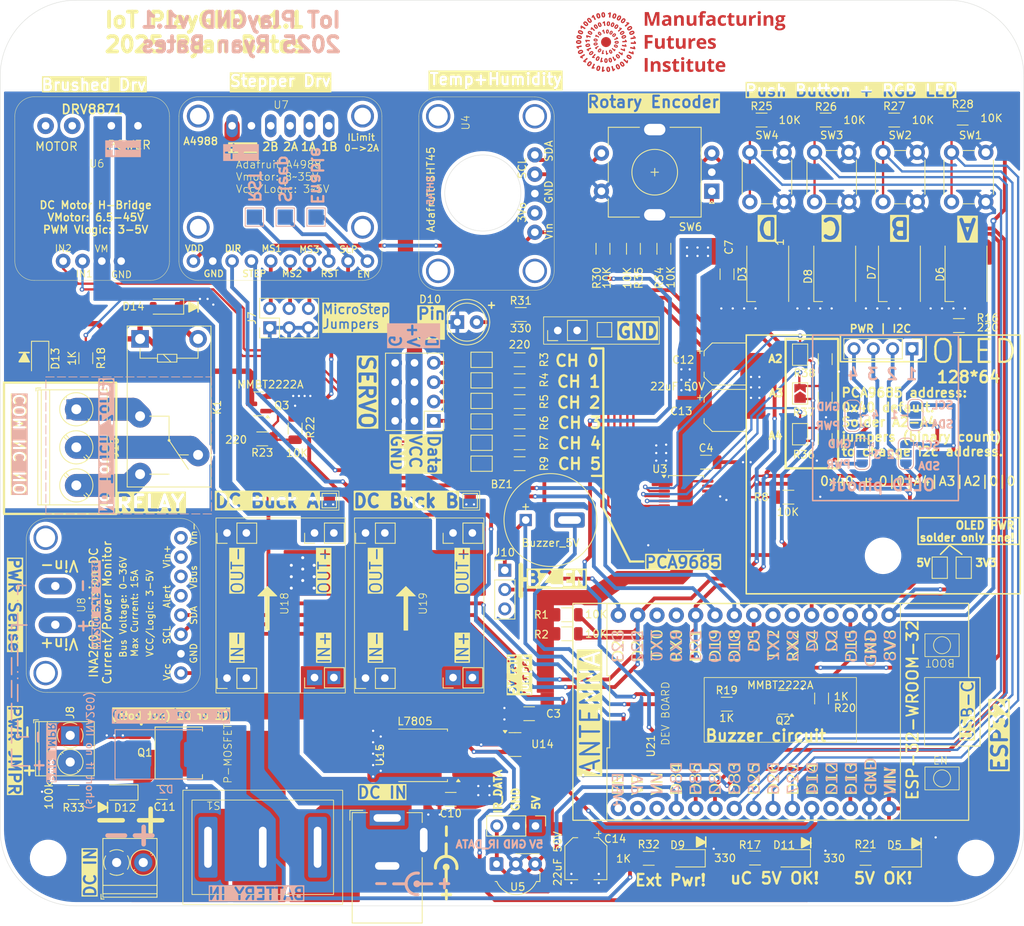
<source format=kicad_pcb>
(kicad_pcb (version 20240108) (generator "pcbnew") (generator_version "8.0")
  (layers (0 "F.Cu" signal) (31 "B.Cu" signal) (34 "B.Paste" user) (35 "F.Paste" user) (36 "B.SilkS" user "B.Silkscreen") (37 "F.SilkS" user "F.Silkscreen") (38 "B.Mask" user) (39 "F.Mask" user) (44 "Edge.Cuts" user))
  (net 0 "")
  (net 1 "/IR_DATA")
  (net 2 "GND")
  (net 3 "/SCL")
  (net 4 "+BATT")
  (net 5 "/DRV_A1")
  (net 6 "/Motor_Out_A1")
  (net 7 "/DRV_B1")
  (net 8 "/Motor_Out_A2")
  (net 9 "Net-(JP1-A)")
  (net 10 "/Power/VIN")
  (net 11 "Net-(JP2-A)")
  (net 12 "Net-(JP3-A)")
  (net 13 "5V_IDEAL_DIODE")
  (net 14 "+3V3")
  (net 15 "/3")
  (net 16 "/2")
  (net 17 "/4")
  (net 18 "/1")
  (net 19 "Net-(JP4-A)")
  (net 20 "/SDA")
  (net 21 "/PWR")
  (net 27 "/DRV_A2")
  (net 28 "/RGB_LED")
  (net 30 "Net-(JP5-A)")
  (net 31 "Net-(JP6-A)")
  (net 32 "/DRV_D1")
  (net 33 "Net-(S1-IN_B)")
  (net 34 "Net-(D6-DOUT)")
  (net 35 "Net-(D7-DOUT)")
  (net 36 "Net-(D11-A)")
  (net 37 "Net-(U3-LED0)")
  (net 38 "Net-(U3-LED1)")
  (net 39 "Net-(U3-LED2)")
  (net 40 "Net-(U3-LED3)")
  (net 41 "Net-(U3-LED4)")
  (net 42 "Net-(U3-~{OE})")
  (net 43 "Net-(U3-LED5)")
  (net 47 "Net-(U3-LED8)")
  (net 48 "Net-(U3-LED6)")
  (net 49 "Net-(U3-LED9)")
  (net 50 "Net-(U3-LED7)")
  (net 52 "Net-(U3-LED10)")
  (net 53 "Net-(U3-LED11)")
  (net 54 "/Power/BATT_IN")
  (net 55 "Net-(D3-DIN)")
  (net 56 "Net-(D3-DOUT)")
  (net 57 "/EN RESET")
  (net 59 "/Power/RELAY_A_COM")
  (net 60 "Net-(Q2-B)")
  (net 61 "Net-(Q3-B)")
  (net 62 "/Relay Signal A")
  (net 63 "Net-(D5-A)")
  (net 64 "VOUT_B")
  (net 65 "/Buzzer")
  (net 67 "/Encoder Button")
  (net 68 "Net-(D10-Pad2)")
  (net 69 "Net-(D9-A)")
  (net 71 "VOUT_A")
  (net 72 "/Step Stepper")
  (net 73 "/DIR Stepper")
  (net 74 "/Enable Stepper")
  (net 75 "/RST Stepper")
  (net 76 "/Sleep Stepper")
  (net 77 "/Encoder CH_A")
  (net 78 "/Encoder CH_B")
  (net 79 "/DRV_C1")
  (net 80 "/Button_A")
  (net 81 "/Button_B")
  (net 82 "/Button_C")
  (net 83 "/Button_D")
  (net 84 "/DRV_E1")
  (net 90 "Net-(J15-Pad2)")
  (net 95 "Net-(U7-MS2)")
  (net 96 "Net-(U7-MS3)")
  (net 97 "Net-(U7-MS1)")
  (net 99 "Net-(J15-Pad3)")
  (net 100 "Net-(D13-A)")
  (net 101 "Net-(D13-K)")
  (net 102 "Net-(Q2-C)")
  (net 104 "Net-(U14-EN)")
  (net 105 "Net-(D6-DIN)")
  (net 106 "Net-(U21-D23)")
  (net 107 "Net-(BZ1-Pad1)")
  (net 108 "Net-(D12-A2)")
  (net 109 "Net-(D12-A1)")
  (net 111 "Net-(JP14-B)")
  (net 112 "Net-(JP15-B)")
  (net 113 "Net-(JP13-B)")
  (footprint "Resistor_SMD:R_1206_3216Metric" (layer "F.Cu") (at 68.25 69)
    (property "Reference" "R4")
    (property "Value" "220" (hide yes))
  )
  (footprint "Resistor_SMD:R_1206_3216Metric" (layer "F.Cu") (at 87.2 51.6625 -90)
    (property "Reference" "R34")
    (property "Value" "10K")
  )
  (footprint "Package_SO:TSSOP-28_4.4x9.7mm_P0.65mm" (layer "F.Cu") (at 90.1125 86.425)
    (property "Reference" "U3")
    (property "Value" "PCA9685PW")
  )
  (footprint "Resistor_SMD:R_1206_3216Metric" (layer "F.Cu") (at 68.25 77.15)
    (property "Reference" "R7")
    (property "Value" "220" (hide yes))
  )
  (footprint "Resistor_SMD:R_1206_3216Metric" (layer "F.Cu") (at 99.175 131.7125)
    (property "Reference" "R17")
    (property "Value" "330")
  )
  (footprint "Resistor_SMD:R_1206_3216Metric" (layer "F.Cu") (at 11.25 66.0375 -90)
    (property "Reference" "R18")
    (property "Value" "1K")
  )
  (footprint "Capacitor_SMD:C_1206_3216Metric" (layer "F.Cu") (at 95.5 55 -90)
    (property "Reference" "C7")
    (property "Value" "0.1uF 50V" (hide yes))
  )
  (footprint "Resistor_SMD:R_1206_3216Metric" (layer "F.Cu") (at 103.5625 84.3)
    (property "Reference" "R8")
    (property "Value" "10K")
  )
  (footprint "Capacitor_SMD:C_1206_3216Metric" (layer "F.Cu") (at 92.725 79.7)
    (property "Reference" "C4")
    (property "Value" "0.1uF 50V")
  )
  (footprint "Jumper:SolderJumper-2_P1.3mm_Open_TrianglePad1.0x1.5mm" (layer "F.Cu") (at 63.25 66.25 180)
    (property "Reference" "JP4" (hide yes))
    (property "Value" "SolderJumper_2_Open" (hide yes))
  )
  (footprint "LED_SMD:LED_WS2812B_PLCC4_5.0x5.0mm_P3.2mm" (layer "F.Cu") (at 109.65 54.95 -90)
    (property "Reference" "D8")
    (property "Value" "WS2812B" (hide yes))
  )
  (footprint "Jumper:SolderJumper-2_P1.3mm_Open_TrianglePad1.0x1.5mm" (layer "F.Cu") (at 63.25 79.9 180)
    (property "Reference" "JP3" (hide yes))
    (property "Value" "SolderJumper_2_Open" (hide yes))
  )
  (footprint "LED_SMD:LED_WS2812B_PLCC4_5.0x5.0mm_P3.2mm" (layer "F.Cu") (at 118.15 54.95 -90)
    (property "Reference" "D7")
    (property "Value" "WS2812B" (hide yes))
  )
  (footprint "MountingHole:MountingHole_4.3mm_M4" (layer "F.Cu") (at 128.2 131.7)
    (property "Reference" "H3" (hide yes))
    (property "Value" "MountingHole" (hide yes))
  )
  (footprint "Buzzer_Beeper:MagneticBuzzer_ProSignal_ABT-410-RC" (layer "F.Cu") (at 69.05 87.3)
    (property "Reference" "BZ1")
    (property "Value" "Buzzer_5V")
  )
  (footprint "OptoDevice:Vishay_MOLD-3Pin" (layer "F.Cu") (at 65.21 132.5)
    (property "Reference" "U5")
    (property "Value" "TSDP341xx")
  )
  (footprint "LED_SMD:LED_1206_3216Metric" (layer "F.Cu") (at 5.25 66.1 -90)
    (property "Reference" "D13")
    (property "Value" "LED")
  )
  (footprint "Capacitor_SMD:CP_Elec_5x5.3" (layer "F.Cu") (at 95.25 72.9)
    (property "Reference" "C13")
    (property "Value" "22uF 50V")
  )
  (footprint "Resistor_SMD:R_1206_3216Metric" (layer "F.Cu") (at 108.4 71.2375 -90)
    (property "Reference" "R37")
    (property "Value" "10K")
  )
  (footprint "Connector_PinHeader_2.54mm:PinHeader_1x02_P2.54mm_Vertical" (layer "F.Cu") (at 73.26 62.4 90)
    (property "Reference" "J1" (hide yes))
    (property "Value" "PINHD_1x2_Male" (hide yes))
  )
  (footprint "Capacitor_SMD:CP_Elec_5x5.3" (layer "F.Cu") (at 95.25 66.8)
    (property "Reference" "C12")
    (property "Value" "22uF 50V" (hide yes))
  )
  (footprint "Jumper:SolderJumper-2_P1.3mm_Open_TrianglePad1.0x1.5mm" (layer "F.Cu") (at 63.25 68.95 180)
    (property "Reference" "JP5" (hide yes))
    (property "Value" "SolderJumper_2_Open" (hide yes))
  )
  (footprint "Ryan Custom Modules:Adafruit A4988" (layer "F.Cu") (at 36.905 44.755)
    (property "Reference" "U7")
    (property "Value" "A4988")
  )
  (footprint "Connector_PinHeader_2.54mm:PinHeader_1x04_P2.54mm_Vertical" (layer "F.Cu") (at 119.8 64.8 -90)
    (property "Reference" "J6" (hide yes))
    (property "Value" "PINHD_1x4_Male" (hide yes))
  )
  (footprint "MountingHole:MountingHole_4.3mm_M4" (layer "F.Cu") (at 6.3 131.7)
    (property "Reference" "H4" (hide yes))
    (property "Value" "MountingHole" (hide yes))
  )
  (footprint "Resistor_SMD:R_1206_3216Metric" (layer "F.Cu") (at 74.5 99.75 180)
    (property "Reference" "R1")
    (property "Value" "10K")
  )
  (footprint "Capacitor_SMD:C_1206_3216Metric" (layer "F.Cu") (at 69.5 112.75 180)
    (property "Reference" "C3")
    (property "Value" "0.1uF 50V")
  )
  (footprint "Resistor_SMD:R_1206_3216Metric" (layer "F.Cu") (at 108.4 76.6625 -90)
    (property "Reference" "R36")
    (property "Value" "10K")
  )
  (footprint "Jumper:SolderJumper-2_P1.3mm_Open_TrianglePad1.0x1.5mm" (layer "F.Cu") (at 105.1 76.025 90)
    (property "Reference" "JP15" (hide yes))
    (property "Value" "SolderJumper_2_Open" (hide yes))
  )
  (footprint "LED_SMD:LED_1206_3216Metric" (layer "F.Cu") (at 104.175 131.75 180)
    (property "Reference" "D11")
    (property "Value" "LED")
  )
  (footprint "Ryan_Custom_Modules:MP1584" (layer "F.Cu") (at 36.85 98.53 90)
    (property "Reference" "U18")
    (property "Value" "MP1584")
  )
  (footprint "LED_SMD:LED_1206_3216Metric" (layer "F.Cu") (at 118.75 131.75 180)
    (property "Reference" "D5")
    (property "Value" "LED")
  )
  (footprint "Ryan_Custom_Modules:MP1584" (layer "F.Cu") (at 55.05 98.53 90)
    (property "Reference" "U19")
    (property "Value" "MP1584")
  )
  (footprint "Package_TO_SOT_SMD:TO-252-2" (layer "F.Cu") (at 55.46 118.22 180)
    (property "Reference" "U15")
    (property "Value" "L7805")
  )
  (footprint "Resistor_SMD:R_1206_3216Metric" (layer "F.Cu") (at 68.4 60.3)
    (property "Reference" "R31")
    (property "Value" "330")
  )
  (footprint "LED_SMD:LED_1206_3216Metric" (layer "F.Cu") (at 90.35 131.75 180)
    (property "Reference" "D9")
    (property "Value" "LED")
  )
  (footprint "Resistor_SMD:R_1206_3216Metric" (layer "F.Cu") (at 107.925 110.75 -90)
    (property "Reference" "R20")
    (property "Value" "1K")
  )
  (footprint "Resistor_SMD:R_1206_3216Metric" (layer "F.Cu") (at 108.4 66.1625 -90)
    (property "Reference" "R38")
    (property "Value" "10K")
  )
  (footprint "Ryan Custom Modules:Adafruit SHT45" (layer "F.Cu") (at 63.417 44.333 90)
    (property "Reference" "U4")
    (property "Value" "SHT45")
    (fp_circle (center 0 0) (end -4 -3) (stroke (width 0.05)) (fill none) (layer "Edge.Cuts"))
  )
  (footprint "Button_Switch_THT:SW_PUSH_6mm" (layer "F.Cu") (at 98.5 45.5 90)
    (property "Reference" "SW4")
    (property "Value" "Push_Button")
  )
  (footprint "Connector_PinHeader_2.54mm:PinHeader_1x03_P2.54mm_Vertical" (layer "F.Cu") (at 70.33 127.5 -90)
    (property "Reference" "J4" (hide yes))
    (property "Value" "PINHD_1x3_Male" (hide yes))
  )
  (footprint "Ryan Custom Modules:ESP32-WROOM-32_DEV_BOARD" (layer "F.Cu") (at 99 112.5 90)
    (property "Reference" "U21")
    (property "Value" "ESP32" (hide yes))
  )
  (footprint "Resistor_SMD:R_1206_3216Metric" (layer "F.Cu") (at 113.7 131.75)
    (property "Reference" "R21")
    (property "Value" "330")
  )
  (footprint "Diode_SMD:D_SMF" (layer "F.Cu") (at 15.75 123.1 180)
    (property "Reference" "D12")
    (property "Value" "SMF15A")
  )
  (footprint "Connector_PinHeader_2.54mm:PinHeader_2x03_P2.54mm_Vertical" (layer "F.Cu") (at 35.42 62.04 90)
    (property "Reference" "J7")
    (property "Value" "PINHD_2x3_Male")
  )
  (footprint "TestPoint:TestPoint_Pad_1.5x1.5mm" (layer "F.Cu") (at 61.75 84.75)
    (property "Reference" "TP11" (hide yes))
    (property "Value" "TestPoint" (hide yes))
  )
  (footprint "Ryan_Custom_Modules:DRV8871_Adafruit" (layer "F.Cu") (at 12.145 43.755)
    (property "Reference" "U6")
    (property "Value" "DRV8871")
  )
  (footprint "Resistor_SMD:R_1206_3216Metric" (layer "F.Cu") (at 83.2 51.6625 90)
    (property "Reference" "R35")
    (property "Value" "10K")
  )
  (footprint "Jumper:SolderJumper-2_P1.3mm_Open_TrianglePad1.0x1.5mm" (layer "F.Cu") (at 126.6 93.565 90)
    (property "Reference" "JP10" (hide yes))
    (property "Value" "SolderJumper_2_Open" (hide yes))
  )
  (footprint "Resistor_SMD:R_1206_3216Metric" (layer "F.Cu") (at 68.25 79.9)
    (property "Reference" "R9")
    (property "Value" "220" (hide yes))
  )
  (footprint "TestPoint:TestPoint_Pad_1.5x1.5mm" (layer "F.Cu") (at 79.4 62.3)
    (property "Reference" "TP12" (hide yes))
    (property "Value" "TestPoint" (hide yes))
  )
  (footprint "Resistor_SMD:R_1206_3216Metric" (layer "F.Cu") (at 95.4625 111.5)
    (property "Reference" "R19")
    (property "Value" "1K")
  )
  (footprint "MountingHole:MountingHole_4.3mm_M4" (layer "F.Cu") (at 6.3 26)
    (property "Reference" "H1" (hide yes))
    (property "Value" "MountingHole" (hide yes))
  )
  (footprint "Resistor_SMD:R_1206_3216Metric" (layer "F.Cu") (at 34.43125 76.6375 180)
    (property "Reference" "R23")
    (property "Value" "220")
  )
  (footprint "Resistor_SMD:R_1206_3216Metric" (layer "F.Cu") (at 126.4625 34.5)
    (property "Reference" "R28")
    (property "Value" "10K")
  )
  (footprint "MountingHole:MountingHole_4.3mm_M4" (layer "F.Cu") (at 116 92)
    (property "Reference" "H5" (hide yes))
    (property "Value" "MountingHole" (hide yes))
  )
  (footprint "TestPoint:TestPoint_Pad_1.5x1.5mm" (layer "F.Cu") (at 43.25 84.75)
    (property "Reference" "TP10" (hide yes))
    (property "Value" "TestPoint" (hide yes))
  )
  (footprint "Jumper:SolderJumper-2_P1.3mm_Open_TrianglePad1.0x1.5mm" (layer "F.Cu") (at 123.45 93.565 90)
    (property "Reference" "JP9" (hide yes))
    (property "Value" "SolderJumper_2_Open" (hide yes))
  )
  (footprint "Resistor_SMD:R_1206_3216Metric" (layer "F.Cu") (at 117.4625 34.75)
    (property "Reference" "R27")
    (property "Value" "10K")
  )
  (footprint "Resistor_SMD:R_1206_3216Metric" (layer "F.Cu") (at 68.25 66.25)
    (property "Reference" "R3")
    (property "Value" "220")
  )
  (footprint "Ryan_Custom_Modules:SPDT_ Rocker_Switch" (layer "F.Cu") (at 34.5 130.3 180)
    (property "Reference" "S1")
    (property "Value" "SPDT Switch")
  )
  (footprint "Button_Switch_THT:SW_PUSH_6mm" (layer "F.Cu") (at 116 45.5 90)
    (property "Reference" "SW2")
    (property "Value" "Push_Button")
  )
  (footprint "Resistor_SMD:R_1206_3216Metric" (layer "F.Cu") (at 68.25 71.75)
    (property "Reference" "R5")
    (property "Value" "220" (hide yes))
  )
  (footprint "Button_Switch_THT:SW_PUSH_6mm" (layer "F.Cu") (at 107 45.5 90)
    (property "Reference" "SW3")
    (property "Value" "Push_Button")
  )
  (footprint "Capacitor_SMD:C_1206_3216Metric" (layer "F.Cu") (at 21.275 123.1)
    (property "Reference" "C11")
    (property "Value" "0.22uF 50V CER" (hide yes))
  )
  (footprint "Jumper:SolderJumper-2_P1.3mm_Open_TrianglePad1.0x1.5mm" (layer "F.Cu") (at 105.1 70.675 90)
    (property "Reference" "JP14" (hide yes))
    (property "Value" "SolderJumper_2_Open" (hide yes))
  )
  (footprint "Diode_SMD:D_SOD-123" (layer "F.Cu") (at 21.75 59.25 180)
    (property "Reference" "D14")
    (property "Value" "1N4148W")
  )
  (footprint "Resistor_SMD:R_1206_3216Metric" (layer "F.Cu") (at 108.4625 34.75)
    (property "Reference" "R26")
    (property "Value" "10K")
  )
  (footprint "Resistor_SMD:R_1206_3216Metric" (layer "F.Cu") (at 125.9625 61.75 180)
    (property "Reference" "R16")
    (property "Value" "220")
  )
  (footprint "Resistor_SMD:R_1206_3216Metric" (layer "F.Cu") (at 85.2125 131.75)
    (property "Reference" "R32")
    (property "Value" "1K")
  )
  (footprint "Jumper:SolderJumper-2_P1.3mm_Open_TrianglePad1.0x1.5mm" (layer "F.Cu") (at 105.1 65.575 90)
    (property "Reference" "JP13" (hide yes))
    (property "Value" "SolderJumper_2_Open" (hide yes))
  )
  (footprint "Jumper:SolderJumper-2_P1.3mm_Open_TrianglePad1.0x1.5mm" (layer "F.Cu") (at 63.25 74.35 180)
    (property "Reference" "JP1" (hide yes))
    (property "Value" "SolderJumper_2_Open" (hide yes))
  )
  (footprint "Button_Switch_THT:SW_PUSH_6mm" (layer "F.Cu") (at 125 45.5 90)
    (property "Reference" "SW1")
    (property "Value" "Push_Button")
  )
  (footprint "TerminalBlock_Phoenix:TerminalBlock_Phoenix_PT-1,5-2-3.5-H_1x02_P3.50mm_Horizontal" (layer "F.Cu") (at 9.2 115.6 -90)
    (property "Reference" "J8")
    (property "Value" "Screw_Terminal_2_P3.50mm" (hide yes))
  )
  (footprint "LED_SMD:LED_WS2812B_PLCC4_5.0x5.0mm_P3.2mm" (layer "F.Cu") (at 126.9 54.95 -90)
    (property "Reference" "D6")
    (property "Value" "WS2812B" (hide yes))
  )
  (footprint "Capacitor_SMD:C_1206_3216Metric" (layer "F.Cu") (at 59.2 124 180)
    (property "Reference" "C10")
    (property "Value" "0.22uF 50V CER" (hide yes))
  )
  (footprint "Capacitor_SMD:CP_Elec_5x5.3" (layer "F.Cu") (at 76.95 131.8 -90)
    (property "Reference" "C14")
    (property "Value" "22uF 50V")
  )
  (footprint "MountingHole:MountingHole_4.3mm_M4" (layer "F.Cu") (at 128.2 26)
    (property "Reference" "H2" (hide yes))
    (property "Value" "MountingHole" (hide yes))
  )
  (footprint "Package_TO_SOT_SMD:SOT-23" (layer "F.Cu") (at 33.96875 72.0375 180)
    (property "Reference" "Q3")
    (property "Value" "MMBT2222A")
  )
  (footprint "Resistor_SMD:R_1206_3216Metric" (layer "F.Cu") (at 9.6375 123.1 180)
    (property "Reference" "R33")
    (property "Value" "100k")
  )
  (footprint "Resistor_SMD:R_1206_3216Metric" (layer "F.Cu") (at 38.75 75.2875 -90)
    (property "Reference" "R22")
    (property "Value" "10K")
  )
  (footprint "Connector_BarrelJack:BarrelJack_GCT_DCJ200-10-A_Horizontal" (layer "F.Cu") (at 50.85 126.45)
    (property "Reference" "J9" (hide yes))
    (property "Value" "Barrel_Jack" (hide yes))
  )
  (footprint "Package_TO_SOT_SMD:SOT-23-5" (layer "F.Cu") (at 67.6375 116.8)
    (property "Reference" "U14")
    (property "Value" "MAX40200AUK" (hide yes))
  )
  (footprint "LED_SMD:LED_WS2812B_PLCC4_5.0x5.0mm_P3.2mm" (layer "F.Cu") (at 100.85 54.95 -90)
    (property "Reference" "D3")
    (property "Value" "WS2812B")
  )
  (footprint "Resistor_SMD:R_1206_3216Metric" (layer "F.Cu") (at 68.25 74.4)
    (property "Reference" "R6")
    (property "Value" "220" (hide yes))
  )
  (footprint "Connector_PinHeader_2.54mm:PinHeader_1x03_P2.54mm_Vertical" (layer "F.Cu") (at 66.3 93.9)
    (property "Reference" "J10")
    (property "Value" "PINHD_1x3_Male" (hide yes))
  )
  (footprint "Jumper:SolderJumper-2_P1.3mm_Open_TrianglePad1.0x1.5mm" (layer "F.Cu") (at 63.25 77.15 180)
    (property "Reference" "JP2" (hide yes))
    (property "Value" "SolderJumper_2_Open" (hide yes))
  )
  (footprint "TerminalBlock_Phoenix:TerminalBlock_Phoenix_PT-1,5-2-3.5-H_1x02_P3.50mm_Horizontal" (layer "F.Cu") (at 15.3 132.3)
    (property "Reference" "J5" (hide yes))
    (property "Value" "Screw_Terminal_2_P3.50mm" (hide yes))
  )
  (footprint "TerminalBlock_Phoenix:TerminalBlock_Phoenix_PT-1,5-3-5.0-H_1x03_P5.00mm_Horizontal" (layer "F.Cu") (at 10 72.75 -90)
    (property "Reference" "J15")
    (property "Value" "Screw_Terminal_3_P5.00mm")
  )
  (footprint "Package_TO_SOT_SMD:SOT-23" (layer "F.Cu") (at 102.8625 111.25 180)
    (property "Reference" "Q2")
    (property "Value" "MMBT2222A")
  )
  (footprint "MountingHole:MountingHole_4.3mm_M4" (layer "F.Cu") (at 52 26)
    (property "Reference" "H6" (hide yes))
    (property "Value" "MountingHole" (hide yes))
  )
  (footprint "Resistor_SMD:R_1206_3216Metric" (layer "F.Cu") (at 100.0375 34.75)
    (property "Reference" "R25")
    (property "Value" "10K")
  )
  (footprint "Ryan Custom Modules:INA260_Adafruit" (layer "F.Cu") (at 3.43 109.989908 90)
    (property "Reference" "U8")
    (property "Value" "INA260")
  )
  (footprint "Jumper:SolderJumper-2_P1.3mm_Open_TrianglePad1.0x1.5mm" (layer "F.Cu") (at 63.25 71.65 180)
    (property "Reference" "JP6" (hide yes))
    (property "Value" "SolderJumper_2_Open" (hide yes))
  )
  (footprint "Relay_THT:Relay_SPDT_Omron-G5Q-1" (layer "F.Cu") (at 18.38 63.5 -90)
    (property "Reference" "K1")
    (property "Value" "G5Q-1")
  )
  (footprint "Ryan_Custom_Modules:MOSFET_P-CH_30V_25A_TO252" (layer "F.Cu") (at 22.4 117.9 -90)
    (property "Reference" "Q1")
    (property "Value" "MOSFET P-CH 30V 25A TO252" (hide yes))
  )
  (footprint "LED_THT:LED_D5.0mm" (layer "F.Cu") (at 60.06 61.3)
    (property "Reference" "D10")
    (property "Value" "LED")
  )
  (footprint "Resistor_SMD:R_1206_3216Metric" (layer "F.Cu") (at 74.5 102.25 180)
    (property "Reference" "R2")
    (property "Value" "10K")
  )
  (footprint "Resistor_SMD:R_1206_3216Metric" (layer "F.Cu") (at 79.2 51.6625 90)
    (property "Reference" "R30")
    (property "Value" "10K")
  )
  (footprint "Rotary_Encoder:RotaryEncoder_Alps_EC11E-Switch_Vertical_H20mm" (layer "F.Cu") (at 93.5 44.1 180)
    (property "Reference" "SW6")
    (property "Value" "RotaryEncoder_Switch_MP")
  )
  (footprint "PCM_SL_Connectors:ServoPort_04_Vertical" (layer "F.Cu") (at 56.975 74.27 180)
    (property "Reference" "J3" (hide yes))
    (property "Value" "ServoPort_04" (hide yes))
  )
  (footprint "Jumper:SolderJumper-3_P1.3mm_Open_RoundedPad1.0x1.5mm" (layer "B.Cu") (at 113.25 78.6 -90)
    (property "Reference" "JP11" (hide yes))
    (property "Value" "SolderJumper_3_Open" (hide yes))
  )
  (footprint "Jumper:SolderJumper-3_P1.3mm_Open_RoundedPad1.0x1.5mm" (layer "B.Cu") (at 120.25 73.5 -90)
    (property "Reference" "JP7" (hide yes))
    (property "Value" "SolderJumper_3_Open" (hide yes))
  )
  (footprint "Diode_SMD:D_SMC_Handsoldering" (layer "B.Cu") (at 22 118.1)
    (property "Reference" "D2")
    (property "Value" "D")
  )
  (footprint "TestPoint:TestPoint_Pad_2.0x2.0mm" (layer "B.Cu") (at 41.5 47.5 -90)
    (property "Reference" "TP2" (hide yes))
    (property "Value" "TestPoint" (hide yes))
  )
  (footprint "Jumper:SolderJumper-3_P1.3mm_Open_RoundedPad1.0x1.5mm" (layer "B.Cu") (at 112 73.6 -90)
    (property "Reference" "JP12" (hide yes))
    (property "Value" "SolderJumper_3_Open" (hide yes))
  )
  (footprint "TestPoint:TestPoint_Pad_2.0x2.0mm" (layer "B.Cu") (at 37.45 47.5 -90)
    (property "Reference" "TP8" (hide yes))
    (property "Value" "TestPoint" (hide yes))
  )
  (footprint "TestPoint:TestPoint_Pad_2.0x2.0mm" (layer "B.Cu") (at 33.4 47.5 -90)
    (property "Reference" "TP9" (hide yes))
    (property "Value" "TestPoint" (hide yes))
  )
  (footprint "Jumper:SolderJumper-3_P1.3mm_Open_RoundedPad1.0x1.5mm" (layer "B.Cu") (at 119 78.6 -90)
    (property "Reference" "JP8" (hide yes))
    (property "Value" "SolderJumper_3_Open" (hide yes))
  )
  (gr_poly (pts (xy 80.576305 27.984592) (xy 80.584445 28.015558) (xy 80.591876 28.045226) (xy 80.598601 28.073597) (xy 80.604617 28.10067) (xy 80.608004 28.093849) (xy 80.611504 28.087087) (xy 80.615115 28.080385) (xy 80.618837 28.073744) (xy 80.622669 28.067166) (xy 80.62661 28.060652) (xy 80.63066 28.054203) (xy 80.634817 28.047822) (xy 80.692384 27.966661) (xy 80.815069 28.054427) (xy 80.638591 28.297909) (xy 80.479101 28.340377) (xy 80.30168 27.685429) (xy 80.481933 27.637299)) (stroke (width -0.000001)) (fill solid) (layer "F.Cu"))
  (gr_poly (pts (xy 81.862608 25.461061) (xy 81.888236 25.472371) (xy 81.912626 25.483592) (xy 81.9356 25.494637) (xy 81.956981 25.505416) (xy 81.954186 25.499294) (xy 81.95148 25.493133) (xy 81.948865 25.486933) (xy 81.946341 25.480697) (xy 81.943909 25.474424) (xy 81.941568 25.468116) (xy 81.93932 25.461773) (xy 81.937164 25.455398) (xy 81.912627 25.370462) (xy 82.040974 25.334601) (xy 82.112697 25.591295) (xy 82.054186 25.725305) (xy 81.504934 25.484654) (xy 81.570995 25.333657)) (stroke (width -0.000001)) (fill solid) (layer "F.Cu"))
  (gr_poly (pts (xy 91.720798 27.826045) (xy 91.720101 27.840639) (xy 91.719953 27.855213) (xy 91.720352 27.869752) (xy 91.721294 27.88424) (xy 91.722775 27.898663) (xy 91.724792 27.913006) (xy 91.727341 27.927255) (xy 91.730419 27.941393) (xy 91.734021 27.955407) (xy 91.738145 27.969281) (xy 91.742788 27.983001) (xy 91.747945 27.996552) (xy 91.753612 28.009918) (xy 91.759788 28.023086) (xy 91.766467 28.03604) (xy 91.773646 28.048766) (xy 91.781293 28.058283) (xy 91.789476 28.067221) (xy 91.79816 28.075566) (xy 91.807314 28.083302) (xy 91.816903 28.090415) (xy 91.826894 28.096891) (xy 91.837255 28.102714) (xy 91.847952 28.107869) (xy 91.858951 28.112343) (xy 91.87022 28.116119) (xy 91.881725 28.119184) (xy 91.893433 28.121523) (xy 91.905311 28.123121) (xy 91.917325 28.123963) (xy 91.929443 28.124034) (xy 91.94163 28.12332) (xy 91.958318 28.124202) (xy 91.974897 28.123983) (xy 91.99132 28.122684) (xy 92.00754 28.120329) (xy 92.023508 28.116939) (xy 92.039178 28.112536) (xy 92.054503 28.107141) (xy 92.069435 28.100778) (xy 92.083927 28.093467) (xy 92.097931 28.085231) (xy 92.111401 28.076093) (xy 92.124288 28.066073) (xy 92.136546 28.055194) (xy 92.148128 28.043478) (xy 92.158985 28.030946) (xy 92.16907 28.017622) (xy 92.179089 27.997356) (xy 92.188372 27.976797) (xy 92.196916 27.955965) (xy 92.204717 27.934878) (xy 92.211771 27.913559) (xy 92.218074 27.892026) (xy 92.223622 27.870301) (xy 92.228411 27.848402) (xy 92.232436 27.82635) (xy 92.235694 27.804165) (xy 92.238181 27.781867) (xy 92.239893 27.759476) (xy 92.240825 27.737012) (xy 92.240974 27.714496) (xy 92.240336 27.691947) (xy 92.238906 27.669386) (xy 92.238906 27.025763) (xy 92.616397 27.025763) (xy 92.616397 28.398889) (xy 92.321012 28.398889) (xy 92.270049 28.223355) (xy 92.251174 28.223355) (xy 92.243157 28.235319) (xy 92.234737 28.246964) (xy 92.225925 28.258281) (xy 92.216732 28.269261) (xy 92.207168 28.279895) (xy 92.197242 28.290175) (xy 92.186965 28.300091) (xy 92.176347 28.309635) (xy 92.165398 28.318797) (xy 92.15413 28.32757) (xy 92.142551 28.335944) (xy 92.130672 28.34391) (xy 92.118503 28.351459) (xy 92.106054 28.358584) (xy 92.093337 28.365273) (xy 92.08036 28.37152) (xy 92.065432 28.377965) (xy 92.050353 28.383991) (xy 92.035133 28.389598) (xy 92.01978 28.394782) (xy 92.004302 28.399543) (xy 91.988709 28.403878) (xy 91.97301 28.407786) (xy 91.957213 28.411265) (xy 91.941327 28.414313) (xy 91.925361 28.416928) (xy 91.909324 28.419108) (xy 91.893225 28.420852) (xy 91.877073 28.422157) (xy 91.860876 28.423022) (xy 91.844643 28.423446) (xy 91.828384 28.423425) (xy 91.803301 28.424804) (xy 91.778302 28.424878) (xy 91.753432 28.423664) (xy 91.728738 28.421177) (xy 91.704268 28.417433) (xy 91.680067 28.412449) (xy 91.656182 28.40624) (xy 91.63266 28.398823) (xy 91.609548 28.390213) (xy 91.586893 28.380427) (xy 91.56474 28.369481) (xy 91.543138 28.357391) (xy 91.522132 28.344173) (xy 91.50177 28.329842) (xy 91.482097 28.314415) (xy 91.463162 28.297909) (xy 91.44727 28.277795) (xy 91.432436 28.25702) (xy 91.418673 28.235626) (xy 91.405995 28.213657) (xy 91.394415 28.191154) (xy 91.383945 28.168158) (xy 91.3746 28.144713) (xy 91.366393 28.12086) (xy 91.359337 28.096642) (xy 91.353446 28.0721) (xy 91.348734 28.047277) (xy 91.345212 28.022214) (xy 91.342895 27.996955) (xy 91.341797 27.971541) (xy 91.34193 27.946014) (xy 91.343308 27.920417) (xy 91.343307 27.025763) (xy 91.720798 27.025763)) (stroke (width -0.000001)) (fill solid) (layer "F.Cu"))
  (gr_poly (pts (xy 80.992545 24.343691) (xy 81.005702 24.34463) (xy 81.019051 24.34414) (xy 81.032375 24.344156) (xy 81.04566 24.344675) (xy 81.058893 24.345693) (xy 81.07206 24.347207) (xy 81.085147 24.349213) (xy 81.09814 24.351708) (xy 81.111026 24.354688) (xy 81.123791 24.35815) (xy 81.136421 24.362091) (xy 81.148903 24.366507) (xy 81.161223 24.371394) (xy 81.173366 24.37675) (xy 81.18532 24.38257) (xy 81.19707 24.388851) (xy 81.208603 24.39559) (xy 81.216535 24.402233) (xy 81.223976 24.409314) (xy 81.230913 24.416806) (xy 81.237335 24.424681) (xy 81.24323 24.432911) (xy 81.248587 24.44147) (xy 81.253394 24.450329) (xy 81.257638 24.459461) (xy 81.261309 24.468838) (xy 81.264394 24.478434) (xy 81.266882 24.488219) (xy 81.26876 24.498168) (xy 81.270018 24.508251) (xy 81.270642 24.518442) (xy 81.270622 24.528713) (xy 81.269946 24.539037) (xy 81.270034 24.549442) (xy 81.269454 24.559753) (xy 81.268221 24.569942) (xy 81.266349 24.579982) (xy 81.263852 24.589845) (xy 81.260745 24.599503) (xy 81.25704 24.608929) (xy 81.252753 24.618094) (xy 81.247897 24.626972) (xy 81.242487 24.635533) (xy 81.236536 24.64375) (xy 81.230058 24.651596) (xy 81.223069 24.659043) (xy 81.215581 24.666062) (xy 81.207609 24.672627) (xy 81.199166 24.678709) (xy 81.187543 24.68492) (xy 81.175723 24.69067) (xy 81.163718 24.695957) (xy 81.151544 24.700777) (xy 81.139214 24.705128) (xy 81.126741 24.709006) (xy 81.11414 24.712409) (xy 81.101424 24.715334) (xy 81.088607 24.717778) (xy 81.075702 24.719739) (xy 81.062724 24.721212) (xy 81.049685 24.722196) (xy 81.036601 24.722687) (xy 81.023484 24.722683) (xy 81.010349 24.72218) (xy 80.997209 24.721177) (xy 80.98394 24.721656) (xy 80.970696 24.721638) (xy 80.957489 24.721128) (xy 80.944333 24.720129) (xy 80.931241 24.718643) (xy 80.918226 24.716675) (xy 80.905302 24.714227) (xy 80.892481 24.711303) (xy 80.879778 24.707905) (xy 80.867205 24.704039) (xy 80.854776 24.699705) (xy 80.842503 24.694909) (xy 80.830401 24.689653) (xy 80.818483 24.683941) (xy 80.806762 24.677775) (xy 80.795251 24.671159) (xy 80.787319 24.664517) (xy 80.779878 24.657435) (xy 80.772941 24.649944) (xy 80.766519 24.642069) (xy 80.760624 24.633838) (xy 80.755267 24.62528) (xy 80.75046 24.616421) (xy 80.746216 24.607289) (xy 80.742545 24.597911) (xy 80.73946 24.588316) (xy 80.736973 24.578531) (xy 80.735094 24.568582) (xy 80.733837 24.558499) (xy 80.733212 24.548308) (xy 80.733232 24.538036) (xy 80.733785 24.5296) (xy 80.846211 24.5296) (xy 80.846242 24.531181) (xy 80.846333 24.53274) (xy 80.846486 24.534277) (xy 80.846701 24.535791) (xy 80.846979 24.537282) (xy 80.847318 24.53875) (xy 80.847721 24.540195) (xy 80.848187 24.541617) (xy 80.848717 24.543015) (xy 80.84931 24.54439) (xy 80.849968 24.545741) (xy 80.85069 24.547067) (xy 80.851478 24.54837) (xy 80.85233 24.549648) (xy 80.853249 24.550902) (xy 80.854233 24.552131) (xy 80.855284 24.553335) (xy 80.856401 24.554514) (xy 80.857586 24.555668) (xy 80.858838 24.556796) (xy 80.860157 24.557899) (xy 80.861545 24.558976) (xy 80.863001 24.560027) (xy 80.864526 24.561052) (xy 80.867783 24.563023) (xy 80.87132 24.564888) (xy 80.875138 24.566645) (xy 80.879242 24.568293) (xy 80.894129 24.571548) (xy 80.909097 24.574348) (xy 80.924137 24.57669) (xy 80.939238 24.578574) (xy 80.954389 24.579999) (xy 80.96958 24.580963) (xy 80.9848 24.581466) (xy 81.000039 24.581506) (xy 81.015334 24.582139) (xy 81.03063 24.582286) (xy 81.045916 24.581948) (xy 81.061179 24.581126) (xy 81.076408 24.57982) (xy 81.091593 24.578033) (xy 81.10672 24.575763) (xy 81.12178 24.573013) (xy 81.12606 24.571708) (xy 81.130056 24.570272) (xy 81.133769 24.568706) (xy 81.137203 24.567011) (xy 81.140361 24.565189) (xy 81.143246 24.563241) (xy 81.145859 24.561169) (xy 81.148204 24.558974) (xy 81.150283 24.556658) (xy 81.151225 24.555454) (xy 81.1521 24.554221) (xy 81.152911 24.552957) (xy 81.153657 24.551665) (xy 81.154339 24.550343) (xy 81.154957 24.548991) (xy 81.156003 24.546202) (xy 81.156797 24.543298) (xy 81.157342 24.54028) (xy 81.157641 24.537151) (xy 81.157694 24.53557) (xy 81.157676 24.53401) (xy 81.157586 24.532474) (xy 81.157424 24.53096) (xy 81.157191 24.529469) (xy 81.156887 24.528) (xy 81.156512 24.526555) (xy 81.156067 24.525133) (xy 81.15555 24.523735) (xy 81.154964 24.522361) (xy 81.154307 24.52101) (xy 81.15358 24.519683) (xy 81.152783 24.518381) (xy 81.151917 24.517102) (xy 81.150981 24.515849) (xy 81.149976 24.51462) (xy 81.148902 24.513416) (xy 81.147758 24.512237) (xy 81.146546 24.511083) (xy 81.145266 24.509954) (xy 81.143916 24.508852) (xy 81.142499 24.507775) (xy 81.13946 24.505698) (xy 81.136151 24.503727) (xy 81.132571 24.501863) (xy 81.128724 24.500106) (xy 81.124611 24.498458) (xy 81.109517 24.49499) (xy 81.094328 24.492039) (xy 81.079057 24.489605) (xy 81.063716 24.487689) (xy 81.04832 24.486294) (xy 81.03288 24.485421) (xy 81.017411 24.48507) (xy 81.001926 24.485244) (xy 81.001926 24.485245) (xy 80.986625 24.48426) (xy 80.971314 24.483862) (xy 80.95601 24.48405) (xy 80.94073 24.484823) (xy 80.925491 24.48618) (xy 80.910309 24.488118) (xy 80.895202 24.490638) (xy 80.880185 24.493738) (xy 80.876071 24.495043) (xy 80.872223 24.496479) (xy 80.86864 24.498045) (xy 80.865322 24.49974) (xy 80.86227 24.501562) (xy 80.859483 24.503509) (xy 80.856961 24.505581) (xy 80.8558 24.506664) (xy 80.854705 24.507776) (xy 80.853676 24.50892) (xy 80.852714 24.510093) (xy 80.851818 24.511297) (xy 80.850989 24.51253) (xy 80.850226 24.513793) (xy 80.849529 24.515086) (xy 80.848899 24.516408) (xy 80.848335 24.517759) (xy 80.847837 24.519139) (xy 80.847406 24.520549) (xy 80.847041 24.521986) (xy 80.846742 24.523453) (xy 80.84651 24.524947) (xy 80.846344 24.52647) (xy 80.846211 24.5296) (xy 80.733785 24.5296) (xy 80.733908 24.527712) (xy 80.733748 24.517333) (xy 80.734256 24.507042) (xy 80.735418 24.496869) (xy 80.737222 24.486842) (xy 80.739652 24.476987) (xy 80.742695 24.467335) (xy 80.746336 24.457911) (xy 80.750563 24.448745) (xy 80.75536 24.439865) (xy 80.760714 24.431297) (xy 80.76661 24.423071) (xy 80.773035 24.415215) (xy 80.779975 24.407755) (xy 80.787416 24.400721) (xy 80.795344 24.394141) (xy 80.803744 24.388041) (xy 80.815353 24.381779) (xy 80.82716 24.375976) (xy 80.839153 24.370635) (xy 80.851318 24.36576) (xy 80.863641 24.361353) (xy 80.876108 24.357418) (xy 80.888706 24.353956) (xy 80.90142 24.350972) (xy 80.914238 24.348468) (xy 80.927145 24.346447) (xy 80.940129 24.344912) (xy 80.953174 24.343866) (xy 80.966267 24.343312) (xy 80.979396 24.343252)) (stroke (width -0.000001)) (fill solid) (layer "F.Cu"))
  (gr_poly (pts (xy 77.753255 25.684235) (xy 77.76503 25.685429) (xy 77.776639 25.687346) (xy 77.788053 25.68997) (xy 77.799241 25.693284) (xy 77.810174 25.697271) (xy 77.820823 25.701916) (xy 77.831157 25.707202) (xy 77.841147 25.713113) (xy 77.850763 25.719632) (xy 77.859976 25.726742) (xy 77.868756 25.734429) (xy 77.877072 25.742674) (xy 77.884896 25.751463) (xy 77.892197 25.760778) (xy 77.898946 25.770603) (xy 77.906197 25.780044) (xy 77.912794 25.789851) (xy 77.91873 25.799992) (xy 77.924 25.810434) (xy 77.928597 25.821142) (xy 77.932514 25.832085) (xy 77.935746 25.843228) (xy 77.938286 25.854539) (xy 77.940127 25.865985) (xy 77.941264 25.877531) (xy 77.941689 25.889146) (xy 77.941396 25.900796) (xy 77.940379 25.912448) (xy 77.938632 25.924068) (xy 77.936148 25.935623) (xy 77.932921 25.947081) (xy 77.926901 25.960894) (xy 77.920367 25.974427) (xy 77.91333 25.987667) (xy 77.9058 26.000602) (xy 77.89779 26.013218) (xy 77.889308 26.025503) (xy 77.880367 26.037445) (xy 77.870977 26.04903) (xy 77.861148 26.060245) (xy 77.850892 26.071078) (xy 77.840219 26.081516) (xy 77.82914 26.091546) (xy 77.817666 26.101155) (xy 77.805808 26.110332) (xy 77.793575 26.119061) (xy 77.78098 26.127332) (xy 77.769375 26.13691) (xy 77.757451 26.146027) (xy 77.74522 26.154675) (xy 77.732699 26.16285) (xy 77.7199 26.170544) (xy 77.706838 26.177751) (xy 77.693527 26.184466) (xy 77.679981 26.190682) (xy 77.666215 26.196393) (xy 77.652243 26.201592) (xy 77.638078 26.206274) (xy 77.623735 26.210432) (xy 77.609228 26.214061) (xy 77.594572 26.217154) (xy 77.57978 26.219704) (xy 77.564866 26.221706) (xy 77.553258 26.220549) (xy 77.541794 26.218763) (xy 77.530497 26.216359) (xy 77.519389 26.213351) (xy 77.508493 26.209751) (xy 77.497832 26.205572) (xy 77.487429 26.200826) (xy 77.477305 26.195526) (xy 77.467483 26.189685) (xy 77.457987 26.183315) (xy 77.448838 26.176429) (xy 77.440059 26.169039) (xy 77.431673 26.161159) (xy 77.423703 26.1528) (xy 77.41617 26.143975) (xy 77.409097 26.134697) (xy 77.402549 26.125043) (xy 77.396577 26.115095) (xy 77.391186 26.104881) (xy 77.38638 26.094425) (xy 77.382164 26.083752) (xy 77.378544 26.072889) (xy 77.375523 26.06186) (xy 77.373107 26.050691) (xy 77.3713 26.039408) (xy 77.370617 26.032886) (xy 77.50033 26.032886) (xy 77.500364 26.036786) (xy 77.500715 26.040681) (xy 77.50101 26.04262) (xy 77.501384 26.044551) (xy 77.50184 26.046471) (xy 77.502376 26.048377) (xy 77.502992 26.050267) (xy 77.50369 26.052138) (xy 77.504469 26.053988) (xy 77.505331 26.055814) (xy 77.506274 26.057614) (xy 77.507299 26.059385) (xy 77.508631 26.060902) (xy 77.510016 26.062348) (xy 77.511453 26.063724) (xy 77.512938 26.065029) (xy 77.514469 26.066263) (xy 77.516044 26.067424) (xy 77.51766 26.068513) (xy 77.519314 26.06953) (xy 77.521004 26.070473) (xy 77.522728 26.071341) (xy 77.524482 26.072136) (xy 77.526264 26.072855) (xy 77.528073 26.073499) (xy 77.529904 26.074067) (xy 77.531756 26.074558) (xy 77.533626 26.074972) (xy 77.535511 26.075309) (xy 77.53741 26.075568) (xy 77.539319 26.075748) (xy 77.541236 26.075849) (xy 77.543158 26.075871) (xy 77.545083 26.075812) (xy 77.547008 26.075673) (xy 77.54893 26.075453) (xy 77.550848 26.075151) (xy 77.552759 26.074767) (xy 77.554659 26.0743) (xy 77.556547 26.07375) (xy 77.55842 26.073117) (xy 77.560275 26.072399) (xy 77.56211 26.071597) (xy 77.563923 26.07071) (xy 77.58006 26.063168) (xy 77.595925 26.055103) (xy 77.611506 26.046523) (xy 77.626791 26.037434) (xy 77.641768 26.027846) (xy 77.656423 26.017765) (xy 77.670745 26.007199) (xy 77.68472 25.996155) (xy 77.69201 25.991133) (xy 77.699208 25.985988) (xy 77.706312 25.980722) (xy 77.713321 25.975334) (xy 77.720233 25.969828) (xy 77.727048 25.964204) (xy 77.733763 25.958464) (xy 77.740377 25.952609) (xy 77.746888 25.946639) (xy 77.753295 25.940558) (xy 77.759597 25.934365) (xy 77.765793 25.928062) (xy 77.771879 25.921651) (xy 77.777856 25.915133) (xy 77.783721 25.90851) (xy 77.789474 25.901782) (xy 77.790797 25.900279) (xy 77.792048 25.898734) (xy 77.793228 25.897149) (xy 77.794336 25.895526) (xy 77.795371 25.893867) (xy 77.796333 25.892175) (xy 77.79804 25.888701) (xy 77.799454 25.885122) (xy 77.800573 25.881456) (xy 77.801395 25.877724) (xy 77.801918 25.873943) (xy 77.802141 25.870133) (xy 77.802062 25.866312) (xy 77.801679 25.862499) (xy 77.80099 25.858713) (xy 77.799993 25.854973) (xy 77.799378 25.853126) (xy 77.798686 25.851297) (xy 77.797916 25.849489) (xy 77.797068 25.847704) (xy 77.796141 25.845945) (xy 77.795136 25.844214) (xy 77.793769 25.842685) (xy 77.792347 25.841228) (xy 77.790873 25.839845) (xy 77.789349 25.838536) (xy 77.78778 25.837302) (xy 77.786166 25.836142) (xy 77.784511 25.835057) (xy 77.782817 25.834048) (xy 77.781088 25.833116) (xy 77.779325 25.83226) (xy 77.777532 25.831482) (xy 77.775711 25.830781) (xy 77.773865 25.830158) (xy 77.771996 25.829615) (xy 77.770108 25.82915) (xy 77.768202 25.828765) (xy 77.766282 25.82846) (xy 77.764351 25.828236) (xy 77.76241 25.828093) (xy 77.760462 25.828031) (xy 77.758511 25.828052) (xy 77.756559 25.828155) (xy 77.754609 25.828342) (xy 77.752662 25.828611) (xy 77.750723 25.828965) (xy 77.748794 25.829403) (xy 77.746876 25.829927) (xy 77.744974 25.830535) (xy 77.74309 25.83123) (xy 77.741226 25.832011) (xy 77.739384 25.832879) (xy 77.737569 25.833834) (xy 77.721613 25.841016) (xy 77.70594 25.848759) (xy 77.690564 25.857054) (xy 77.675501 25.865892) (xy 77.660765 25.875265) (xy 77.646369 25.885163) (xy 77.632329 25.895578) (xy 77.618659 25.906501) (xy 77.604234 25.916745) (xy 77.590168 25.927452) (xy 77.576471 25.938612) (xy 77.563154 25.950216) (xy 77.550229 25.962254) (xy 77.537705 25.974716) (xy 77.525593 25.987593) (xy 77.513905 26.000874) (xy 77.512511 26.002372) (xy 77.51119 26.003917) (xy 77.509943 26.005505) (xy 77.508771 26.007135) (xy 77.507674 26.008803) (xy 77.506651 26.010508) (xy 77.505704 26.012246) (xy 77.504832 26.014016) (xy 77.504036 26.015815) (xy 77.503316 26.01764) (xy 77.502106 26.021358) (xy 77.501203 26.025152) (xy 77.50061 26.029002) (xy 77.50033 26.032886) (xy 77.370617 26.032886) (xy 77.370108 26.028035) (xy 77.369535 26.016598) (xy 77.369585 26.005124) (xy 77.370264 25.993636) (xy 77.371577 25.982161) (xy 77.373527 25.970723) (xy 77.376121 25.959349) (xy 77.381922 25.94567) (xy 77.388214 25.93225) (xy 77.394986 25.919099) (xy 77.402229 25.906232) (xy 77.409934 25.893658) (xy 77.41809 25.88139) (xy 77.426689 25.869441) (xy 77.43572 25.857821) (xy 77.445174 25.846542) (xy 77.455042 25.835617) (xy 77.465314 25.825057) (xy 77.475981 25.814875) (xy 77.487032 25.805081) (xy 77.498458 25.795689) (xy 77.51025 25.786709) (xy 77.522399 25.778153) (xy 77.534136 25.768457) (xy 77.546203 25.759237) (xy 77.558584 25.750499) (xy 77.571264 25.742251) (xy 77.584228 25.734499) (xy 77.597462 25.727249) (xy 77.610951 25.720507) (xy 77.624679 25.714281) (xy 77.638632 25.708576) (xy 77.652795 25.703399) (xy 77.667152 25.698756) (xy 77.68169 25.694654) (xy 77.696393 25.691099) (xy 77.711246 25.688097) (xy 77.726235 25.685655) (xy 77.741344 25.68378)) (stroke (width -0.000001)) (fill solid) (layer "F.Cu"))
  (gr_poly (pts (xy 82.579842 21.926796) (xy 82.688371 22.052312) (xy 82.173095 22.495864) (xy 82.051354 22.352418) (xy 82.323147 22.117429) (xy 82.347581 22.096726) (xy 82.371396 22.077084) (xy 82.383098 22.067662) (xy 82.394679 22.058505) (xy 82.40615 22.049613) (xy 82.417521 22.040987) (xy 82.40998 22.041556) (xy 82.402431 22.041963) (xy 82.394878 22.042207) (xy 82.387321 22.042288) (xy 82.379765 22.042207) (xy 82.372211 22.041963) (xy 82.364663 22.041556) (xy 82.357122 22.040987) (xy 82.262749 22.024) (xy 82.283511 21.874891)) (stroke (width -0.000001)) (fill solid) (layer "F.Cu"))
  (gr_poly (pts (xy 82.057974 23.588388) (xy 82.088176 23.590963) (xy 82.11836 23.595308) (xy 82.128989 23.600358) (xy 82.139266 23.605959) (xy 82.149172 23.612091) (xy 82.15869 23.618735) (xy 82.167804 23.62587) (xy 82.176495 23.633476) (xy 82.184746 23.641534) (xy 82.192541 23.650024) (xy 82.199862 23.658926) (xy 82.206692 23.66822) (xy 82.213013 23.677887) (xy 82.218808 23.687906) (xy 82.22406 23.698257) (xy 82.228752 23.708921) (xy 82.232866 23.719878) (xy 82.236385 23.731108) (xy 82.239276 23.742516) (xy 82.241516 23.754003) (xy 82.243111 23.765544) (xy 82.244065 23.777113) (xy 82.244382 23.788682) (xy 82.244067 23.800228) (xy 82.243123 23.811723) (xy 82.241556 23.823141) (xy 82.239369 23.834457) (xy 82.236566 23.845645) (xy 82.233153 23.856679) (xy 82.229133 23.867533) (xy 82.22451 23.87818) (xy 82.219289 23.888595) (xy 82.213474 23.898752) (xy 82.207069 23.908625) (xy 82.196459 23.919453) (xy 82.185477 23.929848) (xy 82.174137 23.939804) (xy 82.162453 23.949311) (xy 82.150438 23.958363) (xy 82.138107 23.966952) (xy 82.125472 23.97507) (xy 82.112548 23.982709) (xy 82.099349 23.989861) (xy 82.085888 23.996519) (xy 82.072179 24.002675) (xy 82.058235 24.008321) (xy 82.044071 24.013449) (xy 82.0297 24.018051) (xy 82.015136 24.02212) (xy 82.000393 24.025648) (xy 82.000393 24.025649) (xy 81.985957 24.030841) (xy 81.971372 24.035463) (xy 81.956652 24.039514) (xy 81.941815 24.042994) (xy 81.926878 24.045901) (xy 81.911857 24.048235) (xy 81.896768 24.049994) (xy 81.881629 24.051177) (xy 81.866455 24.051784) (xy 81.851264 24.051813) (xy 81.836073 24.051264) (xy 81.820897 24.050135) (xy 81.805754 24.048425) (xy 81.79066 24.046134) (xy 81.775631 24.043261) (xy 81.760686 24.039804) (xy 81.750132 24.034675) (xy 81.739932 24.029003) (xy 81.730103 24.022808) (xy 81.720661 24.01611) (xy 81.711624 24.008928) (xy 81.703008 24.001282) (xy 81.694831 23.993191) (xy 81.687108 23.984676) (xy 81.679858 23.975755) (xy 81.673096 23.966449) (xy 81.66684 23.956777) (xy 81.661106 23.946759) (xy 81.655911 23.936413) (xy 81.651272 23.925761) (xy 81.647207 23.914821) (xy 81.643731 23.903613) (xy 81.640879 23.892231) (xy 81.63867 23.880771) (xy 81.6371 23.869259) (xy 81.636513 23.862029) (xy 81.768925 23.862029) (xy 81.768995 23.86398) (xy 81.769149 23.865937) (xy 81.769387 23.867898) (xy 81.769712 23.86986) (xy 81.770123 23.87182) (xy 81.770684 23.873565) (xy 81.771306 23.87526) (xy 81.77199 23.876904) (xy 81.772736 23.878499) (xy 81.773544 23.880043) (xy 81.774415 23.881536) (xy 81.775348 23.882978) (xy 81.776345 23.88437) (xy 81.777406 23.88571) (xy 81.77853 23.886999) (xy 81.779719 23.888236) (xy 81.780972 23.889422) (xy 81.78229 23.890556) (xy 81.783674 23.891638) (xy 81.785123 23.892667) (xy 81.786638 23.893645) (xy 81.78822 23.89457) (xy 81.789868 23.895442) (xy 81.791583 23.896261) (xy 81.793366 23.897027) (xy 81.795216 23.89774) (xy 81.797135 23.898399) (xy 81.799122 23.899005) (xy 81.801177 23.899558) (xy 81.803302 23.900056) (xy 81.805496 23.9005) (xy 81.807761 23.90089) (xy 81.810095 23.901226) (xy 81.812499 23.901507) (xy 81.814975 23.901733) (xy 81.817522 23.901904) (xy 81.82014 23.90202) (xy 81.837581 23.900511) (xy 81.854951 23.89845) (xy 81.872239 23.89584) (xy 81.889431 23.892684) (xy 81.906514 23.888985) (xy 81.923476 23.884745) (xy 81.940303 23.879966) (xy 81.956982 23.874652) (xy 81.973903 23.87004) (xy 81.990663 23.864916) (xy 82.007252 23.859286) (xy 82.023657 23.853154) (xy 82.039867 23.846523) (xy 82.055871 23.8394) (xy 82.071658 23.831787) (xy 82.087216 23.82369) (xy 82.091463 23.820671) (xy 82.095357 23.817626) (xy 82.098901 23.814554) (xy 82.100541 23.813006) (xy 82.102094 23.811451) (xy 82.10356 23.809888) (xy 82.104939 23.808315) (xy 82.106232 23.806734) (xy 82.107438 23.805144) (xy 82.108557 23.803543) (xy 82.10959 23.801933) (xy 82.110538 23.800313) (xy 82.111399 23.798681) (xy 82.112174 23.797039) (xy 82.112864 23.795385) (xy 82.113469 23.79372) (xy 82.113989 23.792042) (xy 82.114423 23.790352) (xy 82.114773 23.788649) (xy 82.115038 23.786933) (xy 82.115218 23.785204) (xy 82.115314 23.783461) (xy 82.115326 23.781703) (xy 82.115254 23.779931) (xy 82.115098 23.778145) (xy 82.114859 23.776342) (xy 82.114536 23.774525) (xy 82.114129 23.772691) (xy 82.11364 23.770842) (xy 82.113079 23.769014) (xy 82.112456 23.767247) (xy 82.111773 23.76554) (xy 82.111028 23.763893) (xy 82.110222 23.762305) (xy 82.109354 23.760777) (xy 82.108424 23.759307) (xy 82.107432 23.757895) (xy 82.106378 23.756542) (xy 82.105261 23.755246) (xy 82.104082 23.754008) (xy 82.10284 23.752827) (xy 82.101536 23.751702) (xy 82.100168 23.750634) (xy 82.098737 23.749621) (xy 82.097243 23.748665) (xy 82.095684 23.747763) (xy 82.094063 23.746917) (xy 82.092377 23.746125) (xy 82.090627 23.745387) (xy 82.088813 23.744703) (xy 82.086934 23.744073) (xy 82.084991 23.743496) (xy 82.082983 23.742972) (xy 82.08091 23.742501) (xy 82.078772 23.742082) (xy 82.076569 23.741714) (xy 82.0743 23.741398) (xy 82.069565 23.740919) (xy 82.064566 23.740642) (xy 82.046873 23.742003) (xy 82.02925 23.743958) (xy 82.011713 23.746505) (xy 81.994278 23.749641) (xy 81.976957 23.753362) (xy 81.959767 23.757666) (xy 81.942723 23.76255) (xy 81.925838 23.768011) (xy 81.90875 23.772621) (xy 81.891834 23.777778) (xy 81.875102 23.783477) (xy 81.858567 23.789712) (xy 81.842242 23.796479) (xy 81.826141 23.803771) (xy 81.810276 23.811586) (xy 81.79466 23.819916) (xy 81.792884 23.820842) (xy 81.791162 23.821837) (xy 81.789495 23.822897) (xy 81.787885 23.82402) (xy 81.786333 23.825205) (xy 81.784839 23.826448) (xy 81.783404 23.827747) (xy 81.782031 23.829101) (xy 81.780719 23.830506) (xy 81.77947 23.831961) (xy 81.778286 23.833463) (xy 81.777166 23.835009) (xy 81.776113 23.836599) (xy 81.775126 23.838228) (xy 81.774209 23.839896) (xy 81.77336 23.841599) (xy 81.772583 23.843335) (xy 81.771877 23.845103) (xy 81.771243 23.846899) (xy 81.770684 23.848722) (xy 81.770199 23.850569) (xy 81.76979 23.852438) (xy 81.769459 23.854326) (xy 81.769205 23.856232) (xy 81.769031 23.858152) (xy 81.768937 23.860085) (xy 81.768925 23.862029) (xy 81.636513 23.862029) (xy 81.636164 23.857721) (xy 81.635859 23.846182) (xy 81.636181 23.834667) (xy 81.637124 23.823202) (xy 81.638686 23.811813) (xy 81.640861 23.800525) (xy 81.643646 23.789364) (xy 81.647036 23.778355) (xy 81.651027 23.767524) (xy 81.655615 23.756896) (xy 81.660796 23.746496) (xy 81.666565 23.736351) (xy 81.672919 23.726486) (xy 81.69593 23.706476) (xy 81.719917 23.687943) (xy 81.744807 23.670909) (xy 81.770531 23.655393) (xy 81.797017 23.641418) (xy 81.824195 23.629003) (xy 81.851992 23.61817) (xy 81.880339 23.60894) (xy 81.909163 23.601334) (xy 81.938395 23.595372) (xy 81.967963 23.591075) (xy 81.997797 23.588465) (xy 82.027824 23.587563)) (stroke (width -0.000001)) (fill solid) (layer "F.Cu"))
  (gr_poly (pts (xy 76.915581 22.661961) (xy 76.821208 22.820507) (xy 76.51544 22.631761) (xy 76.414461 22.566644) (xy 76.416826 22.573827) (xy 76.419056 22.581052) (xy 76.421149 22.588316) (xy 76.423107 22.595617) (xy 76.424927 22.602953) (xy 76.42661 22.610323) (xy 76.428154 22.617724) (xy 76.429561 22.625155) (xy 76.439942 22.729909) (xy 76.290832 22.749727) (xy 76.251196 22.44679) (xy 76.338019 22.306175)) (stroke (width -0.000001)) (fill solid) (layer "F.Cu"))
  (gr_poly (pts (xy 85.068455 28.392283) (xy 84.690964 28.398889) (xy 84.690964 26.599198) (xy 85.068455 26.599198)) (stroke (width -0.000001)) (fill solid) (layer "F.Cu"))
  (gr_poly (pts (xy 92.217061 23.977884) (xy 92.248344 23.980033) (xy 92.279373 23.983779) (xy 92.31009 23.9891) (xy 92.340438 23.995975) (xy 92.370357 24.004382) (xy 92.39979 24.014301) (xy 92.428678 24.02571) (xy 92.456962 24.038588) (xy 92.484585 24.052913) (xy 92.511488 24.068664) (xy 92.537613 24.08582) (xy 92.562901 24.104359) (xy 92.587294 24.12426) (xy 92.610734 24.145502) (xy 92.631415 24.169356) (xy 92.650781 24.194108) (xy 92.668815 24.219703) (xy 92.685495 24.246087) (xy 92.700803 24.273204) (xy 92.71472 24.300999) (xy 92.727225 24.329418) (xy 92.7383 24.358405) (xy 92.747924 24.387905) (xy 92.756079 24.417863) (xy 92.762744 24.448225) (xy 92.767902 24.478934) (xy 92.771531 24.509937) (xy 92.773612 24.541178) (xy 92.774127 24.572602) (xy 92.773055 24.604154) (xy 92.773055 24.786295) (xy 91.886893 24.786295) (xy 91.887039 24.803512) (xy 91.887998 24.820635) (xy 91.889762 24.837636) (xy 91.89232 24.854488) (xy 91.895661 24.871165) (xy 91.899776 24.887641) (xy 91.904655 24.903888) (xy 91.910288 24.91988) (xy 91.916664 24.93559) (xy 91.923774 24.950992) (xy 91.931606 24.966059) (xy 91.940152 24.980765) (xy 91.949402 24.995082) (xy 91.959344 25.008985) (xy 91.969969 25.022446) (xy 91.981267 25.03544) (xy 91.993951 25.047141) (xy 92.007157 25.058123) (xy 92.020855 25.068375) (xy 92.035011 25.077885) (xy 92.049597 25.08664) (xy 92.064581 25.09463) (xy 92.079931 25.101842) (xy 92.095617 25.108265) (xy 92.111608 25.113887) (xy 92.127872 25.118695) (xy 92.144379 25.122679) (xy 92.161098 25.125826) (xy 92.177997 25.128125) (xy 92.195045 25.129563) (xy 92.212212 25.130129) (xy 92.229467 25.129812) (xy 92.259095 25.129556) (xy 92.288686 25.128459) (xy 92.318222 25.126524) (xy 92.347685 25.123752) (xy 92.377058 25.120144) (xy 92.406322 25.115704) (xy 92.435461 25.110433) (xy 92.464456 25.104332) (xy 92.494221 25.096507) (xy 92.523767 25.087941) (xy 92.55308 25.078641) (xy 92.582146 25.06861) (xy 92.610951 25.057854) (xy 92.639482 25.046378) (xy 92.667726 25.034186) (xy 92.695668 25.021284) (xy 92.695668 25.30629) (xy 92.670439 25.318268) (xy 92.644863 25.329433) (xy 92.618959 25.339778) (xy 92.592747 25.349295) (xy 92.566247 25.357979) (xy 92.53948 25.365821) (xy 92.512464 25.372817) (xy 92.485219 25.378957) (xy 92.451469 25.385137) (xy 92.417586 25.39043) (xy 92.383588 25.394836) (xy 92.349492 25.398353) (xy 92.315316 25.400978) (xy 92.281077 25.402712) (xy 92.246793 25.403551) (xy 92.212482 25.403495) (xy 92.212482 25.403493) (xy 92.176804 25.40465) (xy 92.141272 25.404026) (xy 92.105947 25.401642) (xy 92.070889 25.397521) (xy 92.036161 25.391684) (xy 92.001823 25.384152) (xy 91.967937 25.374948) (xy 91.934564 25.364093) (xy 91.901766 25.351608) (xy 91.869605 25.337515) (xy 91.838141 25.321837) (xy 91.807435 25.304594) (xy 91.77755 25.285808) (xy 91.748547 25.265501) (xy 91.720487 25.243694) (xy 91.693431 25.220409) (xy 91.669439 25.193699) (xy 91.646962 25.165919) (xy 91.626024 25.137136) (xy 91.606649 25.107414) (xy 91.58886 25.07682) (xy 91.572681 25.045417) (xy 91.558137 25.013273) (xy 91.54525 24.980452) (xy 91.534044 24.947019) (xy 91.524544 24.91304) (xy 91.516773 24.87858) (xy 91.510755 24.843705) (xy 91.506513 24.80848) (xy 91.504072 24.772971) (xy 91.503455 24.737242) (xy 91.504685 24.701359) (xy 91.503082 24.665091) (xy 91.503219 24.628935) (xy 91.505078 24.592951) (xy 91.50864 24.557196) (xy 91.511884 24.535263) (xy 91.893502 24.535263) (xy 92.419158 24.535263) (xy 92.419551 24.520677) (xy 92.419258 24.506147) (xy 92.418289 24.491694) (xy 92.416649 24.47734) (xy 92.414346 24.463109) (xy 92.411388 24.449022) (xy 92.407783 24.435103) (xy 92.403538 24.421372) (xy 92.39866 24.407854) (xy 92.393158 24.394569) (xy 92.387037 24.381541) (xy 92.380307 24.368793) (xy 92.372974 24.356345) (xy 92.365047 24.344222) (xy 92.356531 24.332444) (xy 92.347436 24.321036) (xy 92.338056 24.311747) (xy 92.328243 24.30302) (xy 92.318021 24.294864) (xy 92.307416 24.28729) (xy 92.296454 24.280309) (xy 92.285161 24.273929) (xy 92.273561 24.268163) (xy 92.261682 24.263019) (xy 92.249548 24.258509) (xy 92.237185 24.254643) (xy 92.224619 24.25143) (xy 92.211875 24.248882) (xy 92.198979 24.247008) (xy 92.185957 24.245819) (xy 92.172833 24.245326) (xy 92.159635 24.245537) (xy 92.159635 24.245538) (xy 92.146335 24.245073) (xy 92.133105 24.245351) (xy 92.119972 24.246363) (xy 92.106964 24.248095) (xy 92.09411 24.250537) (xy 92.081438 24.253678) (xy 92.068975 24.257506) (xy 92.05675 24.26201) (xy 92.044791 24.267179) (xy 92.033127 24.273002) (xy 92.021784 24.279467) (xy 92.010792 24.286563) (xy 92.000178 24.29428) (xy 91.98997 24.302605) (xy 91.980197 24.311527) (xy 91.970887 24.321036) (xy 91.96193 24.332584) (xy 91.953492 24.34446) (xy 91.94558 24.356648) (xy 91.938201 24.369128) (xy 91.931359 24.381884) (xy 91.925063 24.394897) (xy 91.919319 24.40815) (xy 91.914132 24.421625) (xy 91.90951 24.435303) (xy 91.905459 24.449168) (xy 91.901986 24.463201) (xy 91.899096 24.477384) (xy 91.896796 24.491699) (xy 91.895093 24.506129) (xy 91.893993 24.520657) (xy 91.893502 24.535263) (xy 91.511884 24.535263) (xy 91.513886 24.521729) (xy 91.520798 24.486608) (xy 91.529357 24.45189) (xy 91.539544 24.417635) (xy 91.55134 24.3839) (xy 91.564727 24.350743) (xy 91.579684 24.318223) (xy 91.596195 24.286398) (xy 91.614239 24.255326) (xy 91.633799 24.225065) (xy 91.654855 24.195673) (xy 91.677388 24.167208) (xy 91.701173 24.143668) (xy 91.72607 24.12157) (xy 91.752011 24.100941) (xy 91.77893 24.081808) (xy 91.806761 24.064196) (xy 91.835436 24.048133) (xy 91.864889 24.033644) (xy 91.895053 24.020756) (xy 91.925862 24.009496) (xy 91.957249 23.99989) (xy 91.989147 23.991964) (xy 92.021489 23.985744) (xy 92.054209 23.981258) (xy 92.087241 23.978531) (xy 92.120516 23.97759) (xy 92.15397 23.978462) (xy 92.185584 23.977354)) (stroke (width -0.000001)) (fill solid) (layer "F.Cu"))
  (gr_poly (pts (xy 80.745133 23.350819) (xy 80.755331 23.351745) (xy 80.765406 23.353293) (xy 80.77533 23.355452) (xy 80.785078 23.358208) (xy 80.794621 23.361551) (xy 80.803935 23.365467) (xy 80.812992 23.369945) (xy 80.821766 23.374973) (xy 80.83023 23.380538) (xy 80.838358 23.386629) (xy 80.846123 23.393232) (xy 80.853498 23.400337) (xy 80.860457 23.40793) (xy 80.866973 23.416) (xy 80.873943 23.423692) (xy 80.880359 23.431754) (xy 80.886212 23.440157) (xy 80.891496 23.448872) (xy 80.896201 23.457869) (xy 80.900321 23.467118) (xy 80.903847 23.47659) (xy 80.906771 23.486255) (xy 80.909086 23.496085) (xy 80.910783 23.506048) (xy 80.911855 23.516117) (xy 80.912293 23.52626) (xy 80.91209 23.53645) (xy 80.911238 23.546655) (xy 80.909728 23.556847) (xy 80.907553 23.566997) (xy 80.903118 23.579388) (xy 80.89823 23.591572) (xy 80.892896 23.603538) (xy 80.887125 23.615273) (xy 80.880925 23.626766) (xy 80.874305 23.638007) (xy 80.867272 23.648984) (xy 80.859835 23.659686) (xy 80.852001 23.670101) (xy 80.84378 23.680218) (xy 80.835178 23.690027) (xy 80.826205 23.699514) (xy 80.816868 23.708671) (xy 80.807175 23.717484) (xy 80.797135 23.725943) (xy 80.786757 23.734036) (xy 80.776896 23.743232) (xy 80.766716 23.752018) (xy 80.75623 23.760389) (xy 80.745451 23.768338) (xy 80.734391 23.775858) (xy 80.723064 23.782943) (xy 80.711484 23.789587) (xy 80.699663 23.795782) (xy 80.687614 23.801521) (xy 80.675351 23.8068) (xy 80.662887 23.81161) (xy 80.650235 23.815946) (xy 80.637409 23.8198) (xy 80.62442 23.823167) (xy 80.611283 23.826039) (xy 80.598011 23.82841) (xy 80.587889 23.827942) (xy 80.577858 23.826938) (xy 80.567937 23.825407) (xy 80.558146 23.823359) (xy 80.548502 23.820802) (xy 80.539026 23.817745) (xy 80.529736 23.814198) (xy 80.520652 23.81017) (xy 80.511792 23.80567) (xy 80.503176 23.800706) (xy 80.494822 23.795288) (xy 80.48675 23.789425) (xy 80.478978 23.783126) (xy 80.471527 23.776399) (xy 80.464414 23.769255) (xy 80.45766 23.761702) (xy 80.45132 23.753798) (xy 80.445442 23.745608) (xy 80.440032 23.737153) (xy 80.435096 23.728452) (xy 80.430639 23.719526) (xy 80.426668 23.710395) (xy 80.423188 23.70108) (xy 80.420205 23.691601) (xy 80.417724 23.681978) (xy 80.415753 23.672231) (xy 80.415389 23.669773) (xy 80.534507 23.669773) (xy 80.534523 23.671553) (xy 80.534624 23.673332) (xy 80.53481 23.675107) (xy 80.535082 23.676874) (xy 80.53544 23.678629) (xy 80.535883 23.68037) (xy 80.536413 23.682094) (xy 80.537029 23.683796) (xy 80.537731 23.685474) (xy 80.53852 23.687125) (xy 80.539396 23.688745) (xy 80.540359 23.690331) (xy 80.54141 23.691879) (xy 80.542548 23.693386) (xy 80.543773 23.69485) (xy 80.545071 23.69625) (xy 80.546424 23.697568) (xy 80.547828 23.698805) (xy 80.54928 23.699959) (xy 80.550777 23.701032) (xy 80.552316 23.702022) (xy 80.553892 23.702929) (xy 80.555504 23.703754) (xy 80.557147 23.704496) (xy 80.558819 23.705155) (xy 80.560516 23.70573) (xy 80.562234 23.706222) (xy 80.563971 23.706629) (xy 80.565724 23.706953) (xy 80.567488 23.707193) (xy 80.569261 23.707348) (xy 80.571039 23.707418) (xy 80.57282 23.707404) (xy 80.574599 23.707304) (xy 80.576374 23.707119) (xy 80.57814 23.706849) (xy 80.579896 23.706493) (xy 80.581638 23.706051) (xy 80.583362 23.705523) (xy 80.585065 23.704909) (xy 80.586744 23.704208) (xy 80.588395 23.703421) (xy 80.590016 23.702546) (xy 80.591602 23.701585) (xy 80.593151 23.700536) (xy 80.59466 23.699399) (xy 80.596125 23.698175) (xy 80.609562 23.690884) (xy 80.622721 23.683132) (xy 80.635593 23.674927) (xy 80.648164 23.666277) (xy 80.660423 23.657191) (xy 80.672359 23.647676) (xy 80.68396 23.637742) (xy 80.695215 23.627395) (xy 80.701158 23.622558) (xy 80.70702 23.61763) (xy 80.712802 23.612611) (xy 80.718502 23.607503) (xy 80.724119 23.602308) (xy 80.729652 23.597024) (xy 80.740462 23.586201) (xy 80.750926 23.575042) (xy 80.756025 23.569338) (xy 80.761034 23.563554) (xy 80.765952 23.55769) (xy 80.770778 23.551747) (xy 80.775512 23.545726) (xy 80.780151 23.539629) (xy 80.782318 23.53578) (xy 80.784216 23.53202) (xy 80.785839 23.528348) (xy 80.787185 23.524765) (xy 80.788249 23.52127) (xy 80.789026 23.517864) (xy 80.789514 23.514546) (xy 80.789707 23.511317) (xy 80.789691 23.509735) (xy 80.789601 23.508176) (xy 80.789435 23.506639) (xy 80.789192 23.505124) (xy 80.788873 23.503631) (xy 80.788477 23.50216) (xy 80.788003 23.500711) (xy 80.787451 23.499284) (xy 80.786819 23.49788) (xy 80.786109 23.496497) (xy 80.785319 23.495137) (xy 80.784448 23.493799) (xy 80.783496 23.492483) (xy 80.782463 23.491189) (xy 80.781348 23.489917) (xy 80.780151 23.488667) (xy 80.778893 23.487426) (xy 80.777592 23.486251) (xy 80.77625 23.485142) (xy 80.774869 23.4841) (xy 80.773452 23.483124) (xy 80.772002 23.482215) (xy 80.77052 23.481374) (xy 80.769009 23.480601) (xy 80.767471 23.479895) (xy 80.765909 23.479257) (xy 80.764325 23.478688) (xy 80.762721 23.478187) (xy 80.7611 23.477756) (xy 80.759464 23.477393) (xy 80.757816 23.4771) (xy 80.756157 23.476877) (xy 80.75449 23.476724) (xy 80.752817 23.476641) (xy 80.751141 23.476628) (xy 80.749465 23.476687) (xy 80.74779 23.476816) (xy 80.746118 23.477017) (xy 80.744453 23.477289) (xy 80.742797 23.477633) (xy 80.741151 23.47805) (xy 80.739519 23.478538) (xy 80.737902 23.479099) (xy 80.736303 23.479734) (xy 80.734724 23.480441) (xy 80.733168 23.481222) (xy 80.731637 23.482077) (xy 80.730134 23.483005) (xy 80.71683 23.490474) (xy 80.7038 23.498387) (xy 80.691055 23.506735) (xy 80.678606 23.51551) (xy 80.666464 23.524705) (xy 80.654639 23.534312) (xy 80.643143 23.544322) (xy 80.631985 23.554728) (xy 80.626036 23.559557) (xy 80.620167 23.564479) (xy 80.61438 23.569492) (xy 80.608675 23.574595) (xy 80.603055 23.579787) (xy 80.597519 23.585068) (xy 80.592069 23.590436) (xy 80.586706 23.59589) (xy 80.58143 23.601429) (xy 80.576244 23.607052) (xy 80.571147 23.612758) (xy 80.566142 23.618546) (xy 80.561228 23.624415) (xy 80.556408 23.630363) (xy 80.551681 23.63639) (xy 80.54705 23.642495) (xy 80.545651 23.643794) (xy 80.544334 23.645148) (xy 80.543099 23.646553) (xy 80.541945 23.648007) (xy 80.540874 23.649505) (xy 80.539886 23.651044) (xy 80.53898 23.652622) (xy 80.538156 23.654234) (xy 80.537416 23.655878) (xy 80.536759 23.65755) (xy 80.536185 23.659248) (xy 80.535695 23.660967) (xy 80.535289 23.662704) (xy 80.534967 23.664457) (xy 80.534729 23.666221) (xy 80.534575 23.667994) (xy 80.534507 23.669773) (xy 80.415389 23.669773) (xy 80.414295 23.662381) (xy 80.413358 23.652449) (xy 80.412947 23.642453) (xy 80.413068 23.632416) (xy 80.413726 23.622357) (xy 80.414928 23.612295) (xy 80.419382 23.599914) (xy 80.424286 23.587739) (xy 80.429633 23.575782) (xy 80.435414 23.564054) (xy 80.441621 23.552567) (xy 80.448246 23.541331) (xy 80.455282 23.530358) (xy 80.462719 23.519658) (xy 80.470551 23.509243) (xy 80.478768 23.499125) (xy 80.487363 23.489314) (xy 80.496328 23.479821) (xy 80.505655 23.470657) (xy 80.515336 23.461834) (xy 80.525362 23.453363) (xy 80.535725 23.445255) (xy 80.545639 23.436139) (xy 80.555862 23.427423) (xy 80.566382 23.419112) (xy 80.577187 23.411214) (xy 80.588263 23.403735) (xy 80.599599 23.396681) (xy 80.611182 23.390057) (xy 80.622999 23.383872) (xy 80.635038 23.37813) (xy 80.647286 23.372837) (xy 80.659731 23.368001) (xy 80.67236 23.363628) (xy 80.685161 23.359723) (xy 80.698122 23.356293) (xy 80.711229 23.353344) (xy 80.72447 23.350883) (xy 80.734837 23.350527)) (stroke (width -0.000001)) (fill solid) (layer "F.Cu"))
  (gr_poly (pts (xy 76 24.25) (xy 76.017151 24.2512) (xy 76.034376 24.250507) (xy 76.051571 24.250462) (xy 76.068721 24.251059) (xy 76.085806 24.252294) (xy 76.10281 24.254164) (xy 76.119715 24.256664) (xy 76.136505 24.25979) (xy 76.15316 24.263537) (xy 76.169665 24.267901) (xy 76.186001 24.272878) (xy 76.202152 24.278464) (xy 76.218099 24.284654) (xy 76.233826 24.291444) (xy 76.249314 24.29883) (xy 76.264548 24.306808) (xy 76.279508 24.315373) (xy 76.289958 24.32411) (xy 76.299764 24.333422) (xy 76.308909 24.343275) (xy 76.317379 24.353632) (xy 76.325158 24.364458) (xy 76.33223 24.375715) (xy 76.338579 24.387369) (xy 76.344191 24.399382) (xy 76.34905 24.411719) (xy 76.35314 24.424344) (xy 76.356446 24.437221) (xy 76.358952 24.450314) (xy 76.360643 24.463586) (xy 76.361503 24.477002) (xy 76.361516 24.490525) (xy 76.360668 24.504119) (xy 76.360723 24.517719) (xy 76.359893 24.531188) (xy 76.358199 24.54449) (xy 76.355659 24.557588) (xy 76.352294 24.570444) (xy 76.348122 24.583022) (xy 76.343163 24.595284) (xy 76.337436 24.607194) (xy 76.33096 24.618713) (xy 76.323756 24.629805) (xy 76.315841 24.640434) (xy 76.307236 24.650561) (xy 76.297959 24.66015) (xy 76.288031 24.669163) (xy 76.27747 24.677564) (xy 76.266295 24.685315) (xy 76.251301 24.693524) (xy 76.236043 24.701137) (xy 76.220541 24.708149) (xy 76.204812 24.714557) (xy 76.188874 24.720356) (xy 76.172746 24.725544) (xy 76.156444 24.730115) (xy 76.139986 24.734067) (xy 76.123392 24.737394) (xy 76.106677 24.740093) (xy 76.089861 24.742161) (xy 76.072962 24.743593) (xy 76.055996 24.744385) (xy 76.038983 24.744533) (xy 76.021939 24.744034) (xy 76.004883 24.742883) (xy 75.987546 24.743571) (xy 75.970239 24.743613) (xy 75.952978 24.743013) (xy 75.93578 24.741775) (xy 75.918662 24.739904) (xy 75.901643 24.737404) (xy 75.884739 24.734278) (xy 75.867968 24.730532) (xy 75.851346 24.726168) (xy 75.834891 24.721193) (xy 75.818621 24.715608) (xy 75.802552 24.70942) (xy 75.786702 24.702632) (xy 75.771089 24.695248) (xy 75.755728 24.687272) (xy 75.740639 24.678709) (xy 75.73011 24.67003) (xy 75.720235 24.660761) (xy 75.711028 24.65094) (xy 75.702506 24.640605) (xy 75.694685 24.629792) (xy 75.68758 24.618538) (xy 75.681209 24.606882) (xy 75.675586 24.594859) (xy 75.670728 24.582508) (xy 75.666651 24.569865) (xy 75.66337 24.556967) (xy 75.660902 24.543852) (xy 75.659263 24.530557) (xy 75.658469 24.517119) (xy 75.658535 24.503575) (xy 75.659136 24.494899) (xy 75.809489 24.494899) (xy 75.809541 24.496965) (xy 75.809687 24.498992) (xy 75.809925 24.500981) (xy 75.810256 24.502932) (xy 75.810679 24.504845) (xy 75.811195 24.50672) (xy 75.811802 24.508558) (xy 75.8125 24.510359) (xy 75.813289 24.512122) (xy 75.814168 24.513849) (xy 75.815138 24.515539) (xy 75.816197 24.517192) (xy 75.817346 24.518808) (xy 75.818585 24.520388) (xy 75.819912 24.521933) (xy 75.821327 24.523441) (xy 75.822831 24.524913) (xy 75.824422 24.52635) (xy 75.826101 24.527752) (xy 75.827867 24.529118) (xy 75.82972 24.530449) (xy 75.833684 24.533007) (xy 75.837991 24.535426) (xy 75.842639 24.537709) (xy 75.847623 24.539856) (xy 75.852942 24.541869) (xy 75.872427 24.546473) (xy 75.892046 24.550372) (xy 75.911778 24.553564) (xy 75.931606 24.556048) (xy 75.95151 24.557821) (xy 75.971472 24.558881) (xy 75.991471 24.559227) (xy 76.011489 24.558856) (xy 76.031548 24.559742) (xy 76.051608 24.559935) (xy 76.071651 24.559434) (xy 76.091658 24.558242) (xy 76.111613 24.55636) (xy 76.131496 24.553789) (xy 76.151291 24.550531) (xy 76.170979 24.546587) (xy 76.176132 24.544906) (xy 76.180973 24.54305) (xy 76.185498 24.541019) (xy 76.189706 24.538816) (xy 76.193593 24.536441) (xy 76.197156 24.533896) (xy 76.200393 24.531183) (xy 76.201889 24.529763) (xy 76.203302 24.528302) (xy 76.204631 24.526799) (xy 76.205878 24.525255) (xy 76.207041 24.52367) (xy 76.20812 24.522044) (xy 76.209114 24.520378) (xy 76.210024 24.51867) (xy 76.210849 24.516922) (xy 76.211589 24.515134) (xy 76.212243 24.513306) (xy 76.21281 24.511438) (xy 76.213292 24.50953) (xy 76.213686 24.507583) (xy 76.213994 24.505596) (xy 76.214214 24.50357) (xy 76.214346 24.501505) (xy 76.21439 24.499401) (xy 76.214349 24.497294) (xy 76.214224 24.49522) (xy 76.214016 24.493181) (xy 76.213725 24.491176) (xy 76.21335 24.489205) (xy 76.212891 24.487269) (xy 76.212348 24.485369) (xy 76.211721 24.483504) (xy 76.21101 24.481675) (xy 76.210214 24.479882) (xy 76.209334 24.478127) (xy 76.208369 24.476408) (xy 76.207318 24.474726) (xy 76.206183 24.473082) (xy 76.204962 24.471476) (xy 76.203655 24.469908) (xy 76.202263 24.46838) (xy 76.200785 24.46689) (xy 76.199221 24.465439) (xy 76.197571 24.464029) (xy 76.195834 24.462658) (xy 76.194011 24.461328) (xy 76.192101 24.460039) (xy 76.190104 24.45879) (xy 76.185849 24.456419) (xy 76.181244 24.454216) (xy 76.176288 24.452184) (xy 76.170979 24.450326) (xy 76.151719 24.445814) (xy 76.132331 24.441981) (xy 76.112833 24.438828) (xy 76.093243 24.436357) (xy 76.073579 24.434571) (xy 76.053858 24.433472) (xy 76.034099 24.433061) (xy 76.01432 24.43334) (xy 75.994379 24.432502) (xy 75.974439 24.432344) (xy 75.954516 24.432865) (xy 75.934628 24.434063) (xy 75.914792 24.435938) (xy 75.895027 24.438489) (xy 75.875348 24.441712) (xy 75.855773 24.445609) (xy 75.850288 24.447289) (xy 75.845155 24.449146) (xy 75.840373 24.451176) (xy 75.83594 24.45338) (xy 75.831856 24.455755) (xy 75.82812 24.458299) (xy 75.824728 24.461013) (xy 75.821681 24.463894) (xy 75.820286 24.465396) (xy 75.818977 24.46694) (xy 75.817753 24.468525) (xy 75.816614 24.470151) (xy 75.81556 24.471818) (xy 75.814592 24.473526) (xy 75.813707 24.475274) (xy 75.812908 24.477062) (xy 75.812192 24.47889) (xy 75.811561 24.480758) (xy 75.811014 24.482666) (xy 75.81055 24.484613) (xy 75.809874 24.488626) (xy 75.809531 24.492796) (xy 75.809489 24.494899) (xy 75.659136 24.494899) (xy 75.659478 24.489963) (xy 75.659431 24.476317) (xy 75.660265 24.462801) (xy 75.661963 24.449451) (xy 75.664504 24.436305) (xy 75.66787 24.423398) (xy 75.672041 24.410769) (xy 75.676999 24.398453) (xy 75.682723 24.386489) (xy 75.689196 24.374912) (xy 75.696399 24.363759) (xy 75.704311 24.353068) (xy 75.712913 24.342875) (xy 75.722188 24.333217) (xy 75.732115 24.324131) (xy 75.742676 24.315655) (xy 75.753851 24.307823) (xy 75.768993 24.299679) (xy 75.784393 24.292131) (xy 75.800033 24.285183) (xy 75.815895 24.278839) (xy 75.831962 24.273103) (xy 75.848216 24.267978) (xy 75.864639 24.263469) (xy 75.881214 24.259578) (xy 75.897923 24.256311) (xy 75.914748 24.25367) (xy 75.931672 24.25166) (xy 75.948677 24.250284) (xy 75.965745 24.249546) (xy 75.982858 24.24945)) (stroke (width -0.000001)) (fill solid) (layer "F.Cu"))
  (gr_poly (pts (xy 79.610904 26.627118) (xy 79.622521 26.628388) (xy 79.634 26.630286) (xy 79.645316 26.632799) (xy 79.656446 26.635917) (xy 79.667367 26.639628) (xy 79.678056 26.643919) (xy 79.68849 26.648781) (xy 79.698645 26.6542) (xy 79.708499 26.660165) (xy 79.718027 26.666666) (xy 79.727207 26.673689) (xy 79.736016 26.681224) (xy 79.744429 26.689259) (xy 79.752425 26.697782) (xy 79.75998 26.706782) (xy 79.772308 26.734743) (xy 79.782932 26.763199) (xy 79.791854 26.792076) (xy 79.799074 26.8213) (xy 79.804594 26.850797) (xy 79.808414 26.880492) (xy 79.810536 26.910312) (xy 79.81096 26.940182) (xy 79.809688 26.970028) (xy 79.80672 26.999776) (xy 79.802059 27.029351) (xy 79.795704 27.058679) (xy 79.787657 27.087686) (xy 79.777918 27.116299) (xy 79.76649 27.144441) (xy 79.753373 27.172041) (xy 79.74541 27.180678) (xy 79.737028 27.188819) (xy 79.728251 27.196452) (xy 79.719104 27.203569) (xy 79.709609 27.210157) (xy 79.699791 27.216206) (xy 79.689673 27.221707) (xy 79.679278 27.226648) (xy 79.668632 27.231018) (xy 79.657757 27.234809) (xy 79.646678 27.238008) (xy 79.635417 27.240605) (xy 79.623998 27.242591) (xy 79.612447 27.243954) (xy 79.600785 27.244683) (xy 79.589037 27.24477) (xy 79.577302 27.244207) (xy 79.56568 27.243005) (xy 79.554193 27.241174) (xy 79.542865 27.238727) (xy 79.531718 27.235675) (xy 79.520778 27.232029) (xy 79.510065 27.227801) (xy 79.499605 27.223002) (xy 79.48942 27.217644) (xy 79.479534 27.211737) (xy 79.469969 27.205294) (xy 79.460749 27.198327) (xy 79.451898 27.190845) (xy 79.443438 27.182862) (xy 79.435393 27.174388) (xy 79.427787 27.165434) (xy 79.420522 27.151981) (xy 79.413785 27.138299) (xy 79.407579 27.124402) (xy 79.401909 27.110307) (xy 79.396777 27.09603) (xy 79.392186 27.081585) (xy 79.388141 27.066989) (xy 79.384644 27.052257) (xy 79.381699 27.037406) (xy 79.37931 27.022449) (xy 79.377479 27.007404) (xy 79.37621 26.992285) (xy 79.375507 26.977109) (xy 79.375425 26.967827) (xy 79.538545 26.967827) (xy 79.538572 26.985107) (xy 79.539133 27.002374) (xy 79.540227 27.019615) (xy 79.541852 27.036818) (xy 79.54401 27.053971) (xy 79.546698 27.071062) (xy 79.548357 27.075872) (xy 79.550148 27.080392) (xy 79.552073 27.084619) (xy 79.55413 27.08855) (xy 79.556319 27.092182) (xy 79.558642 27.095514) (xy 79.561097 27.098541) (xy 79.563685 27.101261) (xy 79.566405 27.103671) (xy 79.567815 27.10476) (xy 79.569259 27.105769) (xy 79.570735 27.1067) (xy 79.572245 27.107552) (xy 79.573787 27.108325) (xy 79.575363 27.109017) (xy 79.576973 27.109629) (xy 79.578615 27.110161) (xy 79.58029 27.110612) (xy 79.581999 27.110982) (xy 79.583741 27.11127) (xy 79.585516 27.111476) (xy 79.587325 27.111601) (xy 79.589166 27.111642) (xy 79.591007 27.111606) (xy 79.592816 27.111498) (xy 79.594591 27.111318) (xy 79.596334 27.111065) (xy 79.598044 27.11074) (xy 79.599722 27.110342) (xy 79.601368 27.109871) (xy 79.602982 27.109327) (xy 79.604565 27.10871) (xy 79.606115 27.108019) (xy 79.607634 27.107254) (xy 79.609122 27.106416) (xy 79.610579 27.105504) (xy 79.612005 27.104518) (xy 79.6134 27.103458) (xy 79.614764 27.102323) (xy 79.616098 27.101113) (xy 79.617402 27.099828) (xy 79.618676 27.098469) (xy 79.61992 27.097034) (xy 79.621134 27.095524) (xy 79.622319 27.093939) (xy 79.6246 27.090541) (xy 79.626765 27.086838) (xy 79.628816 27.08283) (xy 79.630753 27.078516) (xy 79.632578 27.073893) (xy 79.636695 27.056846) (xy 79.640247 27.039687) (xy 79.64323 27.02243) (xy 79.645644 27.005089) (xy 79.647486 26.987678) (xy 79.648754 26.97021) (xy 79.649448 26.952701) (xy 79.649564 26.935165) (xy 79.649563 26.93139) (xy 79.650397 26.91433) (xy 79.650687 26.897264) (xy 79.650435 26.880207) (xy 79.649642 26.863171) (xy 79.648308 26.846169) (xy 79.646434 26.829213) (xy 79.644021 26.812317) (xy 79.64107 26.795493) (xy 79.639411 26.79086) (xy 79.63762 26.786515) (xy 79.635696 26.782461) (xy 79.633639 26.778698) (xy 79.631449 26.775229) (xy 79.629127 26.772054) (xy 79.626672 26.769174) (xy 79.624084 26.766592) (xy 79.62274 26.765413) (xy 79.621363 26.764308) (xy 79.619953 26.763279) (xy 79.61851 26.762325) (xy 79.617034 26.761446) (xy 79.615524 26.760642) (xy 79.613981 26.759915) (xy 79.612405 26.759263) (xy 79.610796 26.758687) (xy 79.609154 26.758188) (xy 79.607478 26.757764) (xy 79.605769 26.757418) (xy 79.604028 26.757148) (xy 79.602252 26.756955) (xy 79.600444 26.756839) (xy 79.598603 26.7568) (xy 79.596759 26.756836) (xy 79.594943 26.756944) (xy 79.593155 26.757125) (xy 79.591396 26.757379) (xy 79.589666 26.757706) (xy 79.587965 26.758107) (xy 79.586294 26.758581) (xy 79.584654 26.75913) (xy 79.583043 26.759754) (xy 79.581463 26.760452) (xy 79.579915 26.761226) (xy 79.578398 26.762076) (xy 79.576912 26.763001) (xy 79.575459 26.764003) (xy 79.574038 26.765082) (xy 79.57265 26.766238) (xy 79.571296 26.767471) (xy 79.569975 26.768782) (xy 79.568687 26.770171) (xy 79.567434 26.771638) (xy 79.566215 26.773184) (xy 79.565032 26.77481) (xy 79.563883 26.776515) (xy 79.562771 26.7783) (xy 79.561694 26.780165) (xy 79.560653 26.78211) (xy 79.558682 26.786244) (xy 79.556861 26.790704) (xy 79.555191 26.795493) (xy 79.551273 26.812441) (xy 79.547932 26.829498) (xy 79.54517 26.846647) (xy 79.542987 26.863875) (xy 79.541387 26.881167) (xy 79.54037 26.898508) (xy 79.539937 26.915883) (xy 79.540092 26.933277) (xy 79.539051 26.950546) (xy 79.538545 26.967827) (xy 79.375425 26.967827) (xy 79.375373 26.96189) (xy 79.375811 26.946645) (xy 79.376825 26.931389) (xy 79.376826 26.93139) (xy 79.376192 26.91607) (xy 79.37614 26.900777) (xy 79.376667 26.885525) (xy 79.377769 26.870332) (xy 79.379441 26.855212) (xy 79.381681 26.840181) (xy 79.384483 26.825256) (xy 79.387845 26.810452) (xy 79.391762 26.795785) (xy 79.39623 26.781271) (xy 79.401245 26.766926) (xy 79.406803 26.752766) (xy 79.412901 26.738806) (xy 79.419535 26.725062) (xy 79.4267 26.711551) (xy 79.434393 26.698288) (xy 79.442407 26.689695) (xy 79.450836 26.6816) (xy 79.459657 26.674015) (xy 79.468847 26.666949) (xy 79.478381 26.660414) (xy 79.488235 26.654419) (xy 79.498386 26.648976) (xy 79.50881 26.644093) (xy 79.519483 26.639783) (xy 79.530381 26.636054) (xy 79.541481 26.632918) (xy 79.552759 26.630385) (xy 79.56419 26.628465) (xy 79.575752 26.627168) (xy 79.58742 26.626506) (xy 79.59917 26.626487)) (stroke (width -0.000001)) (fill solid) (layer "F.Cu"))
  (gr_poly (pts (xy 83.460341 25.299683) (xy 83.426366 25.461061) (xy 82.755375 25.323276) (xy 82.793124 25.140193) (xy 83.145135 25.213803) (xy 83.176425 25.220336) (xy 83.206477 25.227133) (xy 83.235113 25.234108) (xy 83.262157 25.241171) (xy 83.257484 25.235094) (xy 83.252931 25.22893) (xy 83.248498 25.22268) (xy 83.244187 25.216346) (xy 83.239999 25.209931) (xy 83.235934 25.203435) (xy 83.231995 25.196861) (xy 83.228183 25.19021) (xy 83.180997 25.1015) (xy 83.321612 25.032608)) (stroke (width -0.000001)) (fill solid) (layer "F.Cu"))
  (gr_poly (pts (xy 96.071389 20.984011) (xy 96.456431 20.984011) (xy 96.456431 21.267129) (xy 96.071389 21.267129) (xy 96.071389 21.927739) (xy 96.070937 21.93601) (xy 96.070954 21.944246) (xy 96.071435 21.952428) (xy 96.072372 21.960538) (xy 96.073759 21.968559) (xy 96.075588 21.976472) (xy 96.077852 21.98426) (xy 96.080546 21.991903) (xy 96.08366 21.999385) (xy 96.08719 22.006687) (xy 96.091127 22.013791) (xy 96.095465 22.020678) (xy 96.100197 22.027332) (xy 96.105316 22.033733) (xy 96.110815 22.039863) (xy 96.116687 22.045705) (xy 96.123122 22.050518) (xy 96.129742 22.05502) (xy 96.136537 22.059208) (xy 96.143496 22.063079) (xy 96.150606 22.066629) (xy 96.157857 22.069854) (xy 96.165238 22.072751) (xy 96.172736 22.075316) (xy 96.18034 22.077545) (xy 96.18804 22.079435) (xy 96.195823 22.080983) (xy 96.203679 22.082184) (xy 96.211596 22.083036) (xy 96.219563 22.083534) (xy 96.227568 22.083674) (xy 96.235601 22.083455) (xy 96.235599 22.083455) (xy 96.265666 22.081944) (xy 96.295628 22.079337) (xy 96.325455 22.07564) (xy 96.355118 22.070858) (xy 96.384586 22.064996) (xy 96.413831 22.05806) (xy 96.442822 22.050055) (xy 96.47153 22.040987) (xy 96.47153 22.324106) (xy 96.450953 22.332168) (xy 96.430197 22.339684) (xy 96.409275 22.346651) (xy 96.388196 22.353067) (xy 96.366973 22.358931) (xy 96.345615 22.36424) (xy 96.324135 22.368993) (xy 96.302542 22.373187) (xy 96.280847 22.37682) (xy 96.259062 22.379891) (xy 96.237198 22.382397) (xy 96.215266 22.384337) (xy 96.193275 22.385708) (xy 96.171239 22.386509) (xy 96.149166 22.386738) (xy 96.127069 22.386392) (xy 96.10449 22.387843) (xy 96.081984 22.388076) (xy 96.059593 22.387106) (xy 96.037364 22.384949) (xy 96.015342 22.381621) (xy 95.993571 22.377137) (xy 95.972096 22.371514) (xy 95.950963 22.364766) (xy 95.930217 22.35691) (xy 95.909902 22.347961) (xy 95.890064 22.337936) (xy 95.870747 22.326848) (xy 95.851997 22.314716) (xy 95.833858 22.301553) (xy 95.816376 22.287376) (xy 95.799596 22.2722) (xy 95.785932 22.25375) (xy 95.773184 22.234759) (xy 95.761363 22.215264) (xy 95.750479 22.195297) (xy 95.740542 22.174894) (xy 95.731563 22.154089) (xy 95.723552 22.132917) (xy 95.716519 22.111412) (xy 95.710475 22.089608) (xy 95.705431 22.06754) (xy 95.701396 22.045243) (xy 95.698381 22.02275) (xy 95.696397 22.000096) (xy 95.695453 21.977316) (xy 95.695561 21.954444) (xy 95.696731 21.931514) (xy 95.696731 21.270904) (xy 95.517421 21.270904) (xy 95.517421 21.106695) (xy 95.724097 20.981179) (xy 95.832627 20.691455) (xy 96.071389 20.691455)) (stroke (width -0.000001)) (fill solid) (layer "F.Cu"))
  (gr_poly (pts (xy 89.701367 26.488556) (xy 89.724459 26.490711) (xy 89.735407 26.492327) (xy 89.745958 26.494301) (xy 89.75611 26.496634) (xy 89.765865 26.499325) (xy 89.775221 26.502374) (xy 89.784179 26.50578) (xy 89.792739 26.509545) (xy 89.800901 26.513667) (xy 89.808664 26.518146) (xy 89.81603 26.522983) (xy 89.822997 26.528176) (xy 89.829566 26.533727) (xy 89.835737 26.539634) (xy 89.84151 26.545897) (xy 89.846885 26.552517) (xy 89.851862 26.559493) (xy 89.85644 26.566825) (xy 89.860621 26.574513) (xy 89.864403 26.582556) (xy 89.867787 26.590955) (xy 89.870773 26.599709) (xy 89.873361 26.608818) (xy 89.875551 26.618282) (xy 89.877343 26.628101) (xy 89.878736 26.638275) (xy 89.879731 26.648803) (xy 89.880329 26.659685) (xy 89.880528 26.670921) (xy 89.880978 26.680261) (xy 89.880948 26.689567) (xy 89.880443 26.698823) (xy 89.879469 26.708012) (xy 89.878031 26.717117) (xy 89.876136 26.72612) (xy 89.87379 26.735004) (xy 89.870999 26.743753) (xy 89.867767 26.75235) (xy 89.864103 26.760776) (xy 89.86001 26.769016) (xy 89.855496 26.777052) (xy 89.850566 26.784868) (xy 89.845226 26.792445) (xy 89.839483 26.799768) (xy 89.833341 26.806818) (xy 89.825168 26.813195) (xy 89.816732 26.819147) (xy 89.808051 26.82467) (xy 89.799141 26.829757) (xy 89.790019 26.834404) (xy 89.780702 26.838605) (xy 89.771206 26.842356) (xy 89.761547 26.84565) (xy 89.751744 26.848482) (xy 89.741812 26.850848) (xy 89.731768 26.852742) (xy 89.721629 26.854159) (xy 89.711412 26.855093) (xy 89.701133 26.85554) (xy 89.690809 26.855493) (xy 89.680457 26.854948) (xy 89.655316 26.854229) (xy 89.631796 26.852073) (xy 89.620645 26.850455) (xy 89.609899 26.848478) (xy 89.599558 26.846142) (xy 89.589623 26.843446) (xy 89.580094 26.840391) (xy 89.57097 26.836977) (xy 89.562251 26.833203) (xy 89.553939 26.829069) (xy 89.546031 26.824576) (xy 89.538529 26.819724) (xy 89.531433 26.814512) (xy 89.524742 26.808941) (xy 89.518456 26.803011) (xy 89.512577 26.796721) (xy 89.507102 26.790071) (xy 89.502033 26.783063) (xy 89.49737 26.775694) (xy 89.493112 26.767967) (xy 89.48926 26.759879) (xy 89.485813 26.751433) (xy 89.482772 26.742627) (xy 89.480136 26.733461) (xy 89.477905 26.723937) (xy 89.476081 26.714052) (xy 89.474661 26.703809) (xy 89.473648 26.693205) (xy 89.473039 26.682243) (xy 89.472837 26.670921) (xy 89.473036 26.659685) (xy 89.473633 26.648803) (xy 89.474628 26.638275) (xy 89.476022 26.628101) (xy 89.477813 26.618282) (xy 89.480003 26.608818) (xy 89.482591 26.599709) (xy 89.485577 26.590955) (xy 89.488961 26.582556) (xy 89.492743 26.574513) (xy 89.496924 26.566825) (xy 89.501502 26.559493) (xy 89.506479 26.552517) (xy 89.511854 26.545897) (xy 89.517627 26.539634) (xy 89.523798 26.533727) (xy 89.530367 26.528176) (xy 89.537335 26.522983) (xy 89.5447 26.518146) (xy 89.552464 26.513667) (xy 89.560626 26.509545) (xy 89.569186 26.50578) (xy 89.578144 26.502374) (xy 89.5875 26.499325) (xy 89.597254 26.496634) (xy 89.607407 26.494301) (xy 89.617957 26.492327) (xy 89.628906 26.490711) (xy 89.640253 26.489454) (xy 89.651998 26.488556) (xy 89.664141 26.488018) (xy 89.676683 26.487838)) (stroke (width -0.000001)) (fill solid) (layer "F.Cu"))
  (gr_poly (pts (xy 93.493946 20.956374) (xy 93.521988 20.958721) (xy 93.549852 20.962269) (xy 93.577501 20.967006) (xy 93.604896 20.972922) (xy 93.632001 20.980006) (xy 93.658775 20.988248) (xy 93.685183 20.997636) (xy 93.711187 21.00816) (xy 93.736747 21.019809) (xy 93.761827 21.032572) (xy 93.786388 21.046439) (xy 93.810393 21.061398) (xy 93.833804 21.07744) (xy 93.852639 21.095257) (xy 93.870299 21.114024) (xy 93.886762 21.133682) (xy 93.902004 21.154173) (xy 93.916 21.175438) (xy 93.928728 21.197418) (xy 93.940164 21.220055) (xy 93.950283 21.243288) (xy 93.959063 21.26706) (xy 93.96648 21.291312) (xy 93.97251 21.315985) (xy 93.977129 21.341021) (xy 93.980314 21.366359) (xy 93.982042 21.391942) (xy 93.982288 21.417711) (xy 93.981029 21.443607) (xy 93.981029 22.359024) (xy 93.713956 22.35808) (xy 93.64223 22.169334) (xy 93.63185 22.169334) (xy 93.622121 22.182225) (xy 93.612031 22.194805) (xy 93.60159 22.207067) (xy 93.590805 22.219004) (xy 93.579684 22.23061) (xy 93.568234 22.241878) (xy 93.556465 22.252801) (xy 93.544384 22.263373) (xy 93.531998 22.273587) (xy 93.519316 22.283435) (xy 93.506345 22.292912) (xy 93.493094 22.302011) (xy 93.47957 22.310724) (xy 93.465781 22.319046) (xy 93.451736 22.326969) (xy 93.437442 22.334487) (xy 93.421842 22.340646) (xy 93.406103 22.346377) (xy 93.390232 22.351678) (xy 93.37424 22.356548) (xy 93.358134 22.360983) (xy 93.341923 22.364984) (xy 93.325618 22.368549) (xy 93.309225 22.371675) (xy 93.292755 22.374362) (xy 93.276216 22.376608) (xy 93.259617 22.378411) (xy 93.242966 22.379769) (xy 93.226274 22.380682) (xy 93.209547 22.381147) (xy 93.192797 22.381164) (xy 93.17603 22.380729) (xy 93.154516 22.381381) (xy 93.133095 22.380937) (xy 93.111808 22.379411) (xy 93.090691 22.376818) (xy 93.069784 22.37317) (xy 93.049124 22.368483) (xy 93.028751 22.362769) (xy 93.008702 22.356044) (xy 92.989016 22.34832) (xy 92.969732 22.339612) (xy 92.950887 22.329935) (xy 92.93252 22.319301) (xy 92.91467 22.307724) (xy 92.897374 22.29522) (xy 92.880671 22.281801) (xy 92.8646 22.267482) (xy 92.850046 22.250776) (xy 92.836424 22.233432) (xy 92.823747 22.215489) (xy 92.81203 22.196986) (xy 92.801287 22.177963) (xy 92.791532 22.158459) (xy 92.782778 22.138514) (xy 92.775039 22.118167) (xy 92.76833 22.097458) (xy 92.762664 22.076426) (xy 92.758055 22.055111) (xy 92.754517 22.033552) (xy 92.752064 22.011789) (xy 92.75071 21.989862) (xy 92.750468 21.967809) (xy 92.751353 21.94567) (xy 92.751053 21.938197) (xy 93.139881 21.938197) (xy 93.140168 21.950389) (xy 93.140345 21.960143) (xy 93.140876 21.969588) (xy 93.141762 21.978723) (xy 93.143001 21.987548) (xy 93.144596 21.996064) (xy 93.146545 22.00427) (xy 93.148849 22.012166) (xy 93.151508 22.019753) (xy 93.154522 22.02703) (xy 93.157892 22.033997) (xy 93.161617 22.040655) (xy 93.165699 22.047003) (xy 93.170136 22.053042) (xy 93.174929 22.05877) (xy 93.180079 22.064189) (xy 93.185585 22.069299) (xy 93.191448 22.074099) (xy 93.197667 22.078589) (xy 93.204244 22.082769) (xy 93.211178 22.08664) (xy 93.218469 22.090201) (xy 93.226118 22.093452) (xy 93.234124 22.096394) (xy 93.242488 22.099026) (xy 93.251211 22.101349) (xy 93.260291 22.103362) (xy 93.26973 22.105065) (xy 93.279528 22.106458) (xy 93.289684 22.107542) (xy 93.300199 22.108316) (xy 93.311073 22.108781) (xy 93.322307 22.108936) (xy 93.336683 22.109252) (xy 93.350993 22.108855) (xy 93.365215 22.107755) (xy 93.379322 22.10596) (xy 93.393292 22.10348) (xy 93.407099 22.100322) (xy 93.420719 22.096495) (xy 93.434128 22.092009) (xy 93.447301 22.086873) (xy 93.460215 22.081094) (xy 93.472844 22.074683) (xy 93.485164 22.067647) (xy 93.497151 22.059995) (xy 93.508781 22.051738) (xy 93.520029 22.042882) (xy 93.530871 22.033437) (xy 93.540476 22.023373) (xy 93.549492 22.012868) (xy 93.55791 22.00195) (xy 93.56572 21.990645) (xy 93.57291 21.978979) (xy 93.579472 21.966977) (xy 93.585394 21.954667) (xy 93.590668 21.942075) (xy 93.595281 21.929226) (xy 93.599225 21.916147) (xy 93.60249 21.902865) (xy 93.605064 21.889404) (xy 93.606938 21.875792) (xy 93.608101 21.862055) (xy 93.608544 21.848219) (xy 93.608256 21.83431) (xy 93.608256 21.721063) (xy 93.463866 21.725781) (xy 93.447935 21.725584) (xy 93.432038 21.725922) (xy 93.416188 21.726795) (xy 93.400399 21.728197) (xy 93.384683 21.730127) (xy 93.369054 21.732581) (xy 93.353524 21.735555) (xy 93.338106 21.739048) (xy 93.322815 21.743054) (xy 93.307661 21.747572) (xy 93.29266 21.752598) (xy 93.277823 21.758129) (xy 93.263165 21.764161) (xy 93.248697 21.770692) (xy 93.234433 21.777718) (xy 93.220386 21.785236) (xy 93.210625 21.792548) (xy 93.201424 21.800413) (xy 93.192797 21.808799) (xy 93.184762 21.817673) (xy 93.177332 21.827003) (xy 93.170526 21.836756) (xy 93.164357 21.8469) (xy 93.158842 21.857402) (xy 93.153997 21.868229) (xy 93.149838 21.879348) (xy 93.146381 21.890728) (xy 93.14364 21.902336) (xy 93.141633 21.914138) (xy 93.140375 21.926103) (xy 93.139881 21.938197) (xy 92.751053 21.938197) (xy 92.750399 21.921926) (xy 92.75099 21.898352) (xy 92.753097 21.875014) (xy 92.756688 21.851977) (xy 92.761733 21.829306) (xy 92.768199 21.807068) (xy 92.776056 21.785328) (xy 92.785274 21.764152) (xy 92.79582 21.743605) (xy 92.807663 21.723754) (xy 92.820774 21.704663) (xy 92.835119 21.686398) (xy 92.850669 21.669025) (xy 92.867393 21.65261) (xy 92.885258 21.637218) (xy 92.904235 21.622915) (xy 92.930807 21.608477) (xy 92.957798 21.594975) (xy 92.985183 21.582416) (xy 93.012938 21.570806) (xy 93.041037 21.560151) (xy 93.069456 21.550458) (xy 93.09817 21.541732) (xy 93.127153 21.533981) (xy 93.15638 21.52721) (xy 93.185827 21.521425) (xy 93.215469 21.516633) (xy 93.24528 21.51284) (xy 93.275236 21.510051) (xy 93.305312 21.508275) (xy 93.335482 21.507516) (xy 93.365722 21.50778) (xy 93.60826 21.503061) (xy 93.60826 21.443607) (xy 93.609252 21.432715) (xy 93.609612 21.42185) (xy 93.609347 21.411035) (xy 93.608468 21.400297) (xy 93.606982 21.389658) (xy 93.604899 21.379146) (xy 93.602228 21.368784) (xy 93.598976 21.358598) (xy 93.595153 21.348611) (xy 93.590767 21.33885) (xy 93.585828 21.32934) (xy 93.580343 21.320104) (xy 93.574323 21.311168) (xy 93.567774 21.302557) (xy 93.560707 21.294296) (xy 93.55313 21.28641) (xy 93.54511 21.278975) (xy 93.536725 21.272057) (xy 93.527999 21.265664) (xy 93.518957 21.259804) (xy 93.509625 21.254485) (xy 93.500028 21.249717) (xy 93.49019 21.245506) (xy 93.480137 21.241863) (xy 93.469894 21.238793) (xy 93.459486 21.236307) (xy 93.448938 21.234413) (xy 93.438275 21.233117) (xy 93.427522 21.23243) (xy 93.416704 21.232359) (xy 93.405847 21.232913) (xy 93.394975 21.234099) (xy 93.369725 21.235547) (xy 93.344552 21.237651) (xy 93.319468 21.240407) (xy 93.294486 21.243813) (xy 93.269616 21.247864) (xy 93.244873 21.252557) (xy 93.220269 21.25789) (xy 93.195815 21.26386) (xy 93.171524 21.270462) (xy 93.147409 21.277694) (xy 93.123483 21.285553) (xy 93.099756 21.294035) (xy 93.076242 21.303137) (xy 93.052954 21.312857) (xy 93.029903 21.32319) (xy 93.007102 21.334134) (xy 92.883473 21.080271) (xy 92.914161 21.06513) (xy 92.945244 21.050952) (xy 92.9767 21.037743) (xy 93.008505 21.025508) (xy 93.040638 21.014253) (xy 93.073075 21.003983) (xy 93.105792 20.994704) (xy 93.138769 20.98642) (xy 93.17198 20.979137) (xy 93.205404 20.972861) (xy 93.239018 20.967597) (xy 93.272799 20.96335) (xy 93.306723 20.960125) (xy 93.340769 20.957929) (xy 93.374912 20.956766) (xy 93.409131 20.956642) (xy 93.437479 20.955324) (xy 93.465764 20.955238)) (stroke (width -0.000001)) (fill solid) (layer "F.Cu"))
  (gr_poly (pts (xy 79.517441 22.36563) (xy 79.357951 22.382617) (xy 79.319258 22.069299) (xy 79.31897 22.055235) (xy 79.318196 22.04137) (xy 79.317068 22.027727) (xy 79.315719 22.014326) (xy 79.312888 21.988344) (xy 79.311671 21.975807) (xy 79.310765 21.963601) (xy 79.306971 21.969163) (xy 79.303079 21.974655) (xy 79.299091 21.980075) (xy 79.295007 21.985424) (xy 79.290829 21.990699) (xy 79.286556 21.995899) (xy 79.282191 22.001022) (xy 79.277735 22.006069) (xy 79.215448 22.069299) (xy 79.121076 21.974926) (xy 79.309821 21.78618) (xy 79.452324 21.768249)) (stroke (width -0.000001)) (fill solid) (layer "F.Cu"))
  (gr_poly (pts (xy 83.106335 23.015427) (xy 83.12362 23.016216) (xy 83.140894 23.017651) (xy 83.158138 23.019733) (xy 83.175334 23.022465) (xy 83.188462 23.026587) (xy 83.201197 23.031516) (xy 83.213509 23.037223) (xy 83.225368 23.043678) (xy 83.236745 23.050852) (xy 83.24761 23.058715) (xy 83.257934 23.067238) (xy 83.267687 23.07639) (xy 83.27684 23.086144) (xy 83.285363 23.096467) (xy 83.293226 23.107333) (xy 83.3004 23.11871) (xy 83.306855 23.130569) (xy 83.312562 23.14288) (xy 83.317491 23.155615) (xy 83.321612 23.168743) (xy 83.326535 23.181299) (xy 83.330609 23.19405) (xy 83.333838 23.206956) (xy 83.336227 23.219977) (xy 83.33778 23.233074) (xy 83.338501 23.246207) (xy 83.338394 23.259335) (xy 83.337463 23.272419) (xy 83.335713 23.285418) (xy 83.333146 23.298293) (xy 83.329769 23.311005) (xy 83.325583 23.323512) (xy 83.320595 23.335775) (xy 83.314807 23.347754) (xy 83.308224 23.359409) (xy 83.30085 23.370701) (xy 83.289356 23.383832) (xy 83.277402 23.396486) (xy 83.265005 23.408652) (xy 83.25218 23.420321) (xy 83.238942 23.431483) (xy 83.225308 23.442127) (xy 83.211293 23.452245) (xy 83.196912 23.461824) (xy 83.182182 23.470857) (xy 83.167117 23.479332) (xy 83.151733 23.48724) (xy 83.136046 23.494571) (xy 83.120072 23.501314) (xy 83.103826 23.507461) (xy 83.087324 23.513) (xy 83.070581 23.517922) (xy 83.054655 23.52466) (xy 83.038528 23.530777) (xy 83.022216 23.536271) (xy 83.005738 23.541139) (xy 82.989112 23.54538) (xy 82.972356 23.548992) (xy 82.955489 23.551972) (xy 82.938527 23.554318) (xy 82.921489 23.556028) (xy 82.904394 23.5571) (xy 82.887259 23.557531) (xy 82.870102 23.55732) (xy 82.852941 23.556465) (xy 82.835795 23.554963) (xy 82.818681 23.552811) (xy 82.801618 23.550009) (xy 82.789294 23.544978) (xy 82.777333 23.539303) (xy 82.765756 23.533007) (xy 82.754583 23.52611) (xy 82.743835 23.518634) (xy 82.733532 23.510599) (xy 82.723696 23.502027) (xy 82.714347 23.49294) (xy 82.705505 23.483358) (xy 82.697192 23.473302) (xy 82.689428 23.462795) (xy 82.682233 23.451856) (xy 82.675629 23.440508) (xy 82.669635 23.428771) (xy 82.664274 23.416666) (xy 82.659564 23.404216) (xy 82.655552 23.391523) (xy 82.652266 23.378699) (xy 82.649704 23.365772) (xy 82.647862 23.352771) (xy 82.646738 23.339727) (xy 82.646723 23.339263) (xy 82.795174 23.339263) (xy 82.795181 23.341168) (xy 82.795282 23.343078) (xy 82.795475 23.344994) (xy 82.795762 23.346916) (xy 82.796141 23.348843) (xy 82.796615 23.350776) (xy 82.797182 23.352714) (xy 82.797843 23.354657) (xy 82.798586 23.356576) (xy 82.799402 23.358439) (xy 82.800289 23.360246) (xy 82.801247 23.361995) (xy 82.802277 23.363688) (xy 82.803378 23.365322) (xy 82.804549 23.366898) (xy 82.805791 23.368415) (xy 82.807104 23.369873) (xy 82.808487 23.371271) (xy 82.80994 23.372608) (xy 82.811463 23.373884) (xy 82.813056 23.375099) (xy 82.814718 23.376251) (xy 82.81645 23.377341) (xy 82.818251 23.378369) (xy 82.820122 23.379332) (xy 82.822061 23.380231) (xy 82.824069 23.381066) (xy 82.826146 23.381836) (xy 82.828291 23.38254) (xy 82.830504 23.383177) (xy 82.832785 23.383748) (xy 82.835135 23.384252) (xy 82.837552 23.384688) (xy 82.840037 23.385056) (xy 82.842589 23.385355) (xy 82.845208 23.385585) (xy 82.847894 23.385745) (xy 82.850647 23.385834) (xy 82.853467 23.385853) (xy 82.856354 23.3858) (xy 82.876 23.383154) (xy 82.895527 23.37984) (xy 82.914918 23.375862) (xy 82.934155 23.371224) (xy 82.953223 23.365931) (xy 82.972104 23.359987) (xy 82.990781 23.353397) (xy 83.009238 23.346164) (xy 83.028076 23.339861) (xy 83.046683 23.332952) (xy 83.065046 23.325445) (xy 83.083149 23.317345) (xy 83.100979 23.30866) (xy 83.118521 23.299396) (xy 83.135761 23.28956) (xy 83.152684 23.279159) (xy 83.157263 23.275443) (xy 83.161445 23.271724) (xy 83.165231 23.267999) (xy 83.168624 23.264266) (xy 83.171624 23.260522) (xy 83.172977 23.258645) (xy 83.174233 23.256764) (xy 83.175391 23.254879) (xy 83.176452 23.25299) (xy 83.177416 23.251096) (xy 83.178282 23.249196) (xy 83.179052 23.247291) (xy 83.179726 23.24538) (xy 83.180303 23.243463) (xy 83.180784 23.241539) (xy 83.181169 23.239609) (xy 83.181457 23.237671) (xy 83.18165 23.235725) (xy 83.181748 23.233772) (xy 83.18175 23.23181) (xy 83.181657 23.22984) (xy 83.181469 23.22786) (xy 83.181186 23.225872) (xy 83.180808 23.223873) (xy 83.180336 23.221865) (xy 83.179769 23.219846) (xy 83.179109 23.217817) (xy 83.178368 23.215818) (xy 83.17756 23.21389) (xy 83.176686 23.212034) (xy 83.175745 23.210248) (xy 83.174737 23.208533) (xy 83.173662 23.206889) (xy 83.172519 23.205314) (xy 83.171309 23.203808) (xy 83.170031 23.202372) (xy 83.168685 23.201004) (xy 83.167271 23.199705) (xy 83.165788 23.198474) (xy 83.164237 23.19731) (xy 83.162618 23.196214) (xy 83.16093 23.195186) (xy 83.159173 23.194223) (xy 83.157347 23.193327) (xy 83.155451 23.192498) (xy 83.153486 23.191733) (xy 83.151451 23.191035) (xy 83.149347 23.190401) (xy 83.147172 23.189832) (xy 83.144928 23.189327) (xy 83.142613 23.188886) (xy 83.140227 23.188508) (xy 83.137771 23.188194) (xy 83.135244 23.187943) (xy 83.132646 23.187754) (xy 83.129977 23.187627) (xy 83.127237 23.187563) (xy 83.121541 23.187618) (xy 83.101646 23.190357) (xy 83.081874 23.193771) (xy 83.062242 23.197857) (xy 83.042766 23.20261) (xy 83.023464 23.208025) (xy 83.004352 23.214097) (xy 82.985449 23.220823) (xy 82.966769 23.228198) (xy 82.96677 23.228198) (xy 82.947718 23.234248) (xy 82.928917 23.240979) (xy 82.910385 23.248382) (xy 82.892139 23.256451) (xy 82.874197 23.265175) (xy 82.856578 23.274547) (xy 82.8393 23.284559) (xy 82.822379 23.295203) (xy 82.818133 23.298753) (xy 82.814242 23.302325) (xy 82.810707 23.305919) (xy 82.807531 23.309536) (xy 82.804714 23.313174) (xy 82.80344 23.315002) (xy 82.802257 23.316835) (xy 82.801165 23.318673) (xy 82.800163 23.320518) (xy 82.799252 23.322367) (xy 82.798433 23.324222) (xy 82.797704 23.326083) (xy 82.797067 23.327949) (xy 82.796521 23.329821) (xy 82.796068 23.331698) (xy 82.795706 23.333581) (xy 82.795436 23.33547) (xy 82.795259 23.337364) (xy 82.795174 23.339263) (xy 82.646723 23.339263) (xy 82.646327 23.326668) (xy 82.646628 23.313625) (xy 82.647636 23.300626) (xy 82.64935 23.287701) (xy 82.651765 23.27488) (xy 82.654879 23.262191) (xy 82.658688 23.249665) (xy 82.66319 23.237331) (xy 82.668382 23.225218) (xy 82.67426 23.213355) (xy 82.680821 23.201773) (xy 82.691932 23.188824) (xy 82.703497 23.176336) (xy 82.715499 23.16432) (xy 82.727924 23.152784) (xy 82.740756 23.14174) (xy 82.75398 23.131197) (xy 82.767582 23.121165) (xy 82.781546 23.111654) (xy 82.795858 23.102673) (xy 82.810501 23.094233) (xy 82.825461 23.086343) (xy 82.840722 23.079013) (xy 82.85627 23.072254) (xy 82.87209 23.066075) (xy 82.888166 23.060485) (xy 82.904484 23.055496) (xy 82.92052 23.048711) (xy 82.936758 23.042546) (xy 82.95318 23.037002) (xy 82.969769 23.032081) (xy 82.986506 23.027787) (xy 83.003375 23.02412) (xy 83.020356 23.021083) (xy 83.037433 23.018679) (xy 83.054587 23.016909) (xy 83.071801 23.015775) (xy 83.089056 23.015281)) (stroke (width -0.000001)) (fill solid) (layer "F.Cu"))
  (gr_poly (pts (xy 99.920859 22.35808) (xy 99.543368 22.35808) (xy 99.543368 20.984011) (xy 99.920859 20.984011)) (stroke (width -0.000001)) (fill solid) (layer "F.Cu"))
  (gr_poly (pts (xy 80.248831 20.618788) (xy 80.169558 21.29261) (xy 79.980813 21.269017) (xy 80.025168 20.912287) (xy 80.033661 20.850827) (xy 80.037908 20.82191) (xy 80.042154 20.794321) (xy 80.036612 20.799471) (xy 80.030964 20.804501) (xy 80.025212 20.809409) (xy 80.019359 20.814194) (xy 80.013406 20.818854) (xy 80.007355 20.823388) (xy 80.001208 20.827794) (xy 79.994968 20.83207) (xy 79.910032 20.885863) (xy 79.830759 20.757516) (xy 80.085566 20.598026)) (stroke (width -0.000001)) (fill solid) (layer "F.Cu"))
  (gr_poly (pts (xy 78.645436 25.108106) (xy 78.414222 25.252496) (xy 78.393195 25.264882) (xy 78.372698 25.276561) (xy 78.352909 25.287532) (xy 78.334005 25.297796) (xy 78.339894 25.29873) (xy 78.345757 25.299803) (xy 78.351592 25.301015) (xy 78.357395 25.302363) (xy 78.363165 25.303849) (xy 78.368898 25.30547) (xy 78.374594 25.307228) (xy 78.380248 25.30912) (xy 78.452915 25.333657) (xy 78.414222 25.44313) (xy 78.196221 25.365744) (xy 78.13016 25.257215) (xy 78.570881 24.986365)) (stroke (width -0.000001)) (fill solid) (layer "F.Cu"))
  (gr_poly (pts (xy 91.246768 23.978763) (xy 91.262645 23.979548) (xy 91.278492 23.980755) (xy 91.294302 23.982383) (xy 91.310065 23.984431) (xy 91.325774 23.986899) (xy 91.34142 23.989786) (xy 91.313109 24.340853) (xy 91.299383 24.337855) (xy 91.285584 24.335273) (xy 91.271719 24.333108) (xy 91.257799 24.331362) (xy 91.243832 24.330036) (xy 91.229828 24.32913) (xy 91.215798 24.328646) (xy 91.201749 24.328585) (xy 91.182455 24.327867) (xy 91.163229 24.32808) (xy 91.144101 24.329213) (xy 91.125103 24.331257) (xy 91.106267 24.334199) (xy 91.087623 24.338031) (xy 91.069203 24.342741) (xy 91.051038 24.34832) (xy 91.033158 24.354756) (xy 91.015596 24.36204) (xy 90.998382 24.370161) (xy 90.981547 24.379108) (xy 90.965124 24.388872) (xy 90.949142 24.399442) (xy 90.933633 24.410807) (xy 90.918629 24.422958) (xy 90.905997 24.435922) (xy 90.89415 24.449482) (xy 90.883102 24.463601) (xy 90.872868 24.478243) (xy 90.863461 24.493371) (xy 90.854895 24.50895) (xy 90.847185 24.524942) (xy 90.840344 24.541313) (xy 90.834386 24.558026) (xy 90.829326 24.575044) (xy 90.825177 24.592331) (xy 90.821954 24.609851) (xy 90.819669 24.627569) (xy 90.818339 24.645447) (xy 90.817975 24.663449) (xy 90.818593 24.68154) (xy 90.818593 25.380842) (xy 90.441102 25.380842) (xy 90.441102 24.004886) (xy 90.72422 24.004886) (xy 90.786506 24.239874) (xy 90.805381 24.239874) (xy 90.813262 24.225692) (xy 90.821569 24.211787) (xy 90.830293 24.198169) (xy 90.839427 24.184845) (xy 90.848963 24.171825) (xy 90.858892 24.159117) (xy 90.869207 24.146731) (xy 90.879899 24.134674) (xy 90.890961 24.122955) (xy 90.902386 24.111583) (xy 90.914164 24.100567) (xy 90.926288 24.089916) (xy 90.93875 24.079637) (xy 90.951542 24.069741) (xy 90.964656 24.060235) (xy 90.978084 24.051128) (xy 90.991349 24.04253) (xy 91.004891 24.034451) (xy 91.018695 24.026896) (xy 91.032746 24.019869) (xy 91.047027 24.013374) (xy 91.061525 24.007417) (xy 91.076222 24.002003) (xy 91.091104 23.997136) (xy 91.106156 23.99282) (xy 91.121361 23.989061) (xy 91.136704 23.985864) (xy 91.152171 23.983232) (xy 91.167745 23.981172) (xy 91.183412 23.979687) (xy 91.199155 23.978782) (xy 91.214959 23.978462) (xy 91.21496 23.978462) (xy 91.23087 23.978401)) (stroke (width -0.000001)) (fill solid) (layer "F.Cu"))
  (gr_poly (pts (xy 92.387706 20.430325) (xy 92.412553 20.431929) (xy 92.434605 20.431849) (xy 92.456634 20.432266) (xy 92.478631 20.433178) (xy 92.500589 20.434585) (xy 92.522498 20.436484) (xy 92.544351 20.438874) (xy 92.566138 20.441755) (xy 92.587854 20.445123) (xy 92.609487 20.448979) (xy 92.631032 20.453321) (xy 92.652479 20.458147) (xy 92.673819 20.463457) (xy 92.695046 20.469248) (xy 92.71615 20.475519) (xy 92.737124 20.482269) (xy 92.757959 20.489497) (xy 92.663585 20.765065) (xy 92.638087 20.757139) (xy 92.612335 20.750187) (xy 92.586359 20.744214) (xy 92.560185 20.739225) (xy 92.533842 20.735225) (xy 92.507358 20.732218) (xy 92.480761 20.730209) (xy 92.454078 20.729204) (xy 92.445888 20.728741) (xy 92.437739 20.728771) (xy 92.429649 20.729286) (xy 92.421639 20.730277) (xy 92.413729 20.731737) (xy 92.405937 20.733657) (xy 92.398285 20.736029) (xy 92.390792 20.738846) (xy 92.383477 20.742098) (xy 92.376361 20.745778) (xy 92.369463 20.749878) (xy 92.362803 20.75439) (xy 92.356401 20.759305) (xy 92.350277 20.764615) (xy 92.34445 20.770313) (xy 92.338941 20.77639) (xy 92.334425 20.78315) (xy 92.3302 20.790066) (xy 92.326268 20.797131) (xy 92.322632 20.804334) (xy 92.319294 20.811666) (xy 92.316258 20.819118) (xy 92.313525 20.826679) (xy 92.3111 20.834342) (xy 92.308984 20.842095) (xy 92.307181 20.849931) (xy 92.305693 20.857839) (xy 92.304523 20.865809) (xy 92.303674 20.873833) (xy 92.303148 20.881901) (xy 92.302949 20.890004) (xy 92.303079 20.898131) (xy 92.303079 20.984011) (xy 92.627721 20.984011) (xy 92.626779 21.265242) (xy 92.302137 21.265242) (xy 92.302137 22.35808) (xy 91.924644 22.35808) (xy 91.924644 21.265242) (xy 91.7208 21.265242) (xy 91.7208 21.08499) (xy 91.927476 20.984011) (xy 91.927476 20.883032) (xy 91.926022 20.859568) (xy 91.925791 20.836173) (xy 91.926766 20.812891) (xy 91.928935 20.789766) (xy 91.932281 20.766842) (xy 91.93679 20.744162) (xy 91.942447 20.72177) (xy 91.949239 20.699711) (xy 91.957149 20.678027) (xy 91.966163 20.656764) (xy 91.976267 20.635964) (xy 91.987445 20.615672) (xy 91.999684 20.595932) (xy 92.012967 20.576787) (xy 92.027281 20.558281) (xy 92.042611 20.540458) (xy 92.062654 20.525685) (xy 92.083287 20.511924) (xy 92.104473 20.499187) (xy 92.126173 20.487486) (xy 92.148347 20.47683) (xy 92.170958 20.467232) (xy 92.193966 20.458704) (xy 92.217333 20.451256) (xy 92.241021 20.4449) (xy 92.26499 20.439647) (xy 92.289202 20.435508) (xy 92.313618 20.432495) (xy 92.3382 20.43062) (xy 92.362909 20.429892)) (stroke (width -0.000001)) (fill solid) (layer "F.Cu"))
  (gr_poly (pts (xy 78.149035 22.936586) (xy 78.036731 23.056439) (xy 77.805517 22.838438) (xy 77.784829 22.818959) (xy 77.765291 22.800099) (xy 77.755981 22.790874) (xy 77.746991 22.78177) (xy 77.738334 22.772777) (xy 77.730019 22.763883) (xy 77.730506 22.7706) (xy 77.730854 22.777323) (xy 77.731062 22.78405) (xy 77.731132 22.79078) (xy 77.731062 22.797509) (xy 77.730854 22.804237) (xy 77.730506 22.81096) (xy 77.730019 22.817676) (xy 77.724357 22.906386) (xy 77.591291 22.896949) (xy 77.610165 22.631761) (xy 77.711144 22.52512)) (stroke (width -0.000001)) (fill solid) (layer "F.Cu"))
  (gr_poly (pts (xy 89.37954 20.957523) (xy 89.404425 20.958967) (xy 89.429121 20.961688) (xy 89.453582 20.965668) (xy 89.477759 20.970891) (xy 89.501607 20.97734) (xy 89.525079 20.984999) (xy 89.548127 20.993851) (xy 89.570704 21.003879) (xy 89.592765 21.015067) (xy 89.614261 21.027398) (xy 89.635147 21.040856) (xy 89.655374 21.055423) (xy 89.674897 21.071084) (xy 89.693668 21.087821) (xy 89.709863 21.10781) (xy 89.724993 21.12848) (xy 89.739046 21.149787) (xy 89.752008 21.17169) (xy 89.763864 21.194145) (xy 89.774601 21.217109) (xy 89.784204 21.240539) (xy 89.792659 21.264392) (xy 89.799952 21.288626) (xy 89.80607 21.313197) (xy 89.810998 21.338064) (xy 89.814722 21.363181) (xy 89.817229 21.388508) (xy 89.818503 21.414001) (xy 89.818532 21.439617) (xy 89.8173 21.465312) (xy 89.826736 22.35808) (xy 89.449245 22.35808) (xy 89.449245 21.554966) (xy 89.449942 21.540372) (xy 89.450089 21.525798) (xy 89.44969 21.511259) (xy 89.448748 21.496771) (xy 89.447267 21.482348) (xy 89.44525 21.468005) (xy 89.442701 21.453757) (xy 89.439624 21.439619) (xy 89.436021 21.425605) (xy 89.431897 21.411731) (xy 89.427254 21.398011) (xy 89.422097 21.38446) (xy 89.416429 21.371094) (xy 89.410254 21.357926) (xy 89.403575 21.344972) (xy 89.396395 21.332246) (xy 89.388748 21.322729) (xy 89.380566 21.313791) (xy 89.371882 21.305446) (xy 89.362728 21.29771) (xy 89.353139 21.290596) (xy 89.343148 21.284121) (xy 89.332788 21.278298) (xy 89.322091 21.273142) (xy 89.311092 21.268669) (xy 89.299823 21.264892) (xy 89.288318 21.261827) (xy 89.27661 21.259488) (xy 89.264733 21.257891) (xy 89.252718 21.257049) (xy 89.2406 21.256978) (xy 89.228413 21.257692) (xy 89.211718 21.256776) (xy 89.19513 21.256966) (xy 89.178699 21.258241) (xy 89.162471 21.260578) (xy 89.146493 21.263954) (xy 89.130815 21.268349) (xy 89.115484 21.273739) (xy 89.100546 21.280102) (xy 89.086051 21.287417) (xy 89.072046 21.295661) (xy 89.058578 21.304811) (xy 89.045696 21.314846) (xy 89.033446 21.325744) (xy 89.021877 21.337482) (xy 89.011037 21.350038) (xy 89.000973 21.36339) (xy 88.990885 21.383636) (xy 88.981533 21.404179) (xy 88.972922 21.424998) (xy 88.965055 21.446073) (xy 88.957936 21.467385) (xy 88.951569 21.488912) (xy 88.94596 21.510635) (xy 88.94111 21.532534) (xy 88.937026 21.554588) (xy 88.933711 21.576777) (xy 88.931168 21.599081) (xy 88.929403 21.621481) (xy 88.928418 21.643955) (xy 88.928219 21.666484) (xy 88.928809 21.689048) (xy 88.930193 21.711626) (xy 88.930193 22.35808) (xy 88.552702 22.35808) (xy 88.552702 20.984011) (xy 88.83582 20.984011) (xy 88.885837 21.159544) (xy 88.906598 21.159544) (xy 88.914585 21.147329) (xy 88.922998 21.135447) (xy 88.931826 21.123908) (xy 88.941058 21.112721) (xy 88.950684 21.101896) (xy 88.960691 21.091443) (xy 88.971068 21.081371) (xy 88.981805 21.07169) (xy 88.992891 21.062411) (xy 89.004313 21.053541) (xy 89.016062 21.045092) (xy 89.028125 21.037074) (xy 89.040492 21.029494) (xy 89.053151 21.022364) (xy 89.066092 21.015693) (xy 89.079303 21.009491) (xy 89.094124 21.003124) (xy 89.109095 20.997173) (xy 89.124205 20.991639) (xy 89.139447 20.986525) (xy 89.154812 20.981832) (xy 89.17029 20.977562) (xy 89.185873 20.973717) (xy 89.201553 20.970299) (xy 89.217319 20.967309) (xy 89.233164 20.96475) (xy 89.249079 20.962623) (xy 89.265055 20.960929) (xy 89.281083 20.959671) (xy 89.297154 20.958851) (xy 89.313259 20.95847) (xy 89.329391 20.95853) (xy 89.354513 20.957372)) (stroke (width -0.000001)) (fill solid) (layer "F.Cu"))
  (gr_poly (pts (xy 76.380807 25.517932) (xy 76.398027 25.519084) (xy 76.415228 25.520888) (xy 76.432392 25.523346) (xy 76.445135 25.527556) (xy 76.457506 25.532514) (xy 76.469479 25.538194) (xy 76.481026 25.54457) (xy 76.492122 25.551617) (xy 76.50274 25.559307) (xy 76.512853 25.567614) (xy 76.522435 25.576513) (xy 76.53146 25.585977) (xy 76.5399 25.59598) (xy 76.547729 25.606496) (xy 76.55492 25.617498) (xy 76.561448 25.628961) (xy 76.567285 25.640858) (xy 76.572406 25.653163) (xy 76.576782 25.665849) (xy 76.581966 25.678324) (xy 76.586309 25.69101) (xy 76.589817 25.703869) (xy 76.592492 25.716861) (xy 76.594336 25.729947) (xy 76.595354 25.743086) (xy 76.595547 25.75624) (xy 76.594921 25.769369) (xy 76.593476 25.782433) (xy 76.591218 25.795393) (xy 76.588148 25.808209) (xy 76.58427 25.820842) (xy 76.579587 25.833252) (xy 76.574102 25.8454) (xy 76.567818 25.857246) (xy 76.560739 25.868751) (xy 76.549778 25.881983) (xy 76.538352 25.894757) (xy 76.526476 25.907062) (xy 76.514165 25.918889) (xy 76.501434 25.930227) (xy 76.488298 25.941066) (xy 76.474774 25.951396) (xy 76.460874 25.961206) (xy 76.446616 25.970486) (xy 76.432013 25.979226) (xy 76.417082 25.987415) (xy 76.401836 25.995044) (xy 76.386292 26.002102) (xy 76.370465 26.008579) (xy 76.354368 26.014464) (xy 76.338019 26.019748) (xy 76.322227 26.026948) (xy 76.306212 26.033522) (xy 76.289995 26.039468) (xy 76.273592 26.044784) (xy 76.257023 26.049468) (xy 76.240306 26.053515) (xy 76.223459 26.056924) (xy 76.206501 26.059692) (xy 76.18945 26.061816) (xy 76.172325 26.063295) (xy 76.155145 26.064124) (xy 76.137928 26.064301) (xy 76.120692 26.063824) (xy 76.103455 26.06269) (xy 76.086237 26.060897) (xy 76.069056 26.058441) (xy 76.056186 26.054475) (xy 76.043688 26.04973) (xy 76.031591 26.044232) (xy 76.019923 26.03801) (xy 76.008712 26.03109) (xy 75.997988 26.023501) (xy 75.987778 26.015271) (xy 75.978111 26.006426) (xy 75.969015 25.996995) (xy 75.960519 25.987005) (xy 75.95265 25.976484) (xy 75.945438 25.96546) (xy 75.938911 25.953959) (xy 75.933097 25.942011) (xy 75.928024 25.929642) (xy 75.923722 25.916881) (xy 75.918539 25.904406) (xy 75.914195 25.89172) (xy 75.910687 25.878861) (xy 75.908013 25.865869) (xy 75.906168 25.852784) (xy 75.905396 25.842813) (xy 76.058307 25.842813) (xy 76.058361 25.844755) (xy 76.058514 25.846698) (xy 76.058766 25.848642) (xy 76.059116 25.850586) (xy 76.059565 25.852532) (xy 76.060113 25.854478) (xy 76.06076 25.856424) (xy 76.061506 25.85837) (xy 76.062497 25.860437) (xy 76.06357 25.862442) (xy 76.06472 25.864386) (xy 76.065946 25.866266) (xy 76.067245 25.868081) (xy 76.068614 25.869829) (xy 76.070051 25.871511) (xy 76.071552 25.873123) (xy 76.073116 25.874665) (xy 76.074739 25.876135) (xy 76.076418 25.877532) (xy 76.078152 25.878855) (xy 76.079937 25.880102) (xy 76.081771 25.881272) (xy 76.08365 25.882364) (xy 76.085573 25.883376) (xy 76.087536 25.884307) (xy 76.089538 25.885156) (xy 76.091574 25.885921) (xy 76.093643 25.8866) (xy 76.095741 25.887194) (xy 76.097867 25.887699) (xy 76.100017 25.888115) (xy 76.102188 25.888441) (xy 76.104379 25.888675) (xy 76.106586 25.888815) (xy 76.108806 25.888861) (xy 76.111037 25.888812) (xy 76.113277 25.888664) (xy 76.115522 25.888419) (xy 76.11777 25.888073) (xy 76.120018 25.887626) (xy 76.13972 25.885058) (xy 76.159316 25.881869) (xy 76.178791 25.878061) (xy 76.198131 25.873639) (xy 76.217321 25.868606) (xy 76.236346 25.862965) (xy 76.255192 25.856721) (xy 76.273845 25.849877) (xy 76.273845 25.844214) (xy 76.292663 25.837527) (xy 76.311224 25.830206) (xy 76.329515 25.822261) (xy 76.347518 25.813699) (xy 76.365219 25.804527) (xy 76.382601 25.794754) (xy 76.399649 25.784388) (xy 76.416348 25.773435) (xy 76.418279 25.772255) (xy 76.420141 25.771001) (xy 76.421934 25.769676) (xy 76.423656 25.768283) (xy 76.425307 25.766824) (xy 76.426885 25.765303) (xy 76.42839 25.763723) (xy 76.42982 25.762085) (xy 76.431174 25.760394) (xy 76.432452 25.758651) (xy 76.433651 25.75686) (xy 76.434772 25.755023) (xy 76.435813 25.753143) (xy 76.436773 25.751223) (xy 76.437651 25.749266) (xy 76.438446 25.747275) (xy 76.439156 25.745252) (xy 76.439781 25.743201) (xy 76.440321 25.741123) (xy 76.440772 25.739022) (xy 76.441136 25.736901) (xy 76.44141 25.734763) (xy 76.441593 25.73261) (xy 76.441685 25.730445) (xy 76.441684 25.728271) (xy 76.44159 25.726091) (xy 76.441401 25.723907) (xy 76.441116 25.721723) (xy 76.440734 25.719541) (xy 76.440255 25.717364) (xy 76.439676 25.715195) (xy 76.438998 25.713036) (xy 76.438254 25.711037) (xy 76.437439 25.70911) (xy 76.436552 25.707254) (xy 76.435593 25.70547) (xy 76.434564 25.703757) (xy 76.433463 25.702114) (xy 76.432292 25.700543) (xy 76.43105 25.699042) (xy 76.429737 25.697612) (xy 76.428354 25.696252) (xy 76.426901 25.694963) (xy 76.425378 25.693743) (xy 76.423785 25.692593) (xy 76.422123 25.691513) (xy 76.420391 25.690502) (xy 76.41859 25.689561) (xy 76.416719 25.688688) (xy 76.41478 25.687885) (xy 76.412772 25.68715) (xy 76.410695 25.686484) (xy 76.40855 25.685887) (xy 76.406337 25.685357) (xy 76.404055 25.684896) (xy 76.401706 25.684503) (xy 76.399289 25.684177) (xy 76.396804 25.683919) (xy 76.394252 25.683729) (xy 76.391633 25.683605) (xy 76.388946 25.683549) (xy 76.386193 25.683559) (xy 76.383373 25.683637) (xy 76.380487 25.68378) (xy 76.3609 25.686902) (xy 76.341448 25.690692) (xy 76.322151 25.695145) (xy 76.303022 25.700257) (xy 76.284081 25.706022) (xy 76.265343 25.712436) (xy 76.246826 25.719494) (xy 76.228546 25.727192) (xy 76.209763 25.733809) (xy 76.191228 25.741045) (xy 76.172954 25.748891) (xy 76.154958 25.757341) (xy 76.137254 25.766387) (xy 76.119857 25.776021) (xy 76.102781 25.786237) (xy 76.086043 25.797027) (xy 76.081631 25.800754) (xy 76.077596 25.804501) (xy 76.07394 25.808268) (xy 76.070663 25.812053) (xy 76.067769 25.815854) (xy 76.066465 25.817761) (xy 76.065257 25.819671) (xy 76.064146 25.821585) (xy 76.06313 25.823502) (xy 76.062211 25.825422) (xy 76.061388 25.827345) (xy 76.060663 25.82927) (xy 76.060034 25.831199) (xy 76.059502 25.833129) (xy 76.059068 25.835062) (xy 76.058731 25.836997) (xy 76.058492 25.838934) (xy 76.05835 25.840873) (xy 76.058307 25.842813) (xy 75.905396 25.842813) (xy 75.90515 25.839644) (xy 75.904957 25.826491) (xy 75.905583 25.813362) (xy 75.907028 25.800298) (xy 75.909286 25.787338) (xy 75.912356 25.774522) (xy 75.916234 25.761889) (xy 75.920917 25.749479) (xy 75.926402 25.737331) (xy 75.932686 25.725485) (xy 75.939765 25.71398) (xy 75.950776 25.700644) (xy 75.962253 25.687765) (xy 75.97418 25.675353) (xy 75.986543 25.663417) (xy 75.999327 25.651968) (xy 76.012516 25.641017) (xy 76.026096 25.630573) (xy 76.040051 25.620646) (xy 76.054367 25.611248) (xy 76.06903 25.602387) (xy 76.084023 25.594075) (xy 76.099332 25.586321) (xy 76.114942 25.579136) (xy 76.130838 25.57253) (xy 76.147006 25.566513) (xy 76.163429 25.561096) (xy 76.179253 25.554008) (xy 76.195293 25.547538) (xy 76.21153 25.54169) (xy 76.227948 25.536466) (xy 76.244527 25.531867) (xy 76.261249 25.527898) (xy 76.278097 25.52456) (xy 76.295052 25.521856) (xy 76.312097 25.519788) (xy 76.329213 25.518359) (xy 76.346382 25.517572) (xy 76.363586 25.517429)) (stroke (width -0.000001)) (fill solid) (layer "F.Cu"))
  (gr_poly (pts (xy 77.207193 26.70112) (xy 76.940118 26.941771) (xy 76.928166 26.952568) (xy 76.916348 26.963034) (xy 76.904617 26.97319) (xy 76.892931 26.983059) (xy 76.881245 26.992662) (xy 76.869515 27.002022) (xy 76.857696 27.011161) (xy 76.845745 27.0201) (xy 76.853289 27.019659) (xy 76.860838 27.019344) (xy 76.868391 27.019155) (xy 76.875944 27.019092) (xy 76.883498 27.019155) (xy 76.89105 27.019344) (xy 76.898599 27.019659) (xy 76.906144 27.0201) (xy 77.000517 27.0352) (xy 76.977867 27.184309) (xy 76.680593 27.138066) (xy 76.570176 27.015382) (xy 77.082621 26.562392)) (stroke (width -0.000001)) (fill solid) (layer "F.Cu"))
  (gr_poly (pts (xy 82.330698 24.358784) (xy 82.338249 24.504118) (xy 81.743698 24.532431) (xy 81.735204 24.367278) (xy 82.052297 24.351234) (xy 82.158939 24.351234) (xy 82.15348 24.347205) (xy 82.148127 24.343042) (xy 82.142882 24.338748) (xy 82.137747 24.334324) (xy 82.132725 24.329772) (xy 82.127818 24.325095) (xy 82.123028 24.320294) (xy 82.118359 24.315373) (xy 82.058903 24.250255) (xy 82.153277 24.161545)) (stroke (width -0.000001)) (fill solid) (layer "F.Cu"))
  (gr_poly (pts (xy 78.815031 25.354023) (xy 78.825101 25.354881) (xy 78.835082 25.35635) (xy 78.844947 25.358424) (xy 78.854666 25.361094) (xy 78.864213 25.364356) (xy 78.873559 25.368201) (xy 78.882676 25.372623) (xy 78.891535 25.377615) (xy 78.900108 25.38317) (xy 78.908368 25.389281) (xy 78.916286 25.395943) (xy 78.92053 25.398902) (xy 78.92466 25.401985) (xy 78.932564 25.408507) (xy 78.939985 25.415482) (xy 78.94691 25.422881) (xy 78.953323 25.430678) (xy 78.959211 25.438843) (xy 78.964559 25.44735) (xy 78.969355 25.45617) (xy 78.973583 25.465275) (xy 78.97723 25.474638) (xy 78.980282 25.484232) (xy 78.982724 25.494027) (xy 78.984544 25.503996) (xy 78.985726 25.514112) (xy 78.986257 25.524346) (xy 78.986273 25.529499) (xy 78.986122 25.534671) (xy 78.9844 25.547759) (xy 78.98218 25.560737) (xy 78.979468 25.573591) (xy 78.97627 25.586309) (xy 78.972592 25.598876) (xy 78.968439 25.61128) (xy 78.963819 25.623507) (xy 78.958736 25.635544) (xy 78.953196 25.647378) (xy 78.947206 25.658996) (xy 78.940771 25.670384) (xy 78.933897 25.681529) (xy 78.92659 25.692418) (xy 78.918856 25.703038) (xy 78.910701 25.713375) (xy 78.90213 25.723416) (xy 78.894512 25.734433) (xy 78.886506 25.74513) (xy 78.878125 25.7555) (xy 78.869378 25.765533) (xy 78.860276 25.775221) (xy 78.850831 25.784555) (xy 78.841052 25.793525) (xy 78.83095 25.802124) (xy 78.820537 25.810343) (xy 78.809822 25.818172) (xy 78.798817 25.825603) (xy 78.787533 25.832628) (xy 78.775979 25.839237) (xy 78.764166 25.845421) (xy 78.752106 25.851173) (xy 78.739809 25.856483) (xy 78.729776 25.85891) (xy 78.719683 25.860692) (xy 78.709556 25.861836) (xy 78.699426 25.862347) (xy 78.68932 25.862234) (xy 78.679266 25.861501) (xy 78.669294 25.860156) (xy 78.659431 25.858204) (xy 78.649706 25.855654) (xy 78.640146 25.85251) (xy 78.630782 25.848781) (xy 78.62164 25.844471) (xy 78.612749 25.839588) (xy 78.604138 25.834138) (xy 78.595835 25.828128) (xy 78.587869 25.821564) (xy 78.579519 25.815423) (xy 78.571637 25.80881) (xy 78.564237 25.801752) (xy 78.557331 25.794275) (xy 78.550935 25.786409) (xy 78.54506 25.778179) (xy 78.539721 25.769613) (xy 78.534932 25.760738) (xy 78.530706 25.751582) (xy 78.527056 25.742171) (xy 78.523997 25.732534) (xy 78.521542 25.722696) (xy 78.519704 25.712686) (xy 78.518783 25.704936) (xy 78.645327 25.704936) (xy 78.64543 25.708291) (xy 78.64579 25.711503) (xy 78.646403 25.714572) (xy 78.647269 25.717495) (xy 78.648388 25.720272) (xy 78.649756 25.722901) (xy 78.651373 25.725381) (xy 78.653237 25.72771) (xy 78.655348 25.729887) (xy 78.657703 25.731911) (xy 78.659097 25.732955) (xy 78.660524 25.733932) (xy 78.661981 25.734841) (xy 78.663467 25.735683) (xy 78.664979 25.736458) (xy 78.666515 25.737165) (xy 78.66965 25.738378) (xy 78.672854 25.739321) (xy 78.676111 25.739994) (xy 78.679403 25.740398) (xy 78.682712 25.740533) (xy 78.686021 25.740398) (xy 78.689312 25.739994) (xy 78.692569 25.739321) (xy 78.695773 25.738378) (xy 78.698908 25.737165) (xy 78.700444 25.736458) (xy 78.701956 25.735683) (xy 78.703442 25.734841) (xy 78.704899 25.733932) (xy 78.706326 25.732955) (xy 78.70772 25.731911) (xy 78.713729 25.726665) (xy 78.719643 25.721318) (xy 78.725459 25.715872) (xy 78.731178 25.710326) (xy 78.736797 25.704684) (xy 78.742315 25.698946) (xy 78.747732 25.693113) (xy 78.753047 25.687187) (xy 78.758257 25.68117) (xy 78.763361 25.675062) (xy 78.76836 25.668865) (xy 78.77325 25.662581) (xy 78.778032 25.65621) (xy 78.782704 25.649755) (xy 78.787264 25.643216) (xy 78.791712 25.636595) (xy 78.791714 25.636594) (xy 78.801365 25.624678) (xy 78.810631 25.612474) (xy 78.819504 25.599991) (xy 78.827979 25.587238) (xy 78.83605 25.574226) (xy 78.84371 25.560964) (xy 78.850954 25.547461) (xy 78.857775 25.533728) (xy 78.859017 25.529558) (xy 78.859924 25.525542) (xy 78.860517 25.521678) (xy 78.860813 25.517965) (xy 78.860833 25.514401) (xy 78.860596 25.510985) (xy 78.86012 25.507715) (xy 78.859427 25.504591) (xy 78.858534 25.50161) (xy 78.857462 25.498772) (xy 78.856229 25.496074) (xy 78.854855 25.493516) (xy 78.85336 25.491097) (xy 78.851762 25.488814) (xy 78.850081 25.486667) (xy 78.848337 25.484654) (xy 78.847417 25.483714) (xy 78.846427 25.482839) (xy 78.845371 25.48203) (xy 78.844251 25.481286) (xy 78.843069 25.480606) (xy 78.841828 25.47999) (xy 78.840531 25.479437) (xy 78.83918 25.478947) (xy 78.837778 25.478519) (xy 78.836327 25.478153) (xy 78.834831 25.477848) (xy 78.833291 25.477603) (xy 78.83171 25.477419) (xy 78.830091 25.477294) (xy 78.826749 25.477222) (xy 78.823286 25.477381) (xy 78.819721 25.477769) (xy 78.816076 25.478381) (xy 78.812372 25.479213) (xy 78.808629 25.48026) (xy 78.804868 25.481519) (xy 78.80111 25.482985) (xy 78.797376 25.484654) (xy 78.791539 25.489903) (xy 78.785792 25.495243) (xy 78.780135 25.500675) (xy 78.774569 25.506197) (xy 78.769095 25.511807) (xy 78.763715 25.517504) (xy 78.758429 25.523288) (xy 78.753239 25.529157) (xy 78.748145 25.535109) (xy 78.743148 25.541145) (xy 78.73825 25.547261) (xy 78.733451 25.553458) (xy 78.728753 25.559735) (xy 78.724156 25.566089) (xy 78.719662 25.57252) (xy 78.715272 25.579027) (xy 78.710328 25.584862) (xy 78.705495 25.590784) (xy 78.700776 25.596792) (xy 78.69617 25.602883) (xy 78.691679 25.609056) (xy 78.687304 25.615309) (xy 78.683045 25.621641) (xy 78.678905 25.628049) (xy 78.674884 25.634534) (xy 78.670982 25.641091) (xy 78.667202 25.647721) (xy 78.663544 25.654422) (xy 78.660009 25.661191) (xy 78.656599 25.668027) (xy 78.653313 25.674928) (xy 78.650154 25.681893) (xy 78.648694 25.686074) (xy 78.647498 25.69012) (xy 78.646565 25.694031) (xy 78.645893 25.697805) (xy 78.645481 25.70144) (xy 78.645327 25.704936) (xy 78.518783 25.704936) (xy 78.518498 25.702531) (xy 78.517936 25.692257) (xy 78.518033 25.681893) (xy 78.519856 25.668747) (xy 78.522171 25.655714) (xy 78.524971 25.642805) (xy 78.528252 25.630034) (xy 78.532007 25.617413) (xy 78.53623 25.604956) (xy 78.540917 25.592675) (xy 78.54606 25.580583) (xy 78.551655 25.568693) (xy 78.557695 25.557018) (xy 78.564175 25.545571) (xy 78.571089 25.534365) (xy 78.578431 25.523412) (xy 78.586195 25.512725) (xy 78.594376 25.502318) (xy 78.602968 25.492204) (xy 78.602968 25.492203) (xy 78.610485 25.481163) (xy 78.618396 25.470444) (xy 78.62669 25.460054) (xy 78.635356 25.450004) (xy 78.644382 25.440302) (xy 78.653759 25.430956) (xy 78.663474 25.421977) (xy 78.673517 25.413373) (xy 78.683876 25.405154) (xy 78.694542 25.397328) (xy 78.705503 25.389904) (xy 78.716747 25.382892) (xy 78.728265 25.3763) (xy 78.740044 25.370138) (xy 78.752075 25.364414) (xy 78.764346 25.359138) (xy 78.774434 25.356838) (xy 78.784575 25.355184) (xy 78.79474 25.354168) (xy 78.804902 25.353783)) (stroke (width -0.000001)) (fill solid) (layer "F.Cu"))
  (gr_poly (pts (xy 77.600728 23.755742) (xy 77.553542 23.914289) (xy 77.249661 23.819916) (xy 77.235723 23.815983) (xy 77.222204 23.811983) (xy 77.19634 23.803873) (xy 77.171892 23.795762) (xy 77.148682 23.787829) (xy 77.152255 23.793511) (xy 77.155718 23.799258) (xy 77.159072 23.805068) (xy 77.162315 23.81094) (xy 77.165446 23.816873) (xy 77.168465 23.822864) (xy 77.171371 23.828912) (xy 77.174163 23.835015) (xy 77.209081 23.916176) (xy 77.085452 23.967138) (xy 76.98353 23.721768) (xy 77.025997 23.582096)) (stroke (width -0.000001)) (fill solid) (layer "F.Cu"))
  (gr_poly (pts (xy 81.164249 23.940713) (xy 81.206716 24.059623) (xy 80.715977 24.232325) (xy 80.667847 24.098316) (xy 80.927372 24.003943) (xy 80.950906 23.995656) (xy 80.973379 23.9879) (xy 80.99479 23.980851) (xy 81.005097 23.977647) (xy 81.015139 23.974687) (xy 81.009657 23.972598) (xy 81.004221 23.970396) (xy 80.998833 23.968083) (xy 80.993494 23.965659) (xy 80.988207 23.963125) (xy 80.982973 23.960481) (xy 80.977794 23.957729) (xy 80.972671 23.95487) (xy 80.90661 23.915233) (xy 80.966066 23.82086)) (stroke (width -0.000001)) (fill solid) (layer "F.Cu"))
  (gr_poly (pts (xy 83.486765 23.862383) (xy 83.510358 24.026592) (xy 82.843142 24.135121) (xy 82.813886 23.946375) (xy 83.168728 23.888808) (xy 83.200034 23.884045) (xy 83.230189 23.879724) (xy 83.259105 23.875934) (xy 83.286695 23.872763) (xy 83.280234 23.868705) (xy 83.273831 23.864557) (xy 83.267486 23.860321) (xy 83.261201 23.855998) (xy 83.254977 23.851589) (xy 83.248814 23.847093) (xy 83.242714 23.842512) (xy 83.236677 23.837846) (xy 83.162122 23.771785) (xy 83.262158 23.659481)) (stroke (width -0.000001)) (fill solid) (layer "F.Cu"))
  (gr_poly (pts (xy 102.419217 20.960109) (xy 102.447227 20.961361) (xy 102.464398 20.961595) (xy 102.481558 20.962133) (xy 102.498704 20.962975) (xy 102.515831 20.964122) (xy 102.532934 20.965572) (xy 102.55001 20.967326) (xy 102.567056 20.969382) (xy 102.584066 20.971742) (xy 102.620148 20.976357) (xy 102.649064 20.980354) (xy 102.670726 20.983819) (xy 102.678809 20.98538) (xy 102.685044 20.986842) (xy 103.164456 20.984011) (xy 103.164456 21.172756) (xy 102.951177 21.22938) (xy 102.95835 21.24106) (xy 102.96508 21.252965) (xy 102.971362 21.265081) (xy 102.977193 21.277397) (xy 102.98257 21.289899) (xy 102.987487 21.302574) (xy 102.991943 21.315411) (xy 102.995932 21.328395) (xy 102.999452 21.341514) (xy 103.002498 21.354756) (xy 103.005068 21.368107) (xy 103.007156 21.381555) (xy 103.008761 21.395086) (xy 103.009877 21.408689) (xy 103.010502 21.42235) (xy 103.010631 21.436057) (xy 103.011142 21.460891) (xy 103.010182 21.485555) (xy 103.007778 21.509991) (xy 103.003954 21.534141) (xy 102.998737 21.557946) (xy 102.992153 21.58135) (xy 102.984227 21.604293) (xy 102.974986 21.626718) (xy 102.964455 21.648567) (xy 102.952661 21.669783) (xy 102.939628 21.690306) (xy 102.925383 21.71008) (xy 102.909952 21.729046) (xy 102.893361 21.747146) (xy 102.875635 21.764323) (xy 102.856801 21.780518) (xy 102.833255 21.796745) (xy 102.80911 21.81189) (xy 102.784404 21.825941) (xy 102.759173 21.838888) (xy 102.733458 21.85072) (xy 102.707293 21.861426) (xy 102.680719 21.870994) (xy 102.653771 21.879415) (xy 102.626488 21.886677) (xy 102.598908 21.892769) (xy 102.571068 21.89768) (xy 102.543006 21.9014) (xy 102.51476 21.903918) (xy 102.486367 21.905222) (xy 102.457865 21.905301) (xy 102.429292 21.904146) (xy 102.361343 21.904146) (xy 102.305665 21.898484) (xy 102.299679 21.902573) (xy 102.293969 21.906973) (xy 102.288545 21.911667) (xy 102.283416 21.916641) (xy 102.27859 21.921881) (xy 102.274077 21.927371) (xy 102.269885 21.933098) (xy 102.266024 21.939047) (xy 102.262502 21.945202) (xy 102.259328 21.95155) (xy 102.256511 21.958076) (xy 102.25406 21.964764) (xy 102.251985 21.971601) (xy 102.250293 21.978572) (xy 102.248994 21.985662) (xy 102.248098 21.992857) (xy 102.248299 21.997822) (xy 102.248905 22.002633) (xy 102.249914 22.007288) (xy 102.251326 22.011789) (xy 102.253143 22.016133) (xy 102.255363 22.020322) (xy 102.257986 22.024355) (xy 102.261014 22.028232) (xy 102.264445 22.031953) (xy 102.26828 22.035517) (xy 102.272518 22.038925) (xy 102.27716 22.042176) (xy 102.282206 22.04527) (xy 102.287656 22.048207) (xy 102.293509 22.050987) (xy 102.299766 22.053609) (xy 102.306426 22.056074) (xy 102.31349 22.058381) (xy 102.320958 22.06053) (xy 102.32883 22.062521) (xy 102.337105 22.064354) (xy 102.345784 22.066028) (xy 102.354866 22.067544) (xy 102.364352 22.068901) (xy 102.374242 22.070099) (xy 102.384536 22.071137) (xy 102.395233 22.072017) (xy 102.406334 22.072736) (xy 102.417838 22.073297) (xy 102.429747 22.073697) (xy 102.442058 22.073937) (xy 102.454774 22.074017) (xy 102.687875 22.074017) (xy 102.710848 22.072759) (xy 102.733777 22.072493) (xy 102.756634 22.073212) (xy 102.779387 22.074907) (xy 102.802005 22.077571) (xy 102.82446 22.081194) (xy 102.846719 22.085769) (xy 102.868754 22.091287) (xy 102.890533 22.09774) (xy 102.912026 22.105119) (xy 102.933203 22.113417) (xy 102.954034 22.122625) (xy 102.974487 22.132734) (xy 102.994533 22.143737) (xy 103.014142 22.155625) (xy 103.033282 22.16839) (xy 103.048007 22.18211) (xy 103.061838 22.196567) (xy 103.074756 22.211717) (xy 103.086744 22.227515) (xy 103.097782 22.243917) (xy 103.107852 22.260879) (xy 103.116936 22.278356) (xy 103.125015 22.296304) (xy 103.13207 22.314678) (xy 103.138083 22.333435) (xy 103.143037 22.352528) (xy 103.146911 22.371916) (xy 103.149687 22.391552) (xy 103.151348 22.411392) (xy 103.151875 22.431393) (xy 103.151248 22.451509) (xy 103.151422 22.480063) (xy 103.149695 22.508333) (xy 103.146113 22.53624) (xy 103.140716 22.563702) (xy 103.133549 22.590637) (xy 103.124656 22.616966) (xy 103.114078 22.642605) (xy 103.10186 22.667476) (xy 103.088044 22.691495) (xy 103.072674 22.714583) (xy 103.055793 22.736658) (xy 103.037444 22.757639) (xy 103.01767 22.777445) (xy 102.996515 22.795995) (xy 102.974021 22.813207) (xy 102.950233 22.829001) (xy 102.91709 22.847007) (xy 102.883393 22.863759) (xy 102.84918 22.87925) (xy 102.814485 22.893472) (xy 102.779344 22.906415) (xy 102.743794 22.918071) (xy 102.707869 22.928433) (xy 102.671606 22.937492) (xy 102.63504 22.94524) (xy 102.598207 22.951668) (xy 102.561144 22.956768) (xy 102.523885 22.960533) (xy 102.486466 22.962953) (xy 102.448924 22.964021) (xy 102.411294 22.963728) (xy 102.373612 22.962066) (xy 102.344891 22.963277) (xy 102.316209 22.963457) (xy 102.287594 22.962611) (xy 102.259073 22.960745) (xy 102.230672 22.957867) (xy 102.202419 22.953981) (xy 102.174338 22.949095) (xy 102.146459 22.943214) (xy 102.118806 22.936344) (xy 102.091407 22.928492) (xy 102.064288 22.919663) (xy 102.037476 22.909864) (xy 102.010998 22.899101) (xy 101.984881 22.887379) (xy 101.95915 22.874706) (xy 101.933833 22.861087) (xy 101.92476 22.855329) (xy 101.915927 22.849294) (xy 101.907338 22.842991) (xy 101.898997 22.836427) (xy 101.890908 22.829609) (xy 101.883076 22.822546) (xy 101.875504 22.815245) (xy 101.868196 22.807714) (xy 101.861157 22.799961) (xy 101.85439 22.791993) (xy 101.8479 22.783818) (xy 101.841692 22.775444) (xy 101.835768 22.766878) (xy 101.830133 22.758128) (xy 101.824792 22.749202) (xy 101.819748 22.740108) (xy 101.815005 22.730852) (xy 101.810568 22.721444) (xy 101.806441 22.71189) (xy 101.802628 22.702199) (xy 101.799132 22.692378) (xy 101.795958 22.682434) (xy 101.793111 22.672376) (xy 101.790594 22.662211) (xy 101.788411 22.651947) (xy 101.786566 22.641591) (xy 101.785064 22.631152) (xy 101.783909 22.620636) (xy 101.783104 22.610053) (xy 101.782654 22.599408) (xy 101.782564 22.588711) (xy 101.782836 22.577969) (xy 101.782717 22.563617) (xy 101.783171 22.552488) (xy 102.101815 22.552488) (xy 102.101817 22.552488) (xy 102.102232 22.562038) (xy 102.103291 22.571457) (xy 102.104978 22.580717) (xy 102.107275 22.589792) (xy 102.110166 22.598653) (xy 102.113634 22.607274) (xy 102.117662 22.615626) (xy 102.122235 22.623684) (xy 102.127334 22.631419) (xy 102.132943 22.638804) (xy 102.139046 22.645811) (xy 102.145625 22.652413) (xy 102.152664 22.658584) (xy 102.160146 22.664295) (xy 102.168055 22.669519) (xy 102.176374 22.674229) (xy 102.188559 22.680107) (xy 102.200906 22.685574) (xy 102.213405 22.690626) (xy 102.226046 22.695262) (xy 102.238817 22.69948) (xy 102.251709 22.703278) (xy 102.26471 22.706652) (xy 102.277811 22.709602) (xy 102.291001 22.712125) (xy 102.30427 22.714218) (xy 102.317606 22.71588) (xy 102.330999 22.717108) (xy 102.34444 22.7179) (xy 102.357917 22.718255) (xy 102.37142 22.718169) (xy 102.384938 22.71764) (xy 102.405205 22.718302) (xy 102.425455 22.71841) (xy 102.445679 22.717967) (xy 102.465864 22.716975) (xy 102.486 22.715435) (xy 102.506076 22.713349) (xy 102.52608 22.71072) (xy 102.546002 22.707549) (xy 102.565831 22.703838) (xy 102.585555 22.699589) (xy 102.605164 22.694803) (xy 102.624645 22.689484) (xy 102.64399 22.683633) (xy 102.663185 22.677251) (xy 102.682221 22.670341) (xy 102.701085 22.662905) (xy 102.707137 22.660688) (xy 102.713067 22.658259) (xy 102.718872 22.655622) (xy 102.724547 22.652782) (xy 102.73009 22.649746) (xy 102.735495 22.646517) (xy 102.74076 22.643101) (xy 102.74588 22.639504) (xy 102.750852 22.635729) (xy 102.755671 22.631783) (xy 102.760334 22.62767) (xy 102.764836 22.623396) (xy 102.769175 22.618966) (xy 102.773345 22.614384) (xy 102.777344 22.609656) (xy 102.781167 22.604788) (xy 102.784811 22.599783) (xy 102.788271 22.594648) (xy 102.791544 22.589388) (xy 102.794625 22.584007) (xy 102.797512 22.578511) (xy 102.800199 22.572904) (xy 102.802684 22.567193) (xy 102.804962 22.561381) (xy 102.807029 22.555475) (xy 102.808882 22.549479) (xy 102.810517 22.543399) (xy 102.81193 22.537239) (xy 102.813116 22.531005) (xy 102.814073 22.524701) (xy 102.814795 22.518334) (xy 102.81528 22.511908) (xy 102.815534 22.503168) (xy 102.815088 22.494539) (xy 102.813963 22.486056) (xy 102.812182 22.477751) (xy 102.809765 22.469658) (xy 102.806734 22.461812) (xy 102.80311 22.454245) (xy 102.798914 22.446993) (xy 102.794168 22.440088) (xy 102.788893 22.433564) (xy 102.78311 22.427456) (xy 102.776841 22.421796) (xy 102.770107 22.416619) (xy 102.76293 22.411959) (xy 102.75533 22.407849) (xy 102.747329 22.404323) (xy 102.734709 22.400215) (xy 102.722008 22.396407) (xy 102.709233 22.392901) (xy 102.696388 22.389696) (xy 102.683478 22.386794) (xy 102.67051 22.384196) (xy 102.657488 22.381902) (xy 102.644418 22.379913) (xy 102.631305 22.378229) (xy 102.618154 22.376852) (xy 102.604971 22.375782) (xy 102.591762 22.37502) (xy 102.578531 22.374567) (xy 102.565284 22.374423) (xy 102.552027 22.374589) (xy 102.538764 22.375067) (xy 102.344356 22.375067) (xy 102.332872 22.374856) (xy 102.32142 22.375099) (xy 102.310014 22.375793) (xy 102.298666 22.376933) (xy 102.287388 22.378516) (xy 102.276194 22.380539) (xy 102.265096 22.382998) (xy 102.254108 22.385889) (xy 102.243241 22.389208) (xy 102.232508 22.392953) (xy 102.221923 22.397119) (xy 102.211498 22.401702) (xy 102.201245 22.4067) (xy 102.191179 22.412108) (xy 102.18131 22.417923) (xy 102.171653 22.424141) (xy 102.167572 22.426795) (xy 102.163596 22.429569) (xy 102.159727 22.43246) (xy 102.155966 22.435464) (xy 102.152316 22.438578) (xy 102.148777 22.441798) (xy 102.145352 22.445123) (xy 102.142043 22.448548) (xy 102.135777 22.455686) (xy 102.129995 22.463186) (xy 102.124709 22.471024) (xy 102.119935 22.479174) (xy 102.115685 22.487609) (xy 102.111975 22.496304) (xy 102.108817 22.505233) (xy 102.106227 22.51437) (xy 102.105148 22.519009) (xy 102.104217 22.52369) (xy 102.103435 22.528411) (xy 102.102803 22.533167) (xy 102.102323 22.537956) (xy 102.101997 22.542775) (xy 102.101828 22.54762) (xy 102.101815 22.552488) (xy 101.783171 22.552488) (xy 101.783299 22.549339) (xy 101.784575 22.535157) (xy 101.786535 22.521095) (xy 101.78917 22.507177) (xy 101.792473 22.493426) (xy 101.796433 22.479867) (xy 101.801042 22.466522) (xy 101.806292 22.453417) (xy 101.812173 22.440573) (xy 101.818676 22.428016) (xy 101.825794 22.415768) (xy 101.833516 22.403854) (xy 101.841834 22.392297) (xy 101.850739 22.38112) (xy 101.860223 22.370348) (xy 101.872076 22.359582) (xy 101.884287 22.349282) (xy 101.896841 22.339456) (xy 101.909725 22.33011) (xy 101.922924 22.321252) (xy 101.936423 22.312889) (xy 101.950209 22.305028) (xy 101.964268 22.297676) (xy 101.978584 22.29084) (xy 101.993145 22.284528) (xy 102.007935 22.278746) (xy 102.022941 22.273502) (xy 102.038147 22.268803) (xy 102.053541 22.264655) (xy 102.069107 22.261067) (xy 102.084832 22.258045) (xy 102.077362 22.254597) (xy 102.070022 22.250913) (xy 102.062818 22.246998) (xy 102.055756 22.242855) (xy 102.048839 22.238489) (xy 102.042073 22.233904) (xy 102.035464 22.229103) (xy 102.029016 22.224091) (xy 102.022735 22.218872) (xy 102.016625 22.21345) (xy 102.010691 22.207829) (xy 102.004939 22.202013) (xy 101.999375 22.196007) (xy 101.994002 22.189814) (xy 101.988826 22.183438) (xy 101.983852 22.176884) (xy 101.978835 22.170561) (xy 101.974107 22.16405) (xy 101.969674 22.157362) (xy 101.965537 22.150507) (xy 101.961701 22.143496) (xy 101.95817 22.136337) (xy 101.954948 22.129042) (xy 101.952037 22.121621) (xy 101.949443 22.114083) (xy 101.947168 22.10644) (xy 101.945216 22.0987) (xy 101.943592 22.090875) (xy 101.942298 22.082973) (xy 101.941339 22.075007) (xy 101.940719 22.066985) (xy 101.94044 22.058918) (xy 101.940259 22.049952) (xy 101.940501 22.041023) (xy 101.941163 22.032146) (xy 101.94224 22.023334) (xy 101.943726 22.0146) (xy 101.945617 22.00596) (xy 101.947909 21.997427) (xy 101.950595 21.989014) (xy 101.953672 21.980737) (xy 101.957134 21.972608) (xy 101.960978 21.964642) (xy 101.965197 21.956852) (xy 101.969788 21.949253) (xy 101.974744 21.941859) (xy 101.980063 21.934683) (xy 101.985738 21.92774) (xy 101.992998 21.920116) (xy 102.000402 21.912643) (xy 102.007948 21.905322) (xy 102.015634 21.898155) (xy 102.023457 21.891145) (xy 102.031415 21.884292) (xy 102.039505 21.8776) (xy 102.047725 21.871069) (xy 102.056072 21.864702) (xy 102.064544 21.8585) (xy 102.073139 21.852466) (xy 102.081854 21.846601) (xy 102.090686 21.840908) (xy 102.099634 21.835387) (xy 102.108695 21.830042) (xy 102.117866 21.824873) (xy 102.10456 21.818886) (xy 102.091537 21.812395) (xy 102.078811 21.805411) (xy 102.066394 21.797945) (xy 102.054298 21.790009) (xy 102.042536 21.781613) (xy 102.031122 21.772768) (xy 102.020067 21.763487) (xy 102.009385 21.753779) (xy 101.999088 21.743656) (xy 101.989188 21.733129) (xy 101.979699 21.722209) (xy 101.970633 21.710907) (xy 101.962003 21.699234) (xy 101.953822 21.687201) (xy 101.946101 21.67482) (xy 101.938191 21.660896) (xy 101.930791 21.646732) (xy 101.923906 21.632345) (xy 101.917539 21.617747) (xy 101.911693 21.602953) (xy 101.906373 21.587977) (xy 101.901582 21.572834) (xy 101.897323 21.557537) (xy 101.893601 21.542101) (xy 101.890419 21.52654) (xy 101.887781 21.510867) (xy 101.88569 21.495098) (xy 101.88415 21.479247) (xy 101.883165 21.463327) (xy 101.882739 21.447352) (xy 101.882751 21.445943) (xy 102.238325 21.445943) (xy 102.238478 21.457685) (xy 102.239116 21.46938) (xy 102.240234 21.481015) (xy 102.241829 21.492574) (xy 102.243896 21.504044) (xy 102.246431 21.515409) (xy 102.24943 21.526656) (xy 102.252888 21.53777) (xy 102.256802 21.548738) (xy 102.261167 21.559543) (xy 102.26598 21.570173) (xy 102.271236 21.580613) (xy 102.276931 21.590848) (xy 102.28306 21.600864) (xy 102.28962 21.610647) (xy 102.297107 21.618837) (xy 102.305012 21.626528) (xy 102.31331 21.633708) (xy 102.321974 21.640367) (xy 102.33098 21.646495) (xy 102.340303 21.65208) (xy 102.349916 21.657112) (xy 102.359795 21.661581) (xy 102.369914 21.665475) (xy 102.380248 21.668784) (xy 102.390771 21.671498) (xy 102.401458 21.673606) (xy 102.412283 21.675097) (xy 102.423222 21.675961) (xy 102.434248 21.676187) (xy 102.445336 21.675764) (xy 102.4564 21.676323) (xy 102.467405 21.676211) (xy 102.478323 21.675441) (xy 102.489128 21.674023) (xy 102.499793 21.671969) (xy 102.510291 21.66929) (xy 102.520594 21.665998) (xy 102.530676 21.662104) (xy 102.540509 21.65762) (xy 102.550067 21.652556) (xy 102.559322 21.646924) (xy 102.568247 21.640736) (xy 102.576816 21.634003) (xy 102.585001 21.626736) (xy 102.592776 21.618947) (xy 102.600112 21.610647) (xy 102.606546 21.600823) (xy 102.61255 21.590771) (xy 102.61812 21.580506) (xy 102.623251 21.570043) (xy 102.62794 21.559395) (xy 102.632182 21.548577) (xy 102.635974 21.537602) (xy 102.639312 21.526486) (xy 102.642192 21.515243) (xy 102.644609 21.503886) (xy 102.64656 21.49243) (xy 102.648041 21.48089) (xy 102.649047 21.46928) (xy 102.649576 21.457613) (xy 102.649622 21.445905) (xy 102.649182 21.434169) (xy 102.648386 21.403999) (xy 102.645997 21.375776) (xy 102.642016 21.349499) (xy 102.636442 21.325169) (xy 102.633058 21.313733) (xy 102.629275 21.302784) (xy 102.625095 21.292322) (xy 102.620516 21.282347) (xy 102.61554 21.272858) (xy 102.610165 21.263856) (xy 102.604392 21.25534) (xy 102.598221 21.247311) (xy 102.591651 21.239768) (xy 102.584684 21.232713) (xy 102.577318 21.226143) (xy 102.569555 21.220061) (xy 102.561393 21.214465) (xy 102.552833 21.209355) (xy 102.543875 21.204733) (xy 102.534519 21.200596) (xy 102.524764 21.196947) (xy 102.514612 21.193784) (xy 102.504061 21.191107) (xy 102.493113 21.188918) (xy 102.481766 21.187215) (xy 102.470021 21.185998) (xy 102.457878 21.185268) (xy 102.445336 21.185025) (xy 102.432794 21.185268) (xy 102.420648 21.185998) (xy 102.408899 21.187215) (xy 102.397545 21.188918) (xy 102.386588 21.191107) (xy 102.376028 21.193784) (xy 102.365863 21.196947) (xy 102.356095 21.200596) (xy 102.346723 21.204733) (xy 102.337748 21.209355) (xy 102.329168 21.214465) (xy 102.320985 21.220061) (xy 102.313199 21.226143) (xy 102.305808 21.232713) (xy 102.298814 21.239768) (xy 102.292216 21.247311) (xy 102.286015 21.25534) (xy 102.28021 21.263856) (xy 102.274801 21.272858) (xy 102.269788 21.282347) (xy 102.265172 21.292322) (xy 102.260952 21.302784) (xy 102.257128 21.313733) (xy 102.253701 21.325169) (xy 102.25067 21.33709) (xy 102.248035 21.349499) (xy 102.245796 21.362394) (xy 102.243954 21.375776) (xy 102.242508 21.389644) (xy 102.241459 21.403999) (xy 102.240805 21.418841) (xy 102.240548 21.434169) (xy 102.23866 21.434169) (xy 102.238325 21.445943) (xy 101.882751 21.445943) (xy 101.882875 21.431338) (xy 101.88221 21.406622) (xy 101.882959 21.382053) (xy 101.8851 21.357686) (xy 101.88861 21.333576) (xy 101.893465 21.309777) (xy 101.899644 21.286343) (xy 101.907122 21.263328) (xy 101.915877 21.240788) (xy 101.925887 21.218776) (xy 101.937128 21.197346) (xy 101.949577 21.176553) (xy 101.963212 21.156452) (xy 101.97801 21.137096) (xy 101.993947 21.11854) (xy 102.011001 21.100839) (xy 102.029149 21.084046) (xy 102.052041 21.067857) (xy 102.075546 21.052751) (xy 102.099625 21.038739) (xy 102.124239 21.025834) (xy 102.149349 21.014045) (xy 102.174917 21.003385) (xy 102.200904 20.993865) (xy 102.22727 20.985496) (xy 102.253978 20.97829) (xy 102.280988 20.972258) (xy 102.308262 20.967412) (xy 102.335761 20.963763) (xy 102.363445 20.961321) (xy 102.391277 20.9601)) (stroke (width -0.000001)) (fill solid) (layer "F.Cu"))
  (gr_poly (pts (xy 86.315159 26.999212) (xy 86.339997 27.000632) (xy 86.364646 27.003334) (xy 86.389059 27.0073) (xy 86.413187 27.012514) (xy 86.436984 27.018959) (xy 86.460403 27.026618) (xy 86.483395 27.035474) (xy 86.505914 27.045511) (xy 86.527913 27.056711) (xy 86.549343 27.069057) (xy 86.570158 27.082534) (xy 86.590311 27.097123) (xy 86.609753 27.112809) (xy 86.628438 27.129573) (xy 86.644793 27.149485) (xy 86.660072 27.170093) (xy 86.674263 27.191354) (xy 86.687349 27.213222) (xy 86.699318 27.235654) (xy 86.710153 27.258607) (xy 86.719842 27.282036) (xy 86.728368 27.305897) (xy 86.735718 27.330146) (xy 86.741877 27.35474) (xy 86.746831 27.379633) (xy 86.750565 27.404783) (xy 86.753064 27.430145) (xy 86.754315 27.455676) (xy 86.754302 27.48133) (xy 86.753011 27.507065) (xy 86.761504 28.398889) (xy 86.384012 28.398889) (xy 86.384012 27.596719) (xy 86.38473 27.582122) (xy 86.384895 27.567546) (xy 86.384511 27.553004) (xy 86.383582 27.538513) (xy 86.38211 27.524087) (xy 86.3801 27.509742) (xy 86.377555 27.495491) (xy 86.374478 27.481351) (xy 86.370874 27.467336) (xy 86.366745 27.453461) (xy 86.362096 27.439742) (xy 86.356929 27.426192) (xy 86.351249 27.412829) (xy 86.345059 27.399665) (xy 86.338363 27.386717) (xy 86.331164 27.373999) (xy 86.323479 27.364428) (xy 86.315254 27.355442) (xy 86.306522 27.347057) (xy 86.297317 27.339287) (xy 86.287672 27.332146) (xy 86.277622 27.325651) (xy 86.267199 27.319815) (xy 86.256439 27.314654) (xy 86.245374 27.310182) (xy 86.234039 27.306416) (xy 86.222466 27.303368) (xy 86.210691 27.301055) (xy 86.198747 27.299491) (xy 86.186667 27.298691) (xy 86.174486 27.298671) (xy 86.162236 27.299444) (xy 86.145636 27.298548) (xy 86.129142 27.298745) (xy 86.112802 27.300014) (xy 86.096662 27.302334) (xy 86.08077 27.305683) (xy 86.065173 27.310039) (xy 86.049917 27.31538) (xy 86.03505 27.321684) (xy 86.020618 27.32893) (xy 86.006669 27.337097) (xy 85.99325 27.346161) (xy 85.980407 27.356103) (xy 85.968187 27.366899) (xy 85.956639 27.378528) (xy 85.945807 27.390969) (xy 85.935741 27.404199) (xy 85.925765 27.424479) (xy 85.916518 27.445049) (xy 85.908005 27.465889) (xy 85.90023 27.48698) (xy 85.893197 27.508302) (xy 85.886909 27.529835) (xy 85.88137 27.55156) (xy 85.876585 27.573457) (xy 85.872558 27.595505) (xy 85.869291 27.617685) (xy 85.86679 27.639978) (xy 85.865059 27.662363) (xy 85.864101 27.684822) (xy 85.863919 27.707333) (xy 85.86452 27.729877) (xy 85.865905 27.752435) (xy 85.865905 28.398889) (xy 85.488414 28.398889) (xy 85.488414 27.025764) (xy 85.771533 27.025764) (xy 85.82155 27.201297) (xy 85.842311 27.201297) (xy 85.850342 27.189121) (xy 85.858792 27.177275) (xy 85.86765 27.165767) (xy 85.876905 27.154607) (xy 85.886547 27.143804) (xy 85.896564 27.133368) (xy 85.906946 27.123308) (xy 85.917683 27.113633) (xy 85.928762 27.104353) (xy 85.940173 27.095478) (xy 85.951906 27.087016) (xy 85.96395 27.078978) (xy 85.976293 27.071372) (xy 85.988926 27.064208) (xy 86.001836 27.057496) (xy 86.015014 27.051244) (xy 86.029835 27.044877) (xy 86.044806 27.038925) (xy 86.059917 27.033392) (xy 86.075159 27.028277) (xy 86.090524 27.023585) (xy 86.106002 27.019315) (xy 86.121586 27.01547) (xy 86.137265 27.012052) (xy 86.153032 27.009062) (xy 86.168877 27.006503) (xy 86.184792 27.004376) (xy 86.200768 27.002682) (xy 86.216796 27.001424) (xy 86.232867 27.000604) (xy 86.248972 27.000223) (xy 86.265103 27.000283) (xy 86.290178 26.99909)) (stroke (width -0.000001)) (fill solid) (layer "F.Cu"))
  (gr_poly (pts (xy 89.863541 28.398889) (xy 89.48605 28.398889) (xy 89.48605 27.025763) (xy 89.863541 27.025763)) (stroke (width -0.000001)) (fill solid) (layer "F.Cu"))
  (gr_poly (pts (xy 78.586301 20.706567) (xy 78.599463 20.707921) (xy 78.612513 20.710103) (xy 78.625412 20.713106) (xy 78.638118 20.716926) (xy 78.650591 20.721556) (xy 78.66279 20.726992) (xy 78.674676 20.733228) (xy 78.686207 20.740259) (xy 78.697343 20.748078) (xy 78.70957 20.760292) (xy 78.721301 20.772925) (xy 78.732527 20.78596) (xy 78.743239 20.799384) (xy 78.753428 20.813179) (xy 78.763086 20.82733) (xy 78.772203 20.841821) (xy 78.780772 20.856637) (xy 78.788784 20.871761) (xy 78.796229 20.887178) (xy 78.803099 20.902873) (xy 78.809386 20.918829) (xy 78.81508 20.935031) (xy 78.820173 20.951463) (xy 78.824656 20.968109) (xy 78.828521 20.984954) (xy 78.828519 20.984954) (xy 78.834301 21.00122) (xy 78.839452 21.017651) (xy 78.843968 21.034229) (xy 78.847851 21.050936) (xy 78.851098 21.067754) (xy 78.853708 21.084664) (xy 78.855681 21.101649) (xy 78.857015 21.11869) (xy 78.857709 21.13577) (xy 78.857762 21.152869) (xy 78.857174 21.16997) (xy 78.855942 21.187054) (xy 78.854066 21.204103) (xy 78.851545 21.2211) (xy 78.848378 21.238025) (xy 78.844564 21.254861) (xy 78.839445 21.2673) (xy 78.833588 21.279302) (xy 78.827023 21.290839) (xy 78.819779 21.301886) (xy 78.811886 21.312419) (xy 78.803374 21.322411) (xy 78.794273 21.331837) (xy 78.784612 21.340671) (xy 78.774421 21.348888) (xy 78.763729 21.356462) (xy 78.752567 21.363368) (xy 78.740964 21.369581) (xy 78.728949 21.375074) (xy 78.716553 21.379822) (xy 78.703805 21.3838) (xy 78.690736 21.386983) (xy 78.67795 21.391231) (xy 78.665014 21.394615) (xy 78.651969 21.397142) (xy 78.638853 21.398818) (xy 78.625708 21.399649) (xy 78.612574 21.399643) (xy 78.599491 21.398804) (xy 78.586498 21.39714) (xy 78.573637 21.394658) (xy 78.560948 21.391363) (xy 78.54847 21.387262) (xy 78.536245 21.382362) (xy 78.524311 21.376669) (xy 78.51271 21.370189) (xy 78.501481 21.362929) (xy 78.490665 21.354896) (xy 78.478464 21.343172) (xy 78.466741 21.331029) (xy 78.455503 21.318482) (xy 78.444759 21.305548) (xy 78.434518 21.29224) (xy 78.42479 21.278574) (xy 78.415582 21.264566) (xy 78.406904 21.25023) (xy 78.398764 21.235582) (xy 78.391171 21.220636) (xy 78.384135 21.205408) (xy 78.377663 21.189914) (xy 78.371765 21.174167) (xy 78.366449 21.158185) (xy 78.361724 21.14198) (xy 78.3576 21.12557) (xy 78.351772 21.109196) (xy 78.346575 21.092657) (xy 78.342009 21.07597) (xy 78.338076 21.059154) (xy 78.334776 21.042225) (xy 78.332111 21.025203) (xy 78.330082 21.008105) (xy 78.328689 20.990949) (xy 78.327935 20.973753) (xy 78.32782 20.956535) (xy 78.328345 20.939314) (xy 78.329511 20.922106) (xy 78.330247 20.915118) (xy 78.501989 20.915118) (xy 78.503592 20.935097) (xy 78.505855 20.954995) (xy 78.508776 20.974796) (xy 78.512351 20.994483) (xy 78.516578 21.014042) (xy 78.521453 21.033454) (xy 78.526972 21.052705) (xy 78.533133 21.071777) (xy 78.533132 21.071777) (xy 78.53805 21.091169) (xy 78.543666 21.110349) (xy 78.549975 21.129299) (xy 78.556969 21.148) (xy 78.56464 21.166433) (xy 78.57298 21.18458) (xy 78.581984 21.202423) (xy 78.591643 21.219942) (xy 78.592663 21.221974) (xy 78.593761 21.223945) (xy 78.594936 21.225853) (xy 78.596184 21.227697) (xy 78.597502 21.229477) (xy 78.598889 21.23119) (xy 78.600341 21.232835) (xy 78.601856 21.234412) (xy 78.603432 21.235918) (xy 78.605064 21.237353) (xy 78.606752 21.238716) (xy 78.608491 21.240004) (xy 78.61028 21.241217) (xy 78.612116 21.242354) (xy 78.613996 21.243412) (xy 78.615918 21.244392) (xy 78.617879 21.245291) (xy 78.619876 21.246108) (xy 78.621906 21.246843) (xy 78.623968 21.247493) (xy 78.626058 21.248057) (xy 78.628173 21.248535) (xy 78.630311 21.248925) (xy 78.63247 21.249225) (xy 78.634647 21.249435) (xy 78.636838 21.249552) (xy 78.639042 21.249577) (xy 78.641256 21.249506) (xy 78.643476 21.24934) (xy 78.645701 21.249077) (xy 78.647928 21.248716) (xy 78.650154 21.248255) (xy 78.65213 21.247571) (xy 78.654047 21.246817) (xy 78.655905 21.245993) (xy 78.657704 21.245099) (xy 78.659444 21.244135) (xy 78.661125 21.243101) (xy 78.662747 21.241997) (xy 78.66431 21.240823) (xy 78.665814 21.239579) (xy 78.667259 21.238264) (xy 78.668646 21.23688) (xy 78.669973 21.235426) (xy 78.671241 21.233902) (xy 78.67245 21.232307) (xy 78.6736 21.230643) (xy 78.674691 21.228908) (xy 78.675723 21.227104) (xy 78.676697 21.225229) (xy 78.677611 21.223285) (xy 78.678466 21.22127) (xy 78.679262 21.219185) (xy 78.68 21.217031) (xy 78.680678 21.214806) (xy 78.681297 21.212511) (xy 78.681858 21.210146) (xy 78.682359 21.207711) (xy 78.682801 21.205206) (xy 78.683185 21.202631) (xy 78.683509 21.199986) (xy 78.683775 21.197271) (xy 78.684129 21.191631) (xy 78.682479 21.17189) (xy 78.680183 21.152231) (xy 78.677242 21.132668) (xy 78.67366 21.113218) (xy 78.66944 21.093897) (xy 78.664586 21.074719) (xy 78.6591 21.055701) (xy 78.652986 21.036859) (xy 78.647936 21.017625) (xy 78.642226 20.998594) (xy 78.635863 20.979785) (xy 78.628853 20.961213) (xy 78.621202 20.942896) (xy 78.612918 20.92485) (xy 78.604006 20.907092) (xy 78.594475 20.889638) (xy 78.591257 20.884872) (xy 78.587974 20.880483) (xy 78.584627 20.876472) (xy 78.582931 20.87461) (xy 78.581219 20.872842) (xy 78.579491 20.87117) (xy 78.577749 20.869594) (xy 78.575992 20.868113) (xy 78.57422 20.866728) (xy 78.572433 20.86544) (xy 78.570633 20.864247) (xy 78.568818 20.863151) (xy 78.566989 20.862152) (xy 78.565146 20.861249) (xy 78.56329 20.860443) (xy 78.56142 20.859735) (xy 78.559537 20.859123) (xy 78.55764 20.858609) (xy 78.555731 20.858193) (xy 78.553809 20.857875) (xy 78.551874 20.857654) (xy 78.549927 20.857532) (xy 78.547968 20.857508) (xy 78.545996 20.857582) (xy 78.544013 20.857756) (xy 78.542018 20.858028) (xy 78.540011 20.858399) (xy 78.537993 20.858869) (xy 78.535963 20.859438) (xy 78.533959 20.860091) (xy 78.532015 20.86081) (xy 78.530132 20.861596) (xy 78.52831 20.86245) (xy 78.526549 20.863372) (xy 78.524849 20.864361) (xy 78.523209 20.865419) (xy 78.52163 20.866546) (xy 78.520112 20.867742) (xy 78.518655 20.869007) (xy 78.517259 20.870342) (xy 78.515924 20.871747) (xy 78.514649 20.873223) (xy 78.513435 20.87477) (xy 78.512282 20.876388) (xy 78.51119 20.878077) (xy 78.510159 20.879838) (xy 78.509189 20.881672) (xy 78.508279 20.883578) (xy 78.50743 20.885557) (xy 78.506642 20.887609) (xy 78.505915 20.889735) (xy 78.505249 20.891935) (xy 78.504643 20.894209) (xy 78.504099 20.896558) (xy 78.503615 20.898981) (xy 78.503192 20.901481) (xy 78.50283 20.904055) (xy 78.502529 20.906706) (xy 78.502288 20.909433) (xy 78.501989 20.915118) (xy 78.330247 20.915118) (xy 78.33132 20.904931) (xy 78.333773 20.887805) (xy 78.33687 20.870748) (xy 78.340613 20.853776) (xy 78.345812 20.841361) (xy 78.351732 20.829378) (xy 78.358346 20.817851) (xy 78.365624 20.806804) (xy 78.373538 20.796263) (xy 78.382059 20.786253) (xy 78.39116 20.776797) (xy 78.400812 20.76792) (xy 78.410986 20.759647) (xy 78.421654 20.752002) (xy 78.432787 20.74501) (xy 78.444358 20.738697) (xy 78.456337 20.733085) (xy 78.468696 20.7282) (xy 78.481407 20.724067) (xy 78.494441 20.72071) (xy 78.507251 20.716121) (xy 78.520233 20.712396) (xy 78.533346 20.709532) (xy 78.546549 20.707523) (xy 78.559803 20.706362) (xy 78.573067 20.706046)) (stroke (width -0.000001)) (fill solid) (layer "F.Cu"))
  (gr_poly (pts (xy 80.641422 25.457285) (xy 80.659294 25.474494) (xy 80.676104 25.490906) (xy 80.684111 25.498896) (xy 80.691853 25.506787) (xy 80.699329 25.514612) (xy 80.70654 25.522403) (xy 80.706205 25.516509) (xy 80.705966 25.510611) (xy 80.705823 25.504711) (xy 80.705775 25.49881) (xy 80.705823 25.492909) (xy 80.705966 25.487009) (xy 80.706205 25.481111) (xy 80.70654 25.475217) (xy 80.712202 25.398774) (xy 80.827337 25.407267) (xy 80.810351 25.637538) (xy 80.722584 25.73191) (xy 80.346035 25.37235) (xy 80.440408 25.26854)) (stroke (width -0.000001)) (fill solid) (layer "F.Cu"))
  (gr_poly (pts (xy 90.059836 25.378955) (xy 89.766337 25.378956) (xy 89.71632 25.202478) (xy 89.696502 25.202478) (xy 89.68857 25.214519) (xy 89.680221 25.226233) (xy 89.671467 25.23761) (xy 89.662318 25.248642) (xy 89.652785 25.259319) (xy 89.64288 25.269631) (xy 89.632612 25.27957) (xy 89.621993 25.289125) (xy 89.611033 25.298288) (xy 89.599743 25.307048) (xy 89.588135 25.315398) (xy 89.576218 25.323326) (xy 89.564004 25.330824) (xy 89.551504 25.337883) (xy 89.538728 25.344492) (xy 89.525687 25.350644) (xy 89.510796 25.357223) (xy 89.495746 25.363375) (xy 89.480549 25.369097) (xy 89.465212 25.374387) (xy 89.449746 25.379244) (xy 89.434159 25.383665) (xy 89.418461 25.387648) (xy 89.402662 25.391193) (xy 89.386769 25.394295) (xy 89.370794 25.396955) (xy 89.354744 25.399169) (xy 89.33863 25.400936) (xy 89.32246 25.402254) (xy 89.306244 25.40312) (xy 89.289992 25.403534) (xy 89.273711 25.403492) (xy 89.24862 25.404933) (xy 89.223609 25.405059) (xy 89.198727 25.403888) (xy 89.174021 25.401435) (xy 89.149539 25.397717) (xy 89.125326 25.392751) (xy 89.101431 25.386552) (xy 89.077902 25.379136) (xy 89.054785 25.370521) (xy 89.032128 25.360721) (xy 89.009977 25.349754) (xy 88.988381 25.337636) (xy 88.967387 25.324383) (xy 88.947042 25.310011) (xy 88.927393 25.294537) (xy 88.908488 25.277977) (xy 88.892278 25.258005) (xy 88.87714 25.237346) (xy 88.863089 25.216045) (xy 88.850139 25.194144) (xy 88.838305 25.171688) (xy 88.8276 25.148719) (xy 88.818039 25.125282) (xy 88.809636 25.101421) (xy 88.802405 25.077179) (xy 88.796361 25.052599) (xy 88.791517 25.027726) (xy 88.787888 25.002603) (xy 88.785488 24.977273) (xy 88.784331 24.951781) (xy 88.784431 24.926171) (xy 88.785803 24.900485) (xy 88.785803 24.004886) (xy 89.163294 24.004886) (xy 89.163294 24.806111) (xy 89.162576 24.820708) (xy 89.162411 24.835285) (xy 89.162795 24.849826) (xy 89.163725 24.864317) (xy 89.165196 24.878743) (xy 89.167207 24.893089) (xy 89.169752 24.907339) (xy 89.172828 24.921479) (xy 89.176433 24.935494) (xy 89.180562 24.949369) (xy 89.185211 24.963088) (xy 89.190377 24.976638) (xy 89.196058 24.990002) (xy 89.202248 25.003165) (xy 89.208944 25.016113) (xy 89.216144 25.028832) (xy 89.223828 25.038402) (xy 89.232053 25.047388) (xy 89.240785 25.055773) (xy 89.24999 25.063544) (xy 89.259634 25.070684) (xy 89.269685 25.07718) (xy 89.280107 25.083015) (xy 89.290868 25.088176) (xy 89.301933 25.092648) (xy 89.313268 25.096415) (xy 89.32484 25.099462) (xy 89.336615 25.101775) (xy 89.34856 25.103339) (xy 89.36064 25.104139) (xy 89.372821 25.10416) (xy 89.385071 25.103386) (xy 89.401712 25.104243) (xy 89.418246 25.104012) (xy 89.434627 25.102716) (xy 89.450808 25.100376) (xy 89.466742 25.097013) (xy 89.482384 25.092649) (xy 89.497687 25.087305) (xy 89.512604 25.081002) (xy 89.52709 25.073762) (xy 89.541098 25.065606) (xy 89.554581 25.056556) (xy 89.567494 25.046632) (xy 89.579789 25.035857) (xy 89.591421 25.02425) (xy 89.602344 25.011835) (xy 89.61251 24.998632) (xy 89.622395 24.978323) (xy 89.631563 24.95773) (xy 89.640008 24.936873) (xy 89.647727 24.915771) (xy 89.654717 24.894443) (xy 89.660973 24.872909) (xy 89.666492 24.851186) (xy 89.67127 24.829295) (xy 89.675302 24.807255) (xy 89.678586 24.785084) (xy 89.681117 24.762803) (xy 89.682891 24.740429) (xy 89.683905 24.717982) (xy 89.684154 24.695482) (xy 89.683636 24.672947) (xy 89.682345 24.650396) (xy 89.682345 24.004886) (xy 90.059836 24.004886)) (stroke (width -0.000001)) (fill solid) (layer "F.Cu"))
  (gr_poly (pts (xy 77.659239 25.37235) (xy 77.366683 25.498809) (xy 77.340922 25.50978) (xy 77.316312 25.520043) (xy 77.27231 25.538446) (xy 77.278851 25.540322) (xy 77.285348 25.542337) (xy 77.291798 25.544491) (xy 77.298199 25.546784) (xy 77.304549 25.549214) (xy 77.310846 25.551781) (xy 77.317088 25.554484) (xy 77.323272 25.557322) (xy 77.401601 25.597901) (xy 77.340259 25.715867) (xy 77.093002 25.588464) (xy 77.034491 25.454454) (xy 77.590347 25.216634)) (stroke (width -0.000001)) (fill solid) (layer "F.Cu"))
  (gr_poly (pts (xy 99.759786 20.44586) (xy 99.782994 20.448015) (xy 99.793986 20.449631) (xy 99.804572 20.451605) (xy 99.814753 20.453937) (xy 99.824527 20.456628) (xy 99.833896 20.459677) (xy 99.842861 20.463084) (xy 99.851422 20.466848) (xy 99.85958 20.47097) (xy 99.867334 20.47545) (xy 99.874686 20.480286) (xy 99.881636 20.48548) (xy 99.888185 20.49103) (xy 99.894332 20.496937) (xy 99.90008 20.503201) (xy 99.905427 20.509821) (xy 99.910375 20.516797) (xy 99.914925 20.524129) (xy 99.919076 20.531816) (xy 99.922829 20.53986) (xy 99.926185 20.548259) (xy 99.929144 20.557013) (xy 99.931707 20.566122) (xy 99.933874 20.575586) (xy 99.935646 20.585405) (xy 99.937023 20.595578) (xy 99.938006 20.606106) (xy 99.938792 20.628225) (xy 99.939111 20.637673) (xy 99.938932 20.647078) (xy 99.93826 20.656422) (xy 99.937103 20.665687) (xy 99.935468 20.674854) (xy 99.933361 20.683906) (xy 99.930789 20.692824) (xy 99.927759 20.701591) (xy 99.924277 20.710189) (xy 99.92035 20.7186) (xy 99.915986 20.726805) (xy 99.91119 20.734787) (xy 99.90597 20.742528) (xy 99.900332 20.750009) (xy 99.894283 20.757213) (xy 99.88783 20.764122) (xy 99.879714 20.770625) (xy 99.871324 20.776697) (xy 99.862679 20.782331) (xy 99.853796 20.787521) (xy 99.844691 20.792263) (xy 99.835383 20.79655) (xy 99.825889 20.800378) (xy 99.816227 20.803739) (xy 99.806413 20.806629) (xy 99.796465 20.809043) (xy 99.786401 20.810974) (xy 99.776238 20.812417) (xy 99.765993 20.813366) (xy 99.755684 20.813816) (xy 99.745329 20.813761) (xy 99.734944 20.813196) (xy 99.710094 20.812435) (xy 99.698274 20.811487) (xy 99.686857 20.810164) (xy 99.675843 20.808466) (xy 99.665232 20.806396) (xy 99.655023 20.803956) (xy 99.645217 20.801148) (xy 99.635814 20.797974) (xy 99.626812 20.794435) (xy 99.618212 20.790534) (xy 99.610014 20.786272) (xy 99.602217 20.781651) (xy 99.594822 20.776673) (xy 99.587829 20.771341) (xy 99.581236 20.765655) (xy 99.575044 20.759619) (xy 99.569253 20.753233) (xy 99.563862 20.746499) (xy 99.558872 20.739421) (xy 99.554282 20.731999) (xy 99.550092 20.724235) (xy 99.546302 20.716131) (xy 99.542911 20.70769) (xy 99.539921 20.698912) (xy 99.537329 20.689801) (xy 99.535137 20.680358) (xy 99.533343 20.670584) (xy 99.531949 20.660482) (xy 99.530953 20.650053) (xy 99.530355 20.6393) (xy 99.530156 20.628225) (xy 99.530355 20.616989) (xy 99.530953 20.606106) (xy 99.531949 20.595578) (xy 99.533343 20.585405) (xy 99.535137 20.575586) (xy 99.537329 20.566122) (xy 99.539921 20.557013) (xy 99.542911 20.548259) (xy 99.546302 20.53986) (xy 99.550092 20.531816) (xy 99.554282 20.524129) (xy 99.558872 20.516797) (xy 99.563862 20.509821) (xy 99.569253 20.503201) (xy 99.575044 20.496937) (xy 99.581236 20.49103) (xy 99.587829 20.48548) (xy 99.594823 20.480286) (xy 99.602218 20.47545) (xy 99.610014 20.47097) (xy 99.618212 20.466848) (xy 99.626812 20.463084) (xy 99.635814 20.459677) (xy 99.645218 20.456628) (xy 99.655024 20.453937) (xy 99.665233 20.451605) (xy 99.675844 20.449631) (xy 99.686858 20.448015) (xy 99.698276 20.446758) (xy 99.710096 20.44586) (xy 99.722319 20.445321) (xy 99.734946 20.445141)) (stroke (width -0.000001)) (fill solid) (layer "F.Cu"))
  (gr_poly (pts (xy 81.124721 27.405112) (xy 81.137689 27.406111) (xy 81.150603 27.407812) (xy 81.163432 27.410214) (xy 81.176148 27.413319) (xy 81.188721 27.417126) (xy 81.201122 27.421636) (xy 81.213322 27.426848) (xy 81.227394 27.436779) (xy 81.24105 27.447205) (xy 81.254278 27.458112) (xy 81.267067 27.469485) (xy 81.279407 27.481311) (xy 81.291285 27.493577) (xy 81.302691 27.506267) (xy 81.313614 27.519368) (xy 81.324043 27.532866) (xy 81.333965 27.546747) (xy 81.34337 27.560998) (xy 81.352247 27.575603) (xy 81.360585 27.59055) (xy 81.368372 27.605825) (xy 81.375597 27.621412) (xy 81.382249 27.637299) (xy 81.390564 27.652589) (xy 81.398292 27.668137) (xy 81.405428 27.683927) (xy 81.41197 27.699941) (xy 81.417912 27.716163) (xy 81.423252 27.732575) (xy 81.427985 27.749161) (xy 81.432108 27.765903) (xy 81.435616 27.782785) (xy 81.438507 27.799789) (xy 81.440775 27.816898) (xy 81.442417 27.834096) (xy 81.443429 27.851365) (xy 81.443808 27.868689) (xy 81.443549 27.886049) (xy 81.442649 27.903431) (xy 81.439557 27.916515) (xy 81.435679 27.929289) (xy 81.431037 27.941724) (xy 81.425658 27.953789) (xy 81.419564 27.965457) (xy 81.412781 27.976696) (xy 81.405333 27.987479) (xy 81.397244 27.997776) (xy 81.38854 28.007558) (xy 81.379244 28.016795) (xy 81.369381 28.025458) (xy 81.358975 28.033519) (xy 81.348051 28.040947) (xy 81.336633 28.047714) (xy 81.324746 28.05379) (xy 81.312414 28.059146) (xy 81.300426 28.065287) (xy 81.288161 28.070609) (xy 81.275658 28.075112) (xy 81.262957 28.078797) (xy 81.250097 28.081663) (xy 81.237118 28.08371) (xy 81.22406 28.084938) (xy 81.210963 28.085347) (xy 81.197865 28.084938) (xy 81.184807 28.08371) (xy 81.171828 28.081663) (xy 81.158968 28.078797) (xy 81.146267 28.075112) (xy 81.133764 28.070609) (xy 81.121499 28.065287) (xy 81.109512 28.059146) (xy 81.095384 28.049154) (xy 81.081672 28.038668) (xy 81.068388 28.027702) (xy 81.055542 28.01627) (xy 81.043146 28.004385) (xy 81.03121 27.992061) (xy 81.019746 27.979313) (xy 81.008765 27.966154) (xy 80.998278 27.952597) (xy 80.988297 27.938658) (xy 80.978832 27.924349) (xy 80.969894 27.909685) (xy 80.961495 27.894679) (xy 80.953645 27.879346) (xy 80.946357 27.863698) (xy 80.939641 27.847751) (xy 80.931289 27.832607) (xy 80.923536 27.817198) (xy 80.916387 27.801539) (xy 80.909846 27.78565) (xy 80.903915 27.769549) (xy 80.8986 27.753253) (xy 80.893905 27.736779) (xy 80.889833 27.720147) (xy 80.886389 27.703373) (xy 80.883576 27.686476) (xy 80.881398 27.669474) (xy 80.879861 27.652384) (xy 80.878966 27.635224) (xy 80.87872 27.618013) (xy 80.878982 27.606855) (xy 81.04818 27.606855) (xy 81.048232 27.609433) (xy 81.048352 27.612069) (xy 81.048538 27.614761) (xy 81.048792 27.617508) (xy 81.049113 27.620312) (xy 81.053875 27.639596) (xy 81.059277 27.658693) (xy 81.065313 27.677588) (xy 81.071976 27.696265) (xy 81.079262 27.714708) (xy 81.087164 27.732901) (xy 81.095677 27.75083) (xy 81.104793 27.768477) (xy 81.112796 27.786668) (xy 81.121429 27.804547) (xy 81.130685 27.822098) (xy 81.140553 27.839305) (xy 81.151023 27.856152) (xy 81.162086 27.872624) (xy 81.173733 27.888703) (xy 81.185954 27.904374) (xy 81.190013 27.908599) (xy 81.194051 27.912425) (xy 81.19807 27.915854) (xy 81.202071 27.918884) (xy 81.206055 27.921516) (xy 81.208042 27.922683) (xy 81.210025 27.92375) (xy 81.212004 27.924718) (xy 81.21398 27.925586) (xy 81.215953 27.926355) (xy 81.217923 27.927024) (xy 81.21989 27.927593) (xy 81.221854 27.928063) (xy 81.223817 27.928434) (xy 81.225777 27.928705) (xy 81.227734 27.928876) (xy 81.22969 27.928948) (xy 81.231645 27.92892) (xy 81.233597 27.928793) (xy 81.235548 27.928566) (xy 81.237499 27.92824) (xy 81.239448 27.927814) (xy 81.241396 27.927289) (xy 81.243343 27.926664) (xy 81.24529 27.925939) (xy 81.247237 27.925115) (xy 81.249183 27.924192) (xy 81.251129 27.923021) (xy 81.25301 27.921778) (xy 81.254824 27.920465) (xy 81.256571 27.919084) (xy 81.258249 27.917639) (xy 81.259857 27.916132) (xy 81.261395 27.914565) (xy 81.26286 27.912942) (xy 81.264254 27.911264) (xy 81.265573 27.909535) (xy 81.266817 27.907757) (xy 81.267985 27.905933) (xy 81.269076 27.904065) (xy 81.270088 27.902156) (xy 81.271022 27.900209) (xy 81.271875 27.898226) (xy 81.272646 27.89621) (xy 81.273335 27.894164) (xy 81.273941 27.89209) (xy 81.274462 27.88999) (xy 81.274897 27.887868) (xy 81.275245 27.885727) (xy 81.275506 27.883567) (xy 81.275677 27.881394) (xy 81.275759 27.879208) (xy 81.275749 27.877013) (xy 81.275648 27.874811) (xy 81.275453 27.872605) (xy 81.275164 27.870398) (xy 81.274779 27.868191) (xy 81.274299 27.865989) (xy 81.27372 27.863793) (xy 81.26897 27.844227) (xy 81.263542 27.824858) (xy 81.257442 27.805702) (xy 81.250677 27.786778) (xy 81.243254 27.768102) (xy 81.235178 27.749692) (xy 81.226457 27.731565) (xy 81.217097 27.713739) (xy 81.217097 27.713741) (xy 81.209006 27.695598) (xy 81.200311 27.677755) (xy 81.19102 27.660228) (xy 81.181142 27.643031) (xy 81.170686 27.62618) (xy 81.15966 27.609688) (xy 81.148075 27.593572) (xy 81.135937 27.577845) (xy 81.134608 27.575996) (xy 81.13321 27.574223) (xy 81.131745 27.572524) (xy 81.130217 27.570902) (xy 81.128629 27.569358) (xy 81.126983 27.567891) (xy 81.125283 27.566503) (xy 81.123531 27.565195) (xy 81.121731 27.563967) (xy 81.119884 27.562821) (xy 81.117995 27.561757) (xy 81.116066 27.560776) (xy 81.114101 27.559879) (xy 81.112101 27.559067) (xy 81.11007 27.558341) (xy 81.108011 27.557701) (xy 81.105928 27.557148) (xy 81.103821 27.556684) (xy 81.101696 27.556308) (xy 81.099554 27.556023) (xy 81.097399 27.555828) (xy 81.095234 27.555725) (xy 81.093061 27.555714) (xy 81.090883 27.555796) (xy 81.088704 27.555973) (xy 81.086526 27.556244) (xy 81.084352 27.556611) (xy 81.082186 27.557075) (xy 81.080029 27.557636) (xy 81.077886 27.558296) (xy 81.075759 27.559055) (xy 81.07365 27.559914) (xy 81.071743 27.560832) (xy 81.069912 27.561815) (xy 81.068158 27.562865) (xy 81.06648 27.56398) (xy 81.064879 27.56516) (xy 81.063353 27.566404) (xy 81.061902 27.567713) (xy 81.060527 27.569086) (xy 81.059226 27.570522) (xy 81.057999 27.572021) (xy 81.056847 27.573584) (xy 81.055768 27.575209) (xy 81.054762 27.576896) (xy 81.053829 27.578645) (xy 81.052969 27.580456) (xy 81.052181 27.582327) (xy 81.051464 27.58426) (xy 81.05082 27.586253) (xy 81.050246 27.588306) (xy 81.049744 27.590419) (xy 81.049312 27.592591) (xy 81.04895 27.594823) (xy 81.048658 27.597113) (xy 81.048435 27.599462) (xy 81.048281 27.601868) (xy 81.048197 27.604333) (xy 81.04818 27.606855) (xy 80.878982 27.606855) (xy 80.879125 27.600768) (xy 80.880186 27.583507) (xy 80.883953 27.570786) (xy 80.888389 27.558358) (xy 80.893476 27.546246) (xy 80.899195 27.534472) (xy 80.905527 27.523059) (xy 80.912454 27.512029) (xy 80.919956 27.501403) (xy 80.928016 27.491205) (xy 80.936614 27.481457) (xy 80.945733 27.472181) (xy 80.955352 27.4634) (xy 80.965454 27.455135) (xy 80.97602 27.447409) (xy 80.987032 27.440245) (xy 80.99847 27.433665) (xy 81.010316 27.427691) (xy 81.022472 27.422377) (xy 81.034836 27.417765) (xy 81.047377 27.413854) (xy 81.060066 27.410643) (xy 81.072875 27.408134) (xy 81.085774 27.406326) (xy 81.098734 27.40522) (xy 81.111726 27.404815)) (stroke (width -0.000001)) (fill solid) (layer "F.Cu"))
  (gr_poly (pts (xy 90.670428 27.025762) (xy 91.060188 27.025762) (xy 91.060188 27.308881) (xy 90.67609 27.308881) (xy 90.67609 27.969491) (xy 90.675638 27.977761) (xy 90.675655 27.985997) (xy 90.676136 27.994179) (xy 90.677074 28.002289) (xy 90.67846 28.01031) (xy 90.680289 28.018223) (xy 90.682554 28.026011) (xy 90.685247 28.033654) (xy 90.688362 28.041136) (xy 90.691892 28.048438) (xy 90.695829 28.055542) (xy 90.700167 28.062429) (xy 90.704899 28.069083) (xy 90.710018 28.075484) (xy 90.715517 28.081615) (xy 90.721389 28.087457) (xy 90.7275 28.092108) (xy 90.733789 28.096469) (xy 90.740245 28.100538) (xy 90.746858 28.104311) (xy 90.753616 28.107784) (xy 90.760511 28.110953) (xy 90.767531 28.113816) (xy 90.774666 28.116369) (xy 90.781906 28.118608) (xy 90.78924 28.12053) (xy 90.796657 28.122131) (xy 90.804148 28.123408) (xy 90.811702 28.124357) (xy 90.819308 28.124976) (xy 90.826956 28.12526) (xy 90.834636 28.125206) (xy 90.834638 28.125207) (xy 90.864721 28.123581) (xy 90.894695 28.120858) (xy 90.924529 28.117044) (xy 90.954194 28.112144) (xy 90.98366 28.106164) (xy 91.012898 28.099109) (xy 91.041877 28.090984) (xy 91.070569 28.081795) (xy 91.07057 28.364914) (xy 91.050092 28.373125) (xy 91.029428 28.380777) (xy 91.008589 28.38787) (xy 90.987588 28.3944) (xy 90.966436 28.400366) (xy 90.945144 28.405765) (xy 90.923723 28.410596) (xy 90.902186 28.414857) (xy 90.880543 28.418544) (xy 90.858806 28.421657) (xy 90.836986 28.424193) (xy 90.815096 28.42615) (xy 90.793146 28.427525) (xy 90.771148 28.428317) (xy 90.749113 28.428524) (xy 90.727053 28.428144) (xy 90.704344 28.429378) (xy 90.681721 28.429379) (xy 90.65923 28.428164) (xy 90.636915 28.42575) (xy 90.614823 28.422152) (xy 90.592999 28.417387) (xy 90.57149 28.411473) (xy 90.55034 28.404425) (xy 90.529596 28.396261) (xy 90.509303 28.386996) (xy 90.489507 28.376648) (xy 90.470254 28.365233) (xy 90.451588 28.352767) (xy 90.433557 28.339267) (xy 90.416206 28.324751) (xy 90.39958 28.309233) (xy 90.385843 28.290818) (xy 90.373032 28.271855) (xy 90.361155 28.25238) (xy 90.350225 28.232427) (xy 90.340251 28.212032) (xy 90.331245 28.19123) (xy 90.323216 28.170055) (xy 90.316176 28.148544) (xy 90.310135 28.126731) (xy 90.305103 28.104652) (xy 90.301092 28.082341) (xy 90.298112 28.059834) (xy 90.296173 28.037166) (xy 90.295287 28.014372) (xy 90.295463 27.991488) (xy 90.296713 27.968548) (xy 90.296713 27.307938) (xy 90.11646 27.307938) (xy 90.11646 27.148447) (xy 90.323136 27.022931) (xy 90.430721 26.733206) (xy 90.670428 26.733206)) (stroke (width -0.000001)) (fill solid) (layer "F.Cu"))
  (gr_poly (pts (xy 81.100967 26.085581) (xy 81.112664 26.086774) (xy 81.124332 26.088735) (xy 81.135936 26.091472) (xy 81.150045 26.096765) (xy 81.163905 26.102577) (xy 81.177505 26.108898) (xy 81.190831 26.11572) (xy 81.203871 26.123031) (xy 81.216611 26.130823) (xy 81.229038 26.139086) (xy 81.24114 26.14781) (xy 81.252903 26.156985) (xy 81.264315 26.166601) (xy 81.275363 26.17665) (xy 81.286033 26.187121) (xy 81.296313 26.198004) (xy 81.30619 26.209289) (xy 81.31565 26.220968) (xy 81.324682 26.23303) (xy 81.335154 26.244324) (xy 81.345176 26.255969) (xy 81.35474 26.267954) (xy 81.363838 26.280263) (xy 81.372465 26.292882) (xy 81.380612 26.305798) (xy 81.388272 26.318997) (xy 81.395439 26.332465) (xy 81.402106 26.346187) (xy 81.408264 26.36015) (xy 81.413908 26.37434) (xy 81.41903 26.388742) (xy 81.423623 26.403344) (xy 81.427679 26.41813) (xy 81.431193 26.433087) (xy 81.434156 26.448201) (xy 81.433615 26.459898) (xy 81.432441 26.471485) (xy 81.430646 26.482941) (xy 81.42824 26.494241) (xy 81.425235 26.505364) (xy 81.421641 26.516285) (xy 81.41747 26.526983) (xy 81.412734 26.537434) (xy 81.407442 26.547615) (xy 81.401607 26.557503) (xy 81.395239 26.567076) (xy 81.388349 26.576311) (xy 81.38095 26.585184) (xy 81.373051 26.593673) (xy 81.364664 26.601755) (xy 81.3558 26.609406) (xy 81.34653 26.61656) (xy 81.336935 26.623161) (xy 81.327037 26.629203) (xy 81.316864 26.634678) (xy 81.306438 26.639581) (xy 81.295784 26.643906) (xy 81.284928 26.647645) (xy 81.273895 26.650793) (xy 81.262707 26.653344) (xy 81.251392 26.655291) (xy 81.239972 26.656627) (xy 81.228473 26.657347) (xy 81.21692 26.657444) (xy 81.205337 26.656911) (xy 81.193748 26.655743) (xy 81.18218 26.653934) (xy 81.168198 26.648413) (xy 81.154466 26.642389) (xy 81.140996 26.635871) (xy 81.127801 26.628868) (xy 81.114892 26.621391) (xy 81.102282 26.613448) (xy 81.089983 26.605049) (xy 81.078008 26.596203) (xy 81.066368 26.58692) (xy 81.055076 26.577209) (xy 81.044145 26.56708) (xy 81.033586 26.556542) (xy 81.023412 26.545604) (xy 81.013634 26.534276) (xy 81.004267 26.522567) (xy 80.995321 26.510487) (xy 80.984904 26.499317) (xy 80.974938 26.487794) (xy 80.965431 26.47593) (xy 80.956388 26.46374) (xy 80.947818 26.451239) (xy 80.939728 26.438441) (xy 80.932125 26.425359) (xy 80.925016 26.412008) (xy 80.918408 26.398402) (xy 80.912308 26.384554) (xy 80.906724 26.370481) (xy 80.901663 26.356194) (xy 80.897132 26.341709) (xy 80.893139 26.327039) (xy 80.889689 26.3122) (xy 80.886792 26.297204) (xy 80.886523 26.285419) (xy 80.886985 26.273722) (xy 80.887361 26.270026) (xy 81.032898 26.270026) (xy 81.032927 26.271957) (xy 81.033038 26.273888) (xy 81.033229 26.275817) (xy 81.033502 26.27774) (xy 81.033856 26.279655) (xy 81.034293 26.28156) (xy 81.034812 26.283451) (xy 81.035414 26.285326) (xy 81.036099 26.287183) (xy 81.036867 26.289019) (xy 81.03772 26.290831) (xy 81.038656 26.292617) (xy 81.039678 26.294374) (xy 81.048518 26.30933) (xy 81.057686 26.32407) (xy 81.067178 26.338588) (xy 81.076989 26.352879) (xy 81.087114 26.366938) (xy 81.09755 26.380759) (xy 81.108292 26.394339) (xy 81.119336 26.407671) (xy 81.130677 26.420751) (xy 81.142312 26.433574) (xy 81.154236 26.446135) (xy 81.166445 26.458428) (xy 81.178934 26.470448) (xy 81.191699 26.482191) (xy 81.204737 26.493652) (xy 81.218042 26.504825) (xy 81.21967 26.506055) (xy 81.221337 26.507207) (xy 81.22304 26.508279) (xy 81.224777 26.509271) (xy 81.226544 26.510185) (xy 81.22834 26.511018) (xy 81.232008 26.512448) (xy 81.235758 26.513559) (xy 81.23957 26.514354) (xy 81.243423 26.51483) (xy 81.247298 26.514989) (xy 81.251172 26.51483) (xy 81.255025 26.514354) (xy 81.258838 26.513559) (xy 81.262588 26.512448) (xy 81.266255 26.511018) (xy 81.268051 26.510185) (xy 81.269819 26.509271) (xy 81.271556 26.508279) (xy 81.273259 26.507207) (xy 81.274926 26.506055) (xy 81.276554 26.504825) (xy 81.278016 26.503569) (xy 81.279397 26.502281) (xy 81.280695 26.500958) (xy 81.281912 26.499603) (xy 81.283048 26.498213) (xy 81.284104 26.496789) (xy 81.28508 26.495331) (xy 81.285977 26.493839) (xy 81.286794 26.492312) (xy 81.287534 26.49075) (xy 81.288196 26.489154) (xy 81.28878 26.487522) (xy 81.289288 26.485855) (xy 81.289719 26.484153) (xy 81.290075 26.482415) (xy 81.290356 26.480641) (xy 81.290562 26.478832) (xy 81.290694 26.476986) (xy 81.290752 26.475104) (xy 81.290737 26.473185) (xy 81.29065 26.47123) (xy 81.29049 26.469239) (xy 81.290259 26.46721) (xy 81.289957 26.465144) (xy 81.289142 26.460899) (xy 81.288049 26.456505) (xy 81.286683 26.451958) (xy 81.285047 26.447257) (xy 81.276511 26.432332) (xy 81.2675 26.417705) (xy 81.25802 26.403389) (xy 81.248081 26.389393) (xy 81.237689 26.375729) (xy 81.226854 26.362409) (xy 81.215584 26.349442) (xy 81.203887 26.336841) (xy 81.203885 26.336841) (xy 81.198536 26.329802) (xy 81.193069 26.322861) (xy 81.187483 26.31602) (xy 81.181781 26.309279) (xy 81.175964 26.302642) (xy 81.170033 26.296108) (xy 81.16399 26.28968) (xy 81.157837 26.283358) (xy 81.151574 26.277145) (xy 81.145203 26.271042) (xy 81.138726 26.26505) (xy 81.132144 26.25917) (xy 81.125458 26.253405) (xy 81.11867 26.247754) (xy 81.111782 26.242221) (xy 81.104794 26.236806) (xy 81.103205 26.235556) (xy 81.101575 26.234387) (xy 81.099908 26.233299) (xy 81.098205 26.232291) (xy 81.09647 26.231364) (xy 81.094704 26.230517) (xy 81.092912 26.229751) (xy 81.091096 26.229066) (xy 81.089257 26.228461) (xy 81.0874 26.227937) (xy 81.083639 26.227131) (xy 81.079835 26.226647) (xy 81.07601 26.226486) (xy 81.072184 26.226647) (xy 81.06838 26.227131) (xy 81.06462 26.227937) (xy 81.062762 26.228461) (xy 81.060924 26.229066) (xy 81.059107 26.229751) (xy 81.057315 26.230517) (xy 81.05555 26.231364) (xy 81.053815 26.232291) (xy 81.052112 26.233299) (xy 81.050445 26.234387) (xy 81.048815 26.235556) (xy 81.047226 26.236806) (xy 81.045786 26.23824) (xy 81.044421 26.239724) (xy 81.04313 26.241255) (xy 81.041914 26.24283) (xy 81.040774 26.244448) (xy 81.039709 26.246105) (xy 81.03872 26.247798) (xy 81.037807 26.249526) (xy 81.03697 26.251285) (xy 81.036211 26.253073) (xy 81.035529 26.254887) (xy 81.034925 26.256724) (xy 81.034399 26.258583) (xy 81.033951 26.26046) (xy 81.033581 26.262352) (xy 81.033291 26.264257) (xy 81.03308 26.266173) (xy 81.032949 26.268097) (xy 81.032898 26.270026) (xy 80.887361 26.270026) (xy 80.888162 26.262143) (xy 80.890042 26.25071) (xy 80.892609 26.239454) (xy 80.895851 26.228405) (xy 80.899753 26.217593) (xy 80.904302 26.207047) (xy 80.909483 26.196796) (xy 80.915283 26.186871) (xy 80.921687 26.177302) (xy 80.928682 26.168118) (xy 80.936254 26.159348) (xy 80.944388 26.151023) (xy 80.953072 26.143173) (xy 80.962291 26.135827) (xy 80.971161 26.12786) (xy 80.980459 26.120544) (xy 80.990151 26.113887) (xy 81.000201 26.107899) (xy 81.010574 26.102589) (xy 81.021236 26.097965) (xy 81.032149 26.094037) (xy 81.043281 26.090814) (xy 81.054594 26.088304) (xy 81.066055 26.086517) (xy 81.077627 26.085462) (xy 81.089276 26.085146)) (stroke (width -0.000001)) (fill solid) (layer "F.Cu"))
  (gr_poly (pts (xy 83.248002 25.981998) (xy 83.184772 26.134882) (xy 82.557192 25.882907) (xy 82.627972 25.711148) (xy 82.960165 25.844214) (xy 82.989877 25.856777) (xy 83.018086 25.868987) (xy 83.044702 25.880843) (xy 83.069637 25.892345) (xy 83.066169 25.885614) (xy 83.062846 25.878814) (xy 83.059672 25.871945) (xy 83.056645 25.865011) (xy 83.053768 25.858013) (xy 83.051042 25.850955) (xy 83.048466 25.843838) (xy 83.046043 25.836665) (xy 83.015844 25.742291) (xy 83.160235 25.69888)) (stroke (width -0.000001)) (fill solid) (layer "F.Cu"))
  (gr_poly (pts (xy 88.812227 27.025763) (xy 89.196325 27.025763) (xy 89.196325 27.308881) (xy 88.812227 27.308881) (xy 88.812227 27.969491) (xy 88.811777 27.977727) (xy 88.811786 27.985929) (xy 88.81225 27.99408) (xy 88.81316 28.002163) (xy 88.814512 28.01016) (xy 88.816297 28.018053) (xy 88.81851 28.025826) (xy 88.821144 28.03346) (xy 88.824192 28.040938) (xy 88.827648 28.048243) (xy 88.831506 28.055358) (xy 88.835758 28.062264) (xy 88.840398 28.068944) (xy 88.84542 28.075382) (xy 88.850817 28.081558) (xy 88.856583 28.087457) (xy 88.863017 28.092269) (xy 88.869637 28.096771) (xy 88.876432 28.10096) (xy 88.883391 28.104831) (xy 88.890501 28.10838) (xy 88.897752 28.111605) (xy 88.905132 28.114502) (xy 88.912629 28.117067) (xy 88.920234 28.119297) (xy 88.927933 28.121187) (xy 88.935717 28.122735) (xy 88.943572 28.123936) (xy 88.951489 28.124788) (xy 88.959456 28.125286) (xy 88.967461 28.125426) (xy 88.975493 28.125207) (xy 89.005573 28.123555) (xy 89.035543 28.120813) (xy 89.065375 28.116988) (xy 89.095038 28.112084) (xy 89.124504 28.106108) (xy 89.153743 28.099064) (xy 89.182727 28.090958) (xy 89.211425 28.081795) (xy 89.211425 28.364914) (xy 89.190884 28.373123) (xy 89.170159 28.380774) (xy 89.149259 28.387866) (xy 89.128198 28.394395) (xy 89.106985 28.40036) (xy 89.085634 28.405759) (xy 89.064154 28.41059) (xy 89.042558 28.41485) (xy 89.020857 28.418538) (xy 88.999062 28.421651) (xy 88.977184 28.424187) (xy 88.955236 28.426144) (xy 88.933229 28.427521) (xy 88.911174 28.428314) (xy 88.889082 28.428522) (xy 88.866964 28.428144) (xy 88.84444 28.42959) (xy 88.821987 28.429818) (xy 88.799652 28.428844) (xy 88.777478 28.426683) (xy 88.755511 28.423352) (xy 88.733797 28.418866) (xy 88.712379 28.413241) (xy 88.691304 28.406492) (xy 88.670616 28.398636) (xy 88.650361 28.389688) (xy 88.630583 28.379664) (xy 88.611327 28.368579) (xy 88.59264 28.35645) (xy 88.574565 28.343292) (xy 88.557148 28.329121) (xy 88.540434 28.313953) (xy 88.526698 28.295538) (xy 88.513886 28.276575) (xy 88.50201 28.257099) (xy 88.491079 28.237146) (xy 88.481106 28.216751) (xy 88.472099 28.195949) (xy 88.46407 28.174774) (xy 88.45703 28.153263) (xy 88.450989 28.13145) (xy 88.445958 28.109371) (xy 88.441947 28.08706) (xy 88.438966 28.064553) (xy 88.437028 28.041885) (xy 88.436141 28.019092) (xy 88.436317 27.996207) (xy 88.437567 27.973267) (xy 88.437567 27.312656) (xy 88.258259 27.312656) (xy 88.258259 27.148448) (xy 88.464935 27.022932) (xy 88.57252 26.733207) (xy 88.812227 26.733207)) (stroke (width -0.000001)) (fill solid) (layer "F.Cu"))
  (gr_poly (pts (xy 79.301328 27.742054) (xy 79.263578 28.098783) (xy 79.263471 28.106879) (xy 79.263162 28.114886) (xy 79.26267 28.122804) (xy 79.262015 28.130634) (xy 79.260294 28.146029) (xy 79.258152 28.161069) (xy 79.248479 28.217693) (xy 79.254138 28.212571) (xy 79.259867 28.207529) (xy 79.265666 28.202568) (xy 79.271532 28.197689) (xy 79.277466 28.192892) (xy 79.283467 28.188178) (xy 79.289533 28.183547) (xy 79.295665 28.179001) (xy 79.378713 28.123321) (xy 79.461761 28.24978) (xy 79.210729 28.414933) (xy 79.046521 28.397947) (xy 79.112582 27.723178)) (stroke (width -0.000001)) (fill solid) (layer "F.Cu"))
  (gr_poly (pts (xy 79.735443 25.907444) (xy 79.735443 26.001817) (xy 79.738834 25.997023) (xy 79.742338 25.992313) (xy 79.745953 25.987691) (xy 79.749678 25.983158) (xy 79.753511 25.978716) (xy 79.75745 25.974367) (xy 79.761495 25.970113) (xy 79.765642 25.965956) (xy 79.829816 25.910276) (xy 79.910033 25.994268) (xy 79.735443 26.153758) (xy 79.608983 26.163196) (xy 79.571234 25.6432) (xy 79.713737 25.631876)) (stroke (width -0.000001)) (fill solid) (layer "F.Cu"))
  (gr_poly (pts (xy 79.924234 21.780255) (xy 79.936015 21.781426) (xy 79.947782 21.783349) (xy 79.959505 21.784508) (xy 79.971053 21.786379) (xy 79.982398 21.788947) (xy 79.993513 21.792192) (xy 80.004369 21.796099) (xy 80.014939 21.800649) (xy 80.025194 21.805825) (xy 80.035108 21.81161) (xy 80.044653 21.817987) (xy 80.0538 21.824937) (xy 80.062521 21.832444) (xy 80.07079 21.840491) (xy 80.078578 21.849059) (xy 80.085857 21.858132) (xy 80.0926 21.867692) (xy 80.098778 21.877722) (xy 80.10461 21.89178) (xy 80.109885 21.906014) (xy 80.114601 21.920408) (xy 80.118756 21.934946) (xy 80.12235 21.94961) (xy 80.125379 21.964385) (xy 80.127842 21.979254) (xy 80.129738 21.9942) (xy 80.131064 22.009208) (xy 80.13182 22.024261) (xy 80.132002 22.039342) (xy 80.13161 22.054435) (xy 80.130642 22.069523) (xy 80.129095 22.084591) (xy 80.126969 22.099621) (xy 80.124261 22.114598) (xy 80.124259 22.114598) (xy 80.123221 22.129802) (xy 80.12162 22.144919) (xy 80.119462 22.159935) (xy 80.116751 22.174835) (xy 80.113494 22.189603) (xy 80.109695 22.204227) (xy 80.10536 22.21869) (xy 80.100494 22.232977) (xy 80.095103 22.247075) (xy 80.089192 22.260969) (xy 80.082765 22.274643) (xy 80.07583 22.288082) (xy 80.06839 22.301273) (xy 80.060451 22.3142) (xy 80.052019 22.326849) (xy 80.043099 22.339205) (xy 80.03453 22.347497) (xy 80.025522 22.355179) (xy 80.016105 22.362241) (xy 80.006314 22.368672) (xy 79.99618 22.374464) (xy 79.985735 22.379604) (xy 79.975012 22.384084) (xy 79.964044 22.387893) (xy 79.952862 22.391021) (xy 79.941499 22.393458) (xy 79.929988 22.395194) (xy 79.918361 22.396218) (xy 79.90665 22.396521) (xy 79.894888 22.396092) (xy 79.883107 22.394921) (xy 79.871339 22.392998) (xy 79.859616 22.391839) (xy 79.848068 22.389968) (xy 79.836723 22.3874) (xy 79.825609 22.384154) (xy 79.814752 22.380248) (xy 79.804183 22.375698) (xy 79.793927 22.370522) (xy 79.784013 22.364737) (xy 79.774469 22.35836) (xy 79.765322 22.35141) (xy 79.7566 22.343902) (xy 79.748331 22.335856) (xy 79.740543 22.327288) (xy 79.733264 22.318215) (xy 79.726521 22.308655) (xy 79.720343 22.298625) (xy 79.71453 22.284689) (xy 79.709264 22.270578) (xy 79.704546 22.256309) (xy 79.700378 22.241897) (xy 79.696762 22.227358) (xy 79.6937 22.212709) (xy 79.691193 22.197965) (xy 79.689243 22.183142) (xy 79.687852 22.168256) (xy 79.687022 22.153324) (xy 79.686979 22.150931) (xy 79.849319 22.150931) (xy 79.849634 22.168551) (xy 79.850578 22.186153) (xy 79.852151 22.203721) (xy 79.854353 22.221239) (xy 79.855492 22.22605) (xy 79.856787 22.230575) (xy 79.85824 22.234815) (xy 79.859853 22.238772) (xy 79.861625 22.242447) (xy 79.863559 22.245841) (xy 79.865657 22.248956) (xy 79.867919 22.251793) (xy 79.870346 22.254353) (xy 79.872941 22.256638) (xy 79.875705 22.25865) (xy 79.878639 22.260389) (xy 79.881744 22.261858) (xy 79.885022 22.263056) (xy 79.888474 22.263987) (xy 79.892101 22.264651) (xy 79.893948 22.264872) (xy 79.895773 22.265005) (xy 79.897575 22.265051) (xy 79.899354 22.26501) (xy 79.901111 22.264883) (xy 79.902844 22.264669) (xy 79.904555 22.264371) (xy 79.906242 22.263987) (xy 79.907906 22.263519) (xy 79.909546 22.262968) (xy 79.911162 22.262333) (xy 79.912754 22.261615) (xy 79.914322 22.260815) (xy 79.915866 22.259933) (xy 79.917385 22.25897) (xy 79.918879 22.257927) (xy 79.920349 22.256803) (xy 79.921793 22.255599) (xy 79.923213 22.254317) (xy 79.924607 22.252956) (xy 79.927317 22.249999) (xy 79.929924 22.246735) (xy 79.932426 22.243166) (xy 79.934822 22.239297) (xy 79.93711 22.235133) (xy 79.939288 22.230676) (xy 79.944951 22.214156) (xy 79.95008 22.197477) (xy 79.954672 22.180651) (xy 79.958726 22.163692) (xy 79.962237 22.146612) (xy 79.965203 22.129425) (xy 79.967621 22.112143) (xy 79.969488 22.094779) (xy 79.971367 22.077246) (xy 79.972709 22.059675) (xy 79.973515 22.042079) (xy 79.973783 22.024472) (xy 79.973515 22.006864) (xy 79.972709 21.989269) (xy 79.971367 21.971698) (xy 79.969488 21.954164) (xy 79.968348 21.949176) (xy 79.967053 21.944476) (xy 79.9656 21.940063) (xy 79.963987 21.935938) (xy 79.962215 21.932101) (xy 79.960281 21.92855) (xy 79.958183 21.925288) (xy 79.955921 21.922313) (xy 79.953494 21.919626) (xy 79.950899 21.917226) (xy 79.948135 21.915113) (xy 79.945201 21.913289) (xy 79.942096 21.911751) (xy 79.938818 21.910502) (xy 79.935366 21.90954) (xy 79.931738 21.908865) (xy 79.929729 21.908784) (xy 79.927732 21.90879) (xy 79.925751 21.908882) (xy 79.923788 21.909056) (xy 79.921845 21.909313) (xy 79.919923 21.909651) (xy 79.916154 21.910562) (xy 79.912498 21.911778) (xy 79.908971 21.913287) (xy 79.905591 21.915077) (xy 79.902375 21.917136) (xy 79.899339 21.919454) (xy 79.8965 21.922017) (xy 79.893875 21.924814) (xy 79.891481 21.927833) (xy 79.889335 21.931063) (xy 79.88836 21.932753) (xy 79.887453 21.934491) (xy 79.886617 21.936275) (xy 79.885854 21.938106) (xy 79.885164 21.939979) (xy 79.884552 21.941895) (xy 79.878766 21.958746) (xy 79.873549 21.975765) (xy 79.868903 21.992939) (xy 79.864831 22.010253) (xy 79.861337 22.027693) (xy 79.858424 22.045245) (xy 79.856095 22.062893) (xy 79.854353 22.080623) (xy 79.854353 22.080624) (xy 79.852151 22.098141) (xy 79.850578 22.11571) (xy 79.849634 22.133312) (xy 79.849319 22.150931) (xy 79.686979 22.150931) (xy 79.686754 22.13836) (xy 79.687051 22.123382) (xy 79.687914 22.108404) (xy 79.689345 22.093443) (xy 79.691346 22.078515) (xy 79.693918 22.063636) (xy 79.694974 22.048298) (xy 79.696597 22.033048) (xy 79.698785 22.017901) (xy 79.70153 22.002872) (xy 79.704828 21.987975) (xy 79.708673 21.973226) (xy 79.71306 21.958639) (xy 79.717983 21.94423) (xy 79.723436 21.930014) (xy 79.729416 21.916005) (xy 79.735915 21.902218) (xy 79.742929 21.888668) (xy 79.750452 21.875371) (xy 79.758479 21.862341) (xy 79.767005 21.849593) (xy 79.776023 21.837141) (xy 79.784592 21.82885) (xy 79.7936 21.821168) (xy 79.803016 21.814106) (xy 79.812808 21.807674) (xy 79.822942 21.801883) (xy 79.833387 21.796743) (xy 79.844109 21.792263) (xy 79.855078 21.788454) (xy 79.86626 21.785326) (xy 79.877622 21.782889) (xy 79.889133 21.781153) (xy 79.900761 21.780129) (xy 79.912471 21.779826)) (stroke (width -0.000001)) (fill solid) (layer "F.Cu"))
  (gr_poly (pts (xy 94.720206 26.998836) (xy 94.751206 27.000985) (xy 94.781956 27.004708) (xy 94.812399 27.009983) (xy 94.842478 27.01679) (xy 94.872136 27.025106) (xy 94.901316 27.034913) (xy 94.929961 27.046188) (xy 94.958012 27.058911) (xy 94.985414 27.073062) (xy 95.012109 27.088618) (xy 95.038039 27.10556) (xy 95.063149 27.123867) (xy 95.08738 27.143518) (xy 95.110675 27.164491) (xy 95.131225 27.188409) (xy 95.150469 27.213212) (xy 95.168388 27.238848) (xy 95.184962 27.265261) (xy 95.200173 27.292398) (xy 95.214002 27.320204) (xy 95.226429 27.348625) (xy 95.237435 27.377607) (xy 95.247002 27.407095) (xy 95.255109 27.437036) (xy 95.261739 27.467375) (xy 95.266872 27.498058) (xy 95.270489 27.52903) (xy 95.27257 27.560238) (xy 95.273098 27.591627) (xy 95.272052 27.623143) (xy 95.272052 27.804339) (xy 94.386836 27.804339) (xy 94.387031 27.821547) (xy 94.388033 27.838659) (xy 94.389831 27.855649) (xy 94.392417 27.87249) (xy 94.395779 27.889157) (xy 94.399908 27.905623) (xy 94.404795 27.921863) (xy 94.410429 27.937849) (xy 94.4168 27.953556) (xy 94.423899 27.968957) (xy 94.431715 27.984027) (xy 94.440238 27.998739) (xy 94.449459 28.013066) (xy 94.459368 28.026984) (xy 94.469955 28.040465) (xy 94.48121 28.053484) (xy 94.493862 28.065237) (xy 94.507044 28.076266) (xy 94.520722 28.086558) (xy 94.534867 28.096101) (xy 94.549445 28.104884) (xy 94.564426 28.112894) (xy 94.579777 28.120119) (xy 94.595468 28.126548) (xy 94.611466 28.132169) (xy 94.62774 28.136968) (xy 94.644259 28.140935) (xy 94.66099 28.144057) (xy 94.677902 28.146322) (xy 94.694963 28.147718) (xy 94.712142 28.148234) (xy 94.729407 28.147857) (xy 94.759035 28.1476) (xy 94.788625 28.146503) (xy 94.818161 28.144568) (xy 94.847624 28.141795) (xy 94.876997 28.138187) (xy 94.906261 28.133747) (xy 94.9354 28.128475) (xy 94.964395 28.122375) (xy 94.994181 28.114769) (xy 95.023745 28.106394) (xy 95.05307 28.097254) (xy 95.082142 28.087355) (xy 95.110947 28.076702) (xy 95.139469 28.0653) (xy 95.167694 28.053154) (xy 95.195607 28.04027) (xy 95.195609 28.32622) (xy 95.170435 28.338335) (xy 95.144893 28.349598) (xy 95.119007 28.360003) (xy 95.092797 28.369542) (xy 95.066285 28.378207) (xy 95.039494 28.385992) (xy 95.012444 28.392887) (xy 94.985158 28.398887) (xy 94.95164 28.405024) (xy 94.91799 28.410286) (xy 94.884228 28.414673) (xy 94.850368 28.418184) (xy 94.81643 28.420815) (xy 94.782428 28.422567) (xy 94.748382 28.423437) (xy 94.714307 28.423424) (xy 94.714309 28.423425) (xy 94.678683 28.424593) (xy 94.643203 28.423978) (xy 94.607929 28.421602) (xy 94.572923 28.417486) (xy 94.538247 28.411652) (xy 94.503963 28.404123) (xy 94.470132 28.394919) (xy 94.436816 28.384063) (xy 94.404075 28.371577) (xy 94.371973 28.357481) (xy 94.34057 28.341799) (xy 94.309928 28.324551) (xy 94.280109 28.305759) (xy 94.251174 28.285446) (xy 94.223184 28.263633) (xy 94.196202 28.240341) (xy 94.172201 28.213706) (xy 94.149715 28.185998) (xy 94.128769 28.157284) (xy 94.109387 28.127629) (xy 94.091592 28.097098) (xy 94.075409 28.065757) (xy 94.06086 28.033672) (xy 94.047971 28.000908) (xy 94.036765 27.967531) (xy 94.027266 27.933606) (xy 94.019497 27.8992) (xy 94.013484 27.864377) (xy 94.009248 27.829203) (xy 94.006816 27.793745) (xy 94.006209 27.758067) (xy 94.007453 27.722235) (xy 94.006018 27.685991) (xy 94.0063 27.649865) (xy 94.008279 27.613912) (xy 94.011937 27.578189) (xy 94.015247 27.556139) (xy 94.395328 27.556139) (xy 94.920983 27.556139) (xy 94.921376 27.541553) (xy 94.921083 27.527023) (xy 94.920113 27.51257) (xy 94.918473 27.498216) (xy 94.91617 27.483985) (xy 94.913213 27.469898) (xy 94.909608 27.455979) (xy 94.905362 27.442248) (xy 94.900485 27.42873) (xy 94.894982 27.415445) (xy 94.888862 27.402418) (xy 94.882131 27.389669) (xy 94.874798 27.377222) (xy 94.866871 27.365098) (xy 94.858355 27.353321) (xy 94.849259 27.341912) (xy 94.839834 27.332697) (xy 94.829984 27.324034) (xy 94.819736 27.315935) (xy 94.809113 27.308408) (xy 94.79814 27.301465) (xy 94.786843 27.295114) (xy 94.775245 27.289367) (xy 94.763373 27.284232) (xy 94.75125 27.27972) (xy 94.738901 27.275841) (xy 94.726352 27.272605) (xy 94.713626 27.270021) (xy 94.70075 27.2681) (xy 94.687746 27.266852) (xy 94.674642 27.266287) (xy 94.66146 27.266414) (xy 94.648173 27.266019) (xy 94.634957 27.266358) (xy 94.62184 27.267418) (xy 94.608848 27.269189) (xy 94.596009 27.27166) (xy 94.583351 27.27482) (xy 94.5709 27.278659) (xy 94.558685 27.283164) (xy 94.546732 27.288326) (xy 94.535069 27.294133) (xy 94.523723 27.300574) (xy 94.512722 27.307639) (xy 94.502092 27.315316) (xy 94.491863 27.323595) (xy 94.48206 27.332464) (xy 94.472711 27.341912) (xy 94.463822 27.353496) (xy 94.455444 27.365402) (xy 94.447584 27.377611) (xy 94.440248 27.390106) (xy 94.433441 27.402872) (xy 94.427171 27.415889) (xy 94.421443 27.429141) (xy 94.416264 27.442611) (xy 94.411639 27.456282) (xy 94.407576 27.470135) (xy 94.40408 27.484155) (xy 94.401157 27.498323) (xy 94.398815 27.512623) (xy 94.397058 27.527037) (xy 94.395894 27.541548) (xy 94.395328 27.556139) (xy 94.015247 27.556139) (xy 94.017256 27.542753) (xy 94.024218 27.50766) (xy 94.032805 27.472968) (xy 94.042997 27.438732) (xy 94.054777 27.405009) (xy 94.068127 27.371857) (xy 94.083028 27.339331) (xy 94.099462 27.307489) (xy 94.11741 27.276386) (xy 94.136854 27.24608) (xy 94.157776 27.216627) (xy 94.180158 27.188084) (xy 94.203986 27.164498) (xy 94.22893 27.142361) (xy 94.254922 27.121698) (xy 94.281895 27.102536) (xy 94.309782 27.084902) (xy 94.338516 27.068822) (xy 94.36803 27.054323) (xy 94.398257 27.041431) (xy 94.42913 27.030173) (xy 94.460581 27.020575) (xy 94.492544 27.012664) (xy 94.524952 27.006466) (xy 94.557737 27.002008) (xy 94.590832 26.999317) (xy 94.624171 26.998418) (xy 94.657685 26.999338) (xy 94.689013 26.99828)) (stroke (width -0.000001)) (fill solid) (layer "F.Cu"))
  (gr_poly (pts (xy 93.512931 23.97835) (xy 93.539367 23.979406) (xy 93.57067 23.979854) (xy 93.601907 23.981166) (xy 93.63306 23.983336) (xy 93.664112 23.986362) (xy 93.695046 23.990238) (xy 93.725845 23.994962) (xy 93.75649 24.000529) (xy 93.786966 24.006935) (xy 93.817253 24.014176) (xy 93.847336 24.02225) (xy 93.877196 24.031151) (xy 93.906817 24.040875) (xy 93.93618 24.05142) (xy 93.96527 24.062781) (xy 93.994067 24.074954) (xy 94.022555 24.087935) (xy 93.909307 24.357841) (xy 93.886138 24.347793) (xy 93.862842 24.338052) (xy 93.839422 24.328619) (xy 93.81588 24.319496) (xy 93.79222 24.310683) (xy 93.768445 24.302181) (xy 93.744558 24.293992) (xy 93.720563 24.286117) (xy 93.698272 24.279372) (xy 93.675755 24.273534) (xy 93.653041 24.268607) (xy 93.630157 24.264597) (xy 93.607131 24.261508) (xy 93.58399 24.259343) (xy 93.560763 24.258108) (xy 93.537477 24.257806) (xy 93.517415 24.25815) (xy 93.498638 24.25919) (xy 93.481146 24.260935) (xy 93.464942 24.263394) (xy 93.450026 24.266578) (xy 93.436399 24.270496) (xy 93.424064 24.275158) (xy 93.413022 24.280573) (xy 93.407985 24.283566) (xy 93.403273 24.286751) (xy 93.398884 24.29013) (xy 93.39482 24.293702) (xy 93.391079 24.297471) (xy 93.387663 24.301436) (xy 93.384571 24.305599) (xy 93.381804 24.309961) (xy 93.379362 24.314524) (xy 93.377245 24.319289) (xy 93.375454 24.324256) (xy 93.373987 24.329427) (xy 93.372846 24.334804) (xy 93.372031 24.340387) (xy 93.371542 24.346178) (xy 93.371379 24.352178) (xy 93.371937 24.358933) (xy 93.372918 24.36559) (xy 93.374311 24.372131) (xy 93.376105 24.37854) (xy 93.378291 24.3848) (xy 93.380858 24.390895) (xy 93.383795 24.396806) (xy 93.387092 24.402518) (xy 93.390739 24.408014) (xy 93.394725 24.413276) (xy 93.399039 24.418287) (xy 93.403671 24.423032) (xy 93.408611 24.427493) (xy 93.413848 24.431652) (xy 93.419372 24.435494) (xy 93.425172 24.439001) (xy 93.45327 24.455051) (xy 93.481722 24.470437) (xy 93.510516 24.485152) (xy 93.539642 24.499191) (xy 93.569086 24.512548) (xy 93.598837 24.525218) (xy 93.628884 24.537195) (xy 93.659213 24.548474) (xy 93.689669 24.559948) (xy 93.719752 24.572308) (xy 93.749444 24.585545) (xy 93.778726 24.59965) (xy 93.807578 24.614612) (xy 93.835983 24.630423) (xy 93.863921 24.647073) (xy 93.891372 24.664552) (xy 93.900034 24.671032) (xy 93.908483 24.677759) (xy 93.916714 24.684728) (xy 93.924724 24.691933) (xy 93.932506 24.699369) (xy 93.940057 24.707029) (xy 93.947372 24.714909) (xy 93.954445 24.723003) (xy 93.961273 24.731305) (xy 93.96785 24.73981) (xy 93.974173 24.748513) (xy 93.980235 24.757407) (xy 93.986032 24.766487) (xy 93.991561 24.775747) (xy 93.996815 24.785183) (xy 94.00179 24.794787) (xy 94.006268 24.805183) (xy 94.010446 24.815685) (xy 94.014322 24.826288) (xy 94.017896 24.836986) (xy 94.021166 24.847771) (xy 94.024131 24.858637) (xy 94.026789 24.869578) (xy 94.029139 24.880586) (xy 94.031181 24.891656) (xy 94.032912 24.902782) (xy 94.034331 24.913955) (xy 94.035437 24.925171) (xy 94.036229 24.936421) (xy 94.036705 24.947701) (xy 94.036865 24.959003) (xy 94.036706 24.970321) (xy 94.03671 24.970321) (xy 94.037448 24.993646) (xy 94.036755 25.016813) (xy 94.034655 25.039766) (xy 94.031176 25.062445) (xy 94.026344 25.084793) (xy 94.020185 25.106751) (xy 94.012724 25.128262) (xy 94.00399 25.149268) (xy 93.994007 25.169709) (xy 93.982802 25.189529) (xy 93.970401 25.208668) (xy 93.95683 25.22707) (xy 93.942116 25.244675) (xy 93.926285 25.261426) (xy 93.909362 25.277265) (xy 93.891376 25.292133) (xy 93.866639 25.307238) (xy 93.841387 25.321297) (xy 93.815654 25.334301) (xy 93.789473 25.346241) (xy 93.762877 25.35711) (xy 93.735901 25.366898) (xy 93.708577 25.375597) (xy 93.680939 25.383199) (xy 93.65302 25.389696) (xy 93.624855 25.395078) (xy 93.596475 25.399337) (xy 93.567915 25.402464) (xy 93.539209 25.404453) (xy 93.510389 25.405292) (xy 93.481489 25.404975) (xy 93.452542 25.403493) (xy 93.420409 25.403473) (xy 93.388297 25.402715) (xy 93.35622 25.40122) (xy 93.32419 25.39899) (xy 93.29222 25.396025) (xy 93.260322 25.392326) (xy 93.228509 25.387894) (xy 93.196794 25.382731) (xy 93.171346 25.37773) (xy 93.146063 25.372025) (xy 93.120957 25.365621) (xy 93.096045 25.358524) (xy 93.071339 25.350736) (xy 93.046855 25.342263) (xy 93.022607 25.333108) (xy 92.998609 25.323276) (xy 92.998609 25.013733) (xy 93.027053 25.026506) (xy 93.05579 25.038571) (xy 93.084806 25.049923) (xy 93.114087 25.060559) (xy 93.143621 25.070473) (xy 93.173393 25.07966) (xy 93.20339 25.088117) (xy 93.2336 25.095837) (xy 93.261971 25.103139) (xy 93.290537 25.10954) (xy 93.319275 25.115037) (xy 93.348165 25.119629) (xy 93.377185 25.12331) (xy 93.406314 25.12608) (xy 93.435529 25.127933) (xy 93.46481 25.128868) (xy 93.489495 25.128414) (xy 93.512587 25.127051) (xy 93.534086 25.124775) (xy 93.553993 25.121584) (xy 93.572307 25.117475) (xy 93.589029 25.112445) (xy 93.604158 25.106492) (xy 93.617695 25.099613) (xy 93.623866 25.095825) (xy 93.629639 25.091804) (xy 93.635014 25.087551) (xy 93.63999 25.083064) (xy 93.644569 25.078344) (xy 93.648749 25.07339) (xy 93.652532 25.068201) (xy 93.655916 25.062778) (xy 93.658902 25.057119) (xy 93.66149 25.051226) (xy 93.66368 25.045096) (xy 93.665471 25.038731) (xy 93.666865 25.032129) (xy 93.66786 25.025291) (xy 93.668457 25.018215) (xy 93.668656 25.010902) (xy 93.668796 25.005904) (xy 93.668672 25.00093) (xy 93.668288 24.99599) (xy 93.667647 24.991093) (xy 93.666754 24.98625) (xy 93.665612 24.981468) (xy 93.664224 24.976759) (xy 93.662595 24.972131) (xy 93.660727 24.967594) (xy 93.658625 24.963158) (xy 93.656291 24.958831) (xy 93.653731 24.954624) (xy 93.650946 24.950545) (xy 93.647942 24.946605) (xy 93.644721 24.942813) (xy 93.641288 24.939178) (xy 93.636001 24.934426) (xy 93.630625 24.929783) (xy 93.62516 24.92525) (xy 93.61961 24.920829) (xy 93.613975 24.916521) (xy 93.608257 24.912326) (xy 93.602458 24.908246) (xy 93.596581 24.904282) (xy 93.590625 24.900436) (xy 93.584595 24.896708) (xy 93.57849 24.8931) (xy 93.572313 24.889612) (xy 93.566065 24.886246) (xy 93.559749 24.883004) (xy 93.553366 24.879885) (xy 93.546918 24.876892) (xy 93.529619 24.867868) (xy 93.510981 24.85849) (xy 93.490995 24.848757) (xy 93.469648 24.838671) (xy 93.44693 24.828231) (xy 93.42283 24.817437) (xy 93.397337 24.806289) (xy 93.370439 24.794787) (xy 93.339764 24.782537) (xy 93.309489 24.769385) (xy 93.279635 24.755341) (xy 93.250219 24.740415) (xy 93.221262 24.724618) (xy 93.192783 24.70796) (xy 93.164802 24.690452) (xy 93.137338 24.672102) (xy 93.12873 24.665661) (xy 93.120342 24.658966) (xy 93.112178 24.652022) (xy 93.104245 24.644835) (xy 93.096547 24.637413) (xy 93.089089 24.629759) (xy 93.081876 24.621881) (xy 93.074913 24.613785) (xy 93.068205 24.605476) (xy 93.061757 24.596961) (xy 93.055574 24.588245) (xy 93.049661 24.579335) (xy 93.044024 24.570236) (xy 93.038666 24.560954) (xy 93.033593 24.551496) (xy 93.02881 24.541868) (xy 93.024407 24.531207) (xy 93.020303 24.520444) (xy 93.016498 24.509585) (xy 93.012994 24.498637) (xy 93.009792 24.487605) (xy 93.006893 24.476496) (xy 93.004298 24.465317) (xy 93.002009 24.454073) (xy 93.000026 24.442771) (xy 92.998351 24.431418) (xy 92.996986 24.420018) (xy 92.99593 24.40858) (xy 92.995186 24.397108) (xy 92.994754 24.38561) (xy 92.994637 24.374092) (xy 92.994834 24.36256) (xy 92.994722 24.341529) (xy 92.995942 24.320688) (xy 92.998465 24.300089) (xy 93.002264 24.279789) (xy 93.007312 24.259843) (xy 93.013581 24.240304) (xy 93.021043 24.221229) (xy 93.02967 24.202671) (xy 93.039436 24.184686) (xy 93.050312 24.167329) (xy 93.06227 24.150654) (xy 93.075284 24.134717) (xy 93.089325 24.119573) (xy 93.104366 24.105275) (xy 93.12038 24.09188) (xy 93.137338 24.079441) (xy 93.160196 24.06612) (xy 93.183484 24.053709) (xy 93.207176 24.042216) (xy 93.231243 24.031647) (xy 93.255658 24.022009) (xy 93.280395 24.013309) (xy 93.305424 24.005555) (xy 93.33072 23.998752) (xy 93.356254 23.992907) (xy 93.381999 23.988028) (xy 93.407928 23.98412) (xy 93.434013 23.981192) (xy 93.460227 23.97925) (xy 93.486542 23.9783)) (stroke (width -0.000001)) (fill solid) (layer "F.Cu"))
  (gr_poly (pts (xy 76.410686 25.122262) (xy 76.0549 25.183604) (xy 76.023595 25.189074) (xy 75.99344 25.194103) (xy 75.964523 25.198601) (xy 75.936934 25.20248) (xy 75.943585 25.206292) (xy 75.950159 25.210231) (xy 75.956655 25.214295) (xy 75.96307 25.218483) (xy 75.969404 25.222795) (xy 75.975654 25.227228) (xy 75.981818 25.231781) (xy 75.987896 25.236454) (xy 76.064338 25.300628) (xy 75.969965 25.415762) (xy 75.738751 25.225129) (xy 75.709495 25.061864) (xy 76.376712 24.939179)) (stroke (width -0.000001)) (fill solid) (layer "F.Cu"))
  (gr_poly (pts (xy 81.603084 22.633648) (xy 81.703119 22.741234) (xy 81.26334 23.150812) (xy 81.151036 23.030958) (xy 81.384137 22.813901) (xy 81.405017 22.794628) (xy 81.425189 22.776506) (xy 81.43501 22.767903) (xy 81.444654 22.759622) (xy 81.454121 22.751672) (xy 81.463411 22.744065) (xy 81.408675 22.744065) (xy 81.320908 22.729909) (xy 81.339783 22.597787)) (stroke (width -0.000001)) (fill solid) (layer "F.Cu"))
  (gr_poly (pts (xy 79.131456 26.58221) (xy 79.056902 26.891753) (xy 79.053676 26.905732) (xy 79.050384 26.919357) (xy 79.04369 26.945546) (xy 79.036995 26.970319) (xy 79.030478 26.993676) (xy 79.035871 26.989722) (xy 79.041346 26.985884) (xy 79.046899 26.982163) (xy 79.052528 26.978562) (xy 79.058233 26.97508) (xy 79.06401 26.971719) (xy 79.069859 26.96848) (xy 79.075776 26.965364) (xy 79.15505 26.926672) (xy 79.213561 27.046525) (xy 78.973853 27.165435) (xy 78.83135 27.131461) (xy 78.971022 26.544461)) (stroke (width -0.000001)) (fill solid) (layer "F.Cu"))
  (gr_poly (pts (xy 82.253311 26.961589) (xy 82.265167 26.972514) (xy 82.276669 26.983339) (xy 82.287816 26.994054) (xy 82.29861 27.004647) (xy 82.30905 27.015107) (xy 82.319136 27.025423) (xy 82.328869 27.035585) (xy 82.338247 27.045581) (xy 82.337757 27.03792) (xy 82.337408 27.030253) (xy 82.337198 27.022582) (xy 82.337128 27.014909) (xy 82.337198 27.007237) (xy 82.337408 26.999566) (xy 82.337757 26.991899) (xy 82.338247 26.984238) (xy 82.344853 26.889865) (xy 82.494906 26.900245) (xy 82.472255 27.195632) (xy 82.359007 27.315486) (xy 81.864495 26.850229) (xy 81.991899 26.714332)) (stroke (width -0.000001)) (fill solid) (layer "F.Cu"))
  (gr_poly (pts (xy 76.842914 26.227368) (xy 76.537146 26.416114) (xy 76.483117 26.448437) (xy 76.457784 26.463094) (xy 76.44546 26.469969) (xy 76.433335 26.476513) (xy 76.440864 26.477702) (xy 76.448368 26.479025) (xy 76.455846 26.48048) (xy 76.463297 26.482066) (xy 76.470718 26.483785) (xy 76.478109 26.485634) (xy 76.485467 26.487615) (xy 76.49279 26.489726) (xy 76.587163 26.522757) (xy 76.538089 26.665259) (xy 76.254971 26.570887) (xy 76.168148 26.429327) (xy 76.748541 26.068822)) (stroke (width -0.000001)) (fill solid) (layer "F.Cu"))
  (gr_poly (pts (xy 80.179667 25.502567) (xy 80.189747 25.503512) (xy 80.199766 25.505086) (xy 80.209694 25.50729) (xy 80.2195 25.510123) (xy 80.229155 25.513587) (xy 80.238627 25.51768) (xy 80.247887 25.522402) (xy 80.258682 25.529926) (xy 80.269157 25.537834) (xy 80.279302 25.546116) (xy 80.289109 25.554762) (xy 80.298568 25.563759) (xy 80.307671 25.573098) (xy 80.316409 25.582766) (xy 80.324774 25.592754) (xy 80.332756 25.60305) (xy 80.340347 25.613644) (xy 80.347537 25.624524) (xy 80.354319 25.635679) (xy 80.360682 25.647099) (xy 80.366619 25.658773) (xy 80.372121 25.670689) (xy 80.377178 25.682837) (xy 80.383606 25.69459) (xy 80.389576 25.706545) (xy 80.395086 25.71869) (xy 80.400133 25.731009) (xy 80.404712 25.74349) (xy 80.408822 25.75612) (xy 80.41246 25.768885) (xy 80.415621 25.781771) (xy 80.418304 25.794766) (xy 80.420504 25.807855) (xy 80.42222 25.821025) (xy 80.423448 25.834263) (xy 80.424185 25.847556) (xy 80.424428 25.86089) (xy 80.424175 25.874251) (xy 80.423421 25.887626) (xy 80.421076 25.897702) (xy 80.418121 25.90754) (xy 80.414576 25.917117) (xy 80.410459 25.92641) (xy 80.40579 25.935395) (xy 80.400587 25.944051) (xy 80.39487 25.952355) (xy 80.388656 25.960284) (xy 80.381967 25.967815) (xy 80.374819 25.974925) (xy 80.367233 25.981592) (xy 80.359227 25.987792) (xy 80.35082 25.993504) (xy 80.342031 25.998705) (xy 80.33288 26.00337) (xy 80.323385 26.007479) (xy 80.314133 26.012233) (xy 80.304665 26.016354) (xy 80.295012 26.01984) (xy 80.285205 26.022693) (xy 80.275276 26.024911) (xy 80.265254 26.026496) (xy 80.25517 26.027447) (xy 80.245056 26.027764) (xy 80.234942 26.027447) (xy 80.224858 26.026496) (xy 80.214836 26.024912) (xy 80.204906 26.022693) (xy 80.1951 26.019841) (xy 80.185447 26.016354) (xy 80.175979 26.012234) (xy 80.166727 26.00748) (xy 80.155786 25.999838) (xy 80.145175 25.991802) (xy 80.134905 25.983381) (xy 80.124984 25.974589) (xy 80.115421 25.965436) (xy 80.106226 25.955933) (xy 80.097407 25.946092) (xy 80.088974 25.935926) (xy 80.080936 25.925444) (xy 80.073302 25.914658) (xy 80.06608 25.903581) (xy 80.059282 25.892223) (xy 80.052914 25.880596) (xy 80.046987 25.868711) (xy 80.04151 25.85658) (xy 80.036492 25.844214) (xy 80.030114 25.832576) (xy 80.024194 25.820734) (xy 80.018736 25.808704) (xy 80.013742 25.796498) (xy 80.009217 25.78413) (xy 80.005163 25.771615) (xy 80.001582 25.758965) (xy 79.998479 25.746194) (xy 79.995856 25.733316) (xy 79.993716 25.720344) (xy 79.992063 25.707292) (xy 79.990898 25.694174) (xy 79.990226 25.681004) (xy 79.990049 25.667794) (xy 79.990275 25.658504) (xy 80.119467 25.658504) (xy 80.119515 25.660227) (xy 80.119638 25.661954) (xy 80.119838 25.663683) (xy 80.120117 25.665411) (xy 80.120473 25.667136) (xy 80.12091 25.668857) (xy 80.121427 25.670569) (xy 80.124903 25.685355) (xy 80.128913 25.69999) (xy 80.133452 25.714458) (xy 80.138515 25.728747) (xy 80.144096 25.742841) (xy 80.15019 25.756727) (xy 80.156791 25.77039) (xy 80.163894 25.783816) (xy 80.169998 25.79796) (xy 80.176597 25.811863) (xy 80.183684 25.825513) (xy 80.191252 25.838896) (xy 80.199293 25.852001) (xy 80.2078 25.864814) (xy 80.216765 25.877322) (xy 80.226181 25.889514) (xy 80.2292 25.892566) (xy 80.232236 25.895349) (xy 80.235287 25.897862) (xy 80.238347 25.900101) (xy 80.241412 25.902064) (xy 80.244479 25.903747) (xy 80.247543 25.905149) (xy 80.249073 25.905743) (xy 80.250601 25.906265) (xy 80.252125 25.906716) (xy 80.253647 25.907094) (xy 80.255164 25.9074) (xy 80.256677 25.907633) (xy 80.258186 25.907793) (xy 80.259689 25.907879) (xy 80.261186 25.907891) (xy 80.262677 25.907829) (xy 80.264161 25.907692) (xy 80.265637 25.90748) (xy 80.267106 25.907192) (xy 80.268566 25.906829) (xy 80.270017 25.90639) (xy 80.271459 25.905875) (xy 80.27289 25.905283) (xy 80.274311 25.904614) (xy 80.275705 25.903884) (xy 80.277053 25.903109) (xy 80.278356 25.902291) (xy 80.279612 25.901427) (xy 80.280822 25.900518) (xy 80.281984 25.899565) (xy 80.283097 25.898566) (xy 80.284161 25.897521) (xy 80.285176 25.896431) (xy 80.28614 25.895295) (xy 80.287053 25.894113) (xy 80.287914 25.892885) (xy 80.288723 25.891611) (xy 80.289478 25.89029) (xy 80.290179 25.888923) (xy 80.290826 25.887509) (xy 80.291418 25.886047) (xy 80.291953 25.884539) (xy 80.292432 25.882983) (xy 80.292854 25.88138) (xy 80.293217 25.879729) (xy 80.293522 25.87803) (xy 80.293767 25.876283) (xy 80.293953 25.874488) (xy 80.294077 25.872644) (xy 80.29414 25.870752) (xy 80.29414 25.868811) (xy 80.294078 25.866822) (xy 80.293952 25.864783) (xy 80.293762 25.862695) (xy 80.293507 25.860558) (xy 80.293187 25.858371) (xy 80.289713 25.843019) (xy 80.285705 25.827813) (xy 80.281168 25.812766) (xy 80.276106 25.797893) (xy 80.270526 25.783206) (xy 80.264431 25.76872) (xy 80.257827 25.754449) (xy 80.250719 25.740405) (xy 80.250719 25.742291) (xy 80.244469 25.728335) (xy 80.237767 25.714603) (xy 80.23062 25.701107) (xy 80.223035 25.687858) (xy 80.215017 25.674865) (xy 80.206573 25.662141) (xy 80.19771 25.649694) (xy 80.188433 25.637538) (xy 80.185269 25.634496) (xy 80.182146 25.631743) (xy 80.179058 25.629276) (xy 80.176002 25.627098) (xy 80.172974 25.625207) (xy 80.16997 25.623603) (xy 80.166984 25.622287) (xy 80.165497 25.621737) (xy 80.164014 25.621258) (xy 80.162533 25.620852) (xy 80.161055 25.620517) (xy 80.159578 25.620255) (xy 80.158103 25.620064) (xy 80.156628 25.619945) (xy 80.155153 25.619898) (xy 80.153678 25.619923) (xy 80.152202 25.62002) (xy 80.150725 25.620188) (xy 80.149246 25.620429) (xy 80.147764 25.620741) (xy 80.14628 25.621126) (xy 80.144792 25.621582) (xy 80.1433 25.62211) (xy 80.141804 25.62271) (xy 80.140302 25.623382) (xy 80.138747 25.624266) (xy 80.137244 25.625211) (xy 80.135796 25.626214) (xy 80.134403 25.627274) (xy 80.133065 25.628387) (xy 80.131785 25.629553) (xy 80.130562 25.630768) (xy 80.129398 25.63203) (xy 80.128293 25.633337) (xy 80.127249 25.634686) (xy 80.126267 25.636076) (xy 80.125347 25.637504) (xy 80.12449 25.638968) (xy 80.123697 25.640466) (xy 80.122969 25.641995) (xy 80.122307 25.643553) (xy 80.121712 25.645137) (xy 80.121184 25.646746) (xy 80.120726 25.648377) (xy 80.120337 25.650029) (xy 80.120018 25.651698) (xy 80.119771 25.653382) (xy 80.119596 25.655079) (xy 80.119495 25.656787) (xy 80.119467 25.658504) (xy 79.990275 25.658504) (xy 79.990371 25.654559) (xy 79.991194 25.641313) (xy 79.993616 25.631318) (xy 79.996636 25.621562) (xy 80.000234 25.612066) (xy 80.004392 25.602854) (xy 80.009092 25.593947) (xy 80.014315 25.585367) (xy 80.020042 25.577136) (xy 80.026255 25.569276) (xy 80.032936 25.561809) (xy 80.040065 25.554758) (xy 80.047625 25.548143) (xy 80.055596 25.541988) (xy 80.063961 25.536315) (xy 80.0727 25.531144) (xy 80.081796 25.5265) (xy 80.091229 25.522402) (xy 80.100488 25.51768) (xy 80.10996 25.513587) (xy 80.119615 25.510124) (xy 80.129421 25.50729) (xy 80.139349 25.505086) (xy 80.149368 25.503512) (xy 80.159447 25.502567) (xy 80.169557 25.502253)) (stroke (width -0.000001)) (fill solid) (layer "F.Cu"))
  (gr_poly (pts (xy 77.292576 24.699979) (xy 77.30765 24.701034) (xy 77.322679 24.702647) (xy 77.337647 24.704818) (xy 77.35254 24.707545) (xy 77.367341 24.710829) (xy 77.382035 24.714668) (xy 77.396606 24.719061) (xy 77.411038 24.724008) (xy 77.420954 24.730265) (xy 77.430459 24.737022) (xy 77.439538 24.744257) (xy 77.448177 24.751949) (xy 77.456362 24.760076) (xy 77.464077 24.768617) (xy 77.471309 24.777552) (xy 77.478042 24.786858) (xy 77.484263 24.796514) (xy 77.489957 24.806499) (xy 77.495108 24.816793) (xy 77.499703 24.827372) (xy 77.503727 24.838216) (xy 77.507166 24.849305) (xy 77.510004 24.860616) (xy 77.512228 24.872128) (xy 77.513813 24.883745) (xy 77.514753 24.895368) (xy 77.515052 24.906974) (xy 77.514718 24.918536) (xy 77.513759 24.93003) (xy 77.512181 24.941432) (xy 77.509991 24.952716) (xy 77.507195 24.963857) (xy 77.503802 24.974831) (xy 77.499818 24.985613) (xy 77.495249 24.996177) (xy 77.490103 25.0065) (xy 77.484387 25.016556) (xy 77.478108 25.026321) (xy 77.471272 25.035769) (xy 77.463887 25.044876) (xy 77.452265 25.054538) (xy 77.440315 25.063728) (xy 77.428051 25.07244) (xy 77.415489 25.080668) (xy 77.402643 25.088404) (xy 77.389527 25.095642) (xy 77.376158 25.102377) (xy 77.362549 25.108601) (xy 77.348716 25.114308) (xy 77.334672 25.119492) (xy 77.320434 25.124147) (xy 77.306015 25.128265) (xy 77.29143 25.131841) (xy 77.276694 25.134868) (xy 77.261823 25.137339) (xy 77.24683 25.139249) (xy 77.231848 25.142687) (xy 77.216786 25.145561) (xy 77.201658 25.147871) (xy 77.186482 25.149619) (xy 77.171271 25.150804) (xy 77.156043 25.151429) (xy 77.140811 25.151493) (xy 77.125593 25.150997) (xy 77.110403 25.149942) (xy 77.095257 25.14833) (xy 77.080171 25.14616) (xy 77.06516 25.143434) (xy 77.05024 25.140152) (xy 77.035426 25.136315) (xy 77.020734 25.131924) (xy 77.006179 25.12698) (xy 76.995697 25.1212) (xy 76.985672 25.114815) (xy 76.976124 25.107855) (xy 76.967073 25.100347) (xy 76.958539 25.09232) (xy 76.950539 25.083802) (xy 76.943095 25.074822) (xy 76.936224 25.065408) (xy 76.929947 25.055588) (xy 76.924283 25.045391) (xy 76.919252 25.034844) (xy 76.914872 25.023978) (xy 76.911163 25.012818) (xy 76.908144 25.001395) (xy 76.905836 24.989736) (xy 76.904256 24.977871) (xy 76.90191 24.966235) (xy 76.900331 24.954561) (xy 76.899933 24.948908) (xy 77.031853 24.948908) (xy 77.031916 24.95069) (xy 77.032062 24.952493) (xy 77.032291 24.954318) (xy 77.032603 24.956165) (xy 77.032988 24.958001) (xy 77.033433 24.959792) (xy 77.033941 24.961539) (xy 77.034511 24.963241) (xy 77.035144 24.964898) (xy 77.03584 24.96651) (xy 77.0366 24.968077) (xy 77.037425 24.969598) (xy 77.038315 24.971074) (xy 77.03927 24.972503) (xy 77.040291 24.973887) (xy 77.041379 24.975225) (xy 77.042534 24.976517) (xy 77.043756 24.977762) (xy 77.045046 24.97896) (xy 77.046405 24.980112) (xy 77.047833 24.981216) (xy 77.049331 24.982274) (xy 77.050899 24.983284) (xy 77.052538 24.984246) (xy 77.054248 24.985161) (xy 77.056029 24.986028) (xy 77.057883 24.986847) (xy 77.059809 24.987617) (xy 77.061809 24.98834) (xy 77.063883 24.989013) (xy 77.06603 24.989638) (xy 77.068253 24.990215) (xy 77.072925 24.991219) (xy 77.077902 24.992026) (xy 77.095625 24.992521) (xy 77.113337 24.9924) (xy 77.131024 24.991664) (xy 77.14867 24.990314) (xy 77.166258 24.988353) (xy 77.183773 24.985781) (xy 77.201198 24.982601) (xy 77.218518 24.978813) (xy 77.218518 24.979758) (xy 77.236038 24.977364) (xy 77.25344 24.97433) (xy 77.270707 24.970661) (xy 77.287822 24.966362) (xy 77.304768 24.961436) (xy 77.321527 24.95589) (xy 77.338081 24.949728) (xy 77.354415 24.942953) (xy 77.358684 24.940609) (xy 77.362641 24.938176) (xy 77.366286 24.935654) (xy 77.369618 24.933044) (xy 77.371165 24.931706) (xy 77.372634 24.930346) (xy 77.374023 24.928963) (xy 77.375334 24.927559) (xy 77.376564 24.926132) (xy 77.377715 24.924683) (xy 77.378786 24.923212) (xy 77.379778 24.921719) (xy 77.380689 24.920204) (xy 77.381519 24.918667) (xy 77.382269 24.917108) (xy 77.382939 24.915526) (xy 77.383527 24.913923) (xy 77.384035 24.912297) (xy 77.384461 24.910649) (xy 77.384806 24.908979) (xy 77.385069 24.907287) (xy 77.385251 24.905573) (xy 77.385351 24.903836) (xy 77.385368 24.902078) (xy 77.385303 24.900297) (xy 77.385156 24.898495) (xy 77.384927 24.89667) (xy 77.384614 24.894823) (xy 77.384227 24.892987) (xy 77.383773 24.891196) (xy 77.383253 24.889449) (xy 77.382666 24.887747) (xy 77.382012 24.88609) (xy 77.38129 24.884478) (xy 77.380501 24.882911) (xy 77.379645 24.88139) (xy 77.378721 24.879914) (xy 77.377729 24.878485) (xy 77.376669 24.877101) (xy 77.37554 24.875763) (xy 77.374343 24.874471) (xy 77.373078 24.873226) (xy 77.371744 24.872028) (xy 77.37034 24.870876) (xy 77.368868 24.869772) (xy 77.367326 24.868714) (xy 77.365715 24.867704) (xy 77.364035 24.866742) (xy 77.362284 24.865827) (xy 77.360464 24.86496) (xy 77.358573 24.864141) (xy 77.356612 24.86337) (xy 77.354581 24.862648) (xy 77.352478 24.861974) (xy 77.350305 24.861349) (xy 77.348061 24.860773) (xy 77.343359 24.859768) (xy 77.338371 24.858961) (xy 77.320915 24.858325) (xy 77.303462 24.858278) (xy 77.286028 24.858817) (xy 77.268626 24.859944) (xy 77.251272 24.861655) (xy 77.23398 24.86395) (xy 77.216766 24.866827) (xy 77.199644 24.870286) (xy 77.182332 24.873107) (xy 77.165124 24.876444) (xy 77.148031 24.880291) (xy 77.131065 24.884647) (xy 77.114236 24.889508) (xy 77.097557 24.894871) (xy 77.081038 24.900733) (xy 77.06469 24.907091) (xy 77.060089 24.909602) (xy 77.055841 24.912181) (xy 77.051944 24.914828) (xy 77.048396 24.917546) (xy 77.045197 24.920336) (xy 77.043728 24.921759) (xy 77.042345 24.923199) (xy 77.041048 24.924659) (xy 77.039838 24.926137) (xy 77.038714 24.927635) (xy 77.037676 24.929151) (xy 77.036723 24.930687) (xy 77.035856 24.932242) (xy 77.035075 24.933817) (xy 77.034378 24.935412) (xy 77.033767 24.937027) (xy 77.03324 24.938663) (xy 77.032799 24.940318) (xy 77.032441 24.941994) (xy 77.032168 24.943691) (xy 77.031979 24.945409) (xy 77.031874 24.947148) (xy 77.031853 24.948908) (xy 76.899933 24.948908) (xy 76.899509 24.942881) (xy 76.899436 24.93123) (xy 76.9001 24.919643) (xy 76.901493 24.908152) (xy 76.903604 24.896794) (xy 76.906424 24.8856) (xy 76.909943 24.874607) (xy 76.914152 24.863847) (xy 76.919039 24.853356) (xy 76.924597 24.843166) (xy 76.930815 24.833313) (xy 76.937683 24.82383) (xy 76.945191 24.814752) (xy 76.95333 24.806112) (xy 76.965057 24.796397) (xy 76.977115 24.787161) (xy 76.989489 24.77841) (xy 77.002164 24.77015) (xy 77.015125 24.762389) (xy 77.028357 24.755132) (xy 77.041846 24.748386) (xy 77.055575 24.742157) (xy 77.06953 24.736453) (xy 77.083696 24.731279) (xy 77.098057 24.726642) (xy 77.1126 24.722549) (xy 77.127308 24.719005) (xy 77.142166 24.716018) (xy 77.15716 24.713594) (xy 77.172275 24.71174) (xy 77.187138 24.708298) (xy 77.202083 24.705421) (xy 77.217093 24.703109) (xy 77.232153 24.701359) (xy 77.247247 24.700173) (xy 77.262359 24.699547) (xy 77.277474 24.699483)) (stroke (width -0.000001)) (fill solid) (layer "F.Cu"))
  (gr_poly (pts (xy 77.501264 27.024837) (xy 77.51434 27.025818) (xy 77.527306 27.027607) (xy 77.540126 27.030196) (xy 77.55276 27.033575) (xy 77.56517 27.037736) (xy 77.577319 27.042669) (xy 77.589169 27.048366) (xy 77.600682 27.054817) (xy 77.611819 27.062015) (xy 77.622543 27.06995) (xy 77.632815 27.078612) (xy 77.638425 27.08245) (xy 77.643888 27.08645) (xy 77.654357 27.094919) (xy 77.664204 27.103983) (xy 77.673411 27.113607) (xy 77.681959 27.123756) (xy 77.68983 27.134393) (xy 77.697004 27.145483) (xy 77.703463 27.156991) (xy 77.70919 27.16888) (xy 77.714164 27.181116) (xy 77.718369 27.193662) (xy 77.721784 27.206484) (xy 77.724393 27.219545) (xy 77.726175 27.232809) (xy 77.727113 27.246242) (xy 77.727259 27.253011) (xy 77.727188 27.259808) (xy 77.724763 27.276672) (xy 77.721715 27.293392) (xy 77.718051 27.309952) (xy 77.713779 27.326334) (xy 77.708907 27.342525) (xy 77.70344 27.358506) (xy 77.697387 27.374263) (xy 77.690755 27.389778) (xy 77.683551 27.405037) (xy 77.675782 27.420022) (xy 77.667456 27.434717) (xy 77.658579 27.449107) (xy 77.64916 27.463176) (xy 77.639204 27.476906) (xy 77.628721 27.490283) (xy 77.617715 27.50329) (xy 77.60792 27.517672) (xy 77.597621 27.531645) (xy 77.586832 27.545198) (xy 77.575566 27.558318) (xy 77.563838 27.570994) (xy 77.55166 27.583215) (xy 77.539048 27.59497) (xy 77.526013 27.606247) (xy 77.512571 27.617034) (xy 77.498735 27.62732) (xy 77.484518 27.637094) (xy 77.469934 27.646344) (xy 77.454998 27.65506) (xy 77.439722 27.663228) (xy 77.424121 27.670838) (xy 77.408208 27.677879) (xy 77.395129 27.681057) (xy 77.381969 27.683394) (xy 77.368767 27.684898) (xy 77.355558 27.685579) (xy 77.34238 27.685445) (xy 77.32927 27.684504) (xy 77.316264 27.682765) (xy 77.3034 27.680236) (xy 77.290715 27.676925) (xy 77.278245 27.672842) (xy 77.266028 27.667994) (xy 77.2541 27.662389) (xy 77.242499 27.656038) (xy 77.231261 27.648947) (xy 77.220424 27.641125) (xy 77.210024 27.632581) (xy 77.204414 27.628743) (xy 77.198952 27.624743) (xy 77.188482 27.616274) (xy 77.178635 27.60721) (xy 77.169428 27.597586) (xy 77.16088 27.587437) (xy 77.15301 27.5768) (xy 77.145836 27.56571) (xy 77.139376 27.554202) (xy 77.13365 27.542313) (xy 77.128675 27.530077) (xy 77.124471 27.517531) (xy 77.121055 27.504709) (xy 77.118447 27.491648) (xy 77.11674 27.478944) (xy 77.28099 27.478944) (xy 77.281138 27.483313) (xy 77.28163 27.487482) (xy 77.282465 27.491452) (xy 77.283641 27.495224) (xy 77.285157 27.498796) (xy 77.287012 27.502169) (xy 77.289204 27.505343) (xy 77.291733 27.508318) (xy 77.294595 27.511094) (xy 77.297791 27.513671) (xy 77.299596 27.515061) (xy 77.301446 27.516362) (xy 77.303337 27.517573) (xy 77.305267 27.518694) (xy 77.307232 27.519726) (xy 77.30923 27.520667) (xy 77.311257 27.521519) (xy 77.313311 27.522282) (xy 77.317488 27.523538) (xy 77.321736 27.524435) (xy 77.326031 27.524973) (xy 77.33035 27.525152) (xy 77.334669 27.524973) (xy 77.338964 27.524435) (xy 77.343212 27.523538) (xy 77.347388 27.522282) (xy 77.349443 27.521519) (xy 77.35147 27.520667) (xy 77.353468 27.519726) (xy 77.355433 27.518694) (xy 77.357363 27.517573) (xy 77.359254 27.516362) (xy 77.361103 27.515061) (xy 77.362909 27.513671) (xy 77.370505 27.506942) (xy 77.377991 27.500098) (xy 77.385365 27.493138) (xy 77.392626 27.486066) (xy 77.399773 27.478881) (xy 77.406805 27.471586) (xy 77.41372 27.464182) (xy 77.420517 27.456671) (xy 77.427195 27.449053) (xy 77.433752 27.44133) (xy 77.440187 27.433504) (xy 77.446499 27.425576) (xy 77.452688 27.417548) (xy 77.45875 27.409421) (xy 77.464686 27.401195) (xy 77.470494 27.392874) (xy 77.471437 27.393817) (xy 77.483957 27.378212) (xy 77.49595 27.362218) (xy 77.507408 27.34585) (xy 77.518322 27.329121) (xy 77.528685 27.312044) (xy 77.538486 27.294633) (xy 77.547718 27.276902) (xy 77.556373 27.258864) (xy 77.557363 27.256847) (xy 77.558259 27.254804) (xy 77.559771 27.250654) (xy 77.560913 27.246437) (xy 77.56169 27.242174) (xy 77.562106 27.237888) (xy 77.562166 27.233601) (xy 77.561873 27.229336) (xy 77.561232 27.225116) (xy 77.560248 27.220962) (xy 77.558925 27.216898) (xy 77.557267 27.212944) (xy 77.555278 27.209125) (xy 77.552963 27.205462) (xy 77.550326 27.201977) (xy 77.547372 27.198694) (xy 77.545777 27.197135) (xy 77.544105 27.195634) (xy 77.542412 27.194354) (xy 77.540698 27.193168) (xy 77.538961 27.192076) (xy 77.537202 27.191078) (xy 77.535419 27.190174) (xy 77.533614 27.189364) (xy 77.531786 27.188648) (xy 77.529934 27.188026) (xy 77.528059 27.187497) (xy 77.52616 27.187063) (xy 77.524237 27.186723) (xy 77.52229 27.186477) (xy 77.520319 27.186325) (xy 77.518324 27.186267) (xy 77.516304 27.186303) (xy 77.514259 27.186433) (xy 77.51219 27.186657) (xy 77.510095 27.186975) (xy 77.507975 27.187387) (xy 77.50583 27.187893) (xy 77.503659 27.188493) (xy 77.501463 27.189187) (xy 77.496992 27.190856) (xy 77.492416 27.192902) (xy 77.487733 27.195324) (xy 77.482943 27.198122) (xy 77.478044 27.201296) (xy 77.470854 27.207726) (xy 77.463768 27.214264) (xy 77.456787 27.220909) (xy 77.449913 27.227659) (xy 77.443145 27.234514) (xy 77.436487 27.241472) (xy 77.429937 27.248532) (xy 77.423499 27.255692) (xy 77.417173 27.262951) (xy 77.41096 27.270308) (xy 77.404861 27.277762) (xy 77.398877 27.285311) (xy 77.39301 27.292953) (xy 77.387261 27.300689) (xy 77.381631 27.308515) (xy 77.376121 27.316432) (xy 77.36955 27.323955) (xy 77.36311 27.331584) (xy 77.350629 27.347155) (xy 77.338688 27.363129) (xy 77.327296 27.379492) (xy 77.316463 27.39623) (xy 77.306198 27.413329) (xy 77.296511 27.430775) (xy 77.291887 27.439624) (xy 77.28741 27.448554) (xy 77.285464 27.454116) (xy 77.28387 27.45948) (xy 77.282627 27.464645) (xy 77.281733 27.46961) (xy 77.281188 27.474377) (xy 77.28099 27.478944) (xy 77.11674 27.478944) (xy 77.116664 27.478383) (xy 77.115726 27.46495) (xy 77.11558 27.458182) (xy 77.115652 27.451385) (xy 77.118112 27.434304) (xy 77.121208 27.417372) (xy 77.124931 27.400603) (xy 77.129273 27.384015) (xy 77.134228 27.367625) (xy 77.139788 27.351448) (xy 77.145946 27.335501) (xy 77.152693 27.319802) (xy 77.160023 27.304365) (xy 77.167927 27.289209) (xy 77.176399 27.274348) (xy 77.185432 27.259801) (xy 77.195016 27.245583) (xy 77.205146 27.231711) (xy 77.215814 27.218202) (xy 77.227011 27.205071) (xy 77.227012 27.205071) (xy 77.236709 27.190753) (xy 77.246918 27.176851) (xy 77.257625 27.163375) (xy 77.268814 27.150337) (xy 77.280472 27.137749) (xy 77.292584 27.125624) (xy 77.305137 27.113972) (xy 77.318116 27.102806) (xy 77.331506 27.092137) (xy 77.345294 27.081977) (xy 77.359466 27.072338) (xy 77.374007 27.063232) (xy 77.388902 27.05467) (xy 77.404138 27.046664) (xy 77.419701 27.039227) (xy 77.435575 27.032369) (xy 77.448628 27.029175) (xy 77.461761 27.026834) (xy 77.474936 27.025336) (xy 77.488117 27.024674)) (stroke (width -0.000001)) (fill solid) (layer "F.Cu"))
  (gr_poly (pts (xy 78.225898 22.180316) (xy 78.237444 22.181565) (xy 78.248948 22.183451) (xy 78.260381 22.185979) (xy 78.271719 22.189152) (xy 78.285167 22.196156) (xy 78.298313 22.203635) (xy 78.311146 22.211581) (xy 78.323656 22.219981) (xy 78.335831 22.228826) (xy 78.347659 22.238105) (xy 78.359129 22.247807) (xy 78.370231 22.257921) (xy 78.380953 22.268438) (xy 78.391283 22.279346) (xy 78.401212 22.290634) (xy 78.410726 22.302293) (xy 78.419815 22.314311) (xy 78.428469 22.326679) (xy 78.436674 22.339384) (xy 78.444422 22.352417) (xy 78.444422 22.352418) (xy 78.453565 22.36463) (xy 78.462216 22.37715) (xy 78.470368 22.389961) (xy 78.478017 22.403047) (xy 78.485156 22.416395) (xy 78.49178 22.429988) (xy 78.497882 22.443812) (xy 78.503458 22.45785) (xy 78.508501 22.472089) (xy 78.513006 22.486513) (xy 78.516967 22.501106) (xy 78.520379 22.515853) (xy 78.523235 22.530739) (xy 78.52553 22.54575) (xy 78.527258 22.560869) (xy 78.528414 22.576081) (xy 78.527363 22.587935) (xy 78.525582 22.599615) (xy 78.523091 22.611095) (xy 78.519906 22.622345) (xy 78.516045 22.633337) (xy 78.511526 22.644041) (xy 78.506367 22.654429) (xy 78.500585 22.664472) (xy 78.494198 22.674143) (xy 78.487224 22.683411) (xy 78.47968 22.692248) (xy 78.471585 22.700625) (xy 78.462955 22.708515) (xy 78.45381 22.715887) (xy 78.444165 22.722713) (xy 78.43404 22.728965) (xy 78.424256 22.735665) (xy 78.414144 22.741698) (xy 78.403736 22.747058) (xy 78.393066 22.751742) (xy 78.382167 22.755745) (xy 78.371072 22.759061) (xy 78.359814 22.761688) (xy 78.348426 22.763619) (xy 78.336941 22.764851) (xy 78.325393 22.765379) (xy 78.313814 22.765198) (xy 78.302238 22.764304) (xy 78.290697 22.762691) (xy 78.279225 22.760357) (xy 78.267855 22.757295) (xy 78.25662 22.753502) (xy 78.243109 22.746749) (xy 78.229905 22.739498) (xy 78.217018 22.731762) (xy 78.20446 22.723551) (xy 78.192245 22.714876) (xy 78.180384 22.70575) (xy 78.168889 22.696183) (xy 78.157772 22.686187) (xy 78.147046 22.675773) (xy 78.136723 22.664952) (xy 78.126814 22.653736) (xy 78.117332 22.642136) (xy 78.10829 22.630164) (xy 78.099698 22.61783) (xy 78.09157 22.605147) (xy 78.083917 22.592125) (xy 78.074659 22.579811) (xy 78.065892 22.56719) (xy 78.057623 22.554275) (xy 78.049858 22.541083) (xy 78.042602 22.527627) (xy 78.03586 22.513924) (xy 78.02964 22.499988) (xy 78.023946 22.485834) (xy 78.018785 22.471477) (xy 78.014161 22.456933) (xy 78.010081 22.442217) (xy 78.006551 22.427343) (xy 78.003575 22.412326) (xy 78.001161 22.397182) (xy 77.999313 22.381927) (xy 77.998038 22.366573) (xy 77.999676 22.355556) (xy 78.15027 22.355556) (xy 78.150295 22.357576) (xy 78.150391 22.359643) (xy 78.15056 22.361757) (xy 78.150801 22.363918) (xy 78.151113 22.366127) (xy 78.151497 22.368383) (xy 78.151953 22.370689) (xy 78.152482 22.373043) (xy 78.153753 22.377898) (xy 78.159666 22.394414) (xy 78.166162 22.41069) (xy 78.173235 22.426712) (xy 78.180878 22.442463) (xy 78.189081 22.45793) (xy 78.197839 22.473097) (xy 78.207142 22.487949) (xy 78.216983 22.50247) (xy 78.226392 22.517455) (xy 78.236263 22.532122) (xy 78.246589 22.546462) (xy 78.257362 22.560464) (xy 78.268572 22.574118) (xy 78.280213 22.587413) (xy 78.292275 22.60034) (xy 78.30475 22.612886) (xy 78.308786 22.61574) (xy 78.312757 22.618282) (xy 78.316661 22.620511) (xy 78.320498 22.622427) (xy 78.32427 22.624028) (xy 78.327975 22.625312) (xy 78.331613 22.626278) (xy 78.335185 22.626924) (xy 78.338691 22.627251) (xy 78.34213 22.627254) (xy 78.343825 22.627135) (xy 78.345503 22.626935) (xy 78.347165 22.626653) (xy 78.34881 22.62629) (xy 78.350439 22.625846) (xy 78.352051 22.62532) (xy 78.353646 22.624712) (xy 78.355225 22.624022) (xy 78.358332 22.622394) (xy 78.361374 22.620436) (xy 78.362847 22.619353) (xy 78.364259 22.618225) (xy 78.36561 22.617052) (xy 78.366898 22.615836) (xy 78.368123 22.614575) (xy 78.369285 22.61327) (xy 78.370383 22.611921) (xy 78.371416 22.610527) (xy 78.372384 22.60909) (xy 78.373287 22.607608) (xy 78.374124 22.606082) (xy 78.374894 22.604511) (xy 78.375597 22.602896) (xy 78.376233 22.601238) (xy 78.376801 22.599534) (xy 78.377299 22.597787) (xy 78.377729 22.595995) (xy 78.378089 22.59416) (xy 78.378379 22.592279) (xy 78.378599 22.590355) (xy 78.378747 22.588387) (xy 78.378823 22.586374) (xy 78.378828 22.584317) (xy 78.378759 22.582215) (xy 78.378617 22.58007) (xy 78.378401 22.57788) (xy 78.378111 22.575646) (xy 78.377747 22.573368) (xy 78.377307 22.571046) (xy 78.376791 22.568679) (xy 78.376198 22.566268) (xy 78.375529 22.563813) (xy 78.369095 22.547553) (xy 78.362126 22.531532) (xy 78.354629 22.515762) (xy 78.346612 22.500256) (xy 78.33808 22.485026) (xy 78.32904 22.470087) (xy 78.319501 22.45545) (xy 78.309468 22.441128) (xy 78.300459 22.426354) (xy 78.29101 22.411872) (xy 78.281128 22.397692) (xy 78.270819 22.383824) (xy 78.260093 22.370276) (xy 78.248955 22.357059) (xy 78.237414 22.344183) (xy 78.225477 22.331656) (xy 78.22144 22.328626) (xy 78.217468 22.325908) (xy 78.213559 22.323506) (xy 78.209713 22.321422) (xy 78.205928 22.319658) (xy 78.202202 22.318218) (xy 78.198534 22.317105) (xy 78.194923 22.31632) (xy 78.191368 22.315867) (xy 78.18961 22.315766) (xy 78.187866 22.315748) (xy 78.186135 22.315816) (xy 78.184416 22.315967) (xy 78.182711 22.316204) (xy 78.181018 22.316526) (xy 78.179338 22.316934) (xy 78.17767 22.317428) (xy 78.176014 22.318008) (xy 78.17437 22.318675) (xy 78.172737 22.31943) (xy 78.171117 22.320271) (xy 78.169507 22.321201) (xy 78.167909 22.322218) (xy 78.166353 22.323299) (xy 78.164868 22.324419) (xy 78.163455 22.325579) (xy 78.162114 22.326778) (xy 78.160845 22.328018) (xy 78.159648 22.329297) (xy 78.158523 22.330618) (xy 78.157469 22.33198) (xy 78.156488 22.333383) (xy 78.155578 22.334828) (xy 78.15474 22.336315) (xy 78.153975 22.337845) (xy 78.153281 22.339418) (xy 78.152658 22.341033) (xy 78.152108 22.342693) (xy 78.15163 22.344396) (xy 78.151224 22.346143) (xy 78.150889 22.347935) (xy 78.150626 22.349772) (xy 78.150436 22.351654) (xy 78.150317 22.353582) (xy 78.15027 22.355556) (xy 77.999676 22.355556) (xy 77.999769 22.354928) (xy 78.002129 22.343458) (xy 78.005102 22.332187) (xy 78.008675 22.321136) (xy 78.012835 22.310328) (xy 78.017568 22.299785) (xy 78.022859 22.289529) (xy 78.028696 22.279582) (xy 78.035063 22.269967) (xy 78.041948 22.260705) (xy 78.049336 22.251818) (xy 78.057214 22.24333) (xy 78.065568 22.235261) (xy 78.074384 22.227635) (xy 78.083648 22.220473) (xy 78.093346 22.213797) (xy 78.103399 22.207669) (xy 78.113719 22.202135) (xy 78.12428 22.1972) (xy 78.135055 22.192867) (xy 78.14602 22.189141) (xy 78.157148 22.186023) (xy 78.168414 22.183519) (xy 78.179791 22.181631) (xy 78.191254 22.180363) (xy 78.202777 22.179719) (xy 78.214333 22.179702)) (stroke (width -0.000001)) (fill solid) (layer "F.Cu"))
  (gr_poly (pts (xy 81.856486 23.039457) (xy 81.868069 23.042071) (xy 81.879398 23.045387) (xy 81.890446 23.049385) (xy 81.901185 23.054046) (xy 81.911586 23.059348) (xy 81.921623 23.065272) (xy 81.931267 23.071798) (xy 81.940491 23.078905) (xy 81.949266 23.086575) (xy 81.957566 23.094786) (xy 81.965362 23.103518) (xy 81.972627 23.112752) (xy 81.979332 23.122467) (xy 81.985451 23.132644) (xy 81.990954 23.143262) (xy 81.997004 23.153515) (xy 82.00236 23.164052) (xy 82.007021 23.17484) (xy 82.010982 23.185845) (xy 82.014244 23.197033) (xy 82.016802 23.208372) (xy 82.018656 23.219826) (xy 82.019802 23.231362) (xy 82.020238 23.242948) (xy 82.019962 23.254547) (xy 82.018971 23.266128) (xy 82.017264 23.277657) (xy 82.014838 23.289099) (xy 82.011691 23.300421) (xy 82.00782 23.31159) (xy 82.003224 23.322571) (xy 81.995394 23.335621) (xy 81.987099 23.348334) (xy 81.97835 23.3607) (xy 81.969159 23.372707) (xy 81.959537 23.384346) (xy 81.949497 23.395604) (xy 81.939049 23.406472) (xy 81.928206 23.416937) (xy 81.91698 23.42699) (xy 81.905381 23.43662) (xy 81.893422 23.445815) (xy 81.881115 23.454565) (xy 81.868471 23.462858) (xy 81.855501 23.470684) (xy 81.842218 23.478033) (xy 81.828634 23.484892) (xy 81.828633 23.484892) (xy 81.815773 23.493144) (xy 81.802647 23.500891) (xy 81.789268 23.508128) (xy 81.775653 23.514851) (xy 81.761817 23.521055) (xy 81.747774 23.526737) (xy 81.73354 23.531891) (xy 81.719129 23.536512) (xy 81.704558 23.540597) (xy 81.68984 23.544141) (xy 81.674991 23.547139) (xy 81.660026 23.549587) (xy 81.64496 23.55148) (xy 81.629808 23.552813) (xy 81.614586 23.553583) (xy 81.599307 23.553784) (xy 81.587564 23.55184) (xy 81.576049 23.549181) (xy 81.564787 23.545828) (xy 81.553808 23.5418) (xy 81.543137 23.537118) (xy 81.532803 23.531801) (xy 81.522833 23.525869) (xy 81.513253 23.519342) (xy 81.504092 23.512239) (xy 81.495377 23.504582) (xy 81.487135 23.496389) (xy 81.479392 23.48768) (xy 81.472178 23.478476) (xy 81.465518 23.468795) (xy 81.459441 23.458659) (xy 81.453973 23.448087) (xy 81.447923 23.437834) (xy 81.442567 23.427297) (xy 81.437907 23.416509) (xy 81.433945 23.405504) (xy 81.430684 23.394315) (xy 81.428126 23.382977) (xy 81.426272 23.371523) (xy 81.425667 23.365434) (xy 81.557523 23.365434) (xy 81.557644 23.36828) (xy 81.557951 23.37109) (xy 81.55844 23.373855) (xy 81.559106 23.376568) (xy 81.559943 23.379222) (xy 81.560949 23.381807) (xy 81.562118 23.384317) (xy 81.563445 23.386744) (xy 81.564927 23.389081) (xy 81.566558 23.391318) (xy 81.568334 23.393449) (xy 81.570251 23.395466) (xy 81.572303 23.397362) (xy 81.574487 23.399127) (xy 81.576797 23.400756) (xy 81.579229 23.402239) (xy 81.581755 23.403558) (xy 81.584342 23.404696) (xy 81.586981 23.405656) (xy 81.589663 23.406436) (xy 81.59238 23.407037) (xy 81.595122 23.407459) (xy 81.59788 23.407702) (xy 81.600646 23.407766) (xy 81.60341 23.407651) (xy 81.606163 23.407357) (xy 81.608897 23.406884) (xy 81.611602 23.406233) (xy 81.614269 23.405404) (xy 81.61689 23.404395) (xy 81.619456 23.403209) (xy 81.621956 23.401844) (xy 81.638713 23.396624) (xy 81.655262 23.390827) (xy 81.671588 23.384458) (xy 81.687676 23.377525) (xy 81.703512 23.370033) (xy 81.719082 23.36199) (xy 81.734369 23.353402) (xy 81.749361 23.344276) (xy 81.764891 23.335974) (xy 81.78012 23.327161) (xy 81.795036 23.317847) (xy 81.809627 23.308041) (xy 81.823881 23.297751) (xy 81.837785 23.286985) (xy 81.851327 23.275751) (xy 81.864496 23.264059) (xy 81.867869 23.260189) (xy 81.870909 23.256362) (xy 81.873614 23.25258) (xy 81.875983 23.248842) (xy 81.878015 23.245148) (xy 81.879708 23.241499) (xy 81.881061 23.237893) (xy 81.882073 23.234332) (xy 81.88245 23.232568) (xy 81.882742 23.230815) (xy 81.882947 23.229073) (xy 81.883066 23.227343) (xy 81.883099 23.225623) (xy 81.883045 23.223914) (xy 81.882905 23.222217) (xy 81.882678 23.22053) (xy 81.882363 23.218855) (xy 81.881961 23.21719) (xy 81.881472 23.215537) (xy 81.880895 23.213895) (xy 81.880231 23.212263) (xy 81.879478 23.210643) (xy 81.878638 23.209034) (xy 81.877709 23.207436) (xy 81.876714 23.205874) (xy 81.875674 23.204373) (xy 81.874589 23.202934) (xy 81.87346 23.201556) (xy 81.872286 23.200241) (xy 81.871067 23.198988) (xy 81.869802 23.197798) (xy 81.868492 23.196672) (xy 81.867137 23.195609) (xy 81.865736 23.19461) (xy 81.864288 23.193675) (xy 81.862795 23.192805) (xy 81.861255 23.192) (xy 81.859669 23.19126) (xy 81.858036 23.190585) (xy 81.856357 23.189977) (xy 81.85463 23.189435) (xy 81.852856 23.18896) (xy 81.851035 23.188552) (xy 81.849167 23.188211) (xy 81.84725 23.187938) (xy 81.845286 23.187733) (xy 81.843274 23.187597) (xy 81.841213 23.187529) (xy 81.839104 23.187531) (xy 81.836947 23.187601) (xy 81.834741 23.187742) (xy 81.832486 23.187953) (xy 81.830182 23.188234) (xy 81.827828 23.188587) (xy 81.825425 23.18901) (xy 81.822973 23.189505) (xy 81.805871 23.195192) (xy 81.789005 23.201495) (xy 81.772391 23.208405) (xy 81.756047 23.215915) (xy 81.739987 23.224016) (xy 81.724229 23.232701) (xy 81.708789 23.241962) (xy 81.693682 23.251791) (xy 81.69368 23.248016) (xy 81.678187 23.256377) (xy 81.662986 23.265231) (xy 81.648088 23.274568) (xy 81.633504 23.284381) (xy 81.619247 23.294662) (xy 81.605327 23.305403) (xy 81.591756 23.316596) (xy 81.578545 23.328233) (xy 81.577328 23.328979) (xy 81.576141 23.329761) (xy 81.574985 23.330579) (xy 81.573861 23.331432) (xy 81.572769 23.332318) (xy 81.57171 23.333238) (xy 81.570685 23.334189) (xy 81.569693 23.335171) (xy 81.568736 23.336182) (xy 81.567814 23.337223) (xy 81.566928 23.338291) (xy 81.566078 23.339387) (xy 81.565264 23.340508) (xy 81.564488 23.341654) (xy 81.56375 23.342824) (xy 81.56305 23.344017) (xy 81.562389 23.345232) (xy 81.561768 23.346468) (xy 81.561186 23.347725) (xy 81.560646 23.349) (xy 81.560146 23.350293) (xy 81.559688 23.351603) (xy 81.559272 23.35293) (xy 81.558899 23.354272) (xy 81.55857 23.355628) (xy 81.558284 23.356997) (xy 81.558043 23.358378) (xy 81.557847 23.359771) (xy 81.557696 23.361173) (xy 81.557592 23.362586) (xy 81.557534 23.364006) (xy 81.557523 23.365434) (xy 81.425667 23.365434) (xy 81.425126 23.359987) (xy 81.42469 23.348401) (xy 81.424966 23.336802) (xy 81.425957 23.32522) (xy 81.427664 23.313692) (xy 81.430089 23.30225) (xy 81.433237 23.290928) (xy 81.437108 23.279759) (xy 81.441704 23.268778) (xy 81.449448 23.25583) (xy 81.457652 23.243214) (xy 81.466304 23.23094) (xy 81.475394 23.219019) (xy 81.48491 23.207461) (xy 81.49484 23.196278) (xy 81.505173 23.18548) (xy 81.515898 23.175078) (xy 81.527002 23.165083) (xy 81.538475 23.155505) (xy 81.550305 23.146354) (xy 81.56248 23.137643) (xy 81.57499 23.129381) (xy 81.587822 23.12158) (xy 81.600964 23.114249) (xy 81.614407 23.1074) (xy 81.62732 23.099101) (xy 81.6405 23.091305) (xy 81.653932 23.084017) (xy 81.667601 23.077241) (xy 81.681492 23.070983) (xy 81.69559 23.065246) (xy 81.70988 23.060036) (xy 81.724348 23.055356) (xy 81.738977 23.051211) (xy 81.753755 23.047606) (xy 81.768664 23.044546) (xy 81.783691 23.042034) (xy 81.798821 23.040075) (xy 81.814038 23.038675) (xy 81.829329 23.037836) (xy 81.844677 23.037565)) (stroke (width -0.000001)) (fill solid) (layer "F.Cu"))
  (gr_poly (pts (xy 79.802776 22.849037) (xy 79.812969 22.850116) (xy 79.823089 22.851746) (xy 79.833054 22.853909) (xy 79.842844 22.856595) (xy 79.852443 22.859792) (xy 79.86183 22.863488) (xy 79.870989 22.867671) (xy 79.879899 22.87233) (xy 79.888544 22.877454) (xy 79.896903 22.883029) (xy 79.904959 22.889046) (xy 79.912694 22.895492) (xy 79.920088 22.902356) (xy 79.927124 22.909626) (xy 79.933782 22.91729) (xy 79.940045 22.925337) (xy 79.945893 22.933754) (xy 79.95082 22.946005) (xy 79.955262 22.958404) (xy 79.959217 22.970935) (xy 79.962684 22.983586) (xy 79.965661 22.996342) (xy 79.968147 23.009188) (xy 79.970142 23.022111) (xy 79.971642 23.035095) (xy 79.972648 23.048128) (xy 79.973157 23.061193) (xy 79.973168 23.074278) (xy 79.97268 23.087368) (xy 79.971692 23.100448) (xy 79.970202 23.113504) (xy 79.968209 23.126522) (xy 79.965711 23.139488) (xy 79.965713 23.139487) (xy 79.964839 23.152777) (xy 79.96347 23.165992) (xy 79.961611 23.179119) (xy 79.959266 23.192144) (xy 79.956439 23.205055) (xy 79.953136 23.217838) (xy 79.949361 23.230481) (xy 79.945119 23.24297) (xy 79.940415 23.255292) (xy 79.935253 23.267435) (xy 79.929638 23.279385) (xy 79.923574 23.291128) (xy 79.917068 23.302653) (xy 79.910122 23.313946) (xy 79.902742 23.324993) (xy 79.894933 23.335783) (xy 79.887458 23.342913) (xy 79.879608 23.349518) (xy 79.871411 23.355589) (xy 79.862895 23.361118) (xy 79.854087 23.366095) (xy 79.845015 23.370513) (xy 79.835706 23.374362) (xy 79.826187 23.377635) (xy 79.816488 23.380322) (xy 79.806634 23.382416) (xy 79.796654 23.383907) (xy 79.786575 23.384787) (xy 79.776426 23.385047) (xy 79.766232 23.38468) (xy 79.756022 23.383675) (xy 79.745824 23.382026) (xy 79.735484 23.381041) (xy 79.725302 23.379411) (xy 79.715304 23.377154) (xy 79.705515 23.374284) (xy 79.695962 23.370819) (xy 79.686669 23.366774) (xy 79.677662 23.362166) (xy 79.668967 23.357011) (xy 79.66061 23.351326) (xy 79.652615 23.345126) (xy 79.645009 23.338428) (xy 79.637817 23.331248) (xy 79.631065 23.323602) (xy 79.624778 23.315507) (xy 79.618982 23.306979) (xy 79.613702 23.298034) (xy 79.608762 23.285854) (xy 79.604293 23.273529) (xy 79.600296 23.261071) (xy 79.596774 23.248495) (xy 79.593727 23.235813) (xy 79.591156 23.223039) (xy 79.589064 23.210187) (xy 79.587452 23.197271) (xy 79.586321 23.184304) (xy 79.585672 23.171299) (xy 79.58564 23.168743) (xy 79.731439 23.168743) (xy 79.731689 23.184109) (xy 79.73244 23.199463) (xy 79.733691 23.214792) (xy 79.735443 23.230085) (xy 79.736395 23.234211) (xy 79.737481 23.238094) (xy 79.738707 23.241737) (xy 79.740073 23.245141) (xy 79.741583 23.248307) (xy 79.743239 23.251237) (xy 79.745045 23.253931) (xy 79.747003 23.256392) (xy 79.749116 23.258621) (xy 79.751387 23.260619) (xy 79.752582 23.261531) (xy 79.753817 23.262387) (xy 79.755094 23.263185) (xy 79.756411 23.263927) (xy 79.759171 23.26524) (xy 79.7621 23.266329) (xy 79.7652 23.267193) (xy 79.768474 23.267834) (xy 79.770141 23.268061) (xy 79.771781 23.268211) (xy 79.773393 23.268283) (xy 79.774978 23.268279) (xy 79.776537 23.268198) (xy 79.778068 23.26804) (xy 79.779573 23.267806) (xy 79.781052 23.267495) (xy 79.782504 23.267109) (xy 79.78393 23.266647) (xy 79.78533 23.266109) (xy 79.786705 23.265496) (xy 79.788054 23.264807) (xy 79.789377 23.264043) (xy 79.790675 23.263204) (xy 79.791949 23.26229) (xy 79.793197 23.261302) (xy 79.794421 23.260239) (xy 79.79562 23.259102) (xy 79.796794 23.257891) (xy 79.797945 23.256606) (xy 79.799071 23.255246) (xy 79.800174 23.253814) (xy 79.801253 23.252308) (xy 79.803341 23.249076) (xy 79.805336 23.245552) (xy 79.80724 23.241738) (xy 79.809054 23.237635) (xy 79.81332 23.223588) (xy 79.817114 23.209418) (xy 79.820432 23.195138) (xy 79.823272 23.18076) (xy 79.825633 23.166295) (xy 79.827512 23.151755) (xy 79.828907 23.137153) (xy 79.829815 23.1225) (xy 79.831576 23.107326) (xy 79.832834 23.092115) (xy 79.833588 23.076879) (xy 79.83384 23.06163) (xy 79.833588 23.046381) (xy 79.832834 23.031145) (xy 79.831576 23.015933) (xy 79.829816 23.000759) (xy 79.829772 22.998495) (xy 79.829642 22.996302) (xy 79.829428 22.99418) (xy 79.829132 22.992128) (xy 79.828757 22.990145) (xy 79.828304 22.988233) (xy 79.827777 22.986389) (xy 79.827176 22.984613) (xy 79.826505 22.982905) (xy 79.825766 22.981264) (xy 79.824961 22.97969) (xy 79.824092 22.978182) (xy 79.823162 22.976739) (xy 79.822172 22.975362) (xy 79.821126 22.97405) (xy 79.820024 22.972801) (xy 79.81887 22.971617) (xy 79.817666 22.970495) (xy 79.816414 22.969436) (xy 79.815116 22.968439) (xy 79.813774 22.967503) (xy 79.812391 22.966628) (xy 79.809511 22.96506) (xy 79.806492 22.963729) (xy 79.803352 22.962632) (xy 79.800111 22.961765) (xy 79.796785 22.961123) (xy 79.79512 22.960896) (xy 79.793488 22.960746) (xy 79.791888 22.960673) (xy 79.790319 22.960677) (xy 79.78878 22.960756) (xy 79.787271 22.960911) (xy 79.785791 22.961142) (xy 79.78434 22.961447) (xy 79.782916 22.961827) (xy 79.781519 22.962282) (xy 79.780148 22.96281) (xy 79.778803 22.963412) (xy 79.777482 22.964087) (xy 79.776186 22.964835) (xy 79.774914 22.965656) (xy 79.773664 22.966549) (xy 79.772436 22.967514) (xy 79.77123 22.96855) (xy 79.770044 22.969658) (xy 79.768879 22.970836) (xy 79.767733 22.972085) (xy 79.766605 22.973404) (xy 79.764403 22.976252) (xy 79.762268 22.979376) (xy 79.760193 22.982773) (xy 79.758174 22.986442) (xy 79.756205 22.990378) (xy 79.751884 23.004654) (xy 79.748051 23.019056) (xy 79.744709 23.033571) (xy 79.741861 23.048186) (xy 79.739508 23.062889) (xy 79.737652 23.077668) (xy 79.736296 23.092509) (xy 79.735443 23.1074) (xy 79.733691 23.122693) (xy 79.73244 23.138023) (xy 79.731689 23.153377) (xy 79.731439 23.168743) (xy 79.58564 23.168743) (xy 79.585508 23.158271) (xy 79.585829 23.145232) (xy 79.586636 23.132196) (xy 79.587933 23.119178) (xy 79.589719 23.106189) (xy 79.591996 23.093245) (xy 79.592877 23.079902) (xy 79.594251 23.066634) (xy 79.596116 23.053454) (xy 79.598465 23.040375) (xy 79.601294 23.02741) (xy 79.604599 23.014571) (xy 79.608375 23.001872) (xy 79.612616 22.989325) (xy 79.61732 22.976945) (xy 79.62248 22.964743) (xy 79.628092 22.952732) (xy 79.634152 22.940926) (xy 79.640655 22.929337) (xy 79.647596 22.917979) (xy 79.654971 22.906864) (xy 79.662775 22.896006) (xy 79.670625 22.889414) (xy 79.678777 22.883289) (xy 79.687211 22.877637) (xy 79.695905 22.872465) (xy 79.70484 22.867779) (xy 79.713993 22.863584) (xy 79.723344 22.859888) (xy 79.732873 22.856698) (xy 79.742557 22.854018) (xy 79.752377 22.851857) (xy 79.762312 22.850219) (xy 79.77234 22.849112) (xy 79.78244 22.848542) (xy 79.792593 22.848515)) (stroke (width -0.000001)) (fill solid) (layer "F.Cu"))
  (gr_poly (pts (xy 83.537726 24.573955) (xy 83.537726 24.739108) (xy 82.85541 24.733446) (xy 82.85541 24.5447) (xy 83.214971 24.553193) (xy 83.334825 24.553193) (xy 83.328984 24.54831) (xy 83.323289 24.543265) (xy 83.317743 24.538061) (xy 83.312349 24.532703) (xy 83.30711 24.527192) (xy 83.302029 24.521533) (xy 83.297111 24.515728) (xy 83.292357 24.509781) (xy 83.230071 24.431452) (xy 83.348981 24.337079)) (stroke (width -0.000001)) (fill solid) (layer "F.Cu"))
  (gr_poly (pts (xy 85.721516 23.890695) (xy 85.066568 23.890695) (xy 85.066568 24.354066) (xy 85.680936 24.354066) (xy 85.680936 24.665496) (xy 85.071286 24.665496) (xy 85.069399 25.378956) (xy 84.691907 25.378956) (xy 84.691907 23.579265) (xy 85.721516 23.579265)) (stroke (width -0.000001)) (fill solid) (layer "F.Cu"))
  (gr_poly (pts (xy 79.306046 25.596014) (xy 79.227717 25.861201) (xy 79.220639 25.884736) (xy 79.213561 25.907208) (xy 79.206483 25.928619) (xy 79.199405 25.948968) (xy 79.204205 25.94557) (xy 79.209088 25.942298) (xy 79.214051 25.939152) (xy 79.219092 25.936135) (xy 79.224208 25.933247) (xy 79.229398 25.93049) (xy 79.234657 25.927866) (xy 79.239985 25.925375) (xy 79.310765 25.896119) (xy 79.35512 26.00276) (xy 79.141837 26.091471) (xy 79.020096 26.055609) (xy 79.169205 25.555433)) (stroke (width -0.000001)) (fill solid) (layer "F.Cu"))
  (gr_poly (pts (xy 78.154697 27.415523) (xy 77.992376 27.731672) (xy 77.977674 27.76053) (xy 77.963238 27.787706) (xy 77.956092 27.800692) (xy 77.948979 27.81329) (xy 77.941888 27.825513) (xy 77.934808 27.83737) (xy 77.941983 27.834595) (xy 77.9492 27.831938) (xy 77.956458 27.829399) (xy 77.963756 27.826978) (xy 77.971093 27.824677) (xy 77.978467 27.822496) (xy 77.985876 27.820435) (xy 77.99332 27.818495) (xy 78.087692 27.796788) (xy 78.119779 27.94401) (xy 77.828167 28.014789) (xy 77.680945 27.940235) (xy 77.989544 27.331531)) (stroke (width -0.000001)) (fill solid) (layer "F.Cu"))
  (gr_poly (pts (xy 78.557681 26.367959) (xy 78.569225 26.3688) (xy 78.580706 26.370348) (xy 78.592091 26.372602) (xy 78.603344 26.37556) (xy 78.614433 26.379222) (xy 78.625325 26.383585) (xy 78.635985 26.388648) (xy 78.64638 26.394409) (xy 78.65716 26.399554) (xy 78.667521 26.405327) (xy 78.677441 26.4117) (xy 78.6869 26.418646) (xy 78.695876 26.426139) (xy 78.704349 26.434151) (xy 78.712298 26.442656) (xy 78.719701 26.451627) (xy 78.726539 26.461036) (xy 78.732789 26.470856) (xy 78.738432 26.481061) (xy 78.743446 26.491624) (xy 78.74781 26.502518) (xy 78.751504 26.513715) (xy 78.754506 26.525189) (xy 78.756796 26.536912) (xy 78.757379 26.552329) (xy 78.757369 26.567716) (xy 78.756771 26.583058) (xy 78.755589 26.598338) (xy 78.753826 26.61354) (xy 78.751488 26.628648) (xy 78.748578 26.643645) (xy 78.745101 26.658516) (xy 78.741059 26.673243) (xy 78.736459 26.687811) (xy 78.731303 26.702203) (xy 78.725596 26.716403) (xy 78.719343 26.730395) (xy 78.712546 26.744162) (xy 78.705211 26.757688) (xy 78.697341 26.770958) (xy 78.6913 26.785288) (xy 78.684733 26.799341) (xy 78.67765 26.813104) (xy 78.670064 26.826564) (xy 78.661983 26.839708) (xy 78.653419 26.852522) (xy 78.644381 26.864994) (xy 78.634882 26.877111) (xy 78.624931 26.88886) (xy 78.614539 26.900227) (xy 78.603716 26.911201) (xy 78.592473 26.921767) (xy 78.580821 26.931914) (xy 78.56877 26.941627) (xy 78.55633 26.950895) (xy 78.543513 26.959703) (xy 78.532671 26.96457) (xy 78.521623 26.968719) (xy 78.510404 26.972151) (xy 78.499046 26.974867) (xy 78.487583 26.976869) (xy 78.47605 26.978159) (xy 78.464479 26.978736) (xy 78.452905 26.978604) (xy 78.44136 26.977763) (xy 78.429879 26.976215) (xy 78.418495 26.973961) (xy 78.407241 26.971003) (xy 78.396152 26.967342) (xy 78.38526 26.962979) (xy 78.3746 26.957916) (xy 78.364205 26.952155) (xy 78.353493 26.946966) (xy 78.343202 26.941157) (xy 78.33335 26.934754) (xy 78.32396 26.927784) (xy 78.315051 26.920273) (xy 78.306645 26.912249) (xy 78.298762 26.903738) (xy 78.291422 26.894767) (xy 78.284645 26.885363) (xy 78.278454 26.875552) (xy 78.272867 26.865362) (xy 78.267907 26.854818) (xy 78.263592 26.843949) (xy 78.259945 26.83278) (xy 78.256984 26.821339) (xy 78.254732 26.809651) (xy 78.254285 26.797824) (xy 78.404992 26.797824) (xy 78.405187 26.802066) (xy 78.405645 26.806078) (xy 78.406373 26.809864) (xy 78.407381 26.813425) (xy 78.408676 26.816766) (xy 78.410267 26.819888) (xy 78.411176 26.821368) (xy 78.412162 26.822794) (xy 78.413226 26.824167) (xy 78.41437 26.825487) (xy 78.415593 26.826755) (xy 78.416898 26.827971) (xy 78.419755 26.830247) (xy 78.42295 26.832318) (xy 78.42649 26.834188) (xy 78.430241 26.835561) (xy 78.434045 26.836601) (xy 78.437883 26.837313) (xy 78.441734 26.837703) (xy 78.445582 26.837775) (xy 78.449406 26.837535) (xy 78.453187 26.836987) (xy 78.456907 26.836138) (xy 78.460546 26.834992) (xy 78.464085 26.833554) (xy 78.467507 26.831829) (xy 78.47079 26.829823) (xy 78.473918 26.827541) (xy 78.476869 26.824987) (xy 78.479626 26.822168) (xy 78.48217 26.819088) (xy 78.493244 26.805133) (xy 78.503833 26.790826) (xy 78.513928 26.776179) (xy 78.523522 26.761204) (xy 78.532606 26.745915) (xy 78.541174 26.730325) (xy 78.549216 26.714446) (xy 78.556725 26.698291) (xy 78.556726 26.698289) (xy 78.565253 26.682887) (xy 78.57321 26.667203) (xy 78.580591 26.651251) (xy 78.587389 26.635049) (xy 78.593599 26.618613) (xy 78.599213 26.601957) (xy 78.604226 26.585099) (xy 78.608631 26.568054) (xy 78.609228 26.566119) (xy 78.609736 26.564174) (xy 78.610154 26.562223) (xy 78.610483 26.560268) (xy 78.610882 26.556356) (xy 78.610939 26.552459) (xy 78.610663 26.548598) (xy 78.610062 26.544792) (xy 78.609143 26.541061) (xy 78.607914 26.537428) (xy 78.606383 26.53391) (xy 78.604557 26.53053) (xy 78.602446 26.527306) (xy 78.600056 26.524261) (xy 78.597395 26.521413) (xy 78.594472 26.518784) (xy 78.592914 26.517557) (xy 78.591294 26.516393) (xy 78.589612 26.515294) (xy 78.587869 26.514261) (xy 78.586185 26.513431) (xy 78.584496 26.51271) (xy 78.582802 26.512095) (xy 78.581102 26.511583) (xy 78.579398 26.511173) (xy 78.577689 26.510863) (xy 78.575976 26.510649) (xy 78.574258 26.510531) (xy 78.572537 26.510505) (xy 78.570811 26.510569) (xy 78.569081 26.510722) (xy 78.567348 26.51096) (xy 78.565612 26.511282) (xy 78.563872 26.511686) (xy 78.560383 26.512728) (xy 78.556883 26.514069) (xy 78.553373 26.51569) (xy 78.549855 26.517575) (xy 78.54633 26.519703) (xy 78.542799 26.522059) (xy 78.539265 26.524623) (xy 78.535728 26.527378) (xy 78.532189 26.530306) (xy 78.526597 26.537015) (xy 78.521131 26.543822) (xy 78.515794 26.550723) (xy 78.510585 26.557718) (xy 78.505507 26.564805) (xy 78.500561 26.571981) (xy 78.495747 26.579245) (xy 78.491066 26.586595) (xy 78.486521 26.59403) (xy 78.482112 26.601546) (xy 78.47784 26.609144) (xy 78.473706 26.616819) (xy 78.469712 26.624572) (xy 78.465858 26.6324) (xy 78.462146 26.6403) (xy 78.458578 26.648272) (xy 78.450227 26.663755) (xy 78.442398 26.679493) (xy 78.435096 26.695471) (xy 78.428326 26.711676) (xy 78.422093 26.728096) (xy 78.416403 26.744716) (xy 78.411261 26.761525) (xy 78.406672 26.778507) (xy 78.4059 26.783694) (xy 78.405357 26.788641) (xy 78.405051 26.79335) (xy 78.404992 26.797824) (xy 78.254285 26.797824) (xy 78.25415 26.794235) (xy 78.254159 26.778848) (xy 78.254757 26.763506) (xy 78.25594 26.748226) (xy 78.257702 26.733024) (xy 78.26004 26.717916) (xy 78.26295 26.702919) (xy 78.266428 26.688048) (xy 78.270469 26.673321) (xy 78.27507 26.658753) (xy 78.280225 26.644361) (xy 78.285932 26.630161) (xy 78.292186 26.616169) (xy 78.298982 26.602402) (xy 78.306318 26.588876) (xy 78.314187 26.575606) (xy 78.314187 26.575604) (xy 78.320106 26.561251) (xy 78.32656 26.547176) (xy 78.33354 26.533393) (xy 78.341032 26.519915) (xy 78.349028 26.506755) (xy 78.357516 26.493927) (xy 78.366486 26.481444) (xy 78.375925 26.469321) (xy 78.385824 26.457569) (xy 78.396172 26.446203) (xy 78.406958 26.435237) (xy 78.41817 26.424682) (xy 78.429799 26.414554) (xy 78.441832 26.404865) (xy 78.45426 26.395628) (xy 78.467071 26.386858) (xy 78.477914 26.381991) (xy 78.488962 26.377842) (xy 78.500182 26.37441) (xy 78.511539 26.371694) (xy 78.523002 26.369693) (xy 78.534535 26.368404) (xy 78.546106 26.367826)) (stroke (width -0.000001)) (fill solid) (layer "F.Cu"))
  (gr_poly (pts (xy 87.311697 25.378955) (xy 87.020085 25.378956) (xy 86.969124 25.202478) (xy 86.949307 25.202478) (xy 86.941419 25.214559) (xy 86.933108 25.226309) (xy 86.924384 25.237718) (xy 86.915258 25.248777) (xy 86.905742 25.259476) (xy 86.895847 25.269806) (xy 86.885584 25.279756) (xy 86.874963 25.289317) (xy 86.863997 25.29848) (xy 86.852697 25.307234) (xy 86.841073 25.315571) (xy 86.829136 25.323479) (xy 86.816899 25.330951) (xy 86.804371 25.337975) (xy 86.791565 25.344543) (xy 86.778491 25.350644) (xy 86.763599 25.357223) (xy 86.74855 25.363375) (xy 86.733352 25.369097) (xy 86.718016 25.374387) (xy 86.70255 25.379244) (xy 86.686963 25.383665) (xy 86.671265 25.387648) (xy 86.655466 25.391193) (xy 86.639573 25.394295) (xy 86.623598 25.396955) (xy 86.607548 25.399169) (xy 86.591434 25.400936) (xy 86.575264 25.402254) (xy 86.559048 25.40312) (xy 86.542796 25.403534) (xy 86.526515 25.403492) (xy 86.501459 25.405052) (xy 86.476481 25.40528) (xy 86.45163 25.404192) (xy 86.426955 25.401806) (xy 86.402504 25.398138) (xy 86.378325 25.393204) (xy 86.354468 25.387023) (xy 86.330981 25.379609) (xy 86.307912 25.370981) (xy 86.285311 25.361155) (xy 86.263225 25.350148) (xy 86.241704 25.337976) (xy 86.220796 25.324656) (xy 86.20055 25.310205) (xy 86.181014 25.294639) (xy 86.162236 25.277977) (xy 86.145962 25.25803) (xy 86.13076 25.237394) (xy 86.116645 25.21611) (xy 86.103632 25.194224) (xy 86.091735 25.171779) (xy 86.080967 25.148818) (xy 86.071345 25.125385) (xy 86.062881 25.101525) (xy 86.05559 25.07728) (xy 86.049487 25.052695) (xy 86.044585 25.027813) (xy 86.0409 25.002678) (xy 86.038445 24.977334) (xy 86.037235 24.951825) (xy 86.037284 24.926194) (xy 86.038606 24.900485) (xy 86.038607 24.004886) (xy 86.416099 24.004886) (xy 86.416099 24.806111) (xy 86.415284 24.820718) (xy 86.415036 24.835306) (xy 86.415351 24.84986) (xy 86.416225 24.864365) (xy 86.417654 24.878804) (xy 86.419634 24.893163) (xy 86.422162 24.907424) (xy 86.425234 24.921574) (xy 86.428847 24.935595) (xy 86.432996 24.949472) (xy 86.437677 24.963189) (xy 86.442888 24.976731) (xy 86.448624 24.990082) (xy 86.454882 25.003226) (xy 86.461658 25.016148) (xy 86.468948 25.028831) (xy 86.476594 25.038348) (xy 86.484777 25.047287) (xy 86.493461 25.055631) (xy 86.502614 25.063368) (xy 86.512203 25.070481) (xy 86.522194 25.076957) (xy 86.532555 25.08278) (xy 86.543252 25.087935) (xy 86.554251 25.092409) (xy 86.56552 25.096185) (xy 86.577025 25.099251) (xy 86.588733 25.101589) (xy 86.600611 25.103187) (xy 86.612625 25.104029) (xy 86.624743 25.1041) (xy 86.636931 25.103386) (xy 86.653572 25.104242) (xy 86.670106 25.104012) (xy 86.686487 25.102716) (xy 86.702668 25.100376) (xy 86.718602 25.097013) (xy 86.734244 25.092649) (xy 86.749547 25.087305) (xy 86.764465 25.081002) (xy 86.77895 25.073762) (xy 86.792958 25.065606) (xy 86.806442 25.056556) (xy 86.819354 25.046632) (xy 86.83165 25.035857) (xy 86.843282 25.02425) (xy 86.854204 25.011835) (xy 86.86437 24.998632) (xy 86.874256 24.978323) (xy 86.883423 24.95773) (xy 86.891869 24.936873) (xy 86.899588 24.915771) (xy 86.906578 24.894443) (xy 86.912834 24.872909) (xy 86.918353 24.851186) (xy 86.92313 24.829295) (xy 86.927163 24.807255) (xy 86.930446 24.785084) (xy 86.932977 24.762803) (xy 86.934751 24.740429) (xy 86.935765 24.717982) (xy 86.936015 24.695482) (xy 86.935496 24.672947) (xy 86.934206 24.650396) (xy 86.934206 24.004886) (xy 87.311697 24.004886)) (stroke (width -0.000001)) (fill solid) (layer "F.Cu"))
  (gr_poly (pts (xy 78.192947 24.039751) (xy 78.206016 24.040429) (xy 78.219065 24.041593) (xy 78.232079 24.043245) (xy 78.245044 24.045385) (xy 78.257947 24.048013) (xy 78.270775 24.051131) (xy 78.270775 24.05113) (xy 78.270776 24.05113) (xy 78.270776 24.051129) (xy 78.283821 24.052883) (xy 78.296759 24.05512) (xy 78.309577 24.057836) (xy 78.322261 24.061026) (xy 78.334801 24.064682) (xy 78.347182 24.068801) (xy 78.359392 24.073376) (xy 78.371419 24.078403) (xy 78.38325 24.083874) (xy 78.394872 24.089785) (xy 78.406274 24.096131) (xy 78.417441 24.102905) (xy 78.428362 24.110102) (xy 78.439024 24.117717) (xy 78.449415 24.125744) (xy 78.459521 24.134177) (xy 78.46612 24.142126) (xy 78.472169 24.150412) (xy 78.477661 24.159008) (xy 78.482589 24.167885) (xy 78.486948 24.177015) (xy 78.49073 24.18637) (xy 78.493929 24.195922) (xy 78.496539 24.205643) (xy 78.498551 24.215504) (xy 78.499961 24.225479) (xy 78.500761 24.235538) (xy 78.500945 24.245653) (xy 78.500505 24.255797) (xy 78.499436 24.265941) (xy 78.497731 24.276057) (xy 78.495383 24.286118) (xy 78.493691 24.296427) (xy 78.49135 24.306527) (xy 78.488377 24.316392) (xy 78.484792 24.325996) (xy 78.480614 24.335314) (xy 78.475862 24.34432) (xy 78.470556 24.352989) (xy 78.464715 24.361295) (xy 78.458357 24.369213) (xy 78.451503 24.376718) (xy 78.44417 24.383783) (xy 78.436379 24.390384) (xy 78.428148 24.396495) (xy 78.419497 24.402091) (xy 78.410445 24.407145) (xy 78.40101 24.411633) (xy 78.388568 24.4159) (xy 78.376004 24.419679) (xy 78.363333 24.422971) (xy 78.350569 24.425774) (xy 78.337727 24.428088) (xy 78.324819 24.429912) (xy 78.311861 24.431245) (xy 78.298865 24.432088) (xy 78.285848 24.432439) (xy 78.272822 24.432297) (xy 78.259801 24.431663) (xy 78.2468 24.430534) (xy 78.233834 24.428912) (xy 78.220915 24.426794) (xy 78.208058 24.424181) (xy 78.195277 24.421071) (xy 78.182245 24.41916) (xy 78.169321 24.416779) (xy 78.156519 24.413934) (xy 78.14385 24.410629) (xy 78.131326 24.40687) (xy 78.118959 24.402663) (xy 78.10676 24.398012) (xy 78.094742 24.392923) (xy 78.082917 24.387402) (xy 78.071296 24.381453) (xy 78.059891 24.375082) (xy 78.048715 24.368294) (xy 78.037779 24.361095) (xy 78.027095 24.353489) (xy 78.016675 24.345482) (xy 78.006531 24.33708) (xy 77.999786 24.329204) (xy 77.9936 24.320974) (xy 77.98798 24.312422) (xy 77.982935 24.303575) (xy 77.97847 24.294463) (xy 77.974593 24.285116) (xy 77.971311 24.275563) (xy 77.968632 24.265832) (xy 77.966562 24.255954) (xy 77.965108 24.245958) (xy 77.964277 24.235873) (xy 77.964077 24.225728) (xy 77.964462 24.216802) (xy 78.080278 24.216802) (xy 78.080344 24.218339) (xy 78.080486 24.219851) (xy 78.080703 24.22134) (xy 78.080995 24.222804) (xy 78.081361 24.224246) (xy 78.081801 24.225665) (xy 78.082314 24.227063) (xy 78.082901 24.228439) (xy 78.083561 24.229794) (xy 78.084293 24.231128) (xy 78.085098 24.232443) (xy 78.085974 24.233739) (xy 78.086922 24.235015) (xy 78.087941 24.236273) (xy 78.089031 24.237514) (xy 78.091422 24.239944) (xy 78.094093 24.242308) (xy 78.097039 24.244612) (xy 78.10026 24.246859) (xy 78.103751 24.249054) (xy 78.107511 24.2512) (xy 78.121715 24.257165) (xy 78.136098 24.262646) (xy 78.150649 24.26764) (xy 78.165355 24.272143) (xy 78.180203 24.276152) (xy 78.195181 24.279662) (xy 78.210276 24.282671) (xy 78.225477 24.285174) (xy 78.240466 24.28851) (xy 78.255547 24.291333) (xy 78.270706 24.293643) (xy 78.285931 24.295438) (xy 78.301207 24.296717) (xy 78.316523 24.297478) (xy 78.331864 24.297721) (xy 78.347218 24.297443) (xy 78.349399 24.297405) (xy 78.35152 24.29729) (xy 78.353579 24.297102) (xy 78.355578 24.296842) (xy 78.357517 24.296511) (xy 78.359394 24.296111) (xy 78.36121 24.295645) (xy 78.362966 24.295113) (xy 78.364661 24.294517) (xy 78.366295 24.29386) (xy 78.367868 24.293142) (xy 78.36938 24.292366) (xy 78.370832 24.291534) (xy 78.372223 24.290646) (xy 78.373552 24.289705) (xy 78.374822 24.288713) (xy 78.37603 24.287671) (xy 78.377177 24.286581) (xy 78.378264 24.285444) (xy 78.379289 24.284263) (xy 78.381159 24.281774) (xy 78.382784 24.279128) (xy 78.384167 24.276338) (xy 78.385306 24.273418) (xy 78.386202 24.270382) (xy 78.386854 24.267243) (xy 78.387086 24.265657) (xy 78.387252 24.264081) (xy 78.387351 24.262517) (xy 78.387383 24.260966) (xy 78.387348 24.259426) (xy 78.387246 24.2579) (xy 78.387077 24.256387) (xy 78.386839 24.254887) (xy 78.386535 24.253401) (xy 78.386162 24.251929) (xy 78.385721 24.250472) (xy 78.385212 24.249029) (xy 78.384634 24.247602) (xy 78.383988 24.24619) (xy 78.383273 24.244794) (xy 78.38249 24.243415) (xy 78.381637 24.242052) (xy 78.380714 24.240705) (xy 78.379723 24.239377) (xy 78.378661 24.238065) (xy 78.376329 24.235497) (xy 78.373716 24.233004) (xy 78.370821 24.230588) (xy 78.367643 24.228252) (xy 78.36418 24.225999) (xy 78.36043 24.223832) (xy 78.346472 24.217943) (xy 78.332329 24.212549) (xy 78.318016 24.207655) (xy 78.303545 24.203263) (xy 78.28893 24.199378) (xy 78.274184 24.196004) (xy 78.25932 24.193144) (xy 78.244352 24.190801) (xy 78.229366 24.187443) (xy 78.214287 24.184603) (xy 78.199128 24.182283) (xy 78.183903 24.180485) (xy 78.168625 24.179209) (xy 78.153308 24.178458) (xy 78.137966 24.178232) (xy 78.122611 24.178533) (xy 78.118142 24.178675) (xy 78.113937 24.179095) (xy 78.111931 24.179406) (xy 78.109991 24.179783) (xy 78.108114 24.180225) (xy 78.106302 24.18073) (xy 78.104553 24.181297) (xy 78.102868 24.181926) (xy 78.101245 24.182614) (xy 78.099685 24.18336) (xy 78.098187 24.184164) (xy 78.096751 24.185024) (xy 78.095376 24.18594) (xy 78.094063 24.186908) (xy 78.09281 24.18793) (xy 78.091618 24.189003) (xy 78.090487 24.190125) (xy 78.089414 24.191297) (xy 78.087448 24.193782) (xy 78.085717 24.196449) (xy 78.084218 24.199287) (xy 78.082948 24.202286) (xy 78.081906 24.205438) (xy 78.081087 24.208732) (xy 78.080771 24.210399) (xy 78.080533 24.212039) (xy 78.080372 24.213653) (xy 78.080287 24.21524) (xy 78.080278 24.216802) (xy 77.964462 24.216802) (xy 77.964515 24.215553) (xy 77.965598 24.205377) (xy 77.967332 24.19523) (xy 77.969726 24.185139) (xy 77.971418 24.17483) (xy 77.973759 24.16473) (xy 77.976732 24.154865) (xy 77.980317 24.145261) (xy 77.984495 24.135943) (xy 77.989247 24.126937) (xy 77.994553 24.118268) (xy 78.000394 24.109962) (xy 78.006751 24.102044) (xy 78.013606 24.094539) (xy 78.020938 24.087473) (xy 78.02873 24.080872) (xy 78.03696 24.074761) (xy 78.045612 24.069166) (xy 78.054664 24.064112) (xy 78.064099 24.059624) (xy 78.076627 24.055464) (xy 78.089272 24.051786) (xy 78.102018 24.04859) (xy 78.114852 24.045876) (xy 78.127761 24.043644) (xy 78.140731 24.041897) (xy 78.153748 24.040633) (xy 78.166799 24.039854) (xy 78.17987 24.039559)) (stroke (width -0.000001)) (fill solid) (layer "F.Cu"))
  (gr_poly (pts (xy 94.957791 20.954755) (xy 94.98555 20.954827) (xy 95.013254 20.955693) (xy 95.040889 20.957349) (xy 95.068437 20.959792) (xy 95.095883 20.963018) (xy 95.123208 20.967023) (xy 95.150397 20.971803) (xy 95.177434 20.977355) (xy 95.204301 20.983676) (xy 95.230983 20.990762) (xy 95.257462 20.998608) (xy 95.283723 21.007212) (xy 95.309748 21.016569) (xy 95.335521 21.026677) (xy 95.361025 21.037531) (xy 95.386245 21.049128) (xy 95.274882 21.339796) (xy 95.231707 21.322824) (xy 95.21065 21.314896) (xy 95.189947 21.307356) (xy 95.169598 21.300213) (xy 95.149602 21.29348) (xy 95.129961 21.287167) (xy 95.110673 21.281285) (xy 95.091988 21.27604) (xy 95.073144 21.27148) (xy 95.05416 21.267606) (xy 95.035053 21.264422) (xy 95.015845 21.26193) (xy 94.996552 21.260133) (xy 94.977195 21.259034) (xy 94.957791 21.258636) (xy 94.939848 21.259042) (xy 94.922468 21.260261) (xy 94.905653 21.262293) (xy 94.889404 21.265137) (xy 94.873719 21.268793) (xy 94.858601 21.273261) (xy 94.844048 21.278541) (xy 94.830063 21.284633) (xy 94.816643 21.291536) (xy 94.803792 21.29925) (xy 94.791507 21.307775) (xy 94.77979 21.317112) (xy 94.768642 21.327259) (xy 94.758062 21.338217) (xy 94.748051 21.349985) (xy 94.738609 21.362564) (xy 94.729737 21.375953) (xy 94.721435 21.390151) (xy 94.713702 21.405159) (xy 94.706541 21.420977) (xy 94.69995 21.437605) (xy 94.693931 21.455041) (xy 94.688483 21.473287) (xy 94.683608 21.492341) (xy 94.679304 21.512205) (xy 94.675574 21.532876) (xy 94.672416 21.554356) (xy 94.669832 21.576645) (xy 94.667821 21.599741) (xy 94.666384 21.623645) (xy 94.665522 21.648357) (xy 94.665235 21.673876) (xy 94.666343 21.72397) (xy 94.669677 21.770581) (xy 94.67525 21.813744) (xy 94.683077 21.853495) (xy 94.693171 21.889866) (xy 94.699072 21.906796) (xy 94.705546 21.922894) (xy 94.712593 21.938164) (xy 94.720215 21.952612) (xy 94.728415 21.96624) (xy 94.737193 21.979055) (xy 94.746553 21.991059) (xy 94.756494 22.002257) (xy 94.76702 22.012654) (xy 94.778131 22.022254) (xy 94.78983 22.031061) (xy 94.802118 22.03908) (xy 94.814997 22.046314) (xy 94.828469 22.052769) (xy 94.842536 22.058448) (xy 94.857198 22.063356) (xy 94.872459 22.067496) (xy 94.888319 22.070875) (xy 94.90478 22.073495) (xy 94.921844 22.075361) (xy 94.95779 22.076849) (xy 94.983287 22.076598) (xy 95.008731 22.0754) (xy 95.034095 22.073259) (xy 95.059353 22.070179) (xy 95.08448 22.066163) (xy 95.109448 22.061215) (xy 95.134233 22.055338) (xy 95.158807 22.048537) (xy 95.183774 22.039678) (xy 95.208392 22.029957) (xy 95.232639 22.019387) (xy 95.256494 22.007977) (xy 95.279935 21.995739) (xy 95.302939 21.982684) (xy 95.325486 21.968822) (xy 95.347552 21.954164) (xy 95.34755 22.275032) (xy 95.336628 22.281907) (xy 95.325571 22.288541) (xy 95.314382 22.294934) (xy 95.303066 22.301083) (xy 95.291626 22.306987) (xy 95.280067 22.312644) (xy 95.268393 22.318052) (xy 95.256607 22.32321) (xy 95.244715 22.328116) (xy 95.232719 22.332767) (xy 95.220624 22.337163) (xy 95.208434 22.341302) (xy 95.196153 22.345181) (xy 95.183785 22.3488) (xy 95.171335 22.352157) (xy 95.158805 22.355249) (xy 95.129361 22.361615) (xy 95.099766 22.367143) (xy 95.070039 22.371832) (xy 95.040197 22.37568) (xy 95.010259 22.378685) (xy 94.980242 22.380844) (xy 94.950164 22.382155) (xy 94.920043 22.382617) (xy 94.920041 22.382617) (xy 94.880617 22.381929) (xy 94.842442 22.379867) (xy 94.805516 22.376429) (xy 94.769841 22.371616) (xy 94.735415 22.365429) (xy 94.702239 22.357866) (xy 94.670313 22.348928) (xy 94.639636 22.338615) (xy 94.610209 22.326928) (xy 94.582032 22.313865) (xy 94.555104 22.299427) (xy 94.529426 22.283614) (xy 94.504998 22.266426) (xy 94.48182 22.247863) (xy 94.459891 22.227925) (xy 94.439212 22.206611) (xy 94.419782 22.183923) (xy 94.401603 22.15986) (xy 94.384673 22.134422) (xy 94.368992 22.107608) (xy 94.354562 22.07942) (xy 94.341381 22.049857) (xy 94.32945 22.018918) (xy 94.318769 21.986605) (xy 94.309337 21.952916) (xy 94.301155 21.917852) (xy 94.294222 21.881414) (xy 94.28854 21.8436) (xy 94.284107 21.804411) (xy 94.280924 21.763848) (xy 94.27899 21.721909) (xy 94.278306 21.678595) (xy 94.277009 21.642109) (xy 94.277471 21.605753) (xy 94.279673 21.569587) (xy 94.283595 21.53367) (xy 94.289217 21.49806) (xy 94.296519 21.462816) (xy 94.305481 21.427998) (xy 94.316085 21.393664) (xy 94.32831 21.359873) (xy 94.342136 21.326685) (xy 94.357544 21.294158) (xy 94.374513 21.26235) (xy 94.393025 21.231322) (xy 94.413059 21.201132) (xy 94.434596 21.171838) (xy 94.457616 21.143501) (xy 94.482991 21.119639) (xy 94.509461 21.097269) (xy 94.536961 21.076415) (xy 94.565424 21.057102) (xy 94.594783 21.039356) (xy 94.624971 21.023203) (xy 94.655922 21.008666) (xy 94.687569 20.995771) (xy 94.719844 20.984544) (xy 94.752683 20.975009) (xy 94.786017 20.967192) (xy 94.81978 20.961118) (xy 94.853906 20.956813) (xy 94.888328 20.9543) (xy 94.922978 20.953606)) (stroke (width -0.000001)) (fill solid) (layer "F.Cu"))
  (gr_poly (pts (xy 77.358492 21.323228) (xy 77.371705 21.324218) (xy 77.384893 21.326046) (xy 77.398017 21.328719) (xy 77.411039 21.332247) (xy 77.42677 21.339089) (xy 77.442197 21.346495) (xy 77.457307 21.354452) (xy 77.472086 21.362951) (xy 77.48652 21.37198) (xy 77.500596 21.381527) (xy 77.5143 21.391582) (xy 77.527619 21.402133) (xy 77.540538 21.413169) (xy 77.553045 21.424678) (xy 77.565126 21.436651) (xy 77.576766 21.449075) (xy 77.587954 21.461939) (xy 77.598674 21.475232) (xy 77.608914 21.488944) (xy 77.618659 21.503061) (xy 77.629912 21.516177) (xy 77.640635 21.529673) (xy 77.650822 21.543534) (xy 77.660464 21.557742) (xy 77.669554 21.572282) (xy 77.678085 21.587137) (xy 77.686048 21.60229) (xy 77.693437 21.617726) (xy 77.700244 21.633426) (xy 77.706462 21.649376) (xy 77.712082 21.665557) (xy 77.717098 21.681955) (xy 77.721501 21.698552) (xy 77.725285 21.715332) (xy 77.728441 21.732279) (xy 77.730963 21.749375) (xy 77.730687 21.762742) (xy 77.729578 21.775971) (xy 77.727654 21.789027) (xy 77.724933 21.801878) (xy 77.721432 21.814488) (xy 77.71717 21.826826) (xy 77.712164 21.838856) (xy 77.706433 21.850545) (xy 77.699993 21.86186) (xy 77.692863 21.872766) (xy 77.685061 21.88323) (xy 77.676604 21.893218) (xy 77.667511 21.902697) (xy 77.657799 21.911633) (xy 77.647486 21.919992) (xy 77.63659 21.92774) (xy 77.626177 21.936269) (xy 77.615318 21.944054) (xy 77.604054 21.951087) (xy 77.592422 21.957358) (xy 77.580462 21.96286) (xy 77.568213 21.967585) (xy 77.555714 21.971523) (xy 77.543004 21.974666) (xy 77.530122 21.977007) (xy 77.517106 21.978536) (xy 77.503997 21.979246) (xy 77.490833 21.979128) (xy 77.477653 21.978173) (xy 77.464495 21.976374) (xy 77.451401 21.973721) (xy 77.438407 21.970207) (xy 77.42266 21.963559) (xy 77.407217 21.956336) (xy 77.392092 21.948549) (xy 77.377298 21.940211) (xy 77.36285 21.931331) (xy 77.348762 21.921923) (xy 77.335048 21.911998) (xy 77.321722 21.901567) (xy 77.308799 21.890641) (xy 77.296292 21.879232) (xy 77.284215 21.867351) (xy 77.272584 21.855011) (xy 77.261411 21.842222) (xy 77.250711 21.828996) (xy 77.240498 21.815345) (xy 77.230786 21.80128) (xy 77.219408 21.788087) (xy 77.208568 21.774505) (xy 77.198272 21.760553) (xy 77.188529 21.746246) (xy 77.179347 21.731602) (xy 77.170733 21.716637) (xy 77.162695 21.701368) (xy 77.15524 21.685813) (xy 77.148377 21.669988) (xy 77.142113 21.65391) (xy 77.136455 21.637597) (xy 77.131412 21.621064) (xy 77.126991 21.604329) (xy 77.1232 21.587408) (xy 77.120047 21.570319) (xy 77.117539 21.553079) (xy 77.117728 21.53964) (xy 77.118763 21.526337) (xy 77.119546 21.520819) (xy 77.279816 21.520819) (xy 77.279836 21.523012) (xy 77.279938 21.525252) (xy 77.280123 21.527537) (xy 77.280391 21.529869) (xy 77.280742 21.532248) (xy 77.281176 21.534675) (xy 77.281694 21.537149) (xy 77.282293 21.539672) (xy 77.283742 21.544862) (xy 77.285523 21.550248) (xy 77.294719 21.568465) (xy 77.304545 21.586329) (xy 77.31499 21.603823) (xy 77.326043 21.620933) (xy 77.337693 21.637641) (xy 77.349929 21.653932) (xy 77.362742 21.669791) (xy 77.376121 21.685201) (xy 77.374233 21.691807) (xy 77.379927 21.700009) (xy 77.385766 21.708102) (xy 77.391748 21.716082) (xy 77.397873 21.723949) (xy 77.404137 21.731701) (xy 77.41054 21.739335) (xy 77.41708 21.74685) (xy 77.423755 21.754245) (xy 77.430563 21.761517) (xy 77.437504 21.768664) (xy 77.444574 21.775685) (xy 77.451773 21.782577) (xy 77.459098 21.78934) (xy 77.466549 21.795971) (xy 77.474123 21.802468) (xy 77.481818 21.80883) (xy 77.483595 21.810207) (xy 77.485416 21.811494) (xy 77.487278 21.812694) (xy 77.489179 21.813804) (xy 77.491115 21.814825) (xy 77.493084 21.815758) (xy 77.495082 21.816602) (xy 77.497106 21.817357) (xy 77.499155 21.818023) (xy 77.501223 21.818601) (xy 77.505411 21.819489) (xy 77.509646 21.820022) (xy 77.513905 21.820199) (xy 77.518164 21.820022) (xy 77.522399 21.819489) (xy 77.526587 21.818601) (xy 77.528656 21.818023) (xy 77.530704 21.817357) (xy 77.532729 21.816602) (xy 77.534727 21.815758) (xy 77.536695 21.814825) (xy 77.538631 21.813804) (xy 77.540532 21.812694) (xy 77.542394 21.811494) (xy 77.544215 21.810207) (xy 77.545992 21.80883) (xy 77.547631 21.807566) (xy 77.549188 21.806253) (xy 77.550662 21.804891) (xy 77.552052 21.803479) (xy 77.55336 21.802018) (xy 77.554585 21.800508) (xy 77.555727 21.79895) (xy 77.556786 21.797343) (xy 77.557762 21.795687) (xy 77.558655 21.793984) (xy 77.559465 21.792232) (xy 77.560192 21.790433) (xy 77.560836 21.788585) (xy 77.561397 21.786691) (xy 77.561876 21.784748) (xy 77.562271 21.782759) (xy 77.562584 21.780723) (xy 77.562813 21.77864) (xy 77.56296 21.77651) (xy 77.563023 21.774334) (xy 77.563004 21.772111) (xy 77.562902 21.769843) (xy 77.562716 21.767528) (xy 77.562448 21.765168) (xy 77.562097 21.762761) (xy 77.561663 21.76031) (xy 77.561146 21.757813) (xy 77.560546 21.755271) (xy 77.559097 21.750053) (xy 77.557317 21.744656) (xy 77.54846 21.726462) (xy 77.539016 21.708585) (xy 77.528992 21.691039) (xy 77.518397 21.673837) (xy 77.507241 21.656995) (xy 77.495533 21.640525) (xy 77.483281 21.624442) (xy 77.470494 21.608759) (xy 77.464766 21.600637) (xy 77.458898 21.592622) (xy 77.452891 21.584717) (xy 77.446747 21.576923) (xy 77.440467 21.569241) (xy 77.434054 21.561674) (xy 77.427509 21.554224) (xy 77.420832 21.546891) (xy 77.414027 21.539678) (xy 77.407094 21.532586) (xy 77.400035 21.525617) (xy 77.392852 21.518773) (xy 77.385546 21.512056) (xy 77.378119 21.505467) (xy 77.370573 21.499008) (xy 77.362908 21.49268) (xy 77.358164 21.489496) (xy 77.35349 21.486668) (xy 77.348887 21.484199) (xy 77.344358 21.482093) (xy 77.339907 21.480352) (xy 77.335537 21.478978) (xy 77.331249 21.477975) (xy 77.327047 21.477345) (xy 77.322933 21.477091) (xy 77.318911 21.477216) (xy 77.316935 21.477421) (xy 77.314982 21.477722) (xy 77.313054 21.478119) (xy 77.311151 21.478613) (xy 77.309272 21.479203) (xy 77.307419 21.479891) (xy 77.305591 21.480676) (xy 77.303789 21.481558) (xy 77.302013 21.482539) (xy 77.300264 21.483619) (xy 77.298542 21.484797) (xy 77.296847 21.486074) (xy 77.295208 21.487421) (xy 77.293651 21.488806) (xy 77.292178 21.490231) (xy 77.290787 21.491696) (xy 77.289479 21.493201) (xy 77.288254 21.494746) (xy 77.287112 21.496332) (xy 77.286054 21.497959) (xy 77.285078 21.499628) (xy 77.284185 21.501339) (xy 77.283374 21.503091) (xy 77.282647 21.504886) (xy 77.282003 21.506724) (xy 77.281442 21.508605) (xy 77.280964 21.51053) (xy 77.280568 21.512499) (xy 77.280256 21.514512) (xy 77.280026 21.516569) (xy 77.27988 21.518671) (xy 77.279816 21.520819) (xy 77.119546 21.520819) (xy 77.120626 21.513205) (xy 77.123299 21.500279) (xy 77.126764 21.487593) (xy 77.131002 21.475181) (xy 77.135995 21.463078) (xy 77.141725 21.451319) (xy 77.148174 21.439938) (xy 77.155323 21.42897) (xy 77.163155 21.41845) (xy 77.171651 21.408412) (xy 77.180793 21.39889) (xy 77.190562 21.38992) (xy 77.200941 21.381535) (xy 77.211912 21.37377) (xy 77.222439 21.365333) (xy 77.233401 21.357637) (xy 77.244759 21.35069) (xy 77.256475 21.344502) (xy 77.26851 21.339079) (xy 77.280828 21.334429) (xy 77.293388 21.330562) (xy 77.306153 21.327484) (xy 77.319084 21.325203) (xy 77.332143 21.323729) (xy 77.345292 21.323068)) (stroke (width -0.000001)) (fill solid) (layer "F.Cu"))
  (gr_poly (pts (xy 79.248405 20.577032) (xy 79.26145 20.577972) (xy 79.274365 20.579714) (xy 79.287113 20.582244) (xy 79.299659 20.585549) (xy 79.311967 20.589617) (xy 79.324002 20.594435) (xy 79.335727 20.599988) (xy 79.347108 20.606265) (xy 79.358108 20.613252) (xy 79.368692 20.620937) (xy 79.378823 20.629305) (xy 79.388467 20.638345) (xy 79.397588 20.648043) (xy 79.407232 20.662204) (xy 79.416323 20.676676) (xy 79.424857 20.691444) (xy 79.432827 20.706492) (xy 79.440228 20.721802) (xy 79.447055 20.737358) (xy 79.453301 20.753144) (xy 79.458963 20.769144) (xy 79.464034 20.78534) (xy 79.468508 20.801718) (xy 79.47238 20.818259) (xy 79.475645 20.834947) (xy 79.478298 20.851767) (xy 79.480332 20.868702) (xy 79.481742 20.885735) (xy 79.482524 20.90285) (xy 79.485386 20.919881) (xy 79.487606 20.936965) (xy 79.489185 20.954084) (xy 79.490125 20.97122) (xy 79.490429 20.988357) (xy 79.490099 21.005476) (xy 79.489136 21.022559) (xy 79.487542 21.03959) (xy 79.485319 21.05655) (xy 79.48247 21.073422) (xy 79.478996 21.090188) (xy 79.474899 21.10683) (xy 79.470181 21.123332) (xy 79.464845 21.139674) (xy 79.458892 21.15584) (xy 79.452324 21.171813) (xy 79.448698 21.17748) (xy 79.444912 21.18301) (xy 79.436875 21.193652) (xy 79.428245 21.203719) (xy 79.419055 21.213192) (xy 79.409336 21.222053) (xy 79.39912 21.230282) (xy 79.388441 21.237862) (xy 79.377331 21.244773) (xy 79.365821 21.250996) (xy 79.353945 21.256513) (xy 79.341733 21.261306) (xy 79.32922 21.265354) (xy 79.316437 21.26864) (xy 79.303416 21.271145) (xy 79.29019 21.272849) (xy 79.28351 21.273396) (xy 79.27679 21.273735) (xy 79.263575 21.275216) (xy 79.250386 21.275866) (xy 79.237258 21.275698) (xy 79.224226 21.274724) (xy 79.211324 21.272957) (xy 79.198588 21.27041) (xy 79.186053 21.267096) (xy 79.173754 21.263027) (xy 79.161725 21.258216) (xy 79.150002 21.252676) (xy 79.13862 21.24642) (xy 79.127614 21.239461) (xy 79.117018 21.23181) (xy 79.106868 21.223482) (xy 79.097198 21.214489) (xy 79.088045 21.204843) (xy 79.078247 21.190854) (xy 79.068998 21.176546) (xy 79.060303 21.161935) (xy 79.052168 21.147038) (xy 79.044598 21.131871) (xy 79.037599 21.116451) (xy 79.031177 21.100793) (xy 79.025338 21.084916) (xy 79.020087 21.068834) (xy 79.015429 21.052564) (xy 79.011372 21.036123) (xy 79.00792 21.019527) (xy 79.005078 21.002793) (xy 79.002854 20.985937) (xy 79.001252 20.968975) (xy 79.000278 20.951924) (xy 78.99757 20.934785) (xy 78.995508 20.9176) (xy 78.994091 20.900386) (xy 78.993315 20.88316) (xy 78.99318 20.865941) (xy 78.993453 20.856607) (xy 79.171045 20.856607) (xy 79.171401 20.876709) (xy 79.172472 20.896792) (xy 79.174257 20.916837) (xy 79.176756 20.936824) (xy 79.177992 20.956708) (xy 79.179961 20.976512) (xy 79.18266 20.996216) (xy 79.186084 21.015801) (xy 79.190229 21.035245) (xy 79.195092 21.05453) (xy 79.200669 21.073634) (xy 79.206955 21.092539) (xy 79.20931 21.097504) (xy 79.211778 21.102135) (xy 79.21436 21.106428) (xy 79.217056 21.110382) (xy 79.219868 21.113992) (xy 79.222797 21.117257) (xy 79.224306 21.118759) (xy 79.225846 21.120173) (xy 79.227415 21.1215) (xy 79.229014 21.122739) (xy 79.230644 21.123889) (xy 79.232305 21.12495) (xy 79.233996 21.125922) (xy 79.235718 21.126805) (xy 79.237471 21.127598) (xy 79.239256 21.1283) (xy 79.241072 21.128912) (xy 79.24292 21.129433) (xy 79.244799 21.129863) (xy 79.246711 21.130201) (xy 79.248654 21.130448) (xy 79.25063 21.130602) (xy 79.252638 21.130663) (xy 79.254679 21.130632) (xy 79.256753 21.130507) (xy 79.25886 21.130289) (xy 79.260961 21.129987) (xy 79.263018 21.129613) (xy 79.26503 21.129166) (xy 79.266997 21.128644) (xy 79.26892 21.128048) (xy 79.270797 21.127377) (xy 79.27263 21.12663) (xy 79.274416 21.125806) (xy 79.276157 21.124904) (xy 79.277853 21.123925) (xy 79.279502 21.122866) (xy 79.281105 21.121729) (xy 79.282662 21.120511) (xy 79.284173 21.119212) (xy 79.285636 21.117831) (xy 79.287053 21.116369) (xy 79.288423 21.114823) (xy 79.289746 21.113194) (xy 79.291022 21.11148) (xy 79.29225 21.109681) (xy 79.29343 21.107797) (xy 79.294562 21.105826) (xy 79.295647 21.103768) (xy 79.296683 21.101623) (xy 79.29767 21.099389) (xy 79.29861 21.097065) (xy 79.2995 21.094652) (xy 79.300342 21.092149) (xy 79.301877 21.086867) (xy 79.303215 21.081215) (xy 79.305392 21.061566) (xy 79.306946 21.041873) (xy 79.307879 21.02215) (xy 79.30819 21.002413) (xy 79.307879 20.982676) (xy 79.306946 20.962954) (xy 79.305392 20.943261) (xy 79.303215 20.923612) (xy 79.30168 20.90377) (xy 79.299498 20.884005) (xy 79.296674 20.864331) (xy 79.293209 20.844766) (xy 79.289109 20.825325) (xy 79.284374 20.806022) (xy 79.279009 20.786874) (xy 79.273016 20.767896) (xy 79.270494 20.762755) (xy 79.26788 20.757949) (xy 79.265173 20.753483) (xy 79.262369 20.749361) (xy 79.259465 20.745588) (xy 79.256459 20.742167) (xy 79.253349 20.739103) (xy 79.251753 20.737706) (xy 79.25013 20.7364) (xy 79.248479 20.735185) (xy 79.246801 20.734061) (xy 79.245094 20.73303) (xy 79.243358 20.732092) (xy 79.241593 20.731247) (xy 79.239799 20.730496) (xy 79.237976 20.729839) (xy 79.236122 20.729278) (xy 79.234237 20.728811) (xy 79.232322 20.72844) (xy 79.230376 20.728166) (xy 79.228399 20.727989) (xy 79.226389 20.727909) (xy 79.224348 20.727928) (xy 79.222274 20.728044) (xy 79.220167 20.72826) (xy 79.218069 20.728562) (xy 79.21602 20.728935) (xy 79.21402 20.729382) (xy 79.21207 20.729902) (xy 79.210169 20.730497) (xy 79.208317 20.731165) (xy 79.206513 20.731909) (xy 79.204758 20.732728) (xy 79.203052 20.733623) (xy 79.201393 20.734595) (xy 79.199783 20.735644) (xy 79.19822 20.73677) (xy 79.196705 20.737975) (xy 79.195238 20.739258) (xy 79.193818 20.74062) (xy 79.192445 20.742062) (xy 79.19112 20.743584) (xy 79.189841 20.745187) (xy 79.188608 20.746871) (xy 79.187423 20.748637) (xy 79.186283 20.750485) (xy 79.18519 20.752416) (xy 79.184142 20.75443) (xy 79.183141 20.756528) (xy 79.182185 20.75871) (xy 79.181274 20.760977) (xy 79.179589 20.765768) (xy 79.178083 20.770904) (xy 79.176756 20.77639) (xy 79.174257 20.796378) (xy 79.172472 20.816423) (xy 79.171401 20.836505) (xy 79.171045 20.856607) (xy 78.993453 20.856607) (xy 78.993682 20.848746) (xy 78.994821 20.831592) (xy 78.996592 20.814498) (xy 78.998995 20.797482) (xy 79.002027 20.78056) (xy 79.005686 20.763751) (xy 79.009969 20.747073) (xy 79.014876 20.730542) (xy 79.020402 20.714178) (xy 79.026547 20.697997) (xy 79.033308 20.682017) (xy 79.036892 20.676293) (xy 79.040639 20.670706) (xy 79.044547 20.66526) (xy 79.04861 20.659956) (xy 79.052825 20.654796) (xy 79.057188 20.649785) (xy 79.066339 20.640213) (xy 79.076031 20.631259) (xy 79.086231 20.622944) (xy 79.096904 20.615286) (xy 79.108019 20.608305) (xy 79.119542 20.60202) (xy 79.13144 20.596451) (xy 79.143679 20.591616) (xy 79.156227 20.587537) (xy 79.16905 20.584231) (xy 79.175555 20.582874) (xy 79.182116 20.581718) (xy 79.18873 20.580766) (xy 79.195391 20.580018) (xy 79.202097 20.579479) (xy 79.208842 20.579151) (xy 79.222065 20.577608) (xy 79.235265 20.576906)) (stroke (width -0.000001)) (fill solid) (layer "F.Cu"))
  (gr_poly (pts (xy 77.392351 23.028427) (xy 77.407575 23.029308) (xy 77.422722 23.030765) (xy 77.437775 23.032792) (xy 77.45272 23.035385) (xy 77.46754 23.038539) (xy 77.48222 23.042249) (xy 77.496745 23.046511) (xy 77.511097 23.051318) (xy 77.525263 23.056667) (xy 77.539226 23.062552) (xy 77.55297 23.068969) (xy 77.566479 23.075912) (xy 77.579739 23.083376) (xy 77.592734 23.091358) (xy 77.605447 23.099851) (xy 77.619073 23.106717) (xy 77.632399 23.11407) (xy 77.645414 23.1219) (xy 77.658105 23.130196) (xy 77.670462 23.138947) (xy 77.682473 23.148142) (xy 77.694126 23.157771) (xy 77.705409 23.167823) (xy 77.716311 23.178287) (xy 77.726821 23.189152) (xy 77.736926 23.200408) (xy 77.746615 23.212044) (xy 77.755877 23.224049) (xy 77.764699 23.236413) (xy 77.773071 23.249124) (xy 77.78098 23.262172) (xy 77.785198 23.273267) (xy 77.788688 23.284525) (xy 77.791454 23.295912) (xy 77.7935 23.307395) (xy 77.794828 23.31894) (xy 77.795442 23.330515) (xy 77.795345 23.342086) (xy 77.794542 23.353619) (xy 77.793034 23.365082) (xy 77.790825 23.37644) (xy 77.78792 23.387661) (xy 77.78432 23.398711) (xy 77.78003 23.409557) (xy 77.775053 23.420166) (xy 77.769391 23.430503) (xy 77.76305 23.440537) (xy 77.757305 23.450973) (xy 77.750962 23.460956) (xy 77.744048 23.470468) (xy 77.73659 23.479489) (xy 77.728617 23.487999) (xy 77.720157 23.495981) (xy 77.711237 23.503414) (xy 77.701886 23.510279) (xy 77.692131 23.516557) (xy 77.682 23.522229) (xy 77.671521 23.527276) (xy 77.660722 23.531678) (xy 77.649631 23.535417) (xy 77.638276 23.538473) (xy 77.626684 23.540827) (xy 77.614884 23.542459) (xy 77.599806 23.542366) (xy 77.58478 23.541706) (xy 77.569821 23.540484) (xy 77.554945 23.538703) (xy 77.540166 23.53637) (xy 77.5255 23.533487) (xy 77.510962 23.53006) (xy 77.496568 23.526092) (xy 77.482331 23.52159) (xy 77.468269 23.516556) (xy 77.454395 23.510996) (xy 77.440725 23.504914) (xy 77.427274 23.498314) (xy 77.414058 23.491201) (xy 77.401091 23.48358) (xy 77.388389 23.475455) (xy 77.374687 23.468469) (xy 77.361286 23.460996) (xy 77.3482 23.453047) (xy 77.33544 23.444633) (xy 77.323017 23.435763) (xy 77.310942 23.426449) (xy 77.299228 23.416702) (xy 77.287885 23.406532) (xy 77.276926 23.395951) (xy 77.266361 23.384968) (xy 77.256203 23.373594) (xy 77.246463 23.361841) (xy 77.237152 23.349719) (xy 77.228282 23.337239) (xy 77.219865 23.324411) (xy 77.211912 23.311246) (xy 77.208118 23.300014) (xy 77.204973 23.288651) (xy 77.202473 23.277184) (xy 77.200617 23.265639) (xy 77.199403 23.254044) (xy 77.198827 23.242424) (xy 77.198888 23.230806) (xy 77.199583 23.219218) (xy 77.20004 23.215241) (xy 77.336717 23.215241) (xy 77.336739 23.21696) (xy 77.336844 23.218691) (xy 77.337034 23.220433) (xy 77.337307 23.222186) (xy 77.337664 23.22395) (xy 77.338103 23.225725) (xy 77.338626 23.227511) (xy 77.33923 23.229308) (xy 77.339916 23.231116) (xy 77.341533 23.234766) (xy 77.343474 23.23846) (xy 77.345735 23.242198) (xy 77.348314 23.24598) (xy 77.351208 23.249807) (xy 77.354415 23.253678) (xy 77.360996 23.259655) (xy 77.367675 23.265517) (xy 77.374449 23.271262) (xy 77.381317 23.276889) (xy 77.388278 23.282398) (xy 77.395329 23.287786) (xy 77.40247 23.293054) (xy 77.409698 23.2982) (xy 77.417013 23.303222) (xy 77.424412 23.308121) (xy 77.431894 23.312893) (xy 77.439457 23.31754) (xy 77.4471 23.322059) (xy 77.454822 23.326449) (xy 77.46262 23.330709) (xy 77.470494 23.334838) (xy 77.470494 23.334839) (xy 77.485491 23.344134) (xy 77.500781 23.35291) (xy 77.51635 23.361159) (xy 77.532184 23.368876) (xy 77.548269 23.376055) (xy 77.564592 23.382688) (xy 77.581139 23.38877) (xy 77.597897 23.394294) (xy 77.599842 23.395313) (xy 77.601815 23.396223) (xy 77.603813 23.397024) (xy 77.605831 23.397718) (xy 77.607866 23.398305) (xy 77.609914 23.398788) (xy 77.611973 23.399166) (xy 77.614037 23.39944) (xy 77.616104 23.399613) (xy 77.618169 23.399685) (xy 77.62023 23.399656) (xy 77.622282 23.399528) (xy 77.624322 23.399303) (xy 77.626346 23.39898) (xy 77.62835 23.398561) (xy 77.630332 23.398048) (xy 77.632287 23.39744) (xy 77.634212 23.39674) (xy 77.636102 23.395948) (xy 77.637955 23.395065) (xy 77.639766 23.394093) (xy 77.641533 23.393032) (xy 77.643251 23.391883) (xy 77.644917 23.390647) (xy 77.646527 23.389326) (xy 77.648077 23.387921) (xy 77.649564 23.386432) (xy 77.650984 23.38486) (xy 77.652334 23.383208) (xy 77.65361 23.381474) (xy 77.654808 23.379662) (xy 77.655925 23.377771) (xy 77.656944 23.375826) (xy 77.657855 23.373853) (xy 77.658656 23.371856) (xy 77.659351 23.369838) (xy 77.659939 23.367803) (xy 77.660422 23.365754) (xy 77.660801 23.363696) (xy 77.661076 23.361632) (xy 77.661249 23.359566) (xy 77.661321 23.3575) (xy 77.661293 23.35544) (xy 77.661166 23.353387) (xy 77.660941 23.351347) (xy 77.660619 23.349323) (xy 77.660201 23.347318) (xy 77.659688 23.345337) (xy 77.659081 23.343382) (xy 77.658382 23.341457) (xy 77.65759 23.339566) (xy 77.656708 23.337713) (xy 77.655736 23.335901) (xy 77.654676 23.334134) (xy 77.653527 23.332416) (xy 77.652292 23.33075) (xy 77.650972 23.32914) (xy 77.649567 23.327589) (xy 77.648078 23.326101) (xy 77.646507 23.324681) (xy 77.644855 23.32333) (xy 77.643122 23.322054) (xy 77.64131 23.320855) (xy 77.639419 23.319738) (xy 77.632987 23.313786) (xy 77.626453 23.307954) (xy 77.619818 23.302242) (xy 77.613085 23.296652) (xy 77.606255 23.291185) (xy 77.599331 23.285842) (xy 77.592312 23.280625) (xy 77.585202 23.275535) (xy 77.578002 23.270573) (xy 77.570714 23.26574) (xy 77.56334 23.261037) (xy 77.55588 23.256466) (xy 77.548338 23.252028) (xy 77.540714 23.247724) (xy 77.533011 23.243555) (xy 77.52523 23.239523) (xy 77.510223 23.230244) (xy 77.494928 23.221481) (xy 77.479356 23.213239) (xy 77.463521 23.205524) (xy 77.447438 23.198343) (xy 77.431119 23.191703) (xy 77.414577 23.185609) (xy 77.397827 23.180068) (xy 77.392805 23.179139) (xy 77.388002 23.178475) (xy 77.383415 23.178077) (xy 77.37904 23.177944) (xy 77.374876 23.178077) (xy 77.370919 23.178475) (xy 77.367167 23.179139) (xy 77.363616 23.180068) (xy 77.360265 23.181262) (xy 77.35711 23.182722) (xy 77.354148 23.184447) (xy 77.351377 23.186437) (xy 77.348794 23.188693) (xy 77.346397 23.191215) (xy 77.344182 23.194002) (xy 77.342146 23.197054) (xy 77.341217 23.198652) (xy 77.340377 23.200261) (xy 77.339623 23.201881) (xy 77.338958 23.203512) (xy 77.338379 23.205155) (xy 77.337887 23.206808) (xy 77.337482 23.208472) (xy 77.337162 23.210148) (xy 77.336929 23.211834) (xy 77.33678 23.213532) (xy 77.336717 23.215241) (xy 77.20004 23.215241) (xy 77.20091 23.207684) (xy 77.202867 23.196232) (xy 77.205451 23.184889) (xy 77.20866 23.17368) (xy 77.212492 23.162633) (xy 77.216944 23.151774) (xy 77.222014 23.14113) (xy 77.2277 23.130727) (xy 77.233957 23.120657) (xy 77.240727 23.111004) (xy 77.247988 23.101783) (xy 77.255718 23.09301) (xy 77.263895 23.0847) (xy 77.272497 23.076867) (xy 77.281502 23.069527) (xy 77.290888 23.062694) (xy 77.300634 23.056385) (xy 77.310717 23.050613) (xy 77.321115 23.045395) (xy 77.331806 23.040745) (xy 77.342768 23.036678) (xy 77.35398 23.033209) (xy 77.36542 23.030354) (xy 77.377064 23.028127)) (stroke (width -0.000001)) (fill solid) (layer "F.Cu"))
  (gr_poly (pts (xy 81.667925 27.074417) (xy 81.681067 27.075629) (xy 81.69417 27.077671) (xy 81.707195 27.08055) (xy 81.720104 27.084275) (xy 81.750295 27.101049) (xy 81.779288 27.119434) (xy 81.807033 27.139362) (xy 81.833481 27.160765) (xy 81.858581 27.183575) (xy 81.882285 27.207725) (xy 81.904542 27.233147) (xy 81.925302 27.259773) (xy 81.944516 27.287536) (xy 81.962134 27.316367) (xy 81.978105 27.3462) (xy 81.992382 27.376966) (xy 82.004913 27.408597) (xy 82.015648 27.441026) (xy 82.024539 27.474186) (xy 82.031535 27.508008) (xy 82.031233 27.52132) (xy 82.030102 27.534493) (xy 82.028159 27.547492) (xy 82.025422 27.560284) (xy 82.021909 27.572836) (xy 82.017638 27.585113) (xy 82.012627 27.597083) (xy 82.006893 27.608712) (xy 82.000455 27.619966) (xy 81.99333 27.630812) (xy 81.985537 27.641216) (xy 81.977092 27.651144) (xy 81.968014 27.660563) (xy 81.958321 27.66944) (xy 81.948031 27.67774) (xy 81.937161 27.685431) (xy 81.926557 27.69374) (xy 81.91552 27.701283) (xy 81.904088 27.708052) (xy 81.892304 27.71404) (xy 81.880206 27.719239) (xy 81.867836 27.723641) (xy 81.855234 27.72724) (xy 81.84244 27.730028) (xy 81.829495 27.731998) (xy 81.816439 27.733141) (xy 81.803313 27.733451) (xy 81.790156 27.732919) (xy 81.777009 27.73154) (xy 81.763914 27.729304) (xy 81.750909 27.726205) (xy 81.738035 27.722235) (xy 81.722032 27.715337) (xy 81.706348 27.707847) (xy 81.690998 27.699777) (xy 81.675996 27.691138) (xy 81.661358 27.681944) (xy 81.647098 27.672207) (xy 81.633231 27.661939) (xy 81.619772 27.651152) (xy 81.606734 27.639858) (xy 81.594133 27.62807) (xy 81.581984 27.6158) (xy 81.570302 27.603059) (xy 81.5591 27.589862) (xy 81.548394 27.576219) (xy 81.538198 27.562143) (xy 81.528527 27.547646) (xy 81.528527 27.547645) (xy 81.517507 27.534345) (xy 81.507025 27.520671) (xy 81.497089 27.506641) (xy 81.487706 27.49227) (xy 81.478885 27.477577) (xy 81.470631 27.462578) (xy 81.462953 27.447289) (xy 81.455857 27.431727) (xy 81.449351 27.41591) (xy 81.443443 27.399854) (xy 81.438139 27.383576) (xy 81.433446 27.367093) (xy 81.429373 27.350421) (xy 81.425927 27.333578) (xy 81.423113 27.31658) (xy 81.420941 27.299444) (xy 81.421637 27.285982) (xy 81.422421 27.279135) (xy 81.588344 27.279135) (xy 81.588346 27.281342) (xy 81.58844 27.283551) (xy 81.588627 27.28576) (xy 81.588908 27.287964) (xy 81.589283 27.290162) (xy 81.589752 27.29235) (xy 81.590317 27.294525) (xy 81.590978 27.296685) (xy 81.591734 27.298825) (xy 81.592588 27.300945) (xy 81.593539 27.303039) (xy 81.594588 27.305107) (xy 81.60266 27.323151) (xy 81.611342 27.34089) (xy 81.620626 27.358308) (xy 81.630502 27.37539) (xy 81.640961 27.392122) (xy 81.651995 27.408487) (xy 81.663594 27.424472) (xy 81.675749 27.44006) (xy 81.687099 27.456386) (xy 81.698968 27.472319) (xy 81.711346 27.487846) (xy 81.724222 27.502954) (xy 81.737587 27.517633) (xy 81.75143 27.53187) (xy 81.765739 27.545653) (xy 81.780504 27.55897) (xy 81.785293 27.56232) (xy 81.789986 27.565295) (xy 81.794582 27.567894) (xy 81.799084 27.570117) (xy 81.803489 27.571964) (xy 81.807798 27.573435) (xy 81.812012 27.57453) (xy 81.816129 27.575249) (xy 81.820151 27.575591) (xy 81.824077 27.575558) (xy 81.826004 27.575401) (xy 81.827908 27.575149) (xy 81.829787 27.574804) (xy 81.831642 27.574364) (xy 81.833473 27.57383) (xy 81.835281 27.573203) (xy 81.837064 27.572481) (xy 81.838823 27.571665) (xy 81.84227 27.569752) (xy 81.845621 27.567463) (xy 81.847368 27.565972) (xy 81.849034 27.564418) (xy 81.850621 27.562804) (xy 81.852126 27.561134) (xy 81.853549 27.559409) (xy 81.85489 27.557633) (xy 81.856147 27.55581) (xy 81.857322 27.553941) (xy 81.858412 27.55203) (xy 81.859417 27.55008) (xy 81.860337 27.548094) (xy 81.86117 27.546074) (xy 81.861918 27.544025) (xy 81.862577 27.541948) (xy 81.863149 27.539847) (xy 81.863633 27.537724) (xy 81.864027 27.535584) (xy 81.864332 27.533427) (xy 81.864546 27.531259) (xy 81.864669 27.529081) (xy 81.864701 27.526896) (xy 81.864641 27.524708) (xy 81.864488 27.52252) (xy 81.864241 27.520334) (xy 81.863901 27.518153) (xy 81.863466 27.515981) (xy 81.862935 27.51382) (xy 81.862309 27.511673) (xy 81.861587 27.509544) (xy 81.860767 27.507435) (xy 81.85985 27.505349) (xy 81.858834 27.503289) (xy 81.850477 27.484914) (xy 81.841525 27.466839) (xy 81.831985 27.44908) (xy 81.821868 27.43165) (xy 81.811181 27.414563) (xy 81.799932 27.397834) (xy 81.788131 27.381476) (xy 81.775786 27.365505) (xy 81.776728 27.365505) (xy 81.771114 27.357244) (xy 81.765361 27.349086) (xy 81.759469 27.341032) (xy 81.753442 27.333084) (xy 81.74728 27.325244) (xy 81.740985 27.317514) (xy 81.734558 27.309894) (xy 81.728 27.302388) (xy 81.721314 27.294995) (xy 81.714501 27.287719) (xy 81.707562 27.280561) (xy 81.700498 27.273522) (xy 81.693312 27.266605) (xy 81.686004 27.25981) (xy 81.678577 27.253139) (xy 81.671031 27.246595) (xy 81.6694 27.245027) (xy 81.667715 27.243543) (xy 81.665979 27.242144) (xy 81.664195 27.24083) (xy 81.662366 27.239603) (xy 81.660494 27.238461) (xy 81.658584 27.237406) (xy 81.656637 27.236437) (xy 81.654657 27.235556) (xy 81.652648 27.234761) (xy 81.65061 27.234054) (xy 81.648549 27.233436) (xy 81.646467 27.232905) (xy 81.644366 27.232463) (xy 81.642251 27.232109) (xy 81.640123 27.231845) (xy 81.637985 27.23167) (xy 81.635842 27.231585) (xy 81.633696 27.23159) (xy 81.631549 27.231685) (xy 81.629405 27.231871) (xy 81.627266 27.232148) (xy 81.625137 27.232517) (xy 81.623019 27.232977) (xy 81.620916 27.233528) (xy 81.61883 27.234172) (xy 81.616766 27.234909) (xy 81.614725 27.235738) (xy 81.61271 27.23666) (xy 81.610726 27.237676) (xy 81.608774 27.238786) (xy 81.606857 27.239989) (xy 81.605128 27.241533) (xy 81.60348 27.243138) (xy 81.601913 27.244801) (xy 81.600429 27.24652) (xy 81.599028 27.248291) (xy 81.597711 27.250112) (xy 81.596477 27.251979) (xy 81.595328 27.253889) (xy 81.594264 27.255841) (xy 81.593286 27.257829) (xy 81.592395 27.259853) (xy 81.59159 27.261908) (xy 81.590872 27.263992) (xy 81.590243 27.266102) (xy 81.589702 27.268234) (xy 81.58925 27.270386) (xy 81.588888 27.272556) (xy 81.588615 27.274739) (xy 81.588434 27.276933) (xy 81.588344 27.279135) (xy 81.422421 27.279135) (xy 81.423161 27.272682) (xy 81.425493 27.259578) (xy 81.428615 27.246703) (xy 81.432509 27.234089) (xy 81.437157 27.22177) (xy 81.442539 27.209779) (xy 81.448637 27.198148) (xy 81.455433 27.18691) (xy 81.462908 27.176099) (xy 81.471043 27.165746) (xy 81.47982 27.155886) (xy 81.489221 27.146551) (xy 81.499226 27.137773) (xy 81.509818 27.129587) (xy 81.520977 27.122024) (xy 81.531628 27.113833) (xy 81.542695 27.106386) (xy 81.554141 27.09969) (xy 81.565928 27.093752) (xy 81.578017 27.08858) (xy 81.590372 27.084181) (xy 81.602952 27.080562) (xy 81.615722 27.07773) (xy 81.628642 27.075692) (xy 81.641674 27.074456) (xy 81.654782 27.074028)) (stroke (width -0.000001)) (fill solid) (layer "F.Cu"))
  (gr_poly (pts (xy 98.012639 22.35808) (xy 97.722915 22.35808) (xy 97.671952 22.182546) (xy 97.652135 22.182546) (xy 97.643966 22.194647) (xy 97.63538 22.206413) (xy 97.626387 22.217834) (xy 97.617 22.228902) (xy 97.607228 22.239607) (xy 97.597084 22.249939) (xy 97.586577 22.259889) (xy 97.575719 22.269448) (xy 97.564522 22.278606) (xy 97.552995 22.287354) (xy 97.541151 22.295683) (xy 97.529 22.303584) (xy 97.516552 22.311046) (xy 97.50382 22.318061) (xy 97.490814 22.324619) (xy 97.477546 22.330712) (xy 97.462641 22.33723) (xy 97.44758 22.343321) (xy 97.432373 22.348982) (xy 97.417029 22.354212) (xy 97.401556 22.359008) (xy 97.385965 22.363369) (xy 97.370265 22.367293) (xy 97.354465 22.370778) (xy 97.338573 22.373821) (xy 97.322601 22.376422) (xy 97.306555 22.378578) (xy 97.290447 22.380287) (xy 97.274285 22.381547) (xy 97.258079 22.382357) (xy 97.241837 22.382714) (xy 97.22557 22.382617) (xy 97.200754 22.383857) (xy 97.176024 22.383821) (xy 97.151425 22.382525) (xy 97.127002 22.379984) (xy 97.102801 22.376213) (xy 97.078865 22.371228) (xy 97.055242 22.365045) (xy 97.031976 22.357679) (xy 97.009111 22.349146) (xy 96.986695 22.339461) (xy 96.964771 22.328641) (xy 96.943385 22.3167) (xy 96.922582 22.303654) (xy 96.902407 22.289519) (xy 96.882906 22.274311) (xy 96.864123 22.258045) (xy 96.848057 22.237997) (xy 96.833047 22.21728) (xy 96.819107 22.195935) (xy 96.806249 22.174005) (xy 96.794489 22.151532) (xy 96.783839 22.128559) (xy 96.774313 22.105126) (xy 96.765926 22.081277) (xy 96.75869 22.057054) (xy 96.752619 22.032499) (xy 96.747728 22.007653) (xy 96.74403 21.98256) (xy 96.741538 21.957262) (xy 96.740266 21.931799) (xy 96.740229 21.906216) (xy 96.741439 21.880553) (xy 96.741437 20.984011) (xy 97.11893 20.984011) (xy 97.11893 21.78618) (xy 97.1182 21.800857) (xy 97.118033 21.815513) (xy 97.118425 21.830133) (xy 97.119372 21.8447) (xy 97.120872 21.859201) (xy 97.122919 21.873619) (xy 97.125511 21.887938) (xy 97.128644 21.902144) (xy 97.132313 21.916221) (xy 97.136516 21.930153) (xy 97.141248 21.943926) (xy 97.146506 21.957522) (xy 97.152286 21.970928) (xy 97.158584 21.984127) (xy 97.165397 21.997104) (xy 97.172721 22.009844) (xy 97.180405 22.019294) (xy 97.188618 22.028166) (xy 97.197329 22.036444) (xy 97.206502 22.044114) (xy 97.216107 22.051161) (xy 97.226108 22.057572) (xy 97.236474 22.063331) (xy 97.247171 22.068424) (xy 97.258167 22.072837) (xy 97.269427 22.076554) (xy 97.28092 22.079563) (xy 97.292611 22.081847) (xy 97.304469 22.083393) (xy 97.316459 22.084186) (xy 97.328549 22.084211) (xy 97.340705 22.083455) (xy 97.357288 22.083967) (xy 97.373744 22.083404) (xy 97.390027 22.081789) (xy 97.406091 22.079142) (xy 97.421892 22.075486) (xy 97.437383 22.070842) (xy 97.45252 22.065233) (xy 97.467257 22.058681) (xy 97.481549 22.051207) (xy 97.49535 22.042833) (xy 97.508615 22.033582) (xy 97.521298 22.023474) (xy 97.533355 22.012533) (xy 97.544739 22.00078) (xy 97.555406 21.988237) (xy 97.565311 21.974926) (xy 97.575245 21.954633) (xy 97.584455 21.934052) (xy 97.592937 21.913204) (xy 97.600687 21.892108) (xy 97.6077 21.870783) (xy 97.613974 21.84925) (xy 97.619504 21.827526) (xy 97.624285 21.805632) (xy 97.628315 21.783588) (xy 97.63159 21.761412) (xy 97.634104 21.739124) (xy 97.635855 21.716744) (xy 97.636839 21.694291) (xy 97.637051 21.671785) (xy 97.636488 21.649245) (xy 97.635146 21.62669) (xy 97.635146 20.984011) (xy 98.012639 20.984011)) (stroke (width -0.000001)) (fill solid) (layer "F.Cu"))
  (gr_poly (pts (xy 78.636977 27.605807) (xy 78.649982 27.607146) (xy 78.662942 27.609199) (xy 78.675827 27.611969) (xy 78.688609 27.615461) (xy 78.701181 27.61965) (xy 78.713437 27.624496) (xy 78.725357 27.629981) (xy 78.736918 27.636084) (xy 78.7481 27.642786) (xy 78.75888 27.650069) (xy 78.769238 27.657912) (xy 78.77915 27.666297) (xy 78.788596 27.675204) (xy 78.797554 27.684613) (xy 78.806003 27.694506) (xy 78.81392 27.704863) (xy 78.821284 27.715665) (xy 78.828074 27.726892) (xy 78.834268 27.738526) (xy 78.839844 27.750546) (xy 78.845065 27.784584) (xy 78.848297 27.818663) (xy 78.849563 27.852702) (xy 78.848885 27.886624) (xy 78.846286 27.920347) (xy 78.841789 27.953793) (xy 78.835416 27.986881) (xy 78.827189 28.019533) (xy 78.81713 28.051667) (xy 78.805264 28.083205) (xy 78.791611 28.114066) (xy 78.776194 28.144172) (xy 78.759036 28.173442) (xy 78.74016 28.201797) (xy 78.719587 28.229157) (xy 78.697341 28.255442) (xy 78.686059 28.262472) (xy 78.674468 28.26883) (xy 78.662598 28.274512) (xy 78.650479 28.279514) (xy 78.638139 28.283831) (xy 78.625608 28.287459) (xy 78.612915 28.290394) (xy 78.60009 28.292631) (xy 78.587162 28.294167) (xy 78.574161 28.294995) (xy 78.561116 28.295114) (xy 78.548056 28.294517) (xy 78.535011 28.293202) (xy 78.52201 28.291162) (xy 78.509083 28.288396) (xy 78.496259 28.284896) (xy 78.483649 28.28069) (xy 78.471359 28.275818) (xy 78.459413 28.270299) (xy 78.447831 28.264154) (xy 78.436635 28.257403) (xy 78.425849 28.250064) (xy 78.415494 28.24216) (xy 78.405591 28.233708) (xy 78.396164 28.22473) (xy 78.387234 28.215244) (xy 78.378823 28.205272) (xy 78.370954 28.194832) (xy 78.363648 28.183945) (xy 78.356927 28.172631) (xy 78.350814 28.16091) (xy 78.34533 28.1488) (xy 78.341242 28.132129) (xy 78.33778 28.115358) (xy 78.334944 28.098506) (xy 78.333378 28.086515) (xy 78.499158 28.086515) (xy 78.499301 28.092377) (xy 78.499727 28.09793) (xy 78.500433 28.103176) (xy 78.501414 28.108117) (xy 78.502666 28.112754) (xy 78.504184 28.117088) (xy 78.505966 28.121121) (xy 78.508005 28.124854) (xy 78.510299 28.128288) (xy 78.512844 28.131425) (xy 78.515634 28.134266) (xy 78.518667 28.136813) (xy 78.521937 28.139066) (xy 78.52544 28.141028) (xy 78.529174 28.1427) (xy 78.533132 28.144083) (xy 78.537169 28.145164) (xy 78.541143 28.145924) (xy 78.543107 28.146179) (xy 78.545056 28.146349) (xy 78.54699 28.146432) (xy 78.54891 28.146427) (xy 78.550817 28.146332) (xy 78.55271 28.146146) (xy 78.554589 28.145866) (xy 78.556456 28.145493) (xy 78.558311 28.145023) (xy 78.560153 28.144455) (xy 78.561984 28.143788) (xy 78.563803 28.143021) (xy 78.565612 28.142151) (xy 78.567409 28.141177) (xy 78.569196 28.140098) (xy 78.570973 28.138912) (xy 78.572741 28.137618) (xy 78.574499 28.136213) (xy 78.576248 28.134697) (xy 78.577989 28.133067) (xy 78.579721 28.131323) (xy 78.581445 28.129463) (xy 78.583162 28.127484) (xy 78.584871 28.125387) (xy 78.588269 28.120827) (xy 78.591643 28.11577) (xy 78.601108 28.098038) (xy 78.60997 28.080016) (xy 78.618224 28.061719) (xy 78.625864 28.043163) (xy 78.632883 28.024364) (xy 78.639275 28.005337) (xy 78.645034 27.986097) (xy 78.650154 27.966661) (xy 78.656354 27.947719) (xy 78.661901 27.928595) (xy 78.666792 27.909304) (xy 78.671024 27.889863) (xy 78.674595 27.87029) (xy 78.677499 27.850602) (xy 78.679735 27.830815) (xy 78.681298 27.810946) (xy 78.681155 27.805261) (xy 78.680728 27.799883) (xy 78.680022 27.794809) (xy 78.679042 27.790036) (xy 78.67779 27.785562) (xy 78.676271 27.781384) (xy 78.67449 27.777499) (xy 78.67245 27.773904) (xy 78.670156 27.770597) (xy 78.667612 27.767574) (xy 78.664821 27.764834) (xy 78.661789 27.762373) (xy 78.658519 27.760188) (xy 78.655015 27.758277) (xy 78.651282 27.756637) (xy 78.647323 27.755266) (xy 78.643276 27.754184) (xy 78.639272 27.753426) (xy 78.637287 27.753173) (xy 78.635313 27.753005) (xy 78.63335 27.752926) (xy 78.631398 27.752936) (xy 78.629457 27.753037) (xy 78.627527 27.753231) (xy 78.625608 27.75352) (xy 78.6237 27.753905) (xy 78.621804 27.754389) (xy 78.619918 27.754972) (xy 78.618044 27.755657) (xy 78.61618 27.756445) (xy 78.614328 27.757339) (xy 78.612486 27.758339) (xy 78.610656 27.759447) (xy 78.608837 27.760666) (xy 78.607029 27.761997) (xy 78.605231 27.763442) (xy 78.603445 27.765002) (xy 78.60167 27.766679) (xy 78.599906 27.768475) (xy 78.598154 27.770392) (xy 78.596412 27.772431) (xy 78.594681 27.774594) (xy 78.592961 27.776883) (xy 78.591253 27.779299) (xy 78.587869 27.784522) (xy 78.578549 27.801908) (xy 78.569824 27.819582) (xy 78.561699 27.837528) (xy 78.554182 27.855731) (xy 78.547277 27.874175) (xy 78.540991 27.892844) (xy 78.535331 27.911724) (xy 78.530301 27.9308) (xy 78.524205 27.949767) (xy 78.518732 27.968908) (xy 78.513886 27.988206) (xy 78.509669 28.007645) (xy 78.506085 28.027212) (xy 78.503136 28.046889) (xy 78.500826 28.066662) (xy 78.499158 28.086515) (xy 78.333378 28.086515) (xy 78.332734 28.081588) (xy 78.331149 28.064624) (xy 78.330187 28.04763) (xy 78.329849 28.030623) (xy 78.330135 28.01362) (xy 78.331042 27.996639) (xy 78.332571 27.979698) (xy 78.334721 27.962813) (xy 78.337492 27.946001) (xy 78.340883 27.929281) (xy 78.344893 27.912668) (xy 78.349521 27.896182) (xy 78.354768 27.879838) (xy 78.354767 27.879838) (xy 78.358675 27.862981) (xy 78.363213 27.84633) (xy 78.368372 27.829901) (xy 78.374144 27.813709) (xy 78.38052 27.797772) (xy 78.387489 27.782105) (xy 78.395044 27.766725) (xy 78.403174 27.751648) (xy 78.41187 27.736891) (xy 78.421124 27.722469) (xy 78.430926 27.7084) (xy 78.441266 27.694699) (xy 78.452137 27.681383) (xy 78.463527 27.668467) (xy 78.475429 27.65597) (xy 78.487833 27.643906) (xy 78.499143 27.637001) (xy 78.510751 27.63076) (xy 78.522631 27.625188) (xy 78.534752 27.62029) (xy 78.547086 27.616068) (xy 78.559604 27.612526) (xy 78.572278 27.60967) (xy 78.585079 27.607503) (xy 78.597978 27.606029) (xy 78.610947 27.605253) (xy 78.623956 27.605177)) (stroke (width -0.000001)) (fill solid) (layer "F.Cu"))
  (gr_poly (pts (xy 80.720696 26.684133) (xy 80.733067 26.70923) (xy 80.744643 26.733443) (xy 80.755334 26.756594) (xy 80.765052 26.778506) (xy 80.7668 26.772016) (xy 80.768656 26.765557) (xy 80.77062 26.759132) (xy 80.772691 26.75274) (xy 80.774869 26.746385) (xy 80.777153 26.740066) (xy 80.779543 26.733786) (xy 80.782038 26.727545) (xy 80.817899 26.646384) (xy 80.93964 26.70112) (xy 80.830167 26.94649) (xy 80.698989 27.011608) (xy 80.430971 26.474625) (xy 80.578193 26.401015)) (stroke (width -0.000001)) (fill solid) (layer "F.Cu"))
  (gr_poly (pts (xy 78.250014 26.149039) (xy 78.045224 26.39252) (xy 78.008773 26.43428) (xy 77.991476 26.453568) (xy 77.982944 26.462813) (xy 77.974445 26.471794) (xy 77.981125 26.470715) (xy 77.987821 26.469741) (xy 77.99453 26.468874) (xy 78.001252 26.468113) (xy 78.007984 26.467458) (xy 78.014727 26.466909) (xy 78.021478 26.466467) (xy 78.028237 26.466132) (xy 78.116948 26.466132) (xy 78.116948 26.600141) (xy 77.847985 26.599189) (xy 77.735681 26.504816) (xy 78.123554 26.043341)) (stroke (width -0.000001)) (fill solid) (layer "F.Cu"))
  (gr_poly (pts (xy 82.852377 22.394776) (xy 82.865148 22.398191) (xy 82.877656 22.402282) (xy 82.889877 22.407033) (xy 82.901788 22.412426) (xy 82.913364 22.418446) (xy 82.924582 22.425074) (xy 82.935417 22.432294) (xy 82.945847 22.44009) (xy 82.955846 22.448444) (xy 82.965392 22.457339) (xy 82.974459 22.466759) (xy 82.983025 22.476686) (xy 82.991065 22.487105) (xy 82.998556 22.497997) (xy 83.005473 22.509346) (xy 83.011754 22.521059) (xy 83.01735 22.533036) (xy 83.02226 22.545245) (xy 83.026479 22.55766) (xy 83.030007 22.57025) (xy 83.032841 22.582986) (xy 83.034978 22.595839) (xy 83.036416 22.608781) (xy 83.037152 22.621781) (xy 83.037184 22.63481) (xy 83.036509 22.647841) (xy 83.035125 22.660842) (xy 83.03303 22.673786) (xy 83.030221 22.686642) (xy 83.026696 22.699383) (xy 83.022452 22.711978) (xy 83.014072 22.726951) (xy 83.005163 22.741566) (xy 82.995738 22.755811) (xy 82.985807 22.769673) (xy 82.975385 22.78314) (xy 82.964483 22.7962) (xy 82.953113 22.80884) (xy 82.941289 22.821048) (xy 82.929023 22.832811) (xy 82.916327 22.844117) (xy 82.903213 22.854954) (xy 82.889694 22.86531) (xy 82.875783 22.875171) (xy 82.861492 22.884526) (xy 82.846833 22.893363) (xy 82.831818 22.901668) (xy 82.831817 22.901668) (xy 82.817425 22.911145) (xy 82.802727 22.920061) (xy 82.787739 22.928408) (xy 82.772478 22.936181) (xy 82.756962 22.943377) (xy 82.741206 22.949988) (xy 82.725228 22.95601) (xy 82.709044 22.961438) (xy 82.692672 22.966266) (xy 82.676127 22.970489) (xy 82.659426 22.974102) (xy 82.642587 22.9771) (xy 82.625627 22.979476) (xy 82.60856 22.981227) (xy 82.591406 22.982346) (xy 82.57418 22.982828) (xy 82.560894 22.980777) (xy 82.547852 22.977922) (xy 82.535085 22.974287) (xy 82.522624 22.969893) (xy 82.510499 22.964762) (xy 82.498742 22.958914) (xy 82.487381 22.952372) (xy 82.476449 22.945157) (xy 82.465976 22.937291) (xy 82.455992 22.928795) (xy 82.446528 22.919691) (xy 82.437615 22.91) (xy 82.429283 22.899745) (xy 82.421564 22.888947) (xy 82.414487 22.877626) (xy 82.408083 22.865806) (xy 82.401007 22.854311) (xy 82.394717 22.842477) (xy 82.389217 22.830343) (xy 82.384511 22.817947) (xy 82.380601 22.805329) (xy 82.377491 22.792526) (xy 82.375185 22.779578) (xy 82.374066 22.769843) (xy 82.528771 22.769843) (xy 82.528826 22.772001) (xy 82.528974 22.774161) (xy 82.529214 22.776318) (xy 82.529547 22.77847) (xy 82.529975 22.780614) (xy 82.530496 22.782746) (xy 82.531113 22.784865) (xy 82.531825 22.786966) (xy 82.532634 22.789048) (xy 82.533539 22.791106) (xy 82.534542 22.793139) (xy 82.535631 22.794958) (xy 82.536776 22.7967) (xy 82.537977 22.798365) (xy 82.539233 22.799952) (xy 82.540545 22.801461) (xy 82.541914 22.802893) (xy 82.543338 22.804248) (xy 82.544819 22.805525) (xy 82.546357 22.806725) (xy 82.547952 22.807848) (xy 82.549604 22.808893) (xy 82.551313 22.809861) (xy 82.553079 22.810751) (xy 82.554903 22.811564) (xy 82.556785 22.812299) (xy 82.558724 22.812957) (xy 82.560722 22.813538) (xy 82.562778 22.814041) (xy 82.564892 22.814467) (xy 82.567065 22.814815) (xy 82.569297 22.815086) (xy 82.571587 22.81528) (xy 82.573937 22.815396) (xy 82.576346 22.815435) (xy 82.578814 22.815396) (xy 82.581342 22.81528) (xy 82.58393 22.815086) (xy 82.586577 22.814815) (xy 82.589285 22.814467) (xy 82.592053 22.814041) (xy 82.594882 22.813538) (xy 82.597771 22.812957) (xy 82.61645 22.80654) (xy 82.634907 22.79955) (xy 82.653129 22.791996) (xy 82.671105 22.783882) (xy 82.68882 22.775214) (xy 82.706262 22.765999) (xy 82.723418 22.756243) (xy 82.740275 22.745952) (xy 82.757722 22.73601) (xy 82.774827 22.725519) (xy 82.791577 22.714489) (xy 82.80796 22.70293) (xy 82.823963 22.69085) (xy 82.839573 22.678259) (xy 82.854778 22.665166) (xy 82.869566 22.651579) (xy 82.87327 22.647178) (xy 82.876599 22.642822) (xy 82.879552 22.638514) (xy 82.882128 22.634253) (xy 82.884329 22.630043) (xy 82.886154 22.625883) (xy 82.887602 22.621776) (xy 82.888675 22.617723) (xy 82.889372 22.613726) (xy 82.889579 22.611748) (xy 82.889692 22.609785) (xy 82.889712 22.607836) (xy 82.889637 22.605902) (xy 82.889468 22.603982) (xy 82.889205 22.602078) (xy 82.888849 22.600189) (xy 82.888398 22.598315) (xy 82.887853 22.596457) (xy 82.887215 22.594615) (xy 82.886482 22.592788) (xy 82.885655 22.590978) (xy 82.88372 22.587406) (xy 82.882452 22.585534) (xy 82.881113 22.583734) (xy 82.879707 22.582007) (xy 82.878237 22.580353) (xy 82.876704 22.578773) (xy 82.875112 22.577268) (xy 82.873465 22.57584) (xy 82.871764 22.574489) (xy 82.870012 22.573215) (xy 82.868213 22.572021) (xy 82.86637 22.570907) (xy 82.864484 22.569873) (xy 82.86256 22.568921) (xy 82.860599 22.568052) (xy 82.858605 22.567266) (xy 82.85658 22.566565) (xy 82.854528 22.565949) (xy 82.852452 22.56542) (xy 82.850353 22.564977) (xy 82.848235 22.564623) (xy 82.846102 22.564358) (xy 82.843954 22.564183) (xy 82.841797 22.564099) (xy 82.839631 22.564107) (xy 82.837461 22.564208) (xy 82.83529 22.564402) (xy 82.833119 22.564691) (xy 82.830951 22.565076) (xy 82.828791 22.565557) (xy 82.82664 22.566135) (xy 82.824501 22.566812) (xy 82.822378 22.567587) (xy 82.803279 22.573953) (xy 82.784417 22.58094) (xy 82.765806 22.588542) (xy 82.747462 22.596753) (xy 82.729398 22.605564) (xy 82.71163 22.61497) (xy 82.694173 22.624963) (xy 82.677043 22.635536) (xy 82.677044 22.635536) (xy 82.677045 22.635536) (xy 82.677046 22.635536) (xy 82.659507 22.64534) (xy 82.642333 22.655733) (xy 82.625538 22.666708) (xy 82.609137 22.678251) (xy 82.593143 22.690354) (xy 82.577572 22.703004) (xy 82.562438 22.716193) (xy 82.547755 22.729909) (xy 82.546022 22.73137) (xy 82.544368 22.732893) (xy 82.542793 22.734477) (xy 82.541299 22.736117) (xy 82.539886 22.737812) (xy 82.538554 22.739557) (xy 82.537304 22.74135) (xy 82.536137 22.743189) (xy 82.535053 22.745069) (xy 82.534053 22.746989) (xy 82.533138 22.748945) (xy 82.532308 22.750934) (xy 82.531563 22.752953) (xy 82.530905 22.755) (xy 82.530334 22.757071) (xy 82.529851 22.759163) (xy 82.529456 22.761274) (xy 82.52915 22.7634) (xy 82.528933 22.765539) (xy 82.528807 22.767688) (xy 82.528771 22.769843) (xy 82.374066 22.769843) (xy 82.373684 22.766524) (xy 82.372993 22.753402) (xy 82.373115 22.74025) (xy 82.374053 22.727109) (xy 82.37581 22.714016) (xy 82.37839 22.70101) (xy 82.381796 22.688131) (xy 82.38603 22.675416) (xy 82.391097 22.662904) (xy 82.39939 22.648032) (xy 82.408208 22.633513) (xy 82.417537 22.61936) (xy 82.427366 22.605583) (xy 82.437683 22.592197) (xy 82.448475 22.579212) (xy 82.45973 22.566641) (xy 82.471435 22.554497) (xy 82.48358 22.542791) (xy 82.49615 22.531536) (xy 82.509135 22.520744) (xy 82.522522 22.510428) (xy 82.536298 22.500599) (xy 82.550452 22.491269) (xy 82.564971 22.482452) (xy 82.579843 22.474159) (xy 82.594356 22.464637) (xy 82.609175 22.455677) (xy 82.624281 22.447282) (xy 82.639659 22.439459) (xy 82.655292 22.432213) (xy 82.671163 22.425549) (xy 82.687257 22.419471) (xy 82.703556 22.413986) (xy 82.720044 22.409098) (xy 82.736705 22.404814) (xy 82.753522 22.401137) (xy 82.770478 22.398073) (xy 82.787557 22.395628) (xy 82.804743 22.393806) (xy 82.822019 22.392613) (xy 82.839368 22.392054)) (stroke (width -0.000001)) (fill solid) (layer "F.Cu"))
  (gr_poly (pts (xy 79.892325 27.736078) (xy 79.905424 27.736968) (xy 79.918409 27.738565) (xy 79.931251 27.740858) (xy 79.943924 27.743837) (xy 79.956401 27.747492) (xy 79.968653 27.751811) (xy 79.980655 27.756785) (xy 79.992379 27.762403) (xy 80.003798 27.768655) (xy 80.014885 27.77553) (xy 80.025612 27.783018) (xy 80.035953 27.791109) (xy 80.04588 27.799792) (xy 80.055367 27.809057) (xy 80.072201 27.839176) (xy 80.087176 27.870032) (xy 80.100286 27.901543) (xy 80.111522 27.933625) (xy 80.12088 27.966194) (xy 80.128351 27.999168) (xy 80.133929 28.032462) (xy 80.137607 28.065995) (xy 80.139379 28.099682) (xy 80.139238 28.133441) (xy 80.137176 28.167187) (xy 80.133188 28.200839) (xy 80.127267 28.234312) (xy 80.119405 28.267523) (xy 80.109597 28.300389) (xy 80.097834 28.332827) (xy 80.090143 28.343696) (xy 80.081843 28.353987) (xy 80.072966 28.36368) (xy 80.063547 28.372757) (xy 80.053619 28.381202) (xy 80.043215 28.388995) (xy 80.032369 28.39612) (xy 80.021115 28.402558) (xy 80.009487 28.408292) (xy 79.997517 28.413303) (xy 79.985239 28.417573) (xy 79.972688 28.421086) (xy 79.959896 28.423823) (xy 79.946897 28.425766) (xy 79.933725 28.426897) (xy 79.920413 28.427199) (xy 79.907021 28.428649) (xy 79.893665 28.429224) (xy 79.880382 28.428937) (xy 79.867211 28.427804) (xy 79.85419 28.42584) (xy 79.841356 28.423059) (xy 79.828747 28.419476) (xy 79.816402 28.415107) (xy 79.804358 28.409965) (xy 79.792653 28.404065) (xy 79.781325 28.397423) (xy 79.770412 28.390053) (xy 79.759951 28.381969) (xy 79.749982 28.373188) (xy 79.740541 28.363723) (xy 79.731667 28.353589) (xy 79.722174 28.339642) (xy 79.713229 28.325386) (xy 79.704838 28.310837) (xy 79.697006 28.296012) (xy 79.689738 28.280928) (xy 79.683041 28.2656) (xy 79.676919 28.250045) (xy 79.671379 28.23428) (xy 79.666424 28.218321) (xy 79.662062 28.202184) (xy 79.658296 28.185887) (xy 79.655134 28.169444) (xy 79.652579 28.152874) (xy 79.650638 28.136191) (xy 79.649316 28.119413) (xy 79.648619 28.102557) (xy 79.64862 28.102558) (xy 79.646264 28.085418) (xy 79.644566 28.068245) (xy 79.643522 28.051057) (xy 79.643129 28.033872) (xy 79.643385 28.016708) (xy 79.643835 28.008185) (xy 79.827249 28.008185) (xy 79.827586 28.027811) (xy 79.828598 28.047419) (xy 79.830285 28.066993) (xy 79.832647 28.086514) (xy 79.833695 28.10642) (xy 79.835393 28.126265) (xy 79.837738 28.146033) (xy 79.840726 28.165709) (xy 79.844357 28.185276) (xy 79.848626 28.20472) (xy 79.853532 28.224024) (xy 79.859071 28.243172) (xy 79.861427 28.248481) (xy 79.863895 28.253434) (xy 79.866476 28.25803) (xy 79.869172 28.262268) (xy 79.871984 28.266147) (xy 79.874914 28.269665) (xy 79.877962 28.272821) (xy 79.879531 28.274263) (xy 79.881131 28.275614) (xy 79.882761 28.276873) (xy 79.884421 28.278041) (xy 79.886112 28.279117) (xy 79.887835 28.280102) (xy 79.889588 28.280995) (xy 79.891372 28.281795) (xy 79.893188 28.282503) (xy 79.895036 28.283119) (xy 79.896915 28.283642) (xy 79.898827 28.284073) (xy 79.90077 28.28441) (xy 79.902746 28.284654) (xy 79.904754 28.284805) (xy 79.906795 28.284863) (xy 79.908869 28.284827) (xy 79.910976 28.284697) (xy 79.913077 28.284479) (xy 79.915134 28.284179) (xy 79.917146 28.283795) (xy 79.919114 28.28333) (xy 79.921036 28.282782) (xy 79.922913 28.282152) (xy 79.924746 28.281439) (xy 79.926532 28.280645) (xy 79.928273 28.27977) (xy 79.929969 28.278813) (xy 79.931618 28.277775) (xy 79.933221 28.276655) (xy 79.934778 28.275455) (xy 79.936289 28.274174) (xy 79.937753 28.272812) (xy 79.93917 28.27137) (xy 79.94054 28.269848) (xy 79.941862 28.268246) (xy 79.943138 28.266563) (xy 79.944366 28.264802) (xy 79.945546 28.26296) (xy 79.946678 28.26104) (xy 79.947763 28.25904) (xy 79.948799 28.256961) (xy 79.949787 28.254804) (xy 79.950726 28.252568) (xy 79.952458 28.24786) (xy 79.953993 28.242841) (xy 79.955331 28.23751) (xy 79.957838 28.217642) (xy 79.959629 28.197715) (xy 79.960704 28.17775) (xy 79.961062 28.157765) (xy 79.960704 28.13778) (xy 79.959629 28.117815) (xy 79.957838 28.097888) (xy 79.955331 28.07802) (xy 79.954377 28.057987) (xy 79.952746 28.038015) (xy 79.95044 28.018122) (xy 79.947464 27.998323) (xy 79.94382 27.978636) (xy 79.939511 27.959078) (xy 79.934539 27.939667) (xy 79.928907 27.920418) (xy 79.926552 27.915297) (xy 79.924084 27.910547) (xy 79.921503 27.906166) (xy 79.918807 27.902148) (xy 79.915994 27.898489) (xy 79.913065 27.895186) (xy 79.911556 27.893666) (xy 79.910016 27.892234) (xy 79.908447 27.890888) (xy 79.906848 27.889629) (xy 79.905218 27.888455) (xy 79.903557 27.887366) (xy 79.901866 27.886363) (xy 79.900144 27.885443) (xy 79.898391 27.884607) (xy 79.896606 27.883854) (xy 79.89479 27.883183) (xy 79.892942 27.882595) (xy 79.891063 27.882088) (xy 79.889152 27.881663) (xy 79.887208 27.881317) (xy 79.885232 27.881052) (xy 79.881183 27.88076) (xy 79.877002 27.880781) (xy 79.874901 27.880917) (xy 79.872844 27.881147) (xy 79.870832 27.88147) (xy 79.868865 27.881886) (xy 79.866942 27.882394) (xy 79.865065 27.882995) (xy 79.863233 27.883687) (xy 79.861446 27.884471) (xy 79.859705 27.885346) (xy 79.85801 27.886312) (xy 79.85636 27.887369) (xy 79.854757 27.888515) (xy 79.8532 27.889752) (xy 79.85169 27.891078) (xy 79.850226 27.892493) (xy 79.848809 27.893997) (xy 79.847439 27.895589) (xy 79.846116 27.897269) (xy 79.844841 27.899038) (xy 79.843613 27.900893) (xy 79.842432 27.902836) (xy 79.8413 27.904865) (xy 79.840216 27.906981) (xy 79.83918 27.909183) (xy 79.838192 27.911471) (xy 79.837253 27.913844) (xy 79.835521 27.918844) (xy 79.833985 27.924182) (xy 79.832647 27.929855) (xy 79.830285 27.949377) (xy 79.828598 27.96895) (xy 79.827586 27.988559) (xy 79.827249 28.008185) (xy 79.643835 28.008185) (xy 79.644288 27.999585) (xy 79.645834 27.982519) (xy 79.64802 27.965529) (xy 79.650845 27.948633) (xy 79.654305 27.931851) (xy 79.658397 27.915199) (xy 79.66312 27.898696) (xy 79.66847 27.88236) (xy 79.674444 27.86621) (xy 79.681041 27.850263) (xy 79.688256 27.834539) (xy 79.696372 27.824052) (xy 79.705004 27.814081) (xy 79.714128 27.804639) (xy 79.723718 27.79574) (xy 79.733749 27.787399) (xy 79.744194 27.77963) (xy 79.75503 27.772446) (xy 79.76623 27.765861) (xy 79.777768 27.759891) (xy 79.78962 27.754548) (xy 79.80176 27.749846) (xy 79.814162 27.745801) (xy 79.826802 27.742425) (xy 79.839653 27.739734) (xy 79.85269 27.73774) (xy 79.865888 27.736458) (xy 79.879137 27.735904)) (stroke (width -0.000001)) (fill solid) (layer "F.Cu"))
  (gr_poly (pts (xy 82.523251 26.1557) (xy 82.54018 26.157332) (xy 82.557 26.159592) (xy 82.573695 26.162474) (xy 82.590249 26.165971) (xy 82.606644 26.170079) (xy 82.622864 26.174791) (xy 82.638892 26.180101) (xy 82.654712 26.186003) (xy 82.670306 26.192492) (xy 82.685659 26.199561) (xy 82.700752 26.207205) (xy 82.715571 26.215418) (xy 82.730097 26.224194) (xy 82.744315 26.233527) (xy 82.758206 26.243411) (xy 82.77316 26.252152) (xy 82.787748 26.261413) (xy 82.801959 26.271182) (xy 82.815781 26.281447) (xy 82.829203 26.292194) (xy 82.842211 26.303412) (xy 82.854794 26.315089) (xy 82.866941 26.327212) (xy 82.878638 26.339768) (xy 82.889875 26.352745) (xy 82.90064 26.366132) (xy 82.910919 26.379914) (xy 82.920702 26.394081) (xy 82.929977 26.40862) (xy 82.938731 26.423518) (xy 82.946952 26.438763) (xy 82.951251 26.451529) (xy 82.954708 26.464448) (xy 82.957326 26.477481) (xy 82.959113 26.49059) (xy 82.960073 26.503737) (xy 82.960212 26.516882) (xy 82.959536 26.529988) (xy 82.958051 26.543015) (xy 82.955762 26.555925) (xy 82.952674 26.568679) (xy 82.948793 26.581239) (xy 82.944126 26.593567) (xy 82.938677 26.605623) (xy 82.932452 26.617369) (xy 82.925456 26.628767) (xy 82.917697 26.639777) (xy 82.914286 26.645587) (xy 82.910704 26.651261) (xy 82.906957 26.656797) (xy 82.903047 26.662192) (xy 82.898979 26.667443) (xy 82.894758 26.672548) (xy 82.890388 26.677505) (xy 82.885872 26.68231) (xy 82.881216 26.686961) (xy 82.876422 26.691455) (xy 82.871497 26.695791) (xy 82.866443 26.699964) (xy 82.861266 26.703974) (xy 82.855969 26.707816) (xy 82.845032 26.71499) (xy 82.833668 26.721465) (xy 82.827836 26.724433) (xy 82.82191 26.72722) (xy 82.815894 26.729821) (xy 82.809793 26.732234) (xy 82.803609 26.734458) (xy 82.797349 26.736488) (xy 82.791016 26.738323) (xy 82.784613 26.739959) (xy 82.778147 26.741395) (xy 82.77162 26.742628) (xy 82.765037 26.743655) (xy 82.758402 26.744474) (xy 82.75172 26.745081) (xy 82.744994 26.745475) (xy 82.727908 26.744396) (xy 82.710915 26.742687) (xy 82.694032 26.740353) (xy 82.677276 26.737401) (xy 82.660662 26.733835) (xy 82.644209 26.729662) (xy 82.627931 26.724887) (xy 82.611846 26.719517) (xy 82.59597 26.713558) (xy 82.580319 26.707014) (xy 82.56491 26.699893) (xy 82.54976 26.692199) (xy 82.534885 26.683939) (xy 82.520302 26.675119) (xy 82.506026 26.665744) (xy 82.492075 26.65582) (xy 82.492075 26.655821) (xy 82.477012 26.647297) (xy 82.462323 26.638228) (xy 82.448023 26.628625) (xy 82.434123 26.618503) (xy 82.420637 26.607876) (xy 82.407579 26.596755) (xy 82.394959 26.585156) (xy 82.382793 26.573091) (xy 82.371093 26.560574) (xy 82.359872 26.547617) (xy 82.349142 26.534236) (xy 82.338918 26.520442) (xy 82.329211 26.506249) (xy 82.320036 26.491671) (xy 82.311404 26.476721) (xy 82.30333 26.461412) (xy 82.29989 26.448597) (xy 82.297178 26.435682) (xy 82.295188 26.422696) (xy 82.293916 26.409669) (xy 82.293359 26.396629) (xy 82.293511 26.383605) (xy 82.294368 26.370627) (xy 82.295384 26.362213) (xy 82.450123 26.362213) (xy 82.450148 26.364208) (xy 82.450267 26.366229) (xy 82.45048 26.368274) (xy 82.450787 26.370342) (xy 82.451188 26.372432) (xy 82.451683 26.374543) (xy 82.452272 26.376674) (xy 82.452955 26.378824) (xy 82.453731 26.380992) (xy 82.454602 26.383178) (xy 82.456626 26.387594) (xy 82.459026 26.392067) (xy 82.461802 26.396586) (xy 82.464954 26.401144) (xy 82.468482 26.405732) (xy 82.475523 26.412556) (xy 82.482671 26.419263) (xy 82.489924 26.425851) (xy 82.49728 26.432318) (xy 82.504738 26.438663) (xy 82.512296 26.444886) (xy 82.519953 26.450984) (xy 82.527707 26.456958) (xy 82.535557 26.462805) (xy 82.543501 26.468525) (xy 82.551537 26.474117) (xy 82.559665 26.479579) (xy 82.567882 26.484909) (xy 82.576186 26.490108) (xy 82.584578 26.495174) (xy 82.593054 26.500105) (xy 82.601153 26.505924) (xy 82.609354 26.511586) (xy 82.617656 26.517091) (xy 82.626056 26.522436) (xy 82.634552 26.52762) (xy 82.643142 26.532643) (xy 82.651823 26.537504) (xy 82.660593 26.5422) (xy 82.669449 26.546731) (xy 82.678389 26.551095) (xy 82.687411 26.555291) (xy 82.696513 26.559319) (xy 82.705692 26.563176) (xy 82.714946 26.566862) (xy 82.724273 26.570376) (xy 82.733669 26.573715) (xy 82.739232 26.575111) (xy 82.744594 26.576124) (xy 82.749755 26.57677) (xy 82.754712 26.577062) (xy 82.759464 26.577018) (xy 82.764011 26.576651) (xy 82.76835 26.575978) (xy 82.77248 26.575013) (xy 82.776401 26.573771) (xy 82.780109 26.572268) (xy 82.783605 26.570519) (xy 82.786887 26.56854) (xy 82.789953 26.566344) (xy 82.792802 26.563948) (xy 82.795432 26.561367) (xy 82.797843 26.558616) (xy 82.798922 26.556615) (xy 82.799906 26.554584) (xy 82.800795 26.552527) (xy 82.80159 26.550447) (xy 82.802899 26.546227) (xy 82.803836 26.541948) (xy 82.804405 26.537632) (xy 82.80461 26.533304) (xy 82.804455 26.528987) (xy 82.803943 26.524703) (xy 82.803078 26.520476) (xy 82.801864 26.51633) (xy 82.800305 26.512287) (xy 82.798405 26.508372) (xy 82.796167 26.504606) (xy 82.793594 26.501014) (xy 82.792184 26.49929) (xy 82.790692 26.497618) (xy 82.789118 26.496002) (xy 82.787463 26.494443) (xy 82.780398 26.487344) (xy 82.773212 26.480375) (xy 82.765908 26.473537) (xy 82.758487 26.466831) (xy 82.750951 26.46026) (xy 82.743302 26.453825) (xy 82.735542 26.447526) (xy 82.727673 26.441366) (xy 82.719696 26.435346) (xy 82.711613 26.429466) (xy 82.703427 26.42373) (xy 82.695138 26.418138) (xy 82.68675 26.412691) (xy 82.678263 26.407392) (xy 82.66968 26.40224) (xy 82.661003 26.397239) (xy 82.661002 26.397239) (xy 82.644557 26.386002) (xy 82.627758 26.375332) (xy 82.610622 26.365235) (xy 82.593162 26.35572) (xy 82.575394 26.346794) (xy 82.557332 26.338465) (xy 82.538992 26.330741) (xy 82.520387 26.323628) (xy 82.514835 26.322388) (xy 82.509503 26.321494) (xy 82.504389 26.320936) (xy 82.499492 26.320708) (xy 82.494811 26.320801) (xy 82.490344 26.321206) (xy 82.486091 26.321915) (xy 82.482048 26.32292) (xy 82.478216 26.324213) (xy 82.474592 26.325784) (xy 82.471176 26.327627) (xy 82.467966 26.329733) (xy 82.46496 26.332092) (xy 82.462158 26.334698) (xy 82.459557 26.337541) (xy 82.457157 26.340614) (xy 82.456054 26.342226) (xy 82.455045 26.343875) (xy 82.45413 26.345561) (xy 82.453308 26.347283) (xy 82.452581 26.349039) (xy 82.451948 26.350829) (xy 82.451409 26.352651) (xy 82.450964 26.354504) (xy 82.450613 26.356388) (xy 82.450356 26.358302) (xy 82.450192 26.360244) (xy 82.450123 26.362213) (xy 82.295384 26.362213) (xy 82.295927 26.357723) (xy 82.298182 26.344922) (xy 82.30113 26.332254) (xy 82.304766 26.319747) (xy 82.309086 26.307431) (xy 82.314085 26.295334) (xy 82.31976 26.283485) (xy 82.326106 26.271914) (xy 82.333118 26.26065) (xy 82.340742 26.24979) (xy 82.348909 26.239424) (xy 82.357593 26.229566) (xy 82.366771 26.220233) (xy 82.376416 26.21144) (xy 82.386504 26.203201) (xy 82.397009 26.195532) (xy 82.407908 26.188449) (xy 82.419174 26.181967) (xy 82.430783 26.176101) (xy 82.442709 26.170866) (xy 82.454928 26.166279) (xy 82.467415 26.162353) (xy 82.480145 26.159104) (xy 82.493091 26.156549) (xy 82.506231 26.154701)) (stroke (width -0.000001)) (fill solid) (layer "F.Cu"))
  (gr_poly (pts (xy 80.14814 26.566838) (xy 80.159641 26.56779) (xy 80.171057 26.569363) (xy 80.182364 26.571551) (xy 80.193536 26.574349) (xy 80.204546 26.57775) (xy 80.215371 26.581749) (xy 80.225985 26.586341) (xy 80.236362 26.59152) (xy 80.246477 26.597281) (xy 80.256304 26.603616) (xy 80.265819 26.610522) (xy 80.284396 26.634735) (xy 80.301454 26.659824) (xy 80.316976 26.68572) (xy 80.330947 26.71235) (xy 80.343349 26.739646) (xy 80.354165 26.767535) (xy 80.36338 26.795947) (xy 80.370977 26.824812) (xy 80.376939 26.854057) (xy 80.38125 26.883614) (xy 80.383894 26.91341) (xy 80.384853 26.943376) (xy 80.384111 26.973439) (xy 80.381652 27.00353) (xy 80.377459 27.033578) (xy 80.371516 27.063512) (xy 80.366364 27.074179) (xy 80.360596 27.084431) (xy 80.354239 27.094248) (xy 80.347318 27.10361) (xy 80.339861 27.112495) (xy 80.331894 27.120884) (xy 80.323443 27.128756) (xy 80.314535 27.136091) (xy 80.305195 27.142868) (xy 80.29545 27.149067) (xy 80.285327 27.154668) (xy 80.274852 27.159651) (xy 80.264051 27.163994) (xy 80.252951 27.167677) (xy 80.241577 27.170681) (xy 80.229957 27.172985) (xy 80.218415 27.175905) (xy 80.206795 27.17808) (xy 80.19513 27.179517) (xy 80.183454 27.180222) (xy 80.171798 27.180203) (xy 80.160197 27.179467) (xy 80.148682 27.178022) (xy 80.137288 27.175875) (xy 80.126047 27.173033) (xy 80.114993 27.169503) (xy 80.104157 27.165293) (xy 80.093574 27.16041) (xy 80.083276 27.154861) (xy 80.073296 27.148653) (xy 80.063667 27.141794) (xy 80.054423 27.134292) (xy 80.04411 27.123097) (xy 80.034249 27.111552) (xy 80.024849 27.099669) (xy 80.015917 27.087463) (xy 80.007459 27.07495) (xy 79.999483 27.062141) (xy 79.991996 27.049053) (xy 79.985004 27.035699) (xy 79.978516 27.022094) (xy 79.972538 27.008251) (xy 79.967077 26.994185) (xy 79.962141 26.979911) (xy 79.957736 26.965441) (xy 79.95387 26.950792) (xy 79.95055 26.935976) (xy 79.947782 26.921009) (xy 79.943476 26.906316) (xy 79.939745 26.891507) (xy 79.936587 26.8766) (xy 79.934003 26.86161) (xy 79.931994 26.846554) (xy 79.930559 26.831449) (xy 79.929697 26.81631) (xy 79.92941 26.801155) (xy 79.929697 26.786) (xy 79.930559 26.770862) (xy 79.931994 26.755756) (xy 79.93324 26.746419) (xy 80.085566 26.746419) (xy 80.085763 26.76388) (xy 80.086583 26.781306) (xy 80.088023 26.79868) (xy 80.09008 26.815987) (xy 80.092753 26.833209) (xy 80.096039 26.85033) (xy 80.099937 26.867334) (xy 80.104443 26.884204) (xy 80.107976 26.901451) (xy 80.112094 26.918551) (xy 80.116791 26.935491) (xy 80.122063 26.952255) (xy 80.127904 26.96883) (xy 80.13431 26.9852) (xy 80.141276 27.001351) (xy 80.148798 27.017269) (xy 80.151485 27.021693) (xy 80.154238 27.025764) (xy 80.157058 27.029484) (xy 80.158493 27.031213) (xy 80.159945 27.032855) (xy 80.161413 27.03441) (xy 80.162897 27.035877) (xy 80.164399 27.037258) (xy 80.165917 27.038552) (xy 80.167451 27.03976) (xy 80.169002 27.040882) (xy 80.17057 27.041918) (xy 80.172154 27.042867) (xy 80.173755 27.043731) (xy 80.175372 27.04451) (xy 80.177007 27.045203) (xy 80.178657 27.045811) (xy 80.180324 27.046334) (xy 80.182008 27.046772) (xy 80.183709 27.047125) (xy 80.185426 27.047394) (xy 80.187159 27.047579) (xy 80.188909 27.047679) (xy 80.190676 27.047696) (xy 80.192459 27.047629) (xy 80.194259 27.047478) (xy 80.196076 27.047243) (xy 80.197909 27.046925) (xy 80.199759 27.046525) (xy 80.201589 27.046052) (xy 80.203364 27.045517) (xy 80.205084 27.044922) (xy 80.20675 27.044264) (xy 80.20836 27.043545) (xy 80.209917 27.042763) (xy 80.211419 27.041917) (xy 80.212867 27.041009) (xy 80.214261 27.040037) (xy 80.215602 27.039001) (xy 80.216889 27.037901) (xy 80.218122 27.036737) (xy 80.219302 27.035507) (xy 80.22043 27.034212) (xy 80.221504 27.032851) (xy 80.222526 27.031425) (xy 80.223495 27.029932) (xy 80.224412 27.028372) (xy 80.225276 27.026745) (xy 80.226089 27.025051) (xy 80.22685 27.023289) (xy 80.227559 27.021459) (xy 80.228216 27.019561) (xy 80.228822 27.017593) (xy 80.229378 27.015557) (xy 80.229882 27.013451) (xy 80.230335 27.011276) (xy 80.230738 27.00903) (xy 80.231392 27.004326) (xy 80.231845 26.999338) (xy 80.231613 26.98153) (xy 80.230769 26.963757) (xy 80.229314 26.946034) (xy 80.227252 26.928377) (xy 80.224585 26.910801) (xy 80.221314 26.893322) (xy 80.217441 26.875957) (xy 80.212969 26.858719) (xy 80.212969 26.85872) (xy 80.21297 26.85872) (xy 80.21297 26.858721) (xy 80.21297 26.858722) (xy 80.21297 26.858723) (xy 80.209396 26.841487) (xy 80.20525 26.824396) (xy 80.200536 26.807462) (xy 80.195259 26.790701) (xy 80.189424 26.774125) (xy 80.183035 26.75775) (xy 80.176097 26.741589) (xy 80.168615 26.725657) (xy 80.165928 26.721409) (xy 80.163176 26.717513) (xy 80.161776 26.715696) (xy 80.16036 26.713966) (xy 80.158929 26.712321) (xy 80.157482 26.710763) (xy 80.15602 26.709291) (xy 80.154543 26.707904) (xy 80.153051 26.706602) (xy 80.151545 26.705385) (xy 80.150024 26.704252) (xy 80.148489 26.703203) (xy 80.146939 26.702238) (xy 80.145376 26.701356) (xy 80.143798 26.700557) (xy 80.142207 26.69984) (xy 80.140603 26.699206) (xy 80.138985 26.698653) (xy 80.137354 26.698183) (xy 80.13571 26.697793) (xy 80.134053 26.697484) (xy 80.132384 26.697256) (xy 80.130702 26.697108) (xy 80.129008 26.69704) (xy 80.127302 26.697051) (xy 80.125584 26.697142) (xy 80.123855 26.697311) (xy 80.122113 26.697559) (xy 80.120361 26.697885) (xy 80.118597 26.698288) (xy 80.116847 26.698761) (xy 80.115136 26.699295) (xy 80.113465 26.699891) (xy 80.111835 26.70055) (xy 80.110247 26.701271) (xy 80.108701 26.702056) (xy 80.107198 26.702904) (xy 80.105738 26.703817) (xy 80.104322 26.704796) (xy 80.102952 26.705839) (xy 80.101627 26.706949) (xy 80.100348 26.708125) (xy 80.099117 26.709368) (xy 80.097933 26.710679) (xy 80.096797 26.712058) (xy 80.095711 26.713505) (xy 80.094674 26.715022) (xy 80.093688 26.716608) (xy 80.092753 26.718265) (xy 80.09187 26.719992) (xy 80.091039 26.72179) (xy 80.090261 26.72366) (xy 80.089538 26.725602) (xy 80.088869 26.727617) (xy 80.088255 26.729705) (xy 80.087698 26.731868) (xy 80.087197 26.734104) (xy 80.086753 26.736415) (xy 80.086368 26.738802) (xy 80.086041 26.741264) (xy 80.085773 26.743803) (xy 80.085566 26.746419) (xy 79.93324 26.746419) (xy 79.934003 26.7407) (xy 79.936587 26.72571) (xy 79.939745 26.710803) (xy 79.943476 26.695995) (xy 79.947782 26.681302) (xy 79.95347 26.671012) (xy 79.959683 26.661107) (xy 79.9664 26.651601) (xy 79.973601 26.64251) (xy 79.981265 26.63385) (xy 79.989372 26.625637) (xy 79.997902 26.617887) (xy 80.006832 26.610616) (xy 80.016144 26.60384) (xy 80.025816 26.597573) (xy 80.035827 26.591834) (xy 80.046158 26.586636) (xy 80.056787 26.581997) (xy 80.067694 26.577931) (xy 80.078858 26.574455) (xy 80.090259 26.571585) (xy 80.101801 26.569349) (xy 80.113385 26.567762) (xy 80.124987 26.566818) (xy 80.13658 26.566512)) (stroke (width -0.000001)) (fill solid) (layer "F.Cu"))
  (gr_poly (pts (xy 81.020306 22.183651) (xy 81.031886 22.184478) (xy 81.043384 22.186013) (xy 81.054765 22.188251) (xy 81.065998 22.191186) (xy 81.077047 22.194812) (xy 81.087881 22.199125) (xy 81.098465 22.204118) (xy 81.108766 22.209787) (xy 81.118751 22.216125) (xy 81.128387 22.223127) (xy 81.133558 22.226214) (xy 81.138608 22.229452) (xy 81.143535 22.232835) (xy 81.148338 22.236361) (xy 81.153012 22.240026) (xy 81.157557 22.243826) (xy 81.16197 22.247758) (xy 81.166248 22.251817) (xy 81.17039 22.256) (xy 81.174393 22.260303) (xy 81.181974 22.269256) (xy 81.188972 22.278645) (xy 81.195369 22.288442) (xy 81.201148 22.298615) (xy 81.206291 22.309136) (xy 81.210778 22.319975) (xy 81.212771 22.325504) (xy 81.214593 22.331102) (xy 81.216242 22.336764) (xy 81.217716 22.342487) (xy 81.219013 22.348268) (xy 81.22013 22.354102) (xy 81.221066 22.359986) (xy 81.221817 22.365915) (xy 81.222383 22.371888) (xy 81.222759 22.377898) (xy 81.221655 22.393093) (xy 81.21998 22.408196) (xy 81.21774 22.423192) (xy 81.214939 22.438067) (xy 81.211585 22.452806) (xy 81.207681 22.467392) (xy 81.203235 22.481811) (xy 81.198251 22.496048) (xy 81.192736 22.510088) (xy 81.186694 22.523915) (xy 81.180132 22.537514) (xy 81.173055 22.55087) (xy 81.165469 22.563968) (xy 81.157379 22.576793) (xy 81.148791 22.589329) (xy 81.139711 22.601562) (xy 81.131798 22.614781) (xy 81.123403 22.62765) (xy 81.11454 22.64016) (xy 81.105219 22.652299) (xy 81.095455 22.664055) (xy 81.085259 22.675416) (xy 81.074644 22.686371) (xy 81.063622 22.69691) (xy 81.052205 22.70702) (xy 81.040407 22.71669) (xy 81.028239 22.725908) (xy 81.015714 22.734663) (xy 81.002844 22.742944) (xy 80.989642 22.75074) (xy 80.97612 22.758038) (xy 80.96229 22.764827) (xy 80.950887 22.767703) (xy 80.939405 22.769933) (xy 80.92787 22.771522) (xy 80.916308 22.772473) (xy 80.904744 22.77279) (xy 80.893204 22.772479) (xy 80.881715 22.771543) (xy 80.8703 22.769986) (xy 80.858987 22.767813) (xy 80.847801 22.765027) (xy 80.836767 22.761634) (xy 80.825911 22.757637) (xy 80.815259 22.75304) (xy 80.804837 22.747848) (xy 80.79467 22.742065) (xy 80.784784 22.735695) (xy 80.775266 22.728788) (xy 80.766193 22.721407) (xy 80.757578 22.713574) (xy 80.749435 22.705311) (xy 80.741776 22.696641) (xy 80.734616 22.687586) (xy 80.727968 22.678168) (xy 80.721844 22.668411) (xy 80.716258 22.658335) (xy 80.711223 22.647965) (xy 80.706752 22.637322) (xy 80.702859 22.626429) (xy 80.699557 22.615307) (xy 80.696859 22.603981) (xy 80.694778 22.592471) (xy 80.694205 22.587863) (xy 80.843646 22.587863) (xy 80.843717 22.592007) (xy 80.844055 22.595968) (xy 80.844654 22.599743) (xy 80.845504 22.603331) (xy 80.846597 22.606732) (xy 80.847926 22.609943) (xy 80.849481 22.612963) (xy 80.851255 22.615792) (xy 80.853238 22.618426) (xy 80.855424 22.620866) (xy 80.857803 22.623109) (xy 80.860367 22.625155) (xy 80.862143 22.626154) (xy 80.863947 22.627067) (xy 80.865777 22.627896) (xy 80.867629 22.628639) (xy 80.87139 22.629874) (xy 80.87521 22.630775) (xy 80.879068 22.631344) (xy 80.882942 22.631586) (xy 80.886811 22.631504) (xy 80.890654 22.631099) (xy 80.894451 22.630376) (xy 80.898179 22.629338) (xy 80.901818 22.627988) (xy 80.905347 22.626328) (xy 80.908744 22.624363) (xy 80.911989 22.622095) (xy 80.913547 22.620848) (xy 80.915059 22.619527) (xy 80.916523 22.618131) (xy 80.917935 22.616662) (xy 80.924298 22.610635) (xy 80.93055 22.604499) (xy 80.93669 22.598257) (xy 80.942716 22.59191) (xy 80.948628 22.585459) (xy 80.954423 22.578907) (xy 80.9601 22.572254) (xy 80.965659 22.565503) (xy 80.971098 22.558655) (xy 80.976416 22.551711) (xy 80.981611 22.544673) (xy 80.986682 22.537544) (xy 80.991628 22.530323) (xy 80.996448 22.523013) (xy 81.001139 22.515616) (xy 81.005702 22.508133) (xy 81.015953 22.493829) (xy 81.025716 22.479204) (xy 81.034984 22.464273) (xy 81.043749 22.449046) (xy 81.052006 22.433538) (xy 81.059746 22.417761) (xy 81.066963 22.401727) (xy 81.07365 22.385448) (xy 81.074892 22.380416) (xy 81.075793 22.375582) (xy 81.076367 22.370943) (xy 81.07663 22.3665) (xy 81.076593 22.36225) (xy 81.076272 22.358193) (xy 81.07568 22.354326) (xy 81.074831 22.350648) (xy 81.073738 22.347159) (xy 81.072416 22.343856) (xy 81.070879 22.340738) (xy 81.069139 22.337805) (xy 81.067212 22.335053) (xy 81.06511 22.332483) (xy 81.062848 22.330093) (xy 81.06044 22.327881) (xy 81.058663 22.326882) (xy 81.056859 22.325969) (xy 81.05503 22.32514) (xy 81.053178 22.324397) (xy 81.049417 22.323162) (xy 81.045597 22.322262) (xy 81.041739 22.321692) (xy 81.037865 22.32145) (xy 81.033996 22.321533) (xy 81.030152 22.321937) (xy 81.026356 22.32266) (xy 81.022628 22.323698) (xy 81.018988 22.325049) (xy 81.01546 22.326708) (xy 81.012063 22.328673) (xy 81.008818 22.330942) (xy 81.00726 22.332188) (xy 81.005747 22.33351) (xy 81.004284 22.334905) (xy 81.002872 22.336374) (xy 80.996513 22.342582) (xy 80.990258 22.348889) (xy 80.984107 22.355293) (xy 80.978062 22.361793) (xy 80.972124 22.368388) (xy 80.966294 22.375075) (xy 80.960572 22.381855) (xy 80.954961 22.388726) (xy 80.949461 22.395686) (xy 80.944073 22.402733) (xy 80.938798 22.409867) (xy 80.933638 22.417087) (xy 80.928593 22.42439) (xy 80.923664 22.431776) (xy 80.918854 22.439243) (xy 80.914161 22.44679) (xy 80.91416 22.44679) (xy 80.903916 22.461098) (xy 80.894157 22.475725) (xy 80.884892 22.490658) (xy 80.876128 22.505885) (xy 80.86787 22.521393) (xy 80.860127 22.537169) (xy 80.852906 22.5532) (xy 80.846212 22.569475) (xy 80.845127 22.574341) (xy 80.844343 22.579029) (xy 80.843852 22.583536) (xy 80.843646 22.587863) (xy 80.694205 22.587863) (xy 80.693328 22.5808) (xy 80.694466 22.565722) (xy 80.696172 22.550736) (xy 80.698438 22.535857) (xy 80.70126 22.5211) (xy 80.704631 22.506481) (xy 80.708546 22.492014) (xy 80.712999 22.477714) (xy 80.717985 22.463597) (xy 80.723498 22.449676) (xy 80.729533 22.435969) (xy 80.736083 22.422488) (xy 80.743144 22.40925) (xy 80.750709 22.39627) (xy 80.758773 22.383562) (xy 80.76733 22.371142) (xy 80.776375 22.359024) (xy 80.784198 22.345837) (xy 80.792487 22.332981) (xy 80.801229 22.320468) (xy 80.810413 22.308308) (xy 80.820028 22.296512) (xy 80.830063 22.285091) (xy 80.840505 22.274056) (xy 80.851344 22.263417) (xy 80.862568 22.253185) (xy 80.874166 22.243372) (xy 80.886126 22.233987) (xy 80.898438 22.225042) (xy 80.911089 22.216547) (xy 80.924068 22.208513) (xy 80.937364 22.200951) (xy 80.950965 22.193872) (xy 80.962338 22.190333) (xy 80.97383 22.187537) (xy 80.985406 22.185475) (xy 80.997033 22.184145) (xy 81.008677 22.183538)) (stroke (width -0.000001)) (fill solid) (layer "F.Cu"))
  (gr_poly (pts (xy 82.296723 24.992027) (xy 82.270298 25.136418) (xy 81.679524 25.024114) (xy 81.70878 24.861793) (xy 82.022098 24.918416) (xy 82.07648 24.929268) (xy 82.101858 24.934607) (xy 82.125908 24.940123) (xy 82.121655 24.93546) (xy 82.117502 24.930711) (xy 82.113451 24.925877) (xy 82.109503 24.920959) (xy 82.105659 24.915959) (xy 82.10192 24.91088) (xy 82.098289 24.905721) (xy 82.094765 24.900486) (xy 82.051353 24.824043) (xy 82.168376 24.75987)) (stroke (width -0.000001)) (fill solid) (layer "F.Cu"))
  (gr_poly (pts (xy 78.274551 21.526655) (xy 78.108454 21.61159) (xy 77.942358 21.290722) (xy 77.927878 21.262234) (xy 77.914282 21.234807) (xy 77.901748 21.208441) (xy 77.895935 21.195656) (xy 77.890453 21.183137) (xy 77.888431 21.190556) (xy 77.886312 21.197947) (xy 77.884097 21.205309) (xy 77.881785 21.212641) (xy 77.879377 21.219942) (xy 77.876873 21.22721) (xy 77.874273 21.234446) (xy 77.871578 21.241648) (xy 77.831942 21.336021) (xy 77.694157 21.274679) (xy 77.815898 21.000054) (xy 77.96312 20.924556)) (stroke (width -0.000001)) (fill solid) (layer "F.Cu"))
  (gr_poly (pts (xy 76.158188 22.939132) (xy 76.175046 22.939838) (xy 76.191854 22.94117) (xy 76.208595 22.943125) (xy 76.225253 22.945702) (xy 76.241808 22.948898) (xy 76.258244 22.952711) (xy 76.274543 22.957138) (xy 76.290687 22.962177) (xy 76.30666 22.967825) (xy 76.322443 22.974081) (xy 76.338019 22.980941) (xy 76.354446 22.986267) (xy 76.370624 22.992188) (xy 76.386536 22.998694) (xy 76.40217 23.005774) (xy 76.41751 23.013418) (xy 76.43254 23.021617) (xy 76.447248 23.030361) (xy 76.461617 23.03964) (xy 76.475633 23.049443) (xy 76.489281 23.059762) (xy 76.502547 23.070586) (xy 76.515416 23.081905) (xy 76.527873 23.09371) (xy 76.539904 23.10599) (xy 76.551493 23.118736) (xy 76.562626 23.131938) (xy 76.569265 23.143631) (xy 76.575123 23.15563) (xy 76.580198 23.167899) (xy 76.584488 23.180399) (xy 76.58799 23.193093) (xy 76.590703 23.205944) (xy 76.592624 23.218915) (xy 76.593752 23.231967) (xy 76.594083 23.245064) (xy 76.593618 23.258168) (xy 76.592352 23.271241) (xy 76.590284 23.284246) (xy 76.587412 23.297146) (xy 76.583734 23.309903) (xy 76.579248 23.32248) (xy 76.573951 23.334839) (xy 76.569698 23.3473) (xy 76.564708 23.359385) (xy 76.55901 23.371068) (xy 76.552628 23.382322) (xy 76.54559 23.393123) (xy 76.537921 23.403444) (xy 76.529649 23.413259) (xy 76.520799 23.422541) (xy 76.511399 23.431265) (xy 76.501474 23.439405) (xy 76.491051 23.446934) (xy 76.480157 23.453827) (xy 76.468817 23.460057) (xy 76.457059 23.465598) (xy 76.444908 23.470425) (xy 76.432392 23.474511) (xy 76.415493 23.476995) (xy 76.398555 23.478839) (xy 76.381596 23.480043) (xy 76.364633 23.480611) (xy 76.347683 23.480545) (xy 76.330766 23.479847) (xy 76.313897 23.47852) (xy 76.297095 23.476566) (xy 76.280378 23.473987) (xy 76.263763 23.470786) (xy 76.247267 23.466965) (xy 76.230909 23.462527) (xy 76.214706 23.457474) (xy 76.198676 23.451809) (xy 76.182836 23.445533) (xy 76.167204 23.438649) (xy 76.150641 23.433305) (xy 76.134329 23.427361) (xy 76.118284 23.420826) (xy 76.102519 23.413711) (xy 76.087051 23.406026) (xy 76.071894 23.39778) (xy 76.057063 23.388984) (xy 76.042573 23.379648) (xy 76.028439 23.369782) (xy 76.014675 23.359395) (xy 76.001296 23.348498) (xy 75.988318 23.337101) (xy 75.975756 23.325214) (xy 75.963624 23.312846) (xy 75.951936 23.300007) (xy 75.940709 23.286709) (xy 75.933923 23.27507) (xy 75.927929 23.263111) (xy 75.922728 23.250873) (xy 75.918324 23.238392) (xy 75.914719 23.225708) (xy 75.911914 23.212859) (xy 75.909913 23.199884) (xy 75.908718 23.186822) (xy 75.908331 23.17371) (xy 75.908754 23.160589) (xy 75.909449 23.153219) (xy 76.060132 23.153219) (xy 76.060487 23.157544) (xy 76.061197 23.161805) (xy 76.062256 23.165981) (xy 76.063655 23.170049) (xy 76.065384 23.173988) (xy 76.067436 23.177776) (xy 76.069802 23.181391) (xy 76.072473 23.184811) (xy 76.075441 23.188015) (xy 76.078698 23.190981) (xy 76.082235 23.193687) (xy 76.084106 23.194936) (xy 76.086043 23.196111) (xy 76.102828 23.207319) (xy 76.119973 23.217935) (xy 76.13746 23.227953) (xy 76.155275 23.237364) (xy 76.173401 23.24616) (xy 76.191823 23.254333) (xy 76.210524 23.261875) (xy 76.22949 23.268778) (xy 76.247926 23.276375) (xy 76.266586 23.28336) (xy 76.285453 23.28973) (xy 76.304514 23.295479) (xy 76.323751 23.300604) (xy 76.34315 23.3051) (xy 76.362696 23.308964) (xy 76.382374 23.312189) (xy 76.387914 23.312089) (xy 76.393208 23.311782) (xy 76.398254 23.311263) (xy 76.403048 23.310523) (xy 76.407587 23.309557) (xy 76.411869 23.308358) (xy 76.415892 23.306917) (xy 76.419651 23.30523) (xy 76.423146 23.303288) (xy 76.426372 23.301084) (xy 76.429327 23.298613) (xy 76.432008 23.295866) (xy 76.434413 23.292838) (xy 76.436539 23.28952) (xy 76.438383 23.285907) (xy 76.439942 23.28199) (xy 76.44118 23.277942) (xy 76.441666 23.275934) (xy 76.442063 23.273935) (xy 76.442371 23.271947) (xy 76.44259 23.269967) (xy 76.442719 23.267997) (xy 76.442758 23.266035) (xy 76.442708 23.264082) (xy 76.442567 23.262136) (xy 76.442336 23.260198) (xy 76.442015 23.258268) (xy 76.441604 23.256344) (xy 76.441101 23.254427) (xy 76.440508 23.252516) (xy 76.439824 23.250611) (xy 76.439048 23.248712) (xy 76.438181 23.246817) (xy 76.437223 23.244928) (xy 76.436172 23.243043) (xy 76.433796 23.239285) (xy 76.43105 23.235541) (xy 76.427934 23.231808) (xy 76.424446 23.228084) (xy 76.420584 23.224364) (xy 76.416348 23.220648) (xy 76.399681 23.21005) (xy 76.382692 23.200005) (xy 76.365396 23.190522) (xy 76.347805 23.181606) (xy 76.329936 23.173264) (xy 76.311801 23.165504) (xy 76.293414 23.158332) (xy 76.274789 23.151755) (xy 76.25642 23.143886) (xy 76.237804 23.136671) (xy 76.218958 23.130116) (xy 76.199901 23.124224) (xy 76.180649 23.119001) (xy 76.161221 23.114453) (xy 76.141634 23.110585) (xy 76.121905 23.107401) (xy 76.116143 23.107511) (xy 76.110654 23.107843) (xy 76.105438 23.108396) (xy 76.100494 23.10917) (xy 76.095823 23.110165) (xy 76.091426 23.111382) (xy 76.0873 23.11282) (xy 76.083448 23.114478) (xy 76.079869 23.116359) (xy 76.076562 23.11846) (xy 76.073528 23.120782) (xy 76.070767 23.123326) (xy 76.068278 23.126091) (xy 76.066063 23.129077) (xy 76.06412 23.132284) (xy 76.06245 23.135712) (xy 76.061822 23.13789) (xy 76.061293 23.140076) (xy 76.060527 23.144463) (xy 76.060143 23.148851) (xy 76.060132 23.153219) (xy 75.909449 23.153219) (xy 75.909989 23.147496) (xy 75.91204 23.13447) (xy 75.914908 23.121549) (xy 75.918596 23.108773) (xy 75.923106 23.096179) (xy 75.928441 23.083807) (xy 75.932833 23.071216) (xy 75.937983 23.059021) (xy 75.943863 23.047249) (xy 75.950443 23.035928) (xy 75.957696 23.025085) (xy 75.965594 23.014747) (xy 75.974108 23.00494) (xy 75.983209 22.995693) (xy 75.99287 22.987031) (xy 76.003062 22.978982) (xy 76.013756 22.971574) (xy 76.024925 22.964832) (xy 76.036539 22.958785) (xy 76.048571 22.953459) (xy 76.060993 22.948882) (xy 76.073775 22.945079) (xy 76.090616 22.942619) (xy 76.107495 22.940796) (xy 76.124395 22.939609) (xy 76.141299 22.939055)) (stroke (width -0.000001)) (fill solid) (layer "F.Cu"))
  (gr_poly (pts (xy 81.370225 20.995337) (xy 81.383274 20.996587) (xy 81.396234 20.99863) (xy 81.409067 21.001465) (xy 81.421735 21.005088) (xy 81.434202 21.009498) (xy 81.44643 21.014692) (xy 81.45838 21.020668) (xy 81.470017 21.027422) (xy 81.481987 21.033553) (xy 81.493459 21.040383) (xy 81.50441 21.04788) (xy 81.514817 21.056013) (xy 81.524658 21.064749) (xy 81.533909 21.074058) (xy 81.542547 21.083906) (xy 81.550549 21.094264) (xy 81.557892 21.105098) (xy 81.564554 21.116378) (xy 81.570512 21.128071) (xy 81.575742 21.140146) (xy 81.580221 21.152571) (xy 81.583927 21.165315) (xy 81.586836 21.178346) (xy 81.588926 21.191631) (xy 81.589354 21.208775) (xy 81.589129 21.225878) (xy 81.588255 21.242924) (xy 81.586738 21.259894) (xy 81.584581 21.276771) (xy 81.581791 21.293536) (xy 81.57837 21.310172) (xy 81.574325 21.326661) (xy 81.569659 21.342986) (xy 81.564379 21.359129) (xy 81.558487 21.375071) (xy 81.55199 21.390795) (xy 81.544891 21.406283) (xy 81.537196 21.421518) (xy 81.528909 21.436482) (xy 81.520034 21.451156) (xy 81.51265 21.466891) (xy 81.50469 21.482292) (xy 81.496168 21.497345) (xy 81.487094 21.512036) (xy 81.477482 21.526352) (xy 81.467345 21.540278) (xy 81.456694 21.5538) (xy 81.445542 21.566903) (xy 81.433902 21.579575) (xy 81.421785 21.591801) (xy 81.409205 21.603567) (xy 81.396173 21.614858) (xy 81.382703 21.625662) (xy 81.368806 21.635963) (xy 81.354495 21.645747) (xy 81.339782 21.655002) (xy 81.327272 21.659445) (xy 81.314605 21.663173) (xy 81.30181 21.666188) (xy 81.288917 21.668493) (xy 81.275954 21.670088) (xy 81.262951 21.670977) (xy 81.249937 21.671161) (xy 81.23694 21.670643) (xy 81.223991 21.669423) (xy 81.211118 21.667504) (xy 81.19835 21.664888) (xy 81.185716 21.661576) (xy 81.173246 21.657572) (xy 81.160968 21.652876) (xy 81.148912 21.647491) (xy 81.137106 21.641419) (xy 81.125653 21.634705) (xy 81.114645 21.627412) (xy 81.104101 21.619562) (xy 81.094038 21.61118) (xy 81.084472 21.602288) (xy 81.075421 21.59291) (xy 81.066902 21.583069) (xy 81.058933 21.57279) (xy 81.05153 21.562096) (xy 81.044711 21.55101) (xy 81.038494 21.539555) (xy 81.032895 21.527756) (xy 81.027931 21.515635) (xy 81.02362 21.503217) (xy 81.01998 21.490524) (xy 81.017027 21.477581) (xy 81.016954 21.469373) (xy 81.180267 21.469373) (xy 81.180489 21.473669) (xy 81.18107 21.477911) (xy 81.182001 21.482077) (xy 81.183274 21.486146) (xy 81.184882 21.490094) (xy 81.186816 21.4939) (xy 81.189069 21.497541) (xy 81.191632 21.500995) (xy 81.194497 21.50424) (xy 81.197658 21.507254) (xy 81.201104 21.510014) (xy 81.202933 21.511292) (xy 81.20483 21.512499) (xy 81.206952 21.51342) (xy 81.209095 21.514242) (xy 81.213435 21.515592) (xy 81.217826 21.516554) (xy 81.222245 21.517135) (xy 81.226668 21.51734) (xy 81.231074 21.517175) (xy 81.235438 21.516646) (xy 81.239737 21.515758) (xy 81.243947 21.514518) (xy 81.248047 21.512932) (xy 81.252012 21.511004) (xy 81.255819 21.508741) (xy 81.259444 21.506149) (xy 81.262866 21.503234) (xy 81.26606 21.5) (xy 81.267564 21.498267) (xy 81.269003 21.496455) (xy 81.281628 21.481165) (xy 81.293763 21.465501) (xy 81.305399 21.449475) (xy 81.316528 21.433098) (xy 81.327144 21.416384) (xy 81.337237 21.399344) (xy 81.3468 21.38199) (xy 81.355826 21.364333) (xy 81.366048 21.347287) (xy 81.375688 21.329924) (xy 81.384741 21.31226) (xy 81.393198 21.294309) (xy 81.401054 21.276087) (xy 81.408301 21.257609) (xy 81.414933 21.238889) (xy 81.420943 21.219943) (xy 81.422026 21.214214) (xy 81.422799 21.20871) (xy 81.423259 21.203433) (xy 81.423405 21.198384) (xy 81.423237 21.193569) (xy 81.422751 21.188988) (xy 81.421948 21.184645) (xy 81.420825 21.180542) (xy 81.419381 21.176683) (xy 81.417616 21.17307) (xy 81.415527 21.169705) (xy 81.413113 21.166593) (xy 81.410373 21.163734) (xy 81.407305 21.161133) (xy 81.403908 21.158792) (xy 81.400181 21.156713) (xy 81.398086 21.155804) (xy 81.39597 21.154994) (xy 81.391685 21.153665) (xy 81.38735 21.152721) (xy 81.382988 21.152155) (xy 81.378621 21.151962) (xy 81.374274 21.152136) (xy 81.36997 21.152671) (xy 81.365731 21.15356) (xy 81.36158 21.154799) (xy 81.357541 21.156382) (xy 81.353637 21.158301) (xy 81.349891 21.160553) (xy 81.346327 21.16313) (xy 81.342966 21.166026) (xy 81.339833 21.169237) (xy 81.338359 21.170959) (xy 81.336951 21.172756) (xy 81.330136 21.180269) (xy 81.323461 21.187898) (xy 81.316926 21.195642) (xy 81.310533 21.203498) (xy 81.304284 21.211465) (xy 81.29818 21.21954) (xy 81.292222 21.227722) (xy 81.286412 21.236008) (xy 81.280751 21.244397) (xy 81.27524 21.252887) (xy 81.269881 21.261475) (xy 81.264675 21.270159) (xy 81.259623 21.278938) (xy 81.254728 21.287809) (xy 81.24999 21.296771) (xy 81.24541 21.305822) (xy 81.245409 21.305822) (xy 81.235257 21.32302) (xy 81.225765 21.340567) (xy 81.216941 21.358444) (xy 81.208793 21.376631) (xy 81.201329 21.395109) (xy 81.194557 21.41386) (xy 81.188485 21.432863) (xy 81.183123 21.4521) (xy 81.182428 21.454238) (xy 81.181831 21.456387) (xy 81.18093 21.46071) (xy 81.180412 21.465046) (xy 81.180267 21.469373) (xy 81.016954 21.469373) (xy 81.016875 21.460536) (xy 81.017356 21.44354) (xy 81.018463 21.426607) (xy 81.020192 21.409755) (xy 81.022539 21.393002) (xy 81.025499 21.376362) (xy 81.029068 21.359854) (xy 81.03324 21.343494) (xy 81.038012 21.327298) (xy 81.043378 21.311284) (xy 81.049334 21.295467) (xy 81.055876 21.279866) (xy 81.062999 21.264496) (xy 81.070698 21.249374) (xy 81.078969 21.234518) (xy 81.087806 21.219943) (xy 81.09525 21.20421) (xy 81.10325 21.1888) (xy 81.111793 21.173724) (xy 81.120868 21.158996) (xy 81.130464 21.14463) (xy 81.14057 21.130638) (xy 81.151173 21.117034) (xy 81.162263 21.10383) (xy 81.173828 21.091041) (xy 81.185856 21.078679) (xy 81.198336 21.066756) (xy 81.211257 21.055288) (xy 81.224607 21.044286) (xy 81.238374 21.033763) (xy 81.252547 21.023734) (xy 81.267116 21.01421) (xy 81.27953 21.009021) (xy 81.292154 21.004646) (xy 81.304952 21.001082) (xy 81.317885 20.998326) (xy 81.330917 20.996376) (xy 81.344009 20.995229) (xy 81.357124 20.994884)) (stroke (width -0.000001)) (fill solid) (layer "F.Cu"))
  (gr_poly (pts (xy 77.483706 24.239875) (xy 77.470494 24.402196) (xy 77.153401 24.384265) (xy 77.139066 24.384055) (xy 77.125074 24.383469) (xy 77.111414 24.382574) (xy 77.098075 24.381435) (xy 77.072314 24.378692) (xy 77.047703 24.375773) (xy 77.052407 24.380523) (xy 77.057049 24.385333) (xy 77.061629 24.390202) (xy 77.066145 24.395129) (xy 77.070597 24.400114) (xy 77.074985 24.405156) (xy 77.079308 24.410255) (xy 77.083565 24.415409) (xy 77.136414 24.487133) (xy 77.027885 24.565462) (xy 76.875944 24.349348) (xy 76.884438 24.204014)) (stroke (width -0.000001)) (fill solid) (layer "F.Cu"))
  (gr_poly (pts (xy 91.476374 22.35808) (xy 91.185705 22.35808) (xy 91.135689 22.182546) (xy 91.115871 22.182546) (xy 91.107895 22.194548) (xy 91.09951 22.206227) (xy 91.090727 22.217574) (xy 91.081556 22.228579) (xy 91.072007 22.239234) (xy 91.062091 22.24953) (xy 91.051818 22.259457) (xy 91.0412 22.269007) (xy 91.030245 22.278169) (xy 91.018966 22.286936) (xy 91.007373 22.295298) (xy 90.995475 22.303245) (xy 90.983284 22.31077) (xy 90.97081 22.317861) (xy 90.958063 22.324512) (xy 90.945055 22.330712) (xy 90.93015 22.33723) (xy 90.91509 22.343321) (xy 90.899883 22.348982) (xy 90.884539 22.354212) (xy 90.869066 22.359008) (xy 90.853476 22.363369) (xy 90.837775 22.367293) (xy 90.821975 22.370778) (xy 90.806084 22.373821) (xy 90.790111 22.376422) (xy 90.774066 22.378578) (xy 90.757958 22.380287) (xy 90.741796 22.381547) (xy 90.725589 22.382357) (xy 90.709348 22.382714) (xy 90.69308 22.382617) (xy 90.66807 22.384079) (xy 90.643139 22.384232) (xy 90.618335 22.383094) (xy 90.593704 22.38068) (xy 90.569294 22.377006) (xy 90.545152 22.372088) (xy 90.521324 22.365943) (xy 90.497857 22.358586) (xy 90.4748 22.350033) (xy 90.452199 22.340301) (xy 90.4301 22.329406) (xy 90.408552 22.317364) (xy 90.387601 22.30419) (xy 90.367294 22.289902) (xy 90.347678 22.274515) (xy 90.3288 22.258045) (xy 90.312607 22.238055) (xy 90.297477 22.217386) (xy 90.283424 22.196078) (xy 90.270462 22.174175) (xy 90.258607 22.151721) (xy 90.24787 22.128757) (xy 90.238267 22.105327) (xy 90.229812 22.081473) (xy 90.222519 22.057239) (xy 90.216401 22.032668) (xy 90.211473 22.007802) (xy 90.207749 21.982684) (xy 90.205243 21.957357) (xy 90.203968 21.931865) (xy 90.20394 21.906249) (xy 90.205172 21.880553) (xy 90.205172 20.984011) (xy 90.582663 20.984011) (xy 90.582663 21.78618) (xy 90.581919 21.800813) (xy 90.581723 21.815428) (xy 90.582071 21.830009) (xy 90.58296 21.844542) (xy 90.584387 21.859013) (xy 90.586347 21.873406) (xy 90.588838 21.887707) (xy 90.591856 21.901901) (xy 90.595398 21.915974) (xy 90.59946 21.929911) (xy 90.604039 21.943696) (xy 90.609131 21.957316) (xy 90.614734 21.970755) (xy 90.620843 21.984) (xy 90.627455 21.997034) (xy 90.634567 22.009844) (xy 90.642401 22.019194) (xy 90.650745 22.027974) (xy 90.659568 22.036172) (xy 90.668837 22.043773) (xy 90.678522 22.050763) (xy 90.688591 22.057129) (xy 90.699013 22.062858) (xy 90.709756 22.067935) (xy 90.720789 22.072347) (xy 90.73208 22.07608) (xy 90.743598 22.07912) (xy 90.755312 22.081455) (xy 90.76719 22.083069) (xy 90.779201 22.083949) (xy 90.791313 22.084083) (xy 90.803495 22.083455) (xy 90.820141 22.084026) (xy 90.836661 22.083514) (xy 90.85301 22.081941) (xy 90.869142 22.079328) (xy 90.88501 22.075697) (xy 90.900569 22.071071) (xy 90.915773 22.065471) (xy 90.930576 22.058921) (xy 90.944931 22.051441) (xy 90.958794 22.043055) (xy 90.972118 22.033783) (xy 90.984857 22.023649) (xy 90.996965 22.012674) (xy 91.008397 22.00088) (xy 91.019106 21.98829) (xy 91.029046 21.974926) (xy 91.038981 21.954633) (xy 91.048191 21.934052) (xy 91.056673 21.913204) (xy 91.064422 21.892108) (xy 91.071436 21.870783) (xy 91.077709 21.84925) (xy 91.083239 21.827526) (xy 91.08802 21.805632) (xy 91.09205 21.783588) (xy 91.095324 21.761412) (xy 91.097839 21.739124) (xy 91.09959 21.716744) (xy 91.100574 21.694291) (xy 91.100786 21.671785) (xy 91.100224 21.649245) (xy 91.098882 21.62669) (xy 91.098882 20.984011) (xy 91.476374 20.984011)) (stroke (width -0.000001)) (fill solid) (layer "F.Cu"))
  (gr_poly (pts (xy 80.739413 20.732258) (xy 80.7525 20.733768) (xy 80.765515 20.736101) (xy 80.77842 20.739261) (xy 80.791175 20.743252) (xy 80.803743 20.748078) (xy 80.816736 20.751824) (xy 80.829369 20.756362) (xy 80.84161 20.761666) (xy 80.853432 20.767708) (xy 80.864804 20.77446) (xy 80.875698 20.781895) (xy 80.886085 20.789985) (xy 80.895934 20.798703) (xy 80.905218 20.808022) (xy 80.913907 20.817913) (xy 80.921972 20.82835) (xy 80.929382 20.839305) (xy 80.936111 20.850749) (xy 80.942127 20.862657) (xy 80.947403 20.875) (xy 80.951908 20.88775) (xy 80.955235 20.904328) (xy 80.957939 20.920977) (xy 80.960021 20.93768) (xy 80.961483 20.954421) (xy 80.962327 20.971182) (xy 80.962553 20.987946) (xy 80.962163 21.004696) (xy 80.961158 21.021415) (xy 80.959539 21.038085) (xy 80.957308 21.05469) (xy 80.954467 21.071213) (xy 80.951016 21.087637) (xy 80.946957 21.103944) (xy 80.942292 21.120117) (xy 80.93702 21.136139) (xy 80.931145 21.151994) (xy 80.931146 21.151994) (xy 80.931147 21.151994) (xy 80.926898 21.168761) (xy 80.922023 21.18531) (xy 80.916532 21.201626) (xy 80.910433 21.21769) (xy 80.903737 21.233489) (xy 80.896452 21.249006) (xy 80.888589 21.264224) (xy 80.880158 21.279127) (xy 80.871166 21.2937) (xy 80.861625 21.307925) (xy 80.851544 21.321788) (xy 80.840931 21.335272) (xy 80.829797 21.348361) (xy 80.818151 21.361038) (xy 80.806003 21.373289) (xy 80.793363 21.385095) (xy 80.782193 21.392526) (xy 80.77066 21.399192) (xy 80.758803 21.405088) (xy 80.746658 21.410211) (xy 80.734265 21.414555) (xy 80.72166 21.418116) (xy 80.708882 21.42089) (xy 80.695969 21.42287) (xy 80.682959 21.424054) (xy 80.669889 21.424436) (xy 80.656798 21.424011) (xy 80.643724 21.422776) (xy 80.630703 21.420725) (xy 80.617776 21.417854) (xy 80.604978 21.414158) (xy 80.592349 21.409632) (xy 80.579355 21.405887) (xy 80.566722 21.401348) (xy 80.554481 21.396044) (xy 80.542659 21.390003) (xy 80.531287 21.383251) (xy 80.520393 21.375816) (xy 80.510006 21.367725) (xy 80.500156 21.359007) (xy 80.490872 21.349688) (xy 80.482184 21.339797) (xy 80.474119 21.32936) (xy 80.466708 21.318406) (xy 80.45998 21.306961) (xy 80.453964 21.295054) (xy 80.448688 21.282711) (xy 80.444183 21.26996) (xy 80.440638 21.253291) (xy 80.437737 21.236541) (xy 80.435479 21.219729) (xy 80.434866 21.213337) (xy 80.603674 21.213337) (xy 80.603806 21.218866) (xy 80.604203 21.224129) (xy 80.604862 21.229123) (xy 80.605782 21.233848) (xy 80.606962 21.238302) (xy 80.608401 21.242483) (xy 80.610097 21.246391) (xy 80.612049 21.250024) (xy 80.614255 21.25338) (xy 80.616714 21.256459) (xy 80.619425 21.259258) (xy 80.622386 21.261776) (xy 80.625596 21.264013) (xy 80.629053 21.265966) (xy 80.632756 21.267634) (xy 80.636704 21.269017) (xy 80.638938 21.269537) (xy 80.641174 21.269956) (xy 80.643412 21.270275) (xy 80.645647 21.270495) (xy 80.650099 21.270644) (xy 80.654509 21.270412) (xy 80.658855 21.26981) (xy 80.663115 21.268849) (xy 80.667267 21.267537) (xy 80.671289 21.265885) (xy 80.67516 21.263904) (xy 80.678856 21.261602) (xy 80.682357 21.258992) (xy 80.685641 21.256082) (xy 80.688685 21.252882) (xy 80.691467 21.249403) (xy 80.692753 21.247562) (xy 80.693966 21.245655) (xy 80.695102 21.243684) (xy 80.696159 21.241649) (xy 80.7059 21.224418) (xy 80.71506 21.20689) (xy 80.723635 21.18908) (xy 80.731618 21.171002) (xy 80.739002 21.152672) (xy 80.745782 21.134104) (xy 80.75195 21.115313) (xy 80.757502 21.096314) (xy 80.763988 21.077518) (xy 80.769841 21.058533) (xy 80.775058 21.039374) (xy 80.779635 21.020058) (xy 80.783569 21.000601) (xy 80.786856 20.981019) (xy 80.789493 20.961327) (xy 80.791476 20.941543) (xy 80.791354 20.935681) (xy 80.790987 20.930126) (xy 80.790375 20.924875) (xy 80.789515 20.919925) (xy 80.788406 20.915275) (xy 80.787047 20.910919) (xy 80.785436 20.906857) (xy 80.783573 20.903086) (xy 80.781455 20.899602) (xy 80.779081 20.896402) (xy 80.77645 20.893485) (xy 80.77356 20.890847) (xy 80.770411 20.888485) (xy 80.767 20.886397) (xy 80.763327 20.88458) (xy 80.759389 20.883032) (xy 80.757156 20.882511) (xy 80.754919 20.882092) (xy 80.752682 20.881773) (xy 80.750447 20.881553) (xy 80.745995 20.881404) (xy 80.741585 20.881636) (xy 80.737239 20.882238) (xy 80.732979 20.8832) (xy 80.728827 20.884512) (xy 80.724804 20.886163) (xy 80.720934 20.888145) (xy 80.717237 20.890446) (xy 80.713736 20.893057) (xy 80.710453 20.895967) (xy 80.707409 20.899166) (xy 80.704627 20.902645) (xy 80.70334 20.904486) (xy 80.702128 20.906393) (xy 80.700992 20.908364) (xy 80.699935 20.9104) (xy 80.689937 20.927922) (xy 80.680557 20.945763) (xy 80.671802 20.963906) (xy 80.663679 20.982333) (xy 80.656196 21.00103) (xy 80.649358 21.019978) (xy 80.643173 21.039162) (xy 80.637648 21.058565) (xy 80.637648 21.057621) (xy 80.630932 21.076476) (xy 80.624913 21.095543) (xy 80.619595 21.114805) (xy 80.614983 21.13424) (xy 80.61108 21.153831) (xy 80.607892 21.173556) (xy 80.605421 21.193398) (xy 80.603674 21.213337) (xy 80.434866 21.213337) (xy 80.433863 21.202874) (xy 80.432886 21.185994) (xy 80.432548 21.169106) (xy 80.432848 21.15223) (xy 80.433783 21.135382) (xy 80.435354 21.118582) (xy 80.437557 21.101847) (xy 80.440392 21.085196) (xy 80.443858 21.068646) (xy 80.447953 21.052217) (xy 80.452676 21.035925) (xy 80.458026 21.01979) (xy 80.464001 21.003829) (xy 80.468398 20.987023) (xy 80.473398 20.97043) (xy 80.478992 20.954064) (xy 80.485171 20.937942) (xy 80.491927 20.922076) (xy 80.499251 20.906484) (xy 80.507134 20.891178) (xy 80.515567 20.876176) (xy 80.524541 20.86149) (xy 80.534048 20.847138) (xy 80.544079 20.833132) (xy 80.554625 20.819489) (xy 80.565677 20.806224) (xy 80.577227 20.79335) (xy 80.589266 20.780884) (xy 80.601784 20.76884) (xy 80.613107 20.761558) (xy 80.624783 20.755055) (xy 80.636775 20.749336) (xy 80.649043 20.744404) (xy 80.661549 20.740263) (xy 80.674255 20.736917) (xy 80.68712 20.734371) (xy 80.700108 20.732628) (xy 80.713178 20.731692) (xy 80.726293 20.731567)) (stroke (width -0.000001)) (fill solid) (layer "F.Cu"))
  (gr_poly (pts (xy 76.857757 21.781183) (xy 76.871226 21.782405) (xy 76.887725 21.786295) (xy 76.904029 21.790783) (xy 76.920123 21.79586) (xy 76.935992 21.801518) (xy 76.95162 21.807749) (xy 76.966993 21.814544) (xy 76.982097 21.821896) (xy 76.996914 21.829795) (xy 77.011432 21.838233) (xy 77.025634 21.847202) (xy 77.039506 21.856694) (xy 77.053032 21.866699) (xy 77.066198 21.877211) (xy 77.078989 21.88822) (xy 77.091389 21.899717) (xy 77.103383 21.911696) (xy 77.116755 21.922636) (xy 77.129688 21.934031) (xy 77.142171 21.945867) (xy 77.154195 21.958129) (xy 77.16575 21.970804) (xy 77.176826 21.983878) (xy 77.187414 21.997336) (xy 77.197503 22.011166) (xy 77.207084 22.025352) (xy 77.216147 22.039881) (xy 77.224683 22.054739) (xy 77.23268 22.069911) (xy 77.240131 22.085385) (xy 77.247023 22.101146) (xy 77.253349 22.11718) (xy 77.259098 22.133472) (xy 77.260868 22.146482) (xy 77.261832 22.159488) (xy 77.261999 22.172455) (xy 77.261381 22.185352) (xy 77.25999 22.198142) (xy 77.257836 22.210794) (xy 77.254931 22.223272) (xy 77.251285 22.235544) (xy 77.246911 22.247575) (xy 77.241818 22.259332) (xy 77.236019 22.270781) (xy 77.229525 22.281887) (xy 77.222345 22.292618) (xy 77.214493 22.302939) (xy 77.205978 22.312817) (xy 77.196812 22.322218) (xy 77.188045 22.332562) (xy 77.178697 22.342243) (xy 77.168807 22.351247) (xy 77.158413 22.359558) (xy 77.147552 22.36716) (xy 77.136262 22.374038) (xy 77.124581 22.380178) (xy 77.112546 22.385562) (xy 77.100196 22.390176) (xy 77.087567 22.394004) (xy 77.074698 22.397031) (xy 77.061626 22.399241) (xy 77.048389 22.400618) (xy 77.035025 22.401149) (xy 77.021572 22.400816) (xy 77.008067 22.399604) (xy 76.991418 22.395933) (xy 76.974965 22.39164) (xy 76.958722 22.386735) (xy 76.942705 22.381227) (xy 76.926931 22.375123) (xy 76.911416 22.368434) (xy 76.896176 22.361168) (xy 76.881226 22.353334) (xy 76.866583 22.34494) (xy 76.852263 22.335996) (xy 76.838282 22.326509) (xy 76.824656 22.31649) (xy 76.8114 22.305946) (xy 76.798532 22.294887) (xy 76.786067 22.283321) (xy 76.774022 22.271257) (xy 76.76095 22.260443) (xy 76.748304 22.249193) (xy 76.736093 22.23752) (xy 76.724326 22.225436) (xy 76.713012 22.212955) (xy 76.702161 22.200091) (xy 76.691782 22.186856) (xy 76.681884 22.173264) (xy 76.672476 22.159327) (xy 76.663569 22.145061) (xy 76.65517 22.130476) (xy 76.64729 22.115588) (xy 76.639937 22.100408) (xy 76.633121 22.084951) (xy 76.626852 22.069229) (xy 76.621137 22.053255) (xy 76.61894 22.039918) (xy 76.617602 22.026566) (xy 76.617111 22.013235) (xy 76.617455 21.999963) (xy 76.618624 21.986787) (xy 76.618794 21.985661) (xy 76.776853 21.985661) (xy 76.776897 21.987689) (xy 76.77703 21.989748) (xy 76.777251 21.991838) (xy 76.777561 21.993961) (xy 76.777959 21.996116) (xy 76.778445 21.998304) (xy 76.77902 22.000525) (xy 76.779684 22.002781) (xy 76.781276 22.007396) (xy 76.783223 22.012153) (xy 76.785523 22.017058) (xy 76.788177 22.022112) (xy 76.800026 22.038363) (xy 76.812387 22.054207) (xy 76.825249 22.069632) (xy 76.838602 22.084628) (xy 76.852435 22.099182) (xy 76.866737 22.113283) (xy 76.881498 22.126919) (xy 76.896706 22.140078) (xy 76.903912 22.14694) (xy 76.911226 22.153678) (xy 76.918647 22.160293) (xy 76.926173 22.166782) (xy 76.933803 22.173145) (xy 76.941535 22.17938) (xy 76.949367 22.185487) (xy 76.957298 22.191463) (xy 76.965326 22.197309) (xy 76.97345 22.203022) (xy 76.981668 22.208601) (xy 76.989978 22.214045) (xy 76.998379 22.219354) (xy 77.006869 22.224525) (xy 77.015446 22.229558) (xy 77.02411 22.234451) (xy 77.026053 22.235598) (xy 77.028028 22.236653) (xy 77.030034 22.237615) (xy 77.032066 22.238485) (xy 77.0362 22.239951) (xy 77.040408 22.241053) (xy 77.044666 22.241794) (xy 77.048952 22.242178) (xy 77.053242 22.242205) (xy 77.057514 22.24188) (xy 77.061745 22.241205) (xy 77.065912 22.240182) (xy 77.069992 22.238815) (xy 77.073962 22.237105) (xy 77.077799 22.235057) (xy 77.08148 22.232671) (xy 77.083255 22.231353) (xy 77.084982 22.229952) (xy 77.086659 22.228468) (xy 77.088283 22.226902) (xy 77.089738 22.225295) (xy 77.091093 22.223661) (xy 77.09235 22.221999) (xy 77.093509 22.220308) (xy 77.09457 22.21859) (xy 77.095535 22.216842) (xy 77.096403 22.215067) (xy 77.097175 22.213262) (xy 77.097852 22.211428) (xy 77.098434 22.209565) (xy 77.098921 22.207673) (xy 77.099315 22.205751) (xy 77.099615 22.203799) (xy 77.099823 22.201817) (xy 77.099938 22.199806) (xy 77.099962 22.197764) (xy 77.099894 22.195692) (xy 77.099736 22.193589) (xy 77.099487 22.191455) (xy 77.099149 22.189291) (xy 77.098722 22.187095) (xy 77.098206 22.184868) (xy 77.09691 22.18032) (xy 77.095265 22.175644) (xy 77.093277 22.17084) (xy 77.090948 22.165906) (xy 77.088283 22.160841) (xy 77.076483 22.144981) (xy 77.064191 22.129519) (xy 77.051418 22.114465) (xy 77.038175 22.099831) (xy 77.02447 22.085626) (xy 77.010316 22.071863) (xy 76.995722 22.058553) (xy 76.980698 22.045705) (xy 76.973571 22.038829) (xy 76.966332 22.032077) (xy 76.958983 22.02545) (xy 76.951527 22.018951) (xy 76.943964 22.01258) (xy 76.936296 22.006339) (xy 76.928526 22.000229) (xy 76.920654 21.994251) (xy 76.912683 21.988406) (xy 76.904614 21.982696) (xy 76.896448 21.977121) (xy 76.888189 21.971684) (xy 76.879836 21.966385) (xy 76.871393 21.961227) (xy 76.862859 21.956209) (xy 76.854239 21.951333) (xy 76.848842 21.949032) (xy 76.84362 21.947086) (xy 76.838572 21.945493) (xy 76.833698 21.944255) (xy 76.828995 21.94337) (xy 76.824461 21.942839) (xy 76.820097 21.942662) (xy 76.8159 21.942839) (xy 76.811868 21.94337) (xy 76.808001 21.944255) (xy 76.804298 21.945493) (xy 76.800756 21.947086) (xy 76.797374 21.949032) (xy 76.794151 21.951333) (xy 76.791086 21.953987) (xy 76.788177 21.956995) (xy 76.786806 21.958599) (xy 76.785523 21.960225) (xy 76.784329 21.961875) (xy 76.783223 21.963548) (xy 76.782205 21.965245) (xy 76.781276 21.966967) (xy 76.780436 21.968714) (xy 76.779684 21.970487) (xy 76.77902 21.972287) (xy 76.778445 21.974113) (xy 76.777959 21.975966) (xy 76.777561 21.977847) (xy 76.777251 21.979757) (xy 76.77703 21.981695) (xy 76.776897 21.983663) (xy 76.776853 21.985661) (xy 76.618794 21.985661) (xy 76.620604 21.973745) (xy 76.623384 21.960873) (xy 76.626953 21.948209) (xy 76.631299 21.93579) (xy 76.636409 21.923653) (xy 76.642273 21.911836) (xy 76.648879 21.900376) (xy 76.656214 21.889309) (xy 76.664267 21.878674) (xy 76.673026 21.868508) (xy 76.68248 21.858847) (xy 76.691303 21.848597) (xy 76.700695 21.839006) (xy 76.710621 21.83009) (xy 76.721042 21.821863) (xy 76.731922 21.814341) (xy 76.743223 21.807538) (xy 76.754908 21.80147) (xy 76.766941 21.796152) (xy 76.779283 21.791598) (xy 76.791897 21.787825) (xy 76.804747 21.784846) (xy 76.817795 21.782678) (xy 76.831004 21.781334) (xy 76.844337 21.780831)) (stroke (width -0.000001)) (fill solid) (layer "F.Cu"))
  (gr_poly (pts (xy 80.313745 23.010908) (xy 80.323714 23.011804) (xy 80.333626 23.013241) (xy 80.343459 23.015219) (xy 80.353191 23.017735) (xy 80.362797 23.020789) (xy 80.372256 23.024379) (xy 80.381545 23.028503) (xy 80.390641 23.03316) (xy 80.399465 23.038315) (xy 80.407944 23.043919) (xy 80.416064 23.049954) (xy 80.423811 23.056402) (xy 80.431174 23.063245) (xy 80.438137 23.070463) (xy 80.444688 23.07804) (xy 80.450813 23.085956) (xy 80.456499 23.094194) (xy 80.461733 23.102734) (xy 80.4665 23.111558) (xy 80.470788 23.120649) (xy 80.474583 23.129987) (xy 80.477872 23.139555) (xy 80.480641 23.149334) (xy 80.482877 23.159306) (xy 80.48321 23.172516) (xy 80.483042 23.185695) (xy 80.482376 23.198831) (xy 80.481215 23.211908) (xy 80.479564 23.224915) (xy 80.477425 23.237836) (xy 80.474802 23.250658) (xy 80.471699 23.263369) (xy 80.46812 23.275953) (xy 80.464068 23.288398) (xy 80.459547 23.30069) (xy 80.45456 23.312815) (xy 80.449111 23.32476) (xy 80.443203 23.336511) (xy 80.436841 23.348054) (xy 80.430027 23.359376) (xy 80.430028 23.359376) (xy 80.424435 23.371424) (xy 80.418405 23.383222) (xy 80.411946 23.394757) (xy 80.405067 23.406019) (xy 80.397778 23.416999) (xy 80.390088 23.427684) (xy 80.382007 23.438066) (xy 80.373543 23.448132) (xy 80.364706 23.457872) (xy 80.355506 23.467275) (xy 80.345951 23.476332) (xy 80.336051 23.485031) (xy 80.325815 23.493361) (xy 80.315253 23.501312) (xy 80.304374 23.508874) (xy 80.293187 23.516035) (xy 80.283581 23.519523) (xy 80.273851 23.522458) (xy 80.264019 23.524842) (xy 80.254107 23.526675) (xy 80.244138 23.52796) (xy 80.234135 23.528698) (xy 80.224121 23.528889) (xy 80.214118 23.528537) (xy 80.204149 23.527641) (xy 80.194236 23.526203) (xy 80.184403 23.524226) (xy 80.174672 23.521709) (xy 80.165065 23.518655) (xy 80.155606 23.515065) (xy 80.146318 23.510941) (xy 80.137221 23.506284) (xy 80.128397 23.501129) (xy 80.119919 23.495525) (xy 80.111799 23.48949) (xy 80.104051 23.483042) (xy 80.096689 23.476199) (xy 80.089725 23.46898) (xy 80.083174 23.461404) (xy 80.077049 23.453488) (xy 80.071363 23.44525) (xy 80.06613 23.43671) (xy 80.061362 23.427885) (xy 80.057074 23.418795) (xy 80.053279 23.409456) (xy 80.04999 23.399889) (xy 80.047221 23.39011) (xy 80.044985 23.380138) (xy 80.044934 23.378102) (xy 80.169251 23.378102) (xy 80.169336 23.379892) (xy 80.169508 23.381672) (xy 80.169764 23.383439) (xy 80.170104 23.385189) (xy 80.170527 23.386919) (xy 80.171032 23.388627) (xy 80.171617 23.390308) (xy 80.172283 23.391961) (xy 80.173026 23.393581) (xy 80.173848 23.395166) (xy 80.174747 23.396712) (xy 80.175721 23.398217) (xy 80.176769 23.399677) (xy 80.177892 23.401089) (xy 80.179087 23.40245) (xy 80.180354 23.403756) (xy 80.181691 23.405006) (xy 80.183099 23.406195) (xy 80.184575 23.407321) (xy 80.186118 23.408379) (xy 80.187728 23.409368) (xy 80.189404 23.410285) (xy 80.191124 23.411115) (xy 80.192865 23.411849) (xy 80.194624 23.412489) (xy 80.196398 23.413035) (xy 80.198184 23.413488) (xy 80.199978 23.413849) (xy 80.201778 23.414119) (xy 80.203581 23.4143) (xy 80.205382 23.414391) (xy 80.20718 23.414395) (xy 80.20897 23.414312) (xy 80.21075 23.414144) (xy 80.212518 23.41389) (xy 80.214268 23.413553) (xy 80.215999 23.413133) (xy 80.217707 23.412631) (xy 80.21939 23.412048) (xy 80.221043 23.411385) (xy 80.222665 23.410644) (xy 80.224251 23.409825) (xy 80.225799 23.408929) (xy 80.227305 23.407957) (xy 80.228766 23.406911) (xy 80.23018 23.405791) (xy 80.231543 23.404598) (xy 80.232852 23.403333) (xy 80.234104 23.401997) (xy 80.235295 23.400592) (xy 80.236423 23.399118) (xy 80.237484 23.397576) (xy 80.238476 23.395968) (xy 80.239394 23.394293) (xy 80.249129 23.383002) (xy 80.258489 23.371413) (xy 80.267466 23.359534) (xy 80.276056 23.347377) (xy 80.28425 23.33495) (xy 80.292043 23.322263) (xy 80.299428 23.309325) (xy 80.306398 23.296146) (xy 80.314043 23.282898) (xy 80.321201 23.269397) (xy 80.327865 23.255657) (xy 80.33403 23.241691) (xy 80.33969 23.227513) (xy 80.34484 23.213137) (xy 80.349474 23.198575) (xy 80.353585 23.183842) (xy 80.354359 23.179341) (xy 80.354908 23.175039) (xy 80.355231 23.170936) (xy 80.355325 23.167032) (xy 80.355186 23.163327) (xy 80.354812 23.159821) (xy 80.354201 23.156515) (xy 80.353349 23.153407) (xy 80.352253 23.150499) (xy 80.350912 23.147789) (xy 80.349322 23.145279) (xy 80.34748 23.142967) (xy 80.345384 23.140855) (xy 80.34303 23.138942) (xy 80.340417 23.137228) (xy 80.337541 23.135712) (xy 80.334543 23.134419) (xy 80.331561 23.133374) (xy 80.328591 23.13258) (xy 80.327108 23.132278) (xy 80.325626 23.132041) (xy 80.324144 23.131869) (xy 80.322661 23.131763) (xy 80.321177 23.131722) (xy 80.319691 23.131748) (xy 80.318202 23.131841) (xy 80.316709 23.132002) (xy 80.315213 23.132231) (xy 80.313711 23.132528) (xy 80.312204 23.132894) (xy 80.310691 23.13333) (xy 80.309171 23.133837) (xy 80.307643 23.134413) (xy 80.304563 23.135781) (xy 80.301443 23.137438) (xy 80.298279 23.139388) (xy 80.295066 23.141634) (xy 80.291797 23.144183) (xy 80.288467 23.147036) (xy 80.278635 23.158639) (xy 80.269205 23.170554) (xy 80.260184 23.182771) (xy 80.251579 23.195279) (xy 80.243398 23.208069) (xy 80.235646 23.221128) (xy 80.228332 23.234447) (xy 80.221462 23.248015) (xy 80.221463 23.248015) (xy 80.221463 23.248016) (xy 80.213715 23.261256) (xy 80.206449 23.274751) (xy 80.199673 23.288487) (xy 80.193392 23.302451) (xy 80.187612 23.31663) (xy 80.182338 23.33101) (xy 80.177577 23.345578) (xy 80.173333 23.36032) (xy 80.172506 23.362041) (xy 80.171774 23.363783) (xy 80.171137 23.365543) (xy 80.170594 23.367318) (xy 80.170144 23.369105) (xy 80.169786 23.3709) (xy 80.169518 23.3727) (xy 80.16934 23.374503) (xy 80.169252 23.376304) (xy 80.169251 23.378102) (xy 80.044934 23.378102) (xy 80.044654 23.366984) (xy 80.044825 23.353861) (xy 80.045493 23.340782) (xy 80.046655 23.327761) (xy 80.048308 23.314811) (xy 80.050448 23.301948) (xy 80.053072 23.289183) (xy 80.056175 23.276531) (xy 80.059754 23.264005) (xy 80.063806 23.251619) (xy 80.068327 23.239387) (xy 80.073312 23.227323) (xy 80.07876 23.215439) (xy 80.084665 23.20375) (xy 80.091025 23.19227) (xy 80.097835 23.181011) (xy 80.103477 23.168949) (xy 80.109549 23.157134) (xy 80.116042 23.145577) (xy 80.122946 23.134286) (xy 80.130253 23.123274) (xy 80.137954 23.11255) (xy 80.146041 23.102124) (xy 80.154503 23.092006) (xy 80.163333 23.082208) (xy 80.172521 23.072738) (xy 80.182059 23.063609) (xy 80.191937 23.054828) (xy 80.202146 23.046408) (xy 80.212679 23.038358) (xy 80.223525 23.030688) (xy 80.234676 23.023409) (xy 80.244281 23.019921) (xy 80.254011 23.016986) (xy 80.263844 23.014602) (xy 80.273756 23.012769) (xy 80.283725 23.011484) (xy 80.293727 23.010746) (xy 80.303742 23.010555)) (stroke (width -0.000001)) (fill solid) (layer "F.Cu"))
  (gr_poly (pts (xy 99.202384 20.958601) (xy 99.218256 20.959269) (xy 99.234102 20.960359) (xy 99.249913 20.961868) (xy 99.265681 20.963797) (xy 99.281398 20.966145) (xy 99.297055 20.968911) (xy 99.268745 21.320922) (xy 99.255165 21.317766) (xy 99.241498 21.315071) (xy 99.227755 21.312839) (xy 99.21395 21.31107) (xy 99.200092 21.309765) (xy 99.186195 21.308927) (xy 99.17227 21.308556) (xy 99.158328 21.308653) (xy 99.139035 21.307936) (xy 99.119809 21.308149) (xy 99.100682 21.309282) (xy 99.081684 21.311325) (xy 99.062848 21.314268) (xy 99.044205 21.318099) (xy 99.025784 21.322809) (xy 99.007619 21.328388) (xy 98.989739 21.334824) (xy 98.972177 21.342108) (xy 98.954963 21.350229) (xy 98.938128 21.359177) (xy 98.921705 21.368941) (xy 98.905723 21.379511) (xy 98.890214 21.390876) (xy 98.875209 21.403026) (xy 98.862671 21.41605) (xy 98.850908 21.429655) (xy 98.839934 21.443808) (xy 98.829761 21.458473) (xy 98.820404 21.473615) (xy 98.811875 21.489198) (xy 98.804189 21.505188) (xy 98.79736 21.52155) (xy 98.7914 21.538248) (xy 98.786324 21.555248) (xy 98.782144 21.572514) (xy 98.778875 21.590011) (xy 98.77653 21.607704) (xy 98.775123 21.625558) (xy 98.774667 21.643537) (xy 98.775176 21.661608) (xy 98.775176 22.360911) (xy 98.397683 22.360911) (xy 98.397683 20.984011) (xy 98.680802 20.984011) (xy 98.736482 21.215224) (xy 98.754413 21.215224) (xy 98.762265 21.201021) (xy 98.770547 21.187097) (xy 98.779251 21.173462) (xy 98.788369 21.160124) (xy 98.797892 21.147092) (xy 98.807814 21.134375) (xy 98.818125 21.121982) (xy 98.828817 21.109921) (xy 98.839882 21.098202) (xy 98.851313 21.086834) (xy 98.863101 21.075825) (xy 98.875237 21.065184) (xy 98.887715 21.05492) (xy 98.900525 21.045042) (xy 98.91366 21.035558) (xy 98.927112 21.026478) (xy 98.940856 21.018035) (xy 98.954872 21.01013) (xy 98.969142 21.002769) (xy 98.983652 20.995955) (xy 98.998385 20.989693) (xy 99.013325 20.983988) (xy 99.028456 20.978843) (xy 99.043762 20.974265) (xy 99.059228 20.970256) (xy 99.074836 20.966822) (xy 99.090571 20.963966) (xy 99.106417 20.961695) (xy 99.122359 20.96001) (xy 99.138379 20.958919) (xy 99.154462 20.958424) (xy 99.170592 20.95853) (xy 99.170594 20.95853) (xy 99.186494 20.958354)) (stroke (width -0.000001)) (fill solid) (layer "F.Cu"))
  (gr_poly (pts (xy 87.579697 26.999152) (xy 87.606141 27.000282) (xy 87.637419 27.000778) (xy 87.668632 27.002121) (xy 87.699762 27.004308) (xy 87.730793 27.007336) (xy 87.761709 27.0112) (xy 87.792491 27.015898) (xy 87.823124 27.021425) (xy 87.853591 27.027777) (xy 87.883875 27.034951) (xy 87.91396 27.042944) (xy 87.943827 27.05175) (xy 87.973462 27.061367) (xy 88.002846 27.071791) (xy 88.031964 27.083018) (xy 88.060797 27.095045) (xy 88.089331 27.107867) (xy 87.976084 27.377774) (xy 87.950478 27.367067) (xy 87.925358 27.356879) (xy 87.876756 27.338019) (xy 87.830631 27.321106) (xy 87.787337 27.30605) (xy 87.765015 27.299455) (xy 87.742481 27.293725) (xy 87.719761 27.288865) (xy 87.696881 27.284877) (xy 87.673864 27.281767) (xy 87.650738 27.279538) (xy 87.627526 27.278194) (xy 87.604254 27.277739) (xy 87.584192 27.278083) (xy 87.565415 27.279123) (xy 87.547924 27.280868) (xy 87.531719 27.283327) (xy 87.516803 27.286511) (xy 87.503177 27.290429) (xy 87.490842 27.295091) (xy 87.479799 27.300506) (xy 87.474763 27.303499) (xy 87.470051 27.306684) (xy 87.465662 27.310063) (xy 87.461598 27.313636) (xy 87.457857 27.317404) (xy 87.454441 27.321369) (xy 87.451349 27.325532) (xy 87.448582 27.329895) (xy 87.44614 27.334458) (xy 87.444023 27.339222) (xy 87.442232 27.344189) (xy 87.440765 27.349361) (xy 87.439625 27.354738) (xy 87.438809 27.360321) (xy 87.43832 27.366112) (xy 87.438157 27.372112) (xy 87.438715 27.378867) (xy 87.439696 27.385523) (xy 87.441089 27.392065) (xy 87.442884 27.398474) (xy 87.44507 27.404734) (xy 87.447637 27.410828) (xy 87.450574 27.41674) (xy 87.453871 27.422452) (xy 87.457518 27.427947) (xy 87.461504 27.433209) (xy 87.465818 27.438221) (xy 87.47045 27.442965) (xy 87.47539 27.447426) (xy 87.480627 27.451585) (xy 87.486151 27.455427) (xy 87.491951 27.458934) (xy 87.520049 27.474985) (xy 87.548502 27.49037) (xy 87.577297 27.505085) (xy 87.606423 27.519124) (xy 87.635867 27.532481) (xy 87.665619 27.545151) (xy 87.695665 27.557128) (xy 87.725995 27.568407) (xy 87.75692 27.580456) (xy 87.787442 27.593431) (xy 87.817541 27.607323) (xy 87.847198 27.622119) (xy 87.876391 27.637811) (xy 87.9051 27.654387) (xy 87.933304 27.671836) (xy 87.960983 27.690148) (xy 87.969652 27.696668) (xy 87.978114 27.703429) (xy 87.986364 27.710424) (xy 87.994399 27.71765) (xy 88.002213 27.7251) (xy 88.009802 27.73277) (xy 88.017162 27.740653) (xy 88.024288 27.748746) (xy 88.031176 27.757042) (xy 88.037821 27.765537) (xy 88.044219 27.774226) (xy 88.050365 27.783102) (xy 88.056255 27.792161) (xy 88.061884 27.801398) (xy 88.067248 27.810807) (xy 88.072343 27.820383) (xy 88.076518 27.830543) (xy 88.080409 27.840799) (xy 88.084016 27.851147) (xy 88.087335 27.861579) (xy 88.090368 27.87209) (xy 88.093111 27.882673) (xy 88.095565 27.893324) (xy 88.097729 27.904035) (xy 88.0996 27.914801) (xy 88.101178 27.925616) (xy 88.102463 27.936474) (xy 88.103451 27.947369) (xy 88.104144 27.958295) (xy 88.104539 27.969245) (xy 88.104635 27.980215) (xy 88.104431 27.991197) (xy 88.105127 28.014552) (xy 88.104387 28.037746) (xy 88.102238 28.060722) (xy 88.098707 28.083421) (xy 88.09382 28.105785) (xy 88.087604 28.127756) (xy 88.080085 28.149275) (xy 88.07129 28.170284) (xy 88.061244 28.190724) (xy 88.049975 28.210539) (xy 88.037509 28.229669) (xy 88.023873 28.248055) (xy 88.009093 28.265641) (xy 87.993195 28.282367) (xy 87.976206 28.298176) (xy 87.958153 28.313009) (xy 87.933365 28.327976) (xy 87.908072 28.341905) (xy 87.882308 28.35479) (xy 87.856104 28.366621) (xy 87.829493 28.377391) (xy 87.802509 28.38709) (xy 87.775184 28.395711) (xy 87.74755 28.403246) (xy 87.719641 28.409686) (xy 87.69149 28.415024) (xy 87.663129 28.41925) (xy 87.63459 28.422357) (xy 87.605907 28.424336) (xy 87.577112 28.425179) (xy 87.548239 28.424878) (xy 87.51932 28.423425) (xy 87.487179 28.423556) (xy 87.45506 28.422906) (xy 87.422975 28.421476) (xy 87.390939 28.419267) (xy 87.358966 28.41628) (xy 87.327071 28.412516) (xy 87.295267 28.407976) (xy 87.263569 28.402662) (xy 87.238122 28.397661) (xy 87.212839 28.391956) (xy 87.187734 28.385553) (xy 87.162821 28.378456) (xy 87.138116 28.370668) (xy 87.113632 28.362195) (xy 87.089384 28.35304) (xy 87.065386 28.343209) (xy 87.065386 28.033665) (xy 87.093972 28.046478) (xy 87.122841 28.058606) (xy 87.151982 28.070042) (xy 87.181382 28.080784) (xy 87.211027 28.090826) (xy 87.240907 28.100165) (xy 87.271007 28.108795) (xy 87.301316 28.116713) (xy 87.329594 28.12388) (xy 87.358055 28.130185) (xy 87.386681 28.135625) (xy 87.415452 28.140196) (xy 87.444348 28.143896) (xy 87.473349 28.146723) (xy 87.502435 28.148673) (xy 87.531587 28.149743) (xy 87.556271 28.149279) (xy 87.579363 28.147887) (xy 87.600863 28.145569) (xy 87.620769 28.142326) (xy 87.639084 28.13816) (xy 87.655806 28.133071) (xy 87.670935 28.127062) (xy 87.684471 28.120134) (xy 87.690642 28.116325) (xy 87.696415 28.112287) (xy 87.70179 28.108021) (xy 87.706767 28.103525) (xy 87.711346 28.0988) (xy 87.715526 28.093847) (xy 87.719308 28.088665) (xy 87.722692 28.083255) (xy 87.725678 28.077617) (xy 87.728266 28.071751) (xy 87.730456 28.065657) (xy 87.732248 28.059335) (xy 87.733641 28.052787) (xy 87.734636 28.04601) (xy 87.735234 28.039007) (xy 87.735433 28.031777) (xy 87.735572 28.026779) (xy 87.735448 28.021805) (xy 87.735064 28.016865) (xy 87.734423 28.011969) (xy 87.73353 28.007125) (xy 87.732388 28.002344) (xy 87.731 27.997635) (xy 87.729371 27.993007) (xy 87.727503 27.98847) (xy 87.725401 27.984034) (xy 87.723068 27.979707) (xy 87.720508 27.9755) (xy 87.717724 27.971422) (xy 87.714719 27.967481) (xy 87.711499 27.963689) (xy 87.708065 27.960054) (xy 87.702755 27.955284) (xy 87.697359 27.950619) (xy 87.691879 27.946058) (xy 87.686316 27.941603) (xy 87.680672 27.937256) (xy 87.674948 27.933018) (xy 87.669147 27.928888) (xy 87.663269 27.92487) (xy 87.657317 27.920962) (xy 87.651291 27.917168) (xy 87.645194 27.913487) (xy 87.639027 27.909921) (xy 87.632792 27.90647) (xy 87.626489 27.903137) (xy 87.620122 27.899921) (xy 87.61369 27.896825) (xy 87.596392 27.887841) (xy 87.577756 27.87857) (xy 87.55777 27.868989) (xy 87.536424 27.859076) (xy 87.513706 27.848809) (xy 87.489606 27.838166) (xy 87.437215 27.815664) (xy 87.406632 27.80322) (xy 87.376428 27.789932) (xy 87.346619 27.775808) (xy 87.317223 27.760859) (xy 87.288258 27.745092) (xy 87.259739 27.728517) (xy 87.231685 27.711143) (xy 87.204113 27.692979) (xy 87.195555 27.686533) (xy 87.187217 27.679833) (xy 87.179106 27.672885) (xy 87.171227 27.665695) (xy 87.163583 27.658269) (xy 87.156181 27.650613) (xy 87.149025 27.642733) (xy 87.14212 27.634636) (xy 87.135472 27.626327) (xy 87.129084 27.617812) (xy 87.122963 27.609098) (xy 87.117114 27.60019) (xy 87.11154 27.591095) (xy 87.106248 27.581818) (xy 87.101242 27.572366) (xy 87.096527 27.562745) (xy 87.092125 27.552084) (xy 87.088021 27.541321) (xy 87.084217 27.530462) (xy 87.080713 27.519513) (xy 87.077511 27.508482) (xy 87.074612 27.497373) (xy 87.072018 27.486194) (xy 87.069729 27.47495) (xy 87.067746 27.463648) (xy 87.066071 27.452294) (xy 87.064706 27.440895) (xy 87.06365 27.429456) (xy 87.062906 27.417985) (xy 87.062475 27.406487) (xy 87.062357 27.394969) (xy 87.062554 27.383436) (xy 87.062275 27.362407) (xy 87.063344 27.34156) (xy 87.065732 27.320952) (xy 87.069413 27.300638) (xy 87.074357 27.280675) (xy 87.080537 27.26112) (xy 87.087924 27.242027) (xy 87.096491 27.223455) (xy 87.106209 27.205458) (xy 87.11705 27.188093) (xy 87.128987 27.171416) (xy 87.14199 27.155483) (xy 87.156033 27.14035) (xy 87.171086 27.126074) (xy 87.187122 27.112712) (xy 87.204113 27.100318) (xy 87.226943 27.086926) (xy 87.250211 27.074454) (xy 87.273886 27.062908) (xy 87.297943 27.052296) (xy 87.322353 27.042624) (xy 87.347087 27.033899) (xy 87.372118 27.026129) (xy 87.397418 27.019319) (xy 87.422959 27.013478) (xy 87.448713 27.008612) (xy 87.474652 27.004728) (xy 87.500748 27.001833) (xy 87.526973 26.999934) (xy 87.553298 26.999038)) (stroke (width -0.000001)) (fill solid) (layer "F.Cu"))
  (gr_poly (pts (xy 78.71628 23.134937) (xy 78.726477 23.135795) (xy 78.73665 23.137306) (xy 78.746766 23.139479) (xy 78.756796 23.142318) (xy 78.768773 23.147676) (xy 78.780513 23.15346) (xy 78.792008 23.159662) (xy 78.803246 23.166274) (xy 78.814218 23.173287) (xy 78.824914 23.180692) (xy 78.835322 23.188481) (xy 78.845433 23.196646) (xy 78.855237 23.205177) (xy 78.864724 23.214066) (xy 78.873882 23.223305) (xy 78.882703 23.232884) (xy 78.891175 23.242796) (xy 78.899288 23.253032) (xy 78.907033 23.263583) (xy 78.914399 23.27444) (xy 78.922978 23.284495) (xy 78.931148 23.294841) (xy 78.938904 23.305467) (xy 78.946238 23.31636) (xy 78.953146 23.327506) (xy 78.959622 23.338893) (xy 78.96566 23.350509) (xy 78.971254 23.362339) (xy 78.976398 23.374372) (xy 78.981087 23.386594) (xy 78.985315 23.398993) (xy 78.989076 23.411555) (xy 78.992364 23.424269) (xy 78.995174 23.437121) (xy 78.997499 23.450097) (xy 78.999334 23.463187) (xy 78.999081 23.473578) (xy 78.998173 23.483857) (xy 78.996625 23.493997) (xy 78.99445 23.50397) (xy 78.991664 23.513751) (xy 78.98828 23.523312) (xy 78.984314 23.532627) (xy 78.979779 23.541669) (xy 78.974691 23.550411) (xy 78.969063 23.558827) (xy 78.96291 23.566889) (xy 78.956247 23.574572) (xy 78.949088 23.581848) (xy 78.941447 23.588692) (xy 78.933339 23.595075) (xy 78.924779 23.600971) (xy 78.916712 23.607489) (xy 78.908305 23.613427) (xy 78.899586 23.618778) (xy 78.890588 23.623536) (xy 78.88134 23.627694) (xy 78.871873 23.631248) (xy 78.862218 23.634189) (xy 78.852406 23.636513) (xy 78.842466 23.638213) (xy 78.83243 23.639283) (xy 78.822327 23.639715) (xy 78.812189 23.639506) (xy 78.802047 23.638647) (xy 78.79193 23.637133) (xy 78.781869 23.634957) (xy 78.771896 23.632114) (xy 78.74854 23.619539) (xy 78.726081 23.605722) (xy 78.704558 23.590714) (xy 78.684009 23.574565) (xy 78.664473 23.557326) (xy 78.645989 23.539048) (xy 78.628595 23.519782) (xy 78.61233 23.499579) (xy 78.597231 23.478489) (xy 78.583339 23.456563) (xy 78.570691 23.433852) (xy 78.559326 23.410407) (xy 78.549283 23.386279) (xy 78.5406 23.361518) (xy 78.533316 23.336175) (xy 78.52747 23.310302) (xy 78.52785 23.29995) (xy 78.528422 23.294245) (xy 78.655838 23.294245) (xy 78.655905 23.295913) (xy 78.656043 23.29758) (xy 78.656252 23.299245) (xy 78.656532 23.300904) (xy 78.656885 23.302556) (xy 78.65731 23.304199) (xy 78.657807 23.30583) (xy 78.658378 23.307446) (xy 78.659023 23.309047) (xy 78.659742 23.310629) (xy 78.660535 23.31219) (xy 78.667026 23.326249) (xy 78.674004 23.340057) (xy 78.68146 23.353602) (xy 78.689387 23.366871) (xy 78.697777 23.379852) (xy 78.706623 23.392532) (xy 78.715918 23.4049) (xy 78.725652 23.416943) (xy 78.725653 23.416943) (xy 78.729965 23.42351) (xy 78.734392 23.429995) (xy 78.738934 23.436395) (xy 78.743587 23.44271) (xy 78.748352 23.448939) (xy 78.753228 23.455079) (xy 78.758211 23.46113) (xy 78.763303 23.467089) (xy 78.768501 23.472956) (xy 78.773804 23.47873) (xy 78.77921 23.484408) (xy 78.78472 23.489989) (xy 78.79033 23.495471) (xy 78.796041 23.500854) (xy 78.80185 23.506136) (xy 78.807757 23.511316) (xy 78.808962 23.512786) (xy 78.810227 23.514179) (xy 78.811547 23.515493) (xy 78.81292 23.516729) (xy 78.814343 23.517887) (xy 78.815812 23.518965) (xy 78.817324 23.519963) (xy 78.818875 23.520882) (xy 78.820464 23.52172) (xy 78.822085 23.522477) (xy 78.823736 23.523152) (xy 78.825415 23.523746) (xy 78.827116 23.524258) (xy 78.828838 23.524688) (xy 78.830577 23.525035) (xy 78.83233 23.525298) (xy 78.834093 23.525477) (xy 78.835864 23.525573) (xy 78.837639 23.525584) (xy 78.839414 23.525509) (xy 78.841187 23.52535) (xy 78.842955 23.525105) (xy 78.844713 23.524773) (xy 78.846459 23.524355) (xy 78.84819 23.52385) (xy 78.849903 23.523258) (xy 78.851593 23.522577) (xy 78.853258 23.521809) (xy 78.854895 23.520952) (xy 78.8565 23.520006) (xy 78.85807 23.51897) (xy 78.859602 23.517845) (xy 78.861075 23.516643) (xy 78.862471 23.515383) (xy 78.863789 23.514066) (xy 78.865029 23.512696) (xy 78.86619 23.511276) (xy 78.867272 23.50981) (xy 78.868274 23.508301) (xy 78.869197 23.506752) (xy 78.870039 23.505166) (xy 78.8708 23.503547) (xy 78.87148 23.501897) (xy 78.872079 23.50022) (xy 78.872595 23.49852) (xy 78.87303 23.496799) (xy 78.873381 23.495061) (xy 78.873649 23.493309) (xy 78.873833 23.491546) (xy 78.873933 23.489776) (xy 78.873948 23.488001) (xy 78.873879 23.486225) (xy 78.873724 23.484452) (xy 78.873484 23.482684) (xy 78.873157 23.480925) (xy 78.872744 23.479177) (xy 78.872243 23.477445) (xy 78.871655 23.475731) (xy 78.870979 23.474039) (xy 78.870215 23.472372) (xy 78.869363 23.470733) (xy 78.868421 23.469125) (xy 78.867389 23.467552) (xy 78.866268 23.466017) (xy 78.859907 23.452185) (xy 78.853055 23.438605) (xy 78.845721 23.425291) (xy 78.837913 23.412256) (xy 78.829639 23.399511) (xy 78.820905 23.387071) (xy 78.811721 23.374946) (xy 78.802095 23.363151) (xy 78.793265 23.350169) (xy 78.784009 23.337506) (xy 78.774333 23.325171) (xy 78.764248 23.313175) (xy 78.753763 23.301527) (xy 78.742885 23.290238) (xy 78.731625 23.279318) (xy 78.71999 23.268778) (xy 78.716308 23.266267) (xy 78.712693 23.264044) (xy 78.709148 23.262109) (xy 78.705673 23.260461) (xy 78.702269 23.259101) (xy 78.698939 23.258028) (xy 78.695684 23.257243) (xy 78.692505 23.256745) (xy 78.689403 23.256535) (xy 78.68638 23.256612) (xy 78.684898 23.256759) (xy 78.683437 23.256977) (xy 78.681996 23.257268) (xy 78.680575 23.25763) (xy 78.679175 23.258064) (xy 78.677797 23.25857) (xy 78.676439 23.259148) (xy 78.675102 23.259798) (xy 78.672494 23.261313) (xy 78.669973 23.263116) (xy 78.668657 23.264271) (xy 78.667403 23.265473) (xy 78.666211 23.266721) (xy 78.665081 23.26801) (xy 78.664014 23.26934) (xy 78.66301 23.270708) (xy 78.66207 23.272112) (xy 78.661194 23.273549) (xy 78.660382 23.275017) (xy 78.659636 23.276514) (xy 78.658955 23.278038) (xy 78.658339 23.279586) (xy 78.65779 23.281157) (xy 78.657308 23.282747) (xy 78.656893 23.284355) (xy 78.656546 23.285978) (xy 78.656266 23.287614) (xy 78.656055 23.289261) (xy 78.655913 23.290917) (xy 78.655841 23.292579) (xy 78.655838 23.294245) (xy 78.528422 23.294245) (xy 78.528876 23.289717) (xy 78.530533 23.279628) (xy 78.532807 23.26971) (xy 78.535683 23.259988) (xy 78.539147 23.250488) (xy 78.543184 23.241237) (xy 78.547781 23.232261) (xy 78.552923 23.223585) (xy 78.558596 23.215236) (xy 78.564785 23.20724) (xy 78.571475 23.199623) (xy 78.578653 23.19241) (xy 78.586304 23.185628) (xy 78.594414 23.179303) (xy 78.602968 23.173461) (xy 78.611104 23.166944) (xy 78.619579 23.161008) (xy 78.628362 23.155658) (xy 78.637423 23.150902) (xy 78.646732 23.146745) (xy 78.656258 23.143193) (xy 78.665971 23.140252) (xy 78.675841 23.137929) (xy 78.685837 23.13623) (xy 78.695929 23.135161) (xy 78.706087 23.134728)) (stroke (width -0.000001)) (fill solid) (layer "F.Cu"))
  (gr_poly (pts (xy 101.135585 20.957447) (xy 101.160478 20.958863) (xy 101.185182 20.96156) (xy 101.20965 20.965523) (xy 101.233835 20.970734) (xy 101.257689 20.977177) (xy 101.281165 20.984835) (xy 101.304217 20.993691) (xy 101.326795 21.003728) (xy 101.348854 21.01493) (xy 101.370346 21.02728) (xy 101.391223 21.04076) (xy 101.411439 21.055355) (xy 101.430946 21.071048) (xy 101.449697 21.087821) (xy 101.46589 21.10781) (xy 101.48102 21.12848) (xy 101.495073 21.149787) (xy 101.508035 21.17169) (xy 101.519891 21.194145) (xy 101.530627 21.217109) (xy 101.54023 21.240539) (xy 101.548685 21.264392) (xy 101.555978 21.288626) (xy 101.562096 21.313197) (xy 101.567024 21.338064) (xy 101.570748 21.363181) (xy 101.573254 21.388508) (xy 101.574529 21.414001) (xy 101.574557 21.439616) (xy 101.573325 21.465312) (xy 101.582767 22.35808) (xy 101.205274 22.35808) (xy 101.205274 21.554966) (xy 101.205971 21.540372) (xy 101.206118 21.525798) (xy 101.205719 21.511259) (xy 101.204777 21.496771) (xy 101.203296 21.482348) (xy 101.20128 21.468005) (xy 101.198731 21.453757) (xy 101.195654 21.439619) (xy 101.192051 21.425605) (xy 101.187927 21.411731) (xy 101.183285 21.398011) (xy 101.178128 21.38446) (xy 101.172461 21.371094) (xy 101.166286 21.357926) (xy 101.159606 21.344972) (xy 101.152427 21.332246) (xy 101.14478 21.322729) (xy 101.136598 21.313791) (xy 101.127913 21.305446) (xy 101.11876 21.297709) (xy 101.109171 21.290596) (xy 101.099179 21.284121) (xy 101.088819 21.278298) (xy 101.078122 21.273142) (xy 101.067123 21.268669) (xy 101.055854 21.264892) (xy 101.044349 21.261827) (xy 101.032641 21.259488) (xy 101.020763 21.257891) (xy 101.008749 21.257049) (xy 100.996631 21.256978) (xy 100.984443 21.257692) (xy 100.967747 21.256776) (xy 100.95116 21.256966) (xy 100.934728 21.258241) (xy 100.9185 21.260578) (xy 100.902523 21.263954) (xy 100.886845 21.268349) (xy 100.871513 21.273739) (xy 100.856576 21.280102) (xy 100.84208 21.287417) (xy 100.828075 21.295661) (xy 100.814607 21.304811) (xy 100.801724 21.314846) (xy 100.789475 21.325744) (xy 100.777906 21.337482) (xy 100.767065 21.350038) (xy 100.757001 21.36339) (xy 100.746914 21.383636) (xy 100.737563 21.404179) (xy 100.728952 21.424998) (xy 100.721086 21.446073) (xy 100.713967 21.467385) (xy 100.707601 21.488912) (xy 100.701992 21.510635) (xy 100.697143 21.532534) (xy 100.693059 21.554588) (xy 100.689743 21.576777) (xy 100.687201 21.599082) (xy 100.685436 21.621481) (xy 100.684451 21.643955) (xy 100.684253 21.666484) (xy 100.684843 21.689048) (xy 100.686227 21.711626) (xy 100.686225 22.35808) (xy 100.308732 22.35808) (xy 100.308732 20.984011) (xy 100.591851 20.984011) (xy 100.641868 21.159544) (xy 100.662629 21.159544) (xy 100.67066 21.147369) (xy 100.679109 21.135522) (xy 100.687967 21.124014) (xy 100.697222 21.112854) (xy 100.706863 21.102052) (xy 100.71688 21.091615) (xy 100.727262 21.081555) (xy 100.737998 21.071881) (xy 100.749077 21.062601) (xy 100.760488 21.053726) (xy 100.772221 21.045264) (xy 100.784265 21.037225) (xy 100.796608 21.029619) (xy 100.80924 21.022456) (xy 100.822151 21.015743) (xy 100.835328 21.009491) (xy 100.850151 21.003124) (xy 100.865122 20.997173) (xy 100.880233 20.991639) (xy 100.895476 20.986525) (xy 100.910841 20.981832) (xy 100.926319 20.977562) (xy 100.941903 20.973717) (xy 100.957583 20.970299) (xy 100.973349 20.967309) (xy 100.989195 20.96475) (xy 101.00511 20.962623) (xy 101.021086 20.960929) (xy 101.037114 20.959671) (xy 101.053185 20.958851) (xy 101.06929 20.95847) (xy 101.085422 20.95853) (xy 101.11055 20.957331)) (stroke (width -0.000001)) (fill solid) (layer "F.Cu"))
  (gr_poly (pts (xy 81.576658 25.952743) (xy 81.598924 25.969553) (xy 81.620305 25.986009) (xy 81.640625 26.002112) (xy 81.650331 26.01003) (xy 81.659706 26.01786) (xy 81.65822 26.011328) (xy 81.656855 26.004771) (xy 81.65561 25.998192) (xy 81.654487 25.991591) (xy 81.653486 25.984971) (xy 81.652606 25.978334) (xy 81.651848 25.97168) (xy 81.651213 25.965011) (xy 81.651213 25.876301) (xy 81.784278 25.871584) (xy 81.794661 26.136772) (xy 81.706894 26.253794) (xy 81.227478 25.895176) (xy 81.321851 25.763997)) (stroke (width -0.000001)) (fill solid) (layer "F.Cu"))
  (gr_poly (pts (xy 79.639009 23.845307) (xy 79.672366 23.847844) (xy 79.705238 23.852021) (xy 79.737584 23.857797) (xy 79.769362 23.865131) (xy 79.800531 23.873982) (xy 79.83105 23.884309) (xy 79.860878 23.89607) (xy 79.889974 23.909224) (xy 79.918295 23.923729) (xy 79.945801 23.939545) (xy 79.972451 23.95663) (xy 79.998203 23.974942) (xy 80.023017 23.994442) (xy 80.04685 24.015086) (xy 80.069661 24.036835) (xy 80.09141 24.059647) (xy 80.112054 24.08348) (xy 80.131554 24.108293) (xy 80.149866 24.134045) (xy 80.166951 24.160695) (xy 80.182767 24.188201) (xy 80.197273 24.216523) (xy 80.210426 24.245618) (xy 80.222187 24.275446) (xy 80.232514 24.305965) (xy 80.241365 24.337135) (xy 80.248699 24.368913) (xy 80.254475 24.401258) (xy 80.258652 24.43413) (xy 80.261189 24.467487) (xy 80.262044 24.501288) (xy 80.261189 24.535089) (xy 80.258652 24.568446) (xy 80.254475 24.601318) (xy 80.248699 24.633663) (xy 80.241365 24.665441) (xy 80.232514 24.696611) (xy 80.222187 24.72713) (xy 80.210426 24.756958) (xy 80.197273 24.786053) (xy 80.182767 24.814375) (xy 80.166951 24.841881) (xy 80.149866 24.868531) (xy 80.131554 24.894283) (xy 80.112054 24.919096) (xy 80.09141 24.942929) (xy 80.069661 24.965741) (xy 80.04685 24.987489) (xy 80.023017 25.008134) (xy 79.998203 25.027634) (xy 79.972451 25.045946) (xy 79.945801 25.063031) (xy 79.918295 25.078847) (xy 79.889974 25.093352) (xy 79.860878 25.106506) (xy 79.83105 25.118267) (xy 79.800531 25.128593) (xy 79.769362 25.137445) (xy 79.737584 25.144779) (xy 79.705238 25.150555) (xy 79.672366 25.154732) (xy 79.639009 25.157269) (xy 79.605208 25.158124) (xy 79.571408 25.157269) (xy 79.538051 25.154732) (xy 79.505179 25.150555) (xy 79.472833 25.144779) (xy 79.441055 25.137445) (xy 79.409886 25.128593) (xy 79.379366 25.118267) (xy 79.349538 25.106506) (xy 79.320443 25.093352) (xy 79.292122 25.078847) (xy 79.264615 25.063031) (xy 79.237965 25.045946) (xy 79.212213 25.027634) (xy 79.1874 25.008134) (xy 79.163567 24.987489) (xy 79.140756 24.965741) (xy 79.119007 24.942929) (xy 79.098362 24.919096) (xy 79.078863 24.894283) (xy 79.06055 24.868531) (xy 79.043465 24.841881) (xy 79.027649 24.814375) (xy 79.013144 24.786053) (xy 78.99999 24.756958) (xy 78.98823 24.72713) (xy 78.977903 24.696611) (xy 78.969052 24.665441) (xy 78.961717 24.633663) (xy 78.955941 24.601318) (xy 78.951764 24.568446) (xy 78.949228 24.535089) (xy 78.948373 24.501288) (xy 78.949228 24.467487) (xy 78.951764 24.43413) (xy 78.955941 24.401258) (xy 78.961717 24.368913) (xy 78.969052 24.337135) (xy 78.977903 24.305965) (xy 78.98823 24.275446) (xy 78.99999 24.245618) (xy 79.013144 24.216523) (xy 79.027649 24.188201) (xy 79.043465 24.160695) (xy 79.06055 24.134045) (xy 79.078863 24.108293) (xy 79.098362 24.08348) (xy 79.119007 24.059647) (xy 79.140756 24.036835) (xy 79.163567 24.015086) (xy 79.1874 23.994442) (xy 79.212213 23.974942) (xy 79.237965 23.95663) (xy 79.264615 23.939545) (xy 79.292122 23.923729) (xy 79.320443 23.909224) (xy 79.349538 23.89607) (xy 79.379366 23.884309) (xy 79.409886 23.873982) (xy 79.441055 23.865131) (xy 79.472833 23.857797) (xy 79.505179 23.852021) (xy 79.538051 23.847844) (xy 79.571408 23.845307) (xy 79.605208 23.844452)) (stroke (width -0.000001)) (fill solid) (layer "F.Cu"))
  (gr_poly (pts (xy 87.682301 20.955424) (xy 87.710288 20.95777) (xy 87.738097 20.961317) (xy 87.76569 20.966054) (xy 87.793029 20.97197) (xy 87.820076 20.979054) (xy 87.846793 20.987297) (xy 87.873142 20.996686) (xy 87.899085 21.00721) (xy 87.924584 21.018861) (xy 87.949602 21.031625) (xy 87.974099 21.045493) (xy 87.998039 21.060453) (xy 88.021383 21.076496) (xy 88.040218 21.094313) (xy 88.057878 21.11308) (xy 88.074341 21.132738) (xy 88.089582 21.15323) (xy 88.103578 21.174495) (xy 88.116305 21.196475) (xy 88.127741 21.219111) (xy 88.13786 21.242344) (xy 88.14664 21.266117) (xy 88.154057 21.290369) (xy 88.160086 21.315042) (xy 88.164706 21.340077) (xy 88.167891 21.365415) (xy 88.169618 21.390998) (xy 88.169864 21.416767) (xy 88.168605 21.442663) (xy 88.168606 22.35808) (xy 87.910966 22.35808) (xy 87.838299 22.169334) (xy 87.828861 22.169334) (xy 87.819072 22.182236) (xy 87.808923 22.194826) (xy 87.798422 22.207096) (xy 87.787577 22.21904) (xy 87.776396 22.230652) (xy 87.764887 22.241924) (xy 87.753058 22.252849) (xy 87.740917 22.263421) (xy 87.728472 22.273634) (xy 87.715731 22.28348) (xy 87.702702 22.292954) (xy 87.689392 22.302047) (xy 87.67581 22.310753) (xy 87.661964 22.319067) (xy 87.647861 22.32698) (xy 87.63351 22.334487) (xy 87.61791 22.340646) (xy 87.60217 22.346377) (xy 87.586299 22.351678) (xy 87.570306 22.356547) (xy 87.5542 22.360983) (xy 87.53799 22.364984) (xy 87.521684 22.368549) (xy 87.505291 22.371675) (xy 87.488821 22.374362) (xy 87.472282 22.376608) (xy 87.455683 22.37841) (xy 87.439033 22.379769) (xy 87.42234 22.380682) (xy 87.405614 22.381147) (xy 87.388863 22.381164) (xy 87.372097 22.380729) (xy 87.350592 22.381323) (xy 87.329183 22.38083) (xy 87.307908 22.379264) (xy 87.286803 22.376638) (xy 87.265907 22.372966) (xy 87.245258 22.368262) (xy 87.224894 22.362539) (xy 87.204852 22.355812) (xy 87.185171 22.348094) (xy 87.165887 22.339399) (xy 87.14704 22.329741) (xy 87.128666 22.319133) (xy 87.110804 22.30759) (xy 87.093492 22.295124) (xy 87.076766 22.28175) (xy 87.060666 22.267482) (xy 87.046112 22.250776) (xy 87.032489 22.233432) (xy 87.019813 22.215489) (xy 87.008096 22.196986) (xy 86.997353 22.177963) (xy 86.987598 22.158459) (xy 86.978844 22.138514) (xy 86.971105 22.118167) (xy 86.964396 22.097458) (xy 86.95873 22.076426) (xy 86.954121 22.055111) (xy 86.950583 22.033552) (xy 86.94813 22.011789) (xy 86.946776 21.989862) (xy 86.946534 21.967809) (xy 86.947419 21.94567) (xy 86.9471 21.938197) (xy 87.33123 21.938197) (xy 87.331517 21.950389) (xy 87.331697 21.960143) (xy 87.332236 21.969588) (xy 87.333133 21.978723) (xy 87.334389 21.987548) (xy 87.336003 21.996064) (xy 87.337975 22.00427) (xy 87.340304 22.012166) (xy 87.342989 22.019753) (xy 87.346032 22.02703) (xy 87.349431 22.033997) (xy 87.353186 22.040655) (xy 87.357297 22.047003) (xy 87.361762 22.053042) (xy 87.366583 22.05877) (xy 87.371758 22.064189) (xy 87.377288 22.069299) (xy 87.383172 22.074099) (xy 87.389409 22.078589) (xy 87.395999 22.082769) (xy 87.402942 22.08664) (xy 87.410238 22.090201) (xy 87.417885 22.093452) (xy 87.425885 22.096394) (xy 87.434236 22.099026) (xy 87.442938 22.101349) (xy 87.451991 22.103362) (xy 87.461395 22.105065) (xy 87.471148 22.106458) (xy 87.481252 22.107542) (xy 87.491704 22.108316) (xy 87.502506 22.108781) (xy 87.513657 22.108936) (xy 87.528032 22.109252) (xy 87.542342 22.108855) (xy 87.556563 22.107755) (xy 87.570671 22.10596) (xy 87.58464 22.103479) (xy 87.598447 22.100321) (xy 87.612067 22.096495) (xy 87.625476 22.092009) (xy 87.638649 22.086872) (xy 87.651562 22.081094) (xy 87.664191 22.074682) (xy 87.676512 22.067647) (xy 87.688499 22.059995) (xy 87.700129 22.051737) (xy 87.711377 22.042882) (xy 87.72222 22.033437) (xy 87.731889 22.023401) (xy 87.74097 22.012921) (xy 87.749452 22.002023) (xy 87.757326 21.990734) (xy 87.76458 21.97908) (xy 87.771205 21.967087) (xy 87.77719 21.954781) (xy 87.782524 21.94219) (xy 87.787198 21.929338) (xy 87.791201 21.916253) (xy 87.794523 21.902961) (xy 87.797152 21.889487) (xy 87.79908 21.875859) (xy 87.800296 21.862103) (xy 87.800789 21.848245) (xy 87.800549 21.83431) (xy 87.800551 21.721063) (xy 87.655216 21.725781) (xy 87.639285 21.725583) (xy 87.623387 21.725922) (xy 87.607537 21.726794) (xy 87.591748 21.728197) (xy 87.576032 21.730127) (xy 87.560402 21.732581) (xy 87.544872 21.735555) (xy 87.529455 21.739047) (xy 87.514163 21.743054) (xy 87.49901 21.747572) (xy 87.484009 21.752598) (xy 87.469172 21.758128) (xy 87.454513 21.764161) (xy 87.440045 21.770692) (xy 87.425781 21.777718) (xy 87.411734 21.785236) (xy 87.401974 21.792548) (xy 87.392772 21.800413) (xy 87.384146 21.808799) (xy 87.37611 21.817673) (xy 87.368681 21.827003) (xy 87.361874 21.836756) (xy 87.355705 21.8469) (xy 87.350191 21.857402) (xy 87.345346 21.868229) (xy 87.341187 21.879348) (xy 87.337729 21.890728) (xy 87.334988 21.902336) (xy 87.332981 21.914138) (xy 87.331723 21.926103) (xy 87.33123 21.938197) (xy 86.9471 21.938197) (xy 86.946417 21.922179) (xy 86.94693 21.898848) (xy 86.948927 21.875741) (xy 86.95238 21.852922) (xy 86.957259 21.830454) (xy 86.963534 21.808403) (xy 86.971174 21.786831) (xy 86.980152 21.765802) (xy 86.990436 21.745381) (xy 87.001998 21.725631) (xy 87.014807 21.706616) (xy 87.028834 21.6884) (xy 87.044049 21.671046) (xy 87.060423 21.65462) (xy 87.077926 21.639184) (xy 87.096527 21.624803) (xy 87.123099 21.610364) (xy 87.15009 21.596862) (xy 87.177475 21.584303) (xy 87.20523 21.572693) (xy 87.23333 21.562039) (xy 87.261749 21.552345) (xy 87.290462 21.54362) (xy 87.319445 21.535868) (xy 87.348672 21.529097) (xy 87.378119 21.523312) (xy 87.407761 21.51852) (xy 87.437572 21.514727) (xy 87.467527 21.511939) (xy 87.497603 21.510162) (xy 87.527773 21.509403) (xy 87.558012 21.509668) (xy 87.796775 21.502118) (xy 87.796775 21.442663) (xy 87.797777 21.431736) (xy 87.798142 21.420836) (xy 87.79788 21.409986) (xy 87.796998 21.399213) (xy 87.795507 21.388542) (xy 87.793414 21.377996) (xy 87.790729 21.367603) (xy 87.78746 21.357387) (xy 87.783617 21.347372) (xy 87.779208 21.337585) (xy 87.774242 21.32805) (xy 87.768727 21.318793) (xy 87.762674 21.309838) (xy 87.756089 21.301211) (xy 87.748983 21.292937) (xy 87.741365 21.28504) (xy 87.733301 21.277599) (xy 87.72487 21.27068) (xy 87.716099 21.264289) (xy 87.707011 21.258436) (xy 87.697633 21.25313) (xy 87.68799 21.248377) (xy 87.678107 21.244187) (xy 87.66801 21.240568) (xy 87.657723 21.237527) (xy 87.647273 21.235075) (xy 87.636684 21.233217) (xy 87.625981 21.231964) (xy 87.615191 21.231323) (xy 87.604339 21.231302) (xy 87.593449 21.23191) (xy 87.582547 21.233155) (xy 87.557355 21.234607) (xy 87.532239 21.236714) (xy 87.507213 21.239473) (xy 87.482288 21.242881) (xy 87.457477 21.246933) (xy 87.432792 21.251628) (xy 87.408246 21.256962) (xy 87.383851 21.262932) (xy 87.359619 21.269534) (xy 87.335563 21.276765) (xy 87.311696 21.284623) (xy 87.28803 21.293103) (xy 87.264576 21.302204) (xy 87.241348 21.31192) (xy 87.218358 21.32225) (xy 87.195619 21.33319) (xy 87.071048 21.079327) (xy 87.101809 21.064216) (xy 87.132962 21.050065) (xy 87.164486 21.036879) (xy 87.196356 21.024663) (xy 87.228552 21.013423) (xy 87.261049 21.003164) (xy 87.293825 20.993892) (xy 87.326859 20.985611) (xy 87.360126 20.978327) (xy 87.393605 20.972045) (xy 87.427273 20.96677) (xy 87.461106 20.962509) (xy 87.495083 20.959266) (xy 87.529181 20.957046) (xy 87.563377 20.955855) (xy 87.597649 20.955699) (xy 87.625943 20.954377) (xy 87.654173 20.954289)) (stroke (width -0.000001)) (fill solid) (layer "F.Cu"))
  (gr_poly (pts (xy 81.943744 21.369731) (xy 81.956836 21.37099) (xy 81.969805 21.373042) (xy 81.982614 21.375878) (xy 81.995226 21.379489) (xy 82.007606 21.383865) (xy 82.019716 21.388997) (xy 82.03152 21.394876) (xy 82.042982 21.401493) (xy 82.054065 21.408838) (xy 82.064732 21.416902) (xy 82.074947 21.425676) (xy 82.085585 21.43389) (xy 82.095606 21.4427) (xy 82.104994 21.45207) (xy 82.113731 21.461964) (xy 82.121801 21.472347) (xy 82.129188 21.483185) (xy 82.135874 21.494441) (xy 82.141844 21.50608) (xy 82.147079 21.518068) (xy 82.151564 21.530368) (xy 82.155281 21.542945) (xy 82.158214 21.555765) (xy 82.160346 21.568791) (xy 82.161661 21.58199) (xy 82.162141 21.595324) (xy 82.16177 21.608759) (xy 82.15899 21.625791) (xy 82.155567 21.642661) (xy 82.15151 21.65935) (xy 82.146827 21.675842) (xy 82.141526 21.692121) (xy 82.135615 21.708169) (xy 82.129102 21.723969) (xy 82.121995 21.739505) (xy 82.114304 21.754759) (xy 82.106034 21.769715) (xy 82.097196 21.784356) (xy 82.087796 21.798665) (xy 82.077843 21.812624) (xy 82.067346 21.826218) (xy 82.056311 21.839429) (xy 82.044748 21.852241) (xy 82.044747 21.852241) (xy 82.034703 21.866307) (xy 82.024162 21.87995) (xy 82.013139 21.893159) (xy 82.001647 21.905922) (xy 81.989702 21.918228) (xy 81.977316 21.930066) (xy 81.964506 21.941425) (xy 81.951283 21.952293) (xy 81.937664 21.962659) (xy 81.923662 21.972512) (xy 81.909292 21.981841) (xy 81.894567 21.990634) (xy 81.879502 21.99888) (xy 81.864111 22.006568) (xy 81.848408 22.013687) (xy 81.832409 22.020225) (xy 81.81936 22.022199) (xy 81.806294 22.02345) (xy 81.793236 22.023986) (xy 81.780216 22.023813) (xy 81.76726 22.02294) (xy 81.754397 22.021373) (xy 81.741654 22.019119) (xy 81.729059 22.016186) (xy 81.716639 22.012581) (xy 81.704423 22.008311) (xy 81.692438 22.003384) (xy 81.680712 21.997807) (xy 81.669272 21.991586) (xy 81.658147 21.98473) (xy 81.647363 21.977245) (xy 81.63695 21.969139) (xy 81.626995 21.960476) (xy 81.617579 21.95133) (xy 81.608715 21.941727) (xy 81.600414 21.931695) (xy 81.592689 21.921257) (xy 81.585553 21.910441) (xy 81.579017 21.899272) (xy 81.573095 21.887776) (xy 81.567798 21.875978) (xy 81.56314 21.863905) (xy 81.559133 21.851582) (xy 81.555788 21.839035) (xy 81.553119 21.82629) (xy 81.552321 21.821088) (xy 81.709876 21.821088) (xy 81.710092 21.825415) (xy 81.710667 21.829703) (xy 81.711595 21.833928) (xy 81.712873 21.838068) (xy 81.714496 21.842098) (xy 81.716461 21.845996) (xy 81.718764 21.849738) (xy 81.7214 21.8533) (xy 81.722841 21.855006) (xy 81.724365 21.856658) (xy 81.725969 21.858254) (xy 81.727655 21.859791) (xy 81.729448 21.861215) (xy 81.731289 21.862546) (xy 81.733173 21.863786) (xy 81.735098 21.864935) (xy 81.73706 21.865991) (xy 81.739056 21.866955) (xy 81.741083 21.867828) (xy 81.743138 21.868609) (xy 81.745218 21.869297) (xy 81.74732 21.869894) (xy 81.74944 21.8704) (xy 81.751576 21.870813) (xy 81.755882 21.871364) (xy 81.760213 21.871548) (xy 81.764544 21.871364) (xy 81.76885 21.870813) (xy 81.770986 21.8704) (xy 81.773107 21.869894) (xy 81.775209 21.869297) (xy 81.777289 21.868608) (xy 81.779344 21.867828) (xy 81.781371 21.866955) (xy 81.783367 21.865991) (xy 81.785329 21.864934) (xy 81.787253 21.863786) (xy 81.789137 21.862546) (xy 81.790978 21.861215) (xy 81.792772 21.859791) (xy 81.800871 21.853196) (xy 81.808843 21.846456) (xy 81.816685 21.839574) (xy 81.824396 21.832552) (xy 81.831973 21.825392) (xy 81.839416 21.818095) (xy 81.846721 21.810664) (xy 81.853888 21.8031) (xy 81.860915 21.795405) (xy 81.8678 21.787582) (xy 81.87454 21.779632) (xy 81.881135 21.771557) (xy 81.887582 21.76336) (xy 81.89388 21.755042) (xy 81.900026 21.746604) (xy 81.906019 21.73805) (xy 81.918912 21.722883) (xy 81.931275 21.707302) (xy 81.943098 21.691323) (xy 81.954371 21.674957) (xy 81.965086 21.658221) (xy 81.975234 21.641128) (xy 81.984803 21.623692) (xy 81.993786 21.605928) (xy 81.995743 21.60052) (xy 81.997367 21.59527) (xy 81.998657 21.590181) (xy 81.99961 21.585254) (xy 82.000227 21.580494) (xy 82.000504 21.575902) (xy 82.000442 21.571481) (xy 82.000038 21.567235) (xy 81.999291 21.563166) (xy 81.9982 21.559276) (xy 81.996764 21.555569) (xy 81.99498 21.552047) (xy 81.992848 21.548713) (xy 81.990367 21.54557) (xy 81.987534 21.54262) (xy 81.984348 21.539867) (xy 81.982659 21.538586) (xy 81.980953 21.537399) (xy 81.979228 21.536304) (xy 81.977486 21.535299) (xy 81.975725 21.534385) (xy 81.973945 21.533559) (xy 81.972145 21.532821) (xy 81.970325 21.532169) (xy 81.968485 21.531604) (xy 81.966623 21.531123) (xy 81.964739 21.530726) (xy 81.962833 21.530411) (xy 81.960904 21.530178) (xy 81.958952 21.530025) (xy 81.956976 21.529952) (xy 81.954975 21.529958) (xy 81.950899 21.530199) (xy 81.946719 21.530743) (xy 81.942432 21.531579) (xy 81.938032 21.5327) (xy 81.933516 21.534098) (xy 81.92888 21.535764) (xy 81.92412 21.537689) (xy 81.919231 21.539867) (xy 81.911134 21.54644) (xy 81.90315 21.553143) (xy 81.895281 21.559974) (xy 81.887528 21.566932) (xy 81.879893 21.574014) (xy 81.872377 21.581219) (xy 81.864982 21.588547) (xy 81.857708 21.595994) (xy 81.850559 21.603561) (xy 81.843534 21.611244) (xy 81.836636 21.619043) (xy 81.829866 21.626956) (xy 81.823226 21.634982) (xy 81.816716 21.643119) (xy 81.810339 21.651366) (xy 81.804096 21.65972) (xy 81.804097 21.663495) (xy 81.791343 21.678765) (xy 81.779082 21.694414) (xy 81.767322 21.710432) (xy 81.756073 21.726806) (xy 81.74534 21.743523) (xy 81.735134 21.760573) (xy 81.725461 21.777941) (xy 81.71633 21.795618) (xy 81.715273 21.797638) (xy 81.714311 21.799687) (xy 81.713445 21.801761) (xy 81.712675 21.803858) (xy 81.711418 21.808107) (xy 81.710535 21.81241) (xy 81.710022 21.816745) (xy 81.709876 21.821088) (xy 81.552321 21.821088) (xy 81.551138 21.813372) (xy 81.549858 21.800308) (xy 81.54929 21.787124) (xy 81.552024 21.770252) (xy 81.55539 21.75354) (xy 81.559379 21.737003) (xy 81.563985 21.720659) (xy 81.569198 21.704523) (xy 81.575012 21.688613) (xy 81.581417 21.672944) (xy 81.588408 21.657534) (xy 81.595975 21.642398) (xy 81.60411 21.627554) (xy 81.612807 21.613017) (xy 81.622056 21.598805) (xy 81.63185 21.584934) (xy 81.642182 21.571419) (xy 81.653043 21.558279) (xy 81.664425 21.545529) (xy 81.674499 21.531335) (xy 81.685072 21.517565) (xy 81.696133 21.50423) (xy 81.707666 21.491341) (xy 81.719657 21.478911) (xy 81.732091 21.46695) (xy 81.744955 21.45547) (xy 81.758235 21.444482) (xy 81.771915 21.433998) (xy 81.785982 21.424028) (xy 81.800422 21.414584) (xy 81.81522 21.405679) (xy 81.830362 21.397322) (xy 81.845833 21.389525) (xy 81.86162 21.3823) (xy 81.877709 21.375658) (xy 81.89087 21.372812) (xy 81.904091 21.370806) (xy 81.917335 21.36963) (xy 81.930564 21.369275)) (stroke (width -0.000001)) (fill solid) (layer "F.Cu"))
  (gr_poly (pts (xy 85.634693 21.933402) (xy 85.642242 21.933402) (xy 86.09712 20.559333) (xy 86.615229 20.559333) (xy 86.615229 22.352418) (xy 86.260384 22.352418) (xy 86.260384 21.364333) (xy 86.260686 21.340873) (xy 86.261563 21.309361) (xy 86.264867 21.22183) (xy 86.276427 20.946262) (xy 86.266045 20.946262) (xy 85.802674 22.353361) (xy 85.455384 22.35808) (xy 85.020324 20.948149) (xy 85.009944 20.948149) (xy 85.019853 21.145388) (xy 85.026931 21.306766) (xy 85.031177 21.432282) (xy 85.032593 21.521936) (xy 85.032593 22.35808) (xy 84.692851 22.35808) (xy 84.692851 20.559333) (xy 85.209071 20.559333)) (stroke (width -0.000001)) (fill solid) (layer "F.Cu"))
  (gr_poly (pts (xy 88.115755 24.004887) (xy 88.500797 24.004887) (xy 88.500797 24.288005) (xy 88.115755 24.288005) (xy 88.115755 24.948615) (xy 88.115327 24.956882) (xy 88.115365 24.965112) (xy 88.115863 24.973289) (xy 88.116814 24.981394) (xy 88.118211 24.989409) (xy 88.120047 24.997318) (xy 88.122315 25.005101) (xy 88.125008 25.012742) (xy 88.128121 25.020221) (xy 88.131645 25.027522) (xy 88.135574 25.034627) (xy 88.139901 25.041518) (xy 88.144619 25.048176) (xy 88.149722 25.054585) (xy 88.155202 25.060725) (xy 88.161053 25.066581) (xy 88.167474 25.071421) (xy 88.174084 25.075947) (xy 88.180871 25.080156) (xy 88.187824 25.084044) (xy 88.194931 25.087608) (xy 88.202181 25.090843) (xy 88.209562 25.093746) (xy 88.217062 25.096314) (xy 88.22467 25.098543) (xy 88.232374 25.100428) (xy 88.240162 25.101967) (xy 88.248024 25.103155) (xy 88.255946 25.103989) (xy 88.263918 25.104466) (xy 88.271928 25.104581) (xy 88.279965 25.104331) (xy 88.310029 25.102793) (xy 88.339989 25.100168) (xy 88.369814 25.09646) (xy 88.399475 25.091674) (xy 88.428943 25.085816) (xy 88.458188 25.078892) (xy 88.487183 25.070906) (xy 88.515897 25.061863) (xy 88.515897 25.340263) (xy 88.495332 25.348386) (xy 88.474587 25.355962) (xy 88.453674 25.36299) (xy 88.432603 25.369466) (xy 88.411385 25.37539) (xy 88.390031 25.380759) (xy 88.368553 25.385571) (xy 88.34696 25.389825) (xy 88.325265 25.393517) (xy 88.303478 25.396647) (xy 88.281609 25.399212) (xy 88.259671 25.40121) (xy 88.237673 25.402639) (xy 88.215627 25.403497) (xy 88.193545 25.403783) (xy 88.171435 25.403493) (xy 88.148854 25.404966) (xy 88.126344 25.405218) (xy 88.10395 25.404264) (xy 88.081716 25.402119) (xy 88.05969 25.3988) (xy 88.037914 25.394323) (xy 88.016436 25.388703) (xy 87.995301 25.381956) (xy 87.974552 25.374098) (xy 87.954236 25.365144) (xy 87.934399 25.355111) (xy 87.915084 25.344014) (xy 87.896338 25.331869) (xy 87.878205 25.318691) (xy 87.860732 25.304497) (xy 87.843963 25.289302) (xy 87.830241 25.27088) (xy 87.817442 25.251911) (xy 87.805577 25.232432) (xy 87.794655 25.212476) (xy 87.784689 25.192079) (xy 87.775688 25.171276) (xy 87.767663 25.150102) (xy 87.760624 25.128592) (xy 87.754582 25.106781) (xy 87.749548 25.084704) (xy 87.745533 25.062396) (xy 87.742545 25.039892) (xy 87.740598 25.017227) (xy 87.7397 24.994436) (xy 87.739862 24.971554) (xy 87.741096 24.948616) (xy 87.741096 24.288005) (xy 87.561787 24.288005) (xy 87.561787 24.127571) (xy 87.768463 24.002055) (xy 87.876048 23.71233) (xy 88.115755 23.71233)) (stroke (width -0.000001)) (fill solid) (layer "F.Cu"))
  (gr_poly (pts (xy 80.830188 24.82535) (xy 80.843167 24.826156) (xy 80.856097 24.827453) (xy 80.868964 24.829238) (xy 80.881754 24.83151) (xy 80.894453 24.834266) (xy 80.907047 24.837504) (xy 80.919522 24.841222) (xy 80.931864 24.845418) (xy 80.944059 24.850089) (xy 80.956093 24.855233) (xy 80.967953 24.860848) (xy 80.980633 24.865201) (xy 80.993108 24.870018) (xy 81.005366 24.875292) (xy 81.017396 24.881013) (xy 81.029185 24.887174) (xy 81.040723 24.893767) (xy 81.051998 24.900783) (xy 81.062998 24.908215) (xy 81.073711 24.916054) (xy 81.084126 24.924292) (xy 81.094232 24.932921) (xy 81.104016 24.941933) (xy 81.113468 24.95132) (xy 81.122576 24.961073) (xy 81.131327 24.971184) (xy 81.139711 24.981646) (xy 81.143831 24.990885) (xy 81.147434 25.000283) (xy 81.150518 25.009819) (xy 81.153083 25.019472) (xy 81.15513 25.029221) (xy 81.156656 25.039044) (xy 81.157662 25.048922) (xy 81.158147 25.058832) (xy 81.158111 25.068754) (xy 81.157554 25.078667) (xy 81.156474 25.08855) (xy 81.154872 25.098381) (xy 81.152746 25.10814) (xy 81.150097 25.117806) (xy 81.146924 25.127358) (xy 81.143227 25.136774) (xy 81.139031 25.145979) (xy 81.134372 25.154901) (xy 81.129268 25.163526) (xy 81.123732 25.17184) (xy 81.117781 25.179827) (xy 81.111429 25.187475) (xy 81.104693 25.194769) (xy 81.097587 25.201694) (xy 81.090127 25.208236) (xy 81.082329 25.214381) (xy 81.074208 25.220115) (xy 81.065779 25.225423) (xy 81.057058 25.230291) (xy 81.04806 25.234706) (xy 81.038801 25.238651) (xy 81.029296 25.242115) (xy 81.016118 25.243594) (xy 81.002927 25.244575) (xy 80.989736 25.245059) (xy 80.97656 25.245048) (xy 80.963411 25.244545) (xy 80.950303 25.243553) (xy 80.937251 25.242073) (xy 80.924267 25.240107) (xy 80.911365 25.237659) (xy 80.898559 25.23473) (xy 80.885863 25.231323) (xy 80.873291 25.22744) (xy 80.860855 25.223084) (xy 80.84857 25.218256) (xy 80.836449 25.21296) (xy 80.824506 25.207197) (xy 80.812004 25.20296) (xy 80.799701 25.198268) (xy 80.787608 25.193129) (xy 80.775736 25.187551) (xy 80.764097 25.181542) (xy 80.752701 25.17511) (xy 80.741561 25.168262) (xy 80.730686 25.161007) (xy 80.72009 25.153352) (xy 80.709782 25.145305) (xy 80.699774 25.136874) (xy 80.690078 25.128066) (xy 80.680705 25.118891) (xy 80.671666 25.109354) (xy 80.662972 25.099465) (xy 80.654635 25.089231) (xy 80.650514 25.079992) (xy 80.646912 25.070594) (xy 80.643827 25.061058) (xy 80.641262 25.051405) (xy 80.639216 25.041656) (xy 80.63769 25.031833) (xy 80.636684 25.021955) (xy 80.636198 25.012045) (xy 80.636234 25.002123) (xy 80.636792 24.99221) (xy 80.637458 24.986116) (xy 80.755378 24.986116) (xy 80.755411 24.987613) (xy 80.75551 24.98911) (xy 80.755676 24.990604) (xy 80.755909 24.992097) (xy 80.756207 24.993587) (xy 80.756572 24.995076) (xy 80.757501 24.998045) (xy 80.758695 25.001003) (xy 80.760155 25.003949) (xy 80.76188 25.00688) (xy 80.763871 25.009797) (xy 80.766127 25.012697) (xy 80.768648 25.015579) (xy 80.771435 25.018442) (xy 80.774487 25.021284) (xy 80.780679 25.025758) (xy 80.78695 25.030112) (xy 80.793298 25.034345) (xy 80.799723 25.038456) (xy 80.806221 25.042443) (xy 80.812792 25.046306) (xy 80.819433 25.050045) (xy 80.826142 25.053657) (xy 80.832919 25.057143) (xy 80.83976 25.0605) (xy 80.846665 25.063729) (xy 80.853631 25.066828) (xy 80.860656 25.069796) (xy 80.867739 25.072633) (xy 80.874879 25.075337) (xy 80.882073 25.077907) (xy 80.896036 25.084019) (xy 80.910177 25.089672) (xy 80.924487 25.094864) (xy 80.938953 25.09959) (xy 80.953564 25.103847) (xy 80.968308 25.107631) (xy 80.983174 25.11094) (xy 80.998151 25.113769) (xy 81.002652 25.113712) (xy 81.006953 25.113535) (xy 81.011051 25.113228) (xy 81.014947 25.112781) (xy 81.018638 25.112185) (xy 81.022123 25.11143) (xy 81.0254 25.110507) (xy 81.028469 25.109405) (xy 81.031327 25.108115) (xy 81.033974 25.106627) (xy 81.036409 25.104932) (xy 81.038628 25.10302) (xy 81.040633 25.100881) (xy 81.04242 25.098506) (xy 81.043989 25.095884) (xy 81.045338 25.093007) (xy 81.045887 25.091336) (xy 81.046358 25.089656) (xy 81.046753 25.087968) (xy 81.047072 25.086276) (xy 81.047484 25.082886) (xy 81.047602 25.079502) (xy 81.047432 25.076142) (xy 81.04698 25.072825) (xy 81.046253 25.069567) (xy 81.045256 25.066386) (xy 81.043997 25.063299) (xy 81.042481 25.060325) (xy 81.040714 25.057481) (xy 81.038704 25.054784) (xy 81.036457 25.052252) (xy 81.033978 25.049902) (xy 81.032654 25.048801) (xy 81.031274 25.047752) (xy 81.02984 25.046758) (xy 81.028352 25.04582) (xy 81.01509 25.036971) (xy 81.001548 25.028582) (xy 80.987739 25.020659) (xy 80.973674 25.013208) (xy 80.959366 25.006236) (xy 80.944827 24.999749) (xy 80.930069 24.993752) (xy 80.915104 24.988253) (xy 80.918879 24.988252) (xy 80.904785 24.982163) (xy 80.890517 24.976527) (xy 80.876085 24.971345) (xy 80.861501 24.966623) (xy 80.846775 24.962363) (xy 80.831918 24.958569) (xy 80.816942 24.955244) (xy 80.801857 24.952391) (xy 80.797533 24.952458) (xy 80.793409 24.952665) (xy 80.789488 24.953019) (xy 80.785769 24.953526) (xy 80.782255 24.954194) (xy 80.778947 24.955028) (xy 80.775847 24.956037) (xy 80.772955 24.957227) (xy 80.770273 24.958605) (xy 80.767803 24.960178) (xy 80.765546 24.961953) (xy 80.763503 24.963937) (xy 80.761675 24.966136) (xy 80.760065 24.968558) (xy 80.758673 24.971209) (xy 80.757501 24.974097) (xy 80.756572 24.977105) (xy 80.756207 24.978609) (xy 80.755909 24.980112) (xy 80.755676 24.981614) (xy 80.755511 24.983116) (xy 80.755411 24.984616) (xy 80.755378 24.986116) (xy 80.637458 24.986116) (xy 80.637871 24.982328) (xy 80.639474 24.972496) (xy 80.641599 24.962737) (xy 80.644248 24.953071) (xy 80.647421 24.943519) (xy 80.651119 24.934103) (xy 80.655315 24.924898) (xy 80.659973 24.915976) (xy 80.665078 24.907351) (xy 80.670614 24.899038) (xy 80.676565 24.89105) (xy 80.682917 24.883402) (xy 80.689653 24.876108) (xy 80.696759 24.869183) (xy 80.704219 24.862641) (xy 80.712017 24.856496) (xy 80.720138 24.850762) (xy 80.728567 24.845453) (xy 80.737288 24.840585) (xy 80.746286 24.836171) (xy 80.755545 24.832225) (xy 80.765051 24.828762) (xy 80.778064 24.82708) (xy 80.791099 24.8259) (xy 80.80414 24.82522) (xy 80.817175 24.825037)) (stroke (width -0.000001)) (fill solid) (layer "F.Cu"))
  (gr_poly (pts (xy 78.742663 21.91376) (xy 78.754146 21.914531) (xy 78.765571 21.915923) (xy 78.776911 21.917933) (xy 78.788141 21.920559) (xy 78.799234 21.923798) (xy 78.810166 21.927648) (xy 78.82091 21.932106) (xy 78.831441 21.937171) (xy 78.841732 21.942839) (xy 78.853223 21.952798) (xy 78.864314 21.963147) (xy 78.874996 21.973875) (xy 78.885262 21.984967) (xy 78.895103 21.996413) (xy 78.90451 22.008198) (xy 78.913476 22.020311) (xy 78.921991 22.032738) (xy 78.930048 22.045467) (xy 78.937639 22.058486) (xy 78.944754 22.071782) (xy 78.951385 22.085341) (xy 78.957525 22.099152) (xy 78.963165 22.113201) (xy 78.968296 22.127477) (xy 78.97291 22.141966) (xy 78.978972 22.156017) (xy 78.984487 22.17025) (xy 78.989452 22.18465) (xy 78.993867 22.199201) (xy 78.997728 22.213887) (xy 79.001034 22.228692) (xy 79.003783 22.2436) (xy 79.005972 22.258595) (xy 79.0076 22.273661) (xy 79.008665 22.288783) (xy 79.009164 22.303944) (xy 79.009096 22.319129) (xy 79.008458 22.334321) (xy 79.007249 22.349505) (xy 79.005467 22.364665) (xy 79.003109 22.379786) (xy 78.99923 22.391024) (xy 78.994686 22.401919) (xy 78.989502 22.412449) (xy 78.983701 22.422588) (xy 78.977308 22.432315) (xy 78.970346 22.441604) (xy 78.96284 22.450434) (xy 78.954813 22.458779) (xy 78.946291 22.466618) (xy 78.937296 22.473925) (xy 78.927854 22.480678) (xy 78.917987 22.486853) (xy 78.90772 22.492426) (xy 78.897078 22.497374) (xy 78.886084 22.501674) (xy 78.874762 22.505302) (xy 78.863642 22.509632) (xy 78.852353 22.513229) (xy 78.840928 22.516095) (xy 78.829401 22.518233) (xy 78.817806 22.519647) (xy 78.806177 22.52034) (xy 78.794547 22.520315) (xy 78.782951 22.519575) (xy 78.771422 22.518124) (xy 78.759995 22.515965) (xy 78.748702 22.5131) (xy 78.737579 22.509534) (xy 78.726658 22.505269) (xy 78.715975 22.500309) (xy 78.705562 22.494656) (xy 78.695453 22.488314) (xy 78.683967 22.47853) (xy 78.672886 22.468344) (xy 78.662219 22.457771) (xy 78.651976 22.446823) (xy 78.642163 22.435515) (xy 78.632791 22.423858) (xy 78.623869 22.411867) (xy 78.615404 22.399555) (xy 78.607406 22.386934) (xy 78.599883 22.374019) (xy 78.592844 22.360821) (xy 78.586298 22.347356) (xy 78.580254 22.333635) (xy 78.574721 22.319673) (xy 78.569706 22.305482) (xy 78.565219 22.291075) (xy 78.559153 22.276963) (xy 78.553636 22.262669) (xy 78.548668 22.248208) (xy 78.544251 22.233597) (xy 78.540389 22.218852) (xy 78.537082 22.203988) (xy 78.534332 22.189021) (xy 78.532143 22.173967) (xy 78.530515 22.158842) (xy 78.529451 22.143662) (xy 78.528953 22.128443) (xy 78.529023 22.1132) (xy 78.529662 22.09795) (xy 78.529891 22.095075) (xy 78.680296 22.095075) (xy 78.680354 22.097611) (xy 78.682864 22.115335) (xy 78.685979 22.132946) (xy 78.689696 22.15043) (xy 78.69401 22.167771) (xy 78.698918 22.184953) (xy 78.704415 22.201961) (xy 78.710496 22.21878) (xy 78.717159 22.235395) (xy 78.717159 22.236339) (xy 78.722714 22.253146) (xy 78.728853 22.269731) (xy 78.73557 22.286079) (xy 78.742856 22.302175) (xy 78.750705 22.318005) (xy 78.75911 22.333552) (xy 78.768063 22.348803) (xy 78.777558 22.363742) (xy 78.780589 22.36748) (xy 78.783662 22.370905) (xy 78.786776 22.374015) (xy 78.78993 22.376807) (xy 78.791522 22.378083) (xy 78.793124 22.379278) (xy 78.794734 22.380393) (xy 78.796354 22.381426) (xy 78.797983 22.382378) (xy 78.79962 22.383248) (xy 78.801267 22.384035) (xy 78.802921 22.38474) (xy 78.804584 22.385362) (xy 78.806255 22.385901) (xy 78.807934 22.386356) (xy 78.809621 22.386727) (xy 78.811316 22.387014) (xy 78.813018 22.387216) (xy 78.814727 22.387333) (xy 78.816443 22.387365) (xy 78.818166 22.387311) (xy 78.819896 22.387171) (xy 78.821632 22.386945) (xy 78.823375 22.386631) (xy 78.825124 22.386231) (xy 78.826879 22.385743) (xy 78.82864 22.385168) (xy 78.830407 22.384504) (xy 78.832149 22.383772) (xy 78.833835 22.382988) (xy 78.835465 22.382154) (xy 78.837039 22.381268) (xy 78.838556 22.380329) (xy 78.840016 22.379337) (xy 78.841419 22.378291) (xy 78.842764 22.37719) (xy 78.844051 22.376035) (xy 78.84528 22.374823) (xy 78.84645 22.373554) (xy 78.84756 22.372229) (xy 78.848612 22.370845) (xy 78.849603 22.369402) (xy 78.850534 22.3679) (xy 78.851405 22.366338) (xy 78.852215 22.364715) (xy 78.852964 22.36303) (xy 78.853651 22.361283) (xy 78.854277 22.359473) (xy 78.85484 22.3576) (xy 78.855341 22.355663) (xy 78.855779 22.35366) (xy 78.856153 22.351592) (xy 78.856464 22.349457) (xy 78.856711 22.347256) (xy 78.856894 22.344986) (xy 78.857012 22.342649) (xy 78.857065 22.340242) (xy 78.857053 22.337765) (xy 78.856975 22.335218) (xy 78.856831 22.332599) (xy 78.854344 22.315368) (xy 78.851279 22.298245) (xy 78.84764 22.281245) (xy 78.843431 22.264382) (xy 78.838655 22.247671) (xy 78.833317 22.231126) (xy 78.827421 22.214761) (xy 78.820969 22.19859) (xy 78.815411 22.181622) (xy 78.809306 22.164859) (xy 78.802659 22.148313) (xy 78.795477 22.131997) (xy 78.787765 22.115925) (xy 78.77953 22.100109) (xy 78.770778 22.084563) (xy 78.761515 22.069299) (xy 78.758208 22.06545) (xy 78.754894 22.061926) (xy 78.751573 22.058726) (xy 78.748244 22.055851) (xy 78.744908 22.0533) (xy 78.741564 22.051073) (xy 78.739889 22.050081) (xy 78.738213 22.049171) (xy 78.736535 22.048341) (xy 78.734855 22.047593) (xy 78.733173 22.046926) (xy 78.731489 22.04634) (xy 78.729803 22.045835) (xy 78.728116 22.045411) (xy 78.726427 22.045068) (xy 78.724735 22.044806) (xy 78.723042 22.044625) (xy 78.721348 22.044526) (xy 78.719651 22.044508) (xy 78.717952 22.04457) (xy 78.716252 22.044714) (xy 78.71455 22.044939) (xy 78.712846 22.045245) (xy 78.71114 22.045632) (xy 78.709432 22.0461) (xy 78.707722 22.046649) (xy 78.70598 22.047299) (xy 78.704294 22.04801) (xy 78.702663 22.048781) (xy 78.701088 22.049613) (xy 78.699569 22.050506) (xy 78.698107 22.05146) (xy 78.6967 22.052475) (xy 78.69535 22.05355) (xy 78.694057 22.054687) (xy 78.692821 22.055884) (xy 78.691641 22.057142) (xy 78.690519 22.058461) (xy 78.689454 22.05984) (xy 78.688447 22.061281) (xy 78.687498 22.062782) (xy 78.686606 22.064344) (xy 78.685772 22.065967) (xy 78.684997 22.067651) (xy 78.68428 22.069396) (xy 78.683622 22.071201) (xy 78.683022 22.073067) (xy 78.682482 22.074994) (xy 78.682 22.076982) (xy 78.681578 22.079031) (xy 78.681215 22.081141) (xy 78.680912 22.083311) (xy 78.680668 22.085542) (xy 78.680485 22.087834) (xy 78.680361 22.090187) (xy 78.680298 22.092601) (xy 78.680296 22.095075) (xy 78.529891 22.095075) (xy 78.530874 22.082708) (xy 78.532659 22.06749) (xy 78.535019 22.052312) (xy 78.539396 22.041409) (xy 78.544339 22.030821) (xy 78.549832 22.020567) (xy 78.555856 22.010665) (xy 78.562391 22.001134) (xy 78.569421 21.991991) (xy 78.576926 21.983255) (xy 78.584887 21.974944) (xy 78.593287 21.967076) (xy 78.602107 21.95967) (xy 78.611328 21.952744) (xy 78.620932 21.946315) (xy 78.630901 21.940403) (xy 78.641216 21.935026) (xy 78.651858 21.930201) (xy 78.66281 21.925948) (xy 78.67398 21.922306) (xy 78.685272 21.919301) (xy 78.696661 21.916932) (xy 78.70812 21.915196) (xy 78.719624 21.91409) (xy 78.731147 21.913612)) (stroke (width -0.000001)) (fill solid) (layer "F.Cu"))
  (gr_poly (pts (xy 76.016342 23.588819) (xy 76.033422 23.589568) (xy 76.05048 23.590952) (xy 76.067497 23.592972) (xy 76.084456 23.59563) (xy 76.10134 23.598925) (xy 76.11813 23.602858) (xy 76.135266 23.60503) (xy 76.152264 23.607843) (xy 76.169107 23.61129) (xy 76.185779 23.615363) (xy 76.202262 23.620055) (xy 76.21854 23.625359) (xy 76.234596 23.631268) (xy 76.250413 23.637773) (xy 76.265974 23.644869) (xy 76.281263 23.652547) (xy 76.296263 23.660801) (xy 76.310956 23.669622) (xy 76.325326 23.679005) (xy 76.339357 23.68894) (xy 76.35303 23.699422) (xy 76.366331 23.710443) (xy 76.37509 23.720666) (xy 76.383126 23.731346) (xy 76.390429 23.742445) (xy 76.396989 23.753926) (xy 76.402798 23.76575) (xy 76.407847 23.77788) (xy 76.412125 23.790278) (xy 76.415624 23.802906) (xy 76.418335 23.815727) (xy 76.420248 23.828702) (xy 76.421355 23.841794) (xy 76.421645 23.854965) (xy 76.42111 23.868177) (xy 76.419741 23.881393) (xy 76.417527 23.894574) (xy 76.414461 23.907682) (xy 76.41243 23.920993) (xy 76.40957 23.934049) (xy 76.405904 23.946817) (xy 76.401455 23.959264) (xy 76.396247 23.97136) (xy 76.390303 23.98307) (xy 76.383647 23.994364) (xy 76.376301 24.005208) (xy 76.368291 24.01557) (xy 76.359638 24.025417) (xy 76.350367 24.034718) (xy 76.3405 24.04344) (xy 76.330062 24.051551) (xy 76.319075 24.059018) (xy 76.307564 24.065809) (xy 76.295551 24.071891) (xy 76.279395 24.077375) (xy 76.263087 24.082242) (xy 76.246643 24.086491) (xy 76.23008 24.090121) (xy 76.213418 24.093132) (xy 76.196672 24.095522) (xy 76.17986 24.09729) (xy 76.163 24.098437) (xy 76.146109 24.09896) (xy 76.129205 24.09886) (xy 76.112305 24.098134) (xy 76.095426 24.096783) (xy 76.078587 24.094806) (xy 76.061803 24.092201) (xy 76.045094 24.088967) (xy 76.028476 24.085105) (xy 76.011227 24.082957) (xy 75.994115 24.080166) (xy 75.977157 24.076737) (xy 75.960369 24.072679) (xy 75.94377 24.067998) (xy 75.927374 24.062703) (xy 75.911201 24.0568) (xy 75.895265 24.050296) (xy 75.879585 24.043199) (xy 75.864177 24.035516) (xy 75.849058 24.027254) (xy 75.834244 24.018421) (xy 75.819754 24.009024) (xy 75.805603 23.99907) (xy 75.791809 23.988566) (xy 75.778388 23.97752) (xy 75.770211 23.967018) (xy 75.762672 23.956139) (xy 75.755777 23.944911) (xy 75.749535 23.933363) (xy 75.743953 23.921524) (xy 75.739038 23.909423) (xy 75.734797 23.897088) (xy 75.731238 23.884549) (xy 75.728368 23.871835) (xy 75.726195 23.858974) (xy 75.724726 23.845996) (xy 75.723967 23.832929) (xy 75.723928 23.819802) (xy 75.724193 23.814708) (xy 75.871784 23.814708) (xy 75.871786 23.816667) (xy 75.871885 23.818608) (xy 75.872083 23.820532) (xy 75.872377 23.822437) (xy 75.872768 23.824325) (xy 75.873256 23.826194) (xy 75.87384 23.828046) (xy 75.874519 23.829878) (xy 75.875294 23.831692) (xy 75.876164 23.833488) (xy 75.877128 23.835264) (xy 75.878187 23.837021) (xy 75.87934 23.838758) (xy 75.880586 23.840477) (xy 75.881926 23.842175) (xy 75.883359 23.843854) (xy 75.886502 23.84715) (xy 75.890013 23.850366) (xy 75.893889 23.853498) (xy 75.898127 23.856546) (xy 75.902724 23.859508) (xy 75.907679 23.862383) (xy 75.926178 23.870155) (xy 75.944921 23.877267) (xy 75.963891 23.883713) (xy 75.983068 23.88949) (xy 76.002436 23.894591) (xy 76.021977 23.899013) (xy 76.041673 23.902749) (xy 76.061506 23.905795) (xy 76.081029 23.910093) (xy 76.100676 23.913673) (xy 76.120427 23.916531) (xy 76.140262 23.918667) (xy 76.160163 23.920079) (xy 76.180108 23.920764) (xy 76.200078 23.920722) (xy 76.220053 23.919951) (xy 76.22556 23.919132) (xy 76.230758 23.918093) (xy 76.235646 23.916832) (xy 76.240225 23.91535) (xy 76.244494 23.913647) (xy 76.248453 23.911722) (xy 76.252103 23.909577) (xy 76.255443 23.90721) (xy 76.258473 23.904622) (xy 76.261193 23.901813) (xy 76.262438 23.900326) (xy 76.263604 23.898783) (xy 76.264694 23.897185) (xy 76.265706 23.895532) (xy 76.267497 23.892059) (xy 76.268979 23.888365) (xy 76.270152 23.88445) (xy 76.271014 23.880314) (xy 76.271407 23.878204) (xy 76.2717 23.876122) (xy 76.271895 23.874066) (xy 76.271991 23.872037) (xy 76.271989 23.870035) (xy 76.271889 23.868058) (xy 76.271692 23.866107) (xy 76.271398 23.864181) (xy 76.271006 23.86228) (xy 76.270519 23.860404) (xy 76.269935 23.858552) (xy 76.269256 23.856724) (xy 76.268481 23.854919) (xy 76.267611 23.853137) (xy 76.266647 23.851378) (xy 76.265588 23.849642) (xy 76.264435 23.847928) (xy 76.263188 23.846235) (xy 76.261848 23.844564) (xy 76.260416 23.842914) (xy 76.257272 23.839676) (xy 76.253762 23.836519) (xy 76.249886 23.833438) (xy 76.245648 23.830432) (xy 76.24105 23.827498) (xy 76.236096 23.824634) (xy 76.217727 23.817279) (xy 76.199153 23.810501) (xy 76.180386 23.804304) (xy 76.161442 23.798692) (xy 76.142333 23.793668) (xy 76.123073 23.789237) (xy 76.103676 23.785401) (xy 76.084156 23.782166) (xy 76.064711 23.778162) (xy 76.045162 23.774793) (xy 76.025525 23.772062) (xy 76.005814 23.769969) (xy 75.986046 23.768516) (xy 75.966236 23.767704) (xy 75.9464 23.767535) (xy 75.926553 23.76801) (xy 75.923672 23.76806) (xy 75.920869 23.768206) (xy 75.918143 23.768448) (xy 75.915494 23.768783) (xy 75.912923 23.769208) (xy 75.910429 23.769721) (xy 75.908012 23.77032) (xy 75.905673 23.771004) (xy 75.903412 23.771768) (xy 75.901227 23.772613) (xy 75.89912 23.773534) (xy 75.897091 23.77453) (xy 75.895139 23.775598) (xy 75.893265 23.776737) (xy 75.891467 23.777944) (xy 75.889748 23.779217) (xy 75.88654 23.781951) (xy 75.883643 23.784922) (xy 75.881055 23.788111) (xy 75.878777 23.7915) (xy 75.876808 23.795072) (xy 75.875149 23.798808) (xy 75.8738 23.802692) (xy 75.872761 23.806703) (xy 75.872368 23.80873) (xy 75.872074 23.81074) (xy 75.87188 23.812733) (xy 75.871784 23.814708) (xy 75.724193 23.814708) (xy 75.724614 23.806644) (xy 75.726033 23.793484) (xy 75.728194 23.780351) (xy 75.731081 23.767358) (xy 75.734666 23.754617) (xy 75.738931 23.74215) (xy 75.743858 23.729983) (xy 75.749429 23.718139) (xy 75.755627 23.706642) (xy 75.762435 23.695516) (xy 75.769835 23.684786) (xy 75.777808 23.674476) (xy 75.786339 23.664609) (xy 75.795408 23.65521) (xy 75.804999 23.646302) (xy 75.815093 23.63791) (xy 75.825674 23.630059) (xy 75.836723 23.622771) (xy 75.848224 23.616072) (xy 75.864549 23.610517) (xy 75.88103 23.605588) (xy 75.897649 23.601287) (xy 75.914388 23.597615) (xy 75.931229 23.594571) (xy 75.948154 23.592157) (xy 75.965146 23.590374) (xy 75.982186 23.589223) (xy 75.999257 23.588704)) (stroke (width -0.000001)) (fill solid) (layer "F.Cu"))
  (gr_poly (pts (xy 93.419509 27.025762) (xy 93.797002 27.025762) (xy 93.797002 27.308881) (xy 93.419509 27.308881) (xy 93.419509 27.969491) (xy 93.418986 27.977738) (xy 93.418934 27.985955) (xy 93.419346 27.994121) (xy 93.420216 28.00222) (xy 93.421537 28.010232) (xy 93.423302 28.01814) (xy 93.425504 28.025925) (xy 93.428137 28.033569) (xy 93.431193 28.041053) (xy 93.434665 28.048361) (xy 93.438547 28.055472) (xy 93.442832 28.06237) (xy 93.447514 28.069036) (xy 93.452584 28.075451) (xy 93.458036 28.081597) (xy 93.463864 28.087457) (xy 93.470154 28.092155) (xy 93.476621 28.096558) (xy 93.483256 28.100662) (xy 93.490048 28.104463) (xy 93.496986 28.107957) (xy 93.50406 28.111142) (xy 93.51126 28.114014) (xy 93.518574 28.11657) (xy 93.525992 28.118805) (xy 93.533503 28.120717) (xy 93.541097 28.122303) (xy 93.548764 28.123558) (xy 93.556492 28.124479) (xy 93.564272 28.125063) (xy 93.572092 28.125307) (xy 93.579942 28.125206) (xy 93.579946 28.125207) (xy 93.610023 28.123529) (xy 93.63999 28.120769) (xy 93.669819 28.116933) (xy 93.699481 28.112026) (xy 93.728946 28.106053) (xy 93.758186 28.09902) (xy 93.787173 28.090933) (xy 93.815877 28.081795) (xy 93.815877 28.364914) (xy 93.795337 28.373123) (xy 93.774611 28.380775) (xy 93.753712 28.387866) (xy 93.73265 28.394395) (xy 93.711438 28.400361) (xy 93.690087 28.40576) (xy 93.668607 28.41059) (xy 93.647011 28.41485) (xy 93.62531 28.418538) (xy 93.603515 28.421651) (xy 93.581638 28.424187) (xy 93.55969 28.426144) (xy 93.537682 28.427521) (xy 93.515627 28.428314) (xy 93.493535 28.428522) (xy 93.471418 28.428144) (xy 93.448839 28.429595) (xy 93.426331 28.429828) (xy 93.40394 28.428858) (xy 93.381711 28.426701) (xy 93.359688 28.423373) (xy 93.337917 28.41889) (xy 93.316442 28.413266) (xy 93.295309 28.406519) (xy 93.274562 28.398663) (xy 93.254247 28.389714) (xy 93.234409 28.379688) (xy 93.215092 28.368601) (xy 93.196342 28.356468) (xy 93.178203 28.343305) (xy 93.160721 28.329128) (xy 93.143941 28.313953) (xy 93.130125 28.295247) (xy 93.117253 28.275988) (xy 93.105335 28.256213) (xy 93.09438 28.235959) (xy 93.084401 28.21526) (xy 93.075408 28.194153) (xy 93.067411 28.172674) (xy 93.06042 28.150859) (xy 93.054448 28.128743) (xy 93.049503 28.106363) (xy 93.045597 28.083755) (xy 93.04274 28.060954) (xy 93.040943 28.037997) (xy 93.040217 28.01492) (xy 93.040572 27.991758) (xy 93.042018 27.968548) (xy 93.042018 27.307938) (xy 92.86271 27.307938) (xy 92.86271 27.148447) (xy 93.068442 27.022931) (xy 93.176971 26.733206) (xy 93.419509 26.733206)) (stroke (width -0.000001)) (fill solid) (layer "F.Cu"))
  (gr_poly (pts (xy 78.303167 24.552217) (xy 78.316334 24.553117) (xy 78.329463 24.554504) (xy 78.34254 24.556376) (xy 78.355552 24.558735) (xy 78.368485 24.561578) (xy 78.381325 24.564905) (xy 78.394059 24.568716) (xy 78.406673 24.57301) (xy 78.415366 24.578571) (xy 78.423699 24.584566) (xy 78.431659 24.590976) (xy 78.439234 24.597782) (xy 78.446411 24.604967) (xy 78.453178 24.612512) (xy 78.459521 24.620398) (xy 78.46543 24.628607) (xy 78.47089 24.63712) (xy 78.47589 24.64592) (xy 78.480417 24.654987) (xy 78.484458 24.664304) (xy 78.488001 24.673851) (xy 78.491034 24.683611) (xy 78.493543 24.693565) (xy 78.495517 24.703694) (xy 78.496935 24.713916) (xy 78.49779 24.724146) (xy 78.498086 24.734362) (xy 78.497831 24.744542) (xy 78.49703 24.754666) (xy 78.495688 24.764711) (xy 78.493813 24.774657) (xy 78.491409 24.784481) (xy 78.488482 24.794162) (xy 78.485039 24.80368) (xy 78.481085 24.813011) (xy 78.476626 24.822135) (xy 78.471668 24.83103) (xy 78.466217 24.839675) (xy 78.460279 24.848049) (xy 78.453859 24.856129) (xy 78.443701 24.864446) (xy 78.433267 24.872363) (xy 78.422571 24.879874) (xy 78.411624 24.886975) (xy 78.400438 24.89366) (xy 78.389026 24.899924) (xy 78.377399 24.905762) (xy 78.36557 24.911167) (xy 78.353551 24.916136) (xy 78.341354 24.920662) (xy 78.328991 24.92474) (xy 78.316474 24.928366) (xy 78.303816 24.931533) (xy 78.291028 24.934237) (xy 78.278123 24.936472) (xy 78.265113 24.938233) (xy 78.252077 24.941257) (xy 78.238968 24.943788) (xy 78.225802 24.945826) (xy 78.212593 24.947373) (xy 78.199352 24.94843) (xy 78.186095 24.948996) (xy 78.172835 24.949073) (xy 78.159586 24.948661) (xy 78.14636 24.947761) (xy 78.133173 24.946374) (xy 78.120036 24.9445) (xy 78.106965 24.94214) (xy 78.093973 24.939295) (xy 78.081073 24.935965) (xy 78.068279 24.932151) (xy 78.055605 24.927854) (xy 78.046486 24.922949) (xy 78.037763 24.917512) (xy 78.029453 24.911567) (xy 78.021574 24.905141) (xy 78.014143 24.898257) (xy 78.007176 24.890941) (xy 78.000693 24.883218) (xy 77.994708 24.875113) (xy 77.989241 24.86665) (xy 77.984308 24.857855) (xy 77.979927 24.848753) (xy 77.976114 24.839368) (xy 77.972887 24.829726) (xy 77.970263 24.819852) (xy 77.96826 24.80977) (xy 77.966895 24.799506) (xy 77.964729 24.789381) (xy 77.963238 24.779214) (xy 77.962463 24.769675) (xy 78.07672 24.769675) (xy 78.076757 24.77121) (xy 78.076868 24.772761) (xy 78.077052 24.774328) (xy 78.07731 24.775913) (xy 78.077807 24.77758) (xy 78.078368 24.779214) (xy 78.07899 24.780815) (xy 78.079673 24.78238) (xy 78.080415 24.78391) (xy 78.081214 24.785403) (xy 78.082068 24.786856) (xy 78.082977 24.78827) (xy 78.083939 24.789643) (xy 78.084951 24.790974) (xy 78.086013 24.792261) (xy 78.087122 24.793504) (xy 78.088278 24.7947) (xy 78.089479 24.795849) (xy 78.090723 24.79695) (xy 78.092008 24.798001) (xy 78.093333 24.799001) (xy 78.094697 24.799949) (xy 78.096098 24.800844) (xy 78.097534 24.801684) (xy 78.099004 24.802468) (xy 78.100505 24.803195) (xy 78.102038 24.803864) (xy 78.103599 24.804473) (xy 78.105188 24.805022) (xy 78.106803 24.805508) (xy 78.108442 24.805931) (xy 78.110104 24.80629) (xy 78.111787 24.806583) (xy 78.113489 24.806809) (xy 78.11521 24.806967) (xy 78.116947 24.807056) (xy 78.132516 24.807354) (xy 78.148076 24.807161) (xy 78.163614 24.806477) (xy 78.179119 24.805303) (xy 78.194579 24.803641) (xy 78.209983 24.801491) (xy 78.225319 24.798854) (xy 78.240575 24.795731) (xy 78.240576 24.795732) (xy 78.255755 24.79349) (xy 78.270836 24.790735) (xy 78.285805 24.787472) (xy 78.300651 24.783703) (xy 78.315361 24.779433) (xy 78.329921 24.774664) (xy 78.344319 24.7694) (xy 78.358542 24.763645) (xy 78.362136 24.761489) (xy 78.365482 24.759266) (xy 78.368576 24.756977) (xy 78.371415 24.754621) (xy 78.373994 24.752199) (xy 78.375184 24.750963) (xy 78.376309 24.749711) (xy 78.377366 24.748442) (xy 78.378355 24.747156) (xy 78.379277 24.745854) (xy 78.380129 24.744535) (xy 78.380913 24.7432) (xy 78.381627 24.741848) (xy 78.382271 24.740479) (xy 78.382845 24.739094) (xy 78.383347 24.737692) (xy 78.383777 24.736274) (xy 78.384135 24.734839) (xy 78.38442 24.733387) (xy 78.384632 24.731919) (xy 78.384771 24.730434) (xy 78.384835 24.728933) (xy 78.384824 24.727415) (xy 78.384738 24.72588) (xy 78.384576 24.724329) (xy 78.384337 24.722761) (xy 78.384022 24.721177) (xy 78.383643 24.719604) (xy 78.383213 24.71807) (xy 78.382733 24.716574) (xy 78.382202 24.715117) (xy 78.381619 24.713699) (xy 78.380983 24.712319) (xy 78.380295 24.710978) (xy 78.379553 24.709676) (xy 78.378758 24.708412) (xy 78.377907 24.707187) (xy 78.377002 24.706001) (xy 78.376042 24.704854) (xy 78.375025 24.703745) (xy 78.373952 24.702675) (xy 78.372822 24.701644) (xy 78.371635 24.700651) (xy 78.370389 24.699697) (xy 78.369085 24.698782) (xy 78.367721 24.697906) (xy 78.366298 24.697068) (xy 78.364815 24.696269) (xy 78.363272 24.695509) (xy 78.361667 24.694787) (xy 78.36 24.694104) (xy 78.358272 24.69346) (xy 78.35648 24.692854) (xy 78.354625 24.692287) (xy 78.352707 24.691759) (xy 78.348677 24.690819) (xy 78.344385 24.690034) (xy 78.329166 24.689712) (xy 78.313956 24.689888) (xy 78.298769 24.690563) (xy 78.283615 24.691733) (xy 78.268508 24.6934) (xy 78.25346 24.69556) (xy 78.238483 24.698213) (xy 78.223588 24.701358) (xy 78.208387 24.703497) (xy 78.193287 24.706178) (xy 78.178303 24.709399) (xy 78.16345 24.713154) (xy 78.14874 24.71744) (xy 78.134189 24.722253) (xy 78.119812 24.727589) (xy 78.105622 24.733445) (xy 78.101641 24.735602) (xy 78.097954 24.737824) (xy 78.094563 24.740114) (xy 78.091466 24.742469) (xy 78.088664 24.744891) (xy 78.087374 24.746127) (xy 78.086158 24.747379) (xy 78.085015 24.748648) (xy 78.083946 24.749934) (xy 78.08295 24.751236) (xy 78.082029 24.752555) (xy 78.081181 24.75389) (xy 78.080407 24.755242) (xy 78.079706 24.756611) (xy 78.07908 24.757996) (xy 78.078527 24.759398) (xy 78.078047 24.760816) (xy 78.077642 24.762251) (xy 78.07731 24.763703) (xy 78.077052 24.765171) (xy 78.076868 24.766656) (xy 78.076757 24.768157) (xy 78.07672 24.769675) (xy 77.962463 24.769675) (xy 77.962411 24.769035) (xy 77.962242 24.758876) (xy 77.962722 24.748765) (xy 77.963842 24.738734) (xy 77.965594 24.728813) (xy 77.96797 24.719032) (xy 77.970961 24.709421) (xy 77.974558 24.70001) (xy 77.978754 24.690831) (xy 77.983541 24.681912) (xy 77.988909 24.673285) (xy 77.99485 24.664979) (xy 78.001356 24.657025) (xy 78.008419 24.649454) (xy 78.018486 24.640724) (xy 78.028853 24.632408) (xy 78.039506 24.624509) (xy 78.050433 24.617035) (xy 78.061619 24.609992) (xy 78.073053 24.603385) (xy 78.084721 24.59722) (xy 78.096609 24.591504) (xy 78.108706 24.586242) (xy 78.120998 24.58144) (xy 78.133471 24.577104) (xy 78.146113 24.573241) (xy 78.158911 24.569856) (xy 78.171852 24.566955) (xy 78.184922 24.564545) (xy 78.198109 24.56263) (xy 78.198109 24.562631) (xy 78.211086 24.559611) (xy 78.224136 24.557083) (xy 78.237243 24.555047) (xy 78.250394 24.553501) (xy 78.263576 24.552447) (xy 78.276775 24.551882) (xy 78.289976 24.551805)) (stroke (width -0.000001)) (fill solid) (layer "F.Cu"))
  (gr_poly (pts (xy 79.452324 23.369757) (xy 79.313596 23.404675) (xy 79.247535 23.135712) (xy 79.241504 23.112016) (xy 79.236092 23.089116) (xy 79.231212 23.0671) (xy 79.226773 23.046058) (xy 79.224275 23.051382) (xy 79.221645 23.056638) (xy 79.218885 23.061826) (xy 79.215997 23.066941) (xy 79.21298 23.071983) (xy 79.209838 23.076948) (xy 79.206571 23.081834) (xy 79.20318 23.086638) (xy 79.157881 23.147981) (xy 79.063508 23.078145) (xy 79.20318 22.894118) (xy 79.325865 22.862975)) (stroke (width -0.000001)) (fill solid) (layer "F.Cu"))
  (gr_poly (pts (xy 80.495902 21.915117) (xy 80.507493 21.916048) (xy 80.519034 21.917696) (xy 80.530493 21.920064) (xy 80.541836 21.923155) (xy 80.553029 21.926971) (xy 80.564037 21.931514) (xy 80.575248 21.935477) (xy 80.586111 21.940101) (xy 80.596603 21.945364) (xy 80.606701 21.951241) (xy 80.616381 21.957707) (xy 80.625619 21.964738) (xy 80.634394 21.97231) (xy 80.64268 21.980399) (xy 80.650456 21.988981) (xy 80.657697 21.998031) (xy 80.66438 22.007525) (xy 80.670482 22.017438) (xy 80.675979 22.027747) (xy 80.680848 22.038428) (xy 80.685066 22.049455) (xy 80.688609 22.060805) (xy 80.690998 22.075851) (xy 80.692817 22.090938) (xy 80.694065 22.106051) (xy 80.694746 22.121173) (xy 80.694862 22.13629) (xy 80.694413 22.151385) (xy 80.693403 22.166443) (xy 80.691833 22.181448) (xy 80.689705 22.196384) (xy 80.687022 22.211235) (xy 80.683784 22.225986) (xy 80.679994 22.24062) (xy 80.675654 22.255123) (xy 80.670766 22.269478) (xy 80.665332 22.283669) (xy 80.659353 22.297681) (xy 80.659354 22.297681) (xy 80.654821 22.312304) (xy 80.64975 22.326708) (xy 80.64415 22.34088) (xy 80.638028 22.354805) (xy 80.631396 22.36847) (xy 80.62426 22.381861) (xy 80.616631 22.394966) (xy 80.608517 22.40777) (xy 80.599927 22.42026) (xy 80.590871 22.432422) (xy 80.581357 22.444243) (xy 80.571394 22.455709) (xy 80.560991 22.466806) (xy 80.550157 22.477521) (xy 80.538901 22.487841) (xy 80.527232 22.497752) (xy 80.516796 22.503099) (xy 80.506139 22.507841) (xy 80.495289 22.511976) (xy 80.484269 22.515502) (xy 80.473106 22.518417) (xy 80.461825 22.520721) (xy 80.450452 22.522411) (xy 80.439012 22.523485) (xy 80.427531 22.523941) (xy 80.416034 22.523779) (xy 80.404547 22.522996) (xy 80.393096 22.52159) (xy 80.381705 22.519561) (xy 80.370401 22.516905) (xy 80.359209 22.513623) (xy 80.348154 22.50971) (xy 80.337331 22.505197) (xy 80.326828 22.500126) (xy 80.316662 22.494513) (xy 80.306852 22.488379) (xy 80.297416 22.48174) (xy 80.288371 22.474617) (xy 80.279735 22.467026) (xy 80.271525 22.458987) (xy 80.263761 22.450517) (xy 80.256458 22.441636) (xy 80.249636 22.432361) (xy 80.243312 22.422711) (xy 80.237504 22.412705) (xy 80.232229 22.40236) (xy 80.227505 22.391695) (xy 80.223351 22.380729) (xy 80.221039 22.365799) (xy 80.219289 22.35083) (xy 80.218989 22.347063) (xy 80.366062 22.347063) (xy 80.366205 22.350939) (xy 80.366676 22.354756) (xy 80.367463 22.358495) (xy 80.368557 22.362137) (xy 80.369948 22.365665) (xy 80.371625 22.36906) (xy 80.37358 22.372303) (xy 80.375801 22.375377) (xy 80.378279 22.378262) (xy 80.381003 22.380941) (xy 80.383964 22.383395) (xy 80.387152 22.385605) (xy 80.388827 22.386614) (xy 80.390555 22.387554) (xy 80.392335 22.388425) (xy 80.394166 22.389223) (xy 80.395932 22.389886) (xy 80.397694 22.390462) (xy 80.399449 22.390949) (xy 80.4012 22.391348) (xy 80.402944 22.39166) (xy 80.404683 22.391883) (xy 80.406417 22.39202) (xy 80.408145 22.392069) (xy 80.409868 22.392031) (xy 80.411585 22.391906) (xy 80.413296 22.391694) (xy 80.415002 22.391396) (xy 80.416702 22.391011) (xy 80.418397 22.390541) (xy 80.420086 22.389984) (xy 80.42177 22.389341) (xy 80.423448 22.388612) (xy 80.425121 22.387798) (xy 80.426788 22.386899) (xy 80.42845 22.385914) (xy 80.431757 22.38369) (xy 80.435041 22.381127) (xy 80.438303 22.378227) (xy 80.441544 22.374991) (xy 80.444762 22.371421) (xy 80.447958 22.367517) (xy 80.457288 22.352738) (xy 80.466121 22.337674) (xy 80.474452 22.322337) (xy 80.482274 22.30674) (xy 80.489582 22.290895) (xy 80.496369 22.274815) (xy 80.50263 22.258513) (xy 80.508357 22.242001) (xy 80.514801 22.22556) (xy 80.520725 22.208938) (xy 80.526126 22.192147) (xy 80.531 22.175201) (xy 80.535344 22.158111) (xy 80.539155 22.14089) (xy 80.542428 22.12355) (xy 80.545162 22.106104) (xy 80.545073 22.101084) (xy 80.544801 22.096287) (xy 80.544341 22.091717) (xy 80.543688 22.087377) (xy 80.542835 22.083269) (xy 80.541778 22.079396) (xy 80.540511 22.075761) (xy 80.539028 22.072366) (xy 80.537324 22.069214) (xy 80.535393 22.066309) (xy 80.53323 22.063653) (xy 80.530829 22.061248) (xy 80.528185 22.059097) (xy 80.525292 22.057204) (xy 80.522145 22.05557) (xy 80.518738 22.054199) (xy 80.515221 22.053116) (xy 80.513478 22.05269) (xy 80.511745 22.052343) (xy 80.510022 22.052074) (xy 80.508308 22.051883) (xy 80.506603 22.05177) (xy 80.504906 22.051737) (xy 80.503218 22.051782) (xy 80.501538 22.051905) (xy 80.499866 22.052109) (xy 80.498201 22.052391) (xy 80.496543 22.052753) (xy 80.494891 22.053194) (xy 80.493245 22.053716) (xy 80.491606 22.054317) (xy 80.489972 22.054999) (xy 80.488343 22.055761) (xy 80.486719 22.056603) (xy 80.485099 22.057526) (xy 80.481872 22.059615) (xy 80.478659 22.062029) (xy 80.475457 22.064769) (xy 80.472263 22.067837) (xy 80.469075 22.071234) (xy 80.46589 22.074961) (xy 80.456352 22.089927) (xy 80.447335 22.105195) (xy 80.438846 22.12075) (xy 80.430891 22.13658) (xy 80.423477 22.15267) (xy 80.416611 22.169006) (xy 80.410298 22.185576) (xy 80.404547 22.202365) (xy 80.404546 22.203308) (xy 80.397668 22.219631) (xy 80.391397 22.236178) (xy 80.385738 22.252931) (xy 80.380696 22.269875) (xy 80.376277 22.286991) (xy 80.372484 22.304263) (xy 80.369322 22.321673) (xy 80.366797 22.339205) (xy 80.366483 22.341177) (xy 80.366256 22.343145) (xy 80.366116 22.345108) (xy 80.366062 22.347063) (xy 80.218989 22.347063) (xy 80.218097 22.335837) (xy 80.217462 22.320836) (xy 80.217383 22.305842) (xy 80.217857 22.29087) (xy 80.218882 22.275935) (xy 80.220457 22.261054) (xy 80.222579 22.24624) (xy 80.225247 22.23151) (xy 80.228458 22.216879) (xy 80.232212 22.202362) (xy 80.236505 22.187974) (xy 80.241337 22.173731) (xy 80.246704 22.159648) (xy 80.252606 22.145741) (xy 80.25722 22.131107) (xy 80.26236 22.116689) (xy 80.268016 22.1025) (xy 80.274181 22.088552) (xy 80.280847 22.074858) (xy 80.288003 22.061432) (xy 80.295643 22.048286) (xy 80.303757 22.035434) (xy 80.312337 22.022887) (xy 80.321375 22.01066) (xy 80.330861 21.998765) (xy 80.340788 21.987215) (xy 80.351147 21.976024) (xy 80.361929 21.965203) (xy 80.373125 21.954766) (xy 80.384729 21.944727) (xy 80.394953 21.938619) (xy 80.405465 21.933204) (xy 80.416232 21.928484) (xy 80.42722 21.924462) (xy 80.438396 21.921139) (xy 80.449725 21.91852) (xy 80.461174 21.916605) (xy 80.472709 21.915398) (xy 80.484296 21.914902)) (stroke (width -0.000001)) (fill solid) (layer "F.Cu"))
  (gr_poly (pts (xy 78.706778 23.797266) (xy 78.630336 23.919007) (xy 78.396292 23.772729) (xy 78.355475 23.747013) (xy 78.336571 23.734774) (xy 78.327573 23.728732) (xy 78.318906 23.722712) (xy 78.320795 23.728246) (xy 78.32255 23.733823) (xy 78.324171 23.739438) (xy 78.325656 23.745089) (xy 78.327005 23.750775) (xy 78.328217 23.756492) (xy 78.329292 23.762238) (xy 78.33023 23.768011) (xy 78.340612 23.844452) (xy 78.225477 23.862383) (xy 78.196222 23.633057) (xy 78.263226 23.525472)) (stroke (width -0.000001)) (fill solid) (layer "F.Cu"))
  (gr_line (start 3.7 119.6) (end 1.5 119.6) (stroke (width 0.2) (type dash)) (layer "B.SilkS"))
  (gr_rect (start 106.75 63) (end 125.9 84.75) (stroke (width 0.2)) (fill none) (layer "B.SilkS"))
  (gr_line (start 118.375 73.55) (end 119.125 73.55) (stroke (width 0.2)) (layer "B.SilkS"))
  (gr_line (start 113.25 73.55) (end 114 73.55) (stroke (width 0.2)) (layer "B.SilkS"))
  (gr_line (start 117.625 78.55) (end 117.875 78.55) (stroke (width 0.2)) (layer "B.SilkS"))
  (gr_line (start 3.7 115.8) (end 2.3 115.8) (stroke (width 0.2) (type dash)) (layer "B.SilkS"))
  (gr_line (start 1.5 101.1) (end 3.5 101.1) (stroke (width 0.2) (type dash)) (layer "B.SilkS"))
  (gr_line (start 2.3 95.9) (end 3.4 95.9) (stroke (width 0.2) (type dash)) (layer "B.SilkS"))
  (gr_line (start 114.375 78.55) (end 114.625 78.55) (stroke (width 0.2)) (layer "B.SilkS"))
  (gr_line (start 1.5 119.6) (end 1.5 101.1) (stroke (width 0.2) (type dash)) (layer "B.SilkS"))
  (gr_circle (center 54.75 135.1) (end 54.55 134.95) (stroke (width 0.4)) (fill none) (layer "B.SilkS"))
  (gr_line (start 53.35 135.1) (end 51.7 135.1) (stroke (width 0.4)) (layer "B.SilkS"))
  (gr_rect (start 6 68.5) (end 27.75 86.5) (stroke (width 0.1) (type dash)) (fill none) (layer "B.SilkS"))
  (gr_line (start 54.75 135.1) (end 56.7 135.1) (stroke (width 0.4)) (layer "B.SilkS"))
  (gr_arc (start 54.878036 136.508404) (mid 53.336252 135.063773) (end 54.95 133.7) (stroke (width 0.4)) (layer "B.SilkS"))
  (gr_line (start 2.3 115.8) (end 2.3 95.9) (stroke (width 0.2) (type dash_dot_dot)) (layer "B.SilkS"))
  (gr_line (start 124.75 90.6) (end 126.35 91.8) (stroke (width 0.2)) (layer "F.SilkS"))
  (gr_line (start 77.75 81.5) (end 79.25 81.5) (stroke (width 0.3)) (layer "F.SilkS"))
  (gr_rect (start 120.6 87) (end 133.9 90.5) (stroke (width 0.2)) (fill none) (layer "F.SilkS"))
  (gr_rect (start 0.5 69.25) (end 15.25 86.5) (stroke (width 0.3)) (fill none) (layer "F.SilkS"))
  (gr_line (start 58.6 132.9) (end 58.6 134.85) (stroke (width 0.4)) (layer "F.SilkS"))
  (gr_poly (pts (xy 91.5 128.95) (xy 91.5 130.25) (xy 92.7 129.65)) (stroke (width 0.2)) (fill solid) (layer "F.SilkS"))
  (gr_line (start 106.5 129.05) (end 106.5 130.35) (stroke (width 0.2)) (layer "F.SilkS"))
  (gr_line (start 121 129.1) (end 121 130.4) (stroke (width 0.2)) (layer "F.SilkS"))
  (gr_line (start 69 95.1) (end 68.4 95.1) (stroke (width 0.6)) (layer "F.SilkS"))
  (gr_line (start 58.6 131.5) (end 58.6 129.85) (stroke (width 0.4)) (layer "F.SilkS"))
  (gr_line (start 92.7 128.95) (end 92.7 130.25) (stroke (width 0.2)) (layer "F.SilkS"))
  (gr_line (start 79.25 85.75) (end 82.75 92.75) (stroke (width 0.3)) (layer "F.SilkS"))
  (gr_rect (start 110.4 63) (end 121.65 66.5) (stroke (width 0.2)) (fill none) (layer "F.SilkS"))
  (gr_line (start 14.1 124.4) (end 14.1 125.7) (stroke (width 0.2)) (layer "F.SilkS"))
  (gr_line (start 79.25 85.75) (end 79.25 64.75) (stroke (width 0.3)) (layer "F.SilkS"))
  (gr_rect (start 92.5 108) (end 112.5 116.5) (stroke (width 0.1)) (fill none) (layer "F.SilkS"))
  (gr_rect (start 103.2 63.5) (end 110.1 80.5) (stroke (width 0.3)) (fill none) (layer "F.SilkS"))
  (gr_arc (start 57.191596 133.028036) (mid 58.636228 131.486251) (end 60 133.1) (stroke (width 0.4)) (layer "F.SilkS"))
  (gr_poly (pts (xy 12.9 124.4) (xy 12.9 125.7) (xy 14.1 125.1)) (stroke (width 0.2)) (fill solid) (layer "F.SilkS"))
  (gr_circle (center 58.6 132.9) (end 58.75 132.7) (stroke (width 0.4)) (fill none) (layer "F.SilkS"))
  (gr_line (start 79.25 64.75) (end 77.75 64.75) (stroke (width 0.3)) (layer "F.SilkS"))
  (gr_poly (pts (xy 119.8 129.1) (xy 119.8 130.4) (xy 121 129.8)) (stroke (width 0.2)) (fill solid) (layer "F.SilkS"))
  (gr_line (start 26 58.65) (end 26 59.95) (stroke (width 0.2)) (layer "F.SilkS"))
  (gr_poly (pts (xy 2.5 66.5) (xy 3.8 66.5) (xy 3.2 65.3)) (stroke (width 0.2)) (fill solid) (layer "F.SilkS"))
  (gr_line (start 68.4 97.3) (end 68.4 95.25) (stroke (width 0.1)) (layer "F.SilkS"))
  (gr_line (start 84.5 92.75) (end 82.75 92.75) (stroke (width 0.3)) (layer "F.SilkS"))
  (gr_poly (pts (xy 105.3 129.05) (xy 105.3 130.35) (xy 106.5 129.75)) (stroke (width 0.2)) (fill solid) (layer "F.SilkS"))
  (gr_rect (start 46.5 83.5) (end 63 86) (stroke (width 0.1)) (fill none) (layer "F.SilkS"))
  (gr_rect (start 28.25 83.5) (end 44.5 86) (stroke (width 0.1)) (fill none) (layer "F.SilkS"))
  (gr_line (start 68.4 93.2) (end 68.4 97.3) (stroke (width 0.6)) (layer "F.SilkS"))
  (gr_rect (start 98.025 63) (end 134.025 97) (stroke (width 0.2)) (fill none) (layer "F.SilkS"))
  (gr_line (start 2.5 65.3) (end 3.8 65.3) (stroke (width 0.2)) (layer "F.SilkS"))
  (gr_poly (pts (xy 24.8 58.65) (xy 24.8 59.95) (xy 26 59.35)) (stroke (width 0.2)) (fill solid) (layer "F.SilkS"))
  (gr_rect (start 71.4 60.6) (end 86.6 64.2) (stroke (width 0.1)) (fill none) (layer "F.SilkS"))
  (gr_line (start 123.55 91.8) (end 124.75 90.6) (stroke (width 0.2)) (layer "F.SilkS"))
  (gr_line (start 134.499999 29.000001) (end 134.5 128) (stroke (width 0.05)) (layer "Edge.Cuts"))
  (gr_line (start 0 128) (end 0 29) (stroke (width 0.05)) (layer "Edge.Cuts"))
  (gr_line (start 10 19) (end 124.499999 19.000001) (stroke (width 0.05)) (layer "Edge.Cuts"))
  (gr_arc (start 124.499999 19.000001) (mid 131.571067 21.928933) (end 134.499999 29.000001) (stroke (width 0.05)) (layer "Edge.Cuts"))
  (gr_arc (start 134.5 128) (mid 131.571068 135.071068) (end 124.5 138) (stroke (width 0.05)) (layer "Edge.Cuts"))
  (gr_line (start 124.5 138) (end 10 138) (stroke (width 0.05)) (layer "Edge.Cuts"))
  (gr_arc (start 10 138) (mid 2.928932 135.071068) (end 0 128) (stroke (width 0.05)) (layer "Edge.Cuts"))
  (gr_arc (start 0 29) (mid 2.928932 21.928932) (end 10 19) (stroke (width 0.05)) (layer "Edge.Cuts"))
  (gr_text "4" (at 115.625 74.05 0) (layer "B.SilkS") (effects (font (size 1 1) (thickness 0.25) (bold yes)) (justify left bottom mirror)))
  (gr_text "+" (at 57.2 135.85 0) (layer "B.SilkS") (effects (font (size 1.5 1.5) (thickness 0.375) (bold yes)) (justify left bottom)))
  (gr_text "3" (at 115.875 79.3 0) (layer "B.SilkS") (effects (font (size 1 1) (thickness 0.25) (bold yes)) (justify left bottom mirror)))
  (gr_text "SDA" (at 123.625 80.8 0) (layer "B.SilkS") (effects (font (size 1 1) (thickness 0.25) (bold yes)) (justify left bottom mirror)))
  (gr_text "+-" (at 13.5 37.5 180) (layer "B.SilkS" knockout) (effects (font (size 2 2) (thickness 0.25)) (justify left bottom mirror)))
  (gr_text "+" (at 9.8 102 0) (layer "B.SilkS") (effects (font (size 1.5 1.5) (thickness 0.3) (bold yes)) (justify left bottom)))
  (gr_text "PWR" (at 110.5 75.5 0) (layer "B.SilkS") (effects (font (size 1 1) (thickness 0.25) (bold yes)) (justify left bottom mirror)))
  (gr_text "+-" (at 29 38 180) (layer "B.SilkS" knockout) (effects (font (size 2 2) (thickness 0.25)) (justify left bottom mirror)))
  (gr_text "5V" (at 71.5 130.5 0) (layer "B.SilkS") (effects (font (size 1 1) (thickness 0.25) (bold yes)) (justify left bottom mirror)))
  (gr_text "(short if no INA260)" (at 11.2 117.6 270) (layer "B.SilkS") (effects (font (size 1 1)) (justify bottom mirror)))
  (gr_text "SCL" (at 123.625 78.05 0) (layer "B.SilkS") (effects (font (size 1 1) (thickness 0.25) (bold yes)) (justify left bottom mirror)))
  (gr_text "-" (at 48.85 135.85 0) (layer "B.SilkS") (effects (font (size 1.5 1.5) (thickness 0.375) (bold yes)) (justify left bottom)))
  (gr_text "GND" (at 110.5 73 0) (layer "B.SilkS") (effects (font (size 1 1) (thickness 0.25) (bold yes)) (justify left bottom mirror)))
  (gr_text "RST" (at 32.5 45.75 -90) (layer "B.SilkS") (effects (font (size 1.5 1.5) (thickness 0.3) (bold yes)) (justify left bottom mirror)))
  (gr_text "Q1 or D2 (not both)" (at 30.3 113.6 0) (layer "B.SilkS" knockout) (effects (font (size 1 1) (thickness 0.2) (bold yes)) (justify left bottom mirror)))
  (gr_text "BATTERY IN" (at 40.2 137.3 0) (layer "B.SilkS" knockout) (effects (font (size 1.5 1.5) (thickness 0.3) (bold yes)) (justify left bottom mirror)))
  (gr_text "1 2 3 4" (at 120.675 69 0) (layer "B.SilkS") (effects (font (size 1.5 1.5) (thickness 0.3) (bold yes)) (justify left bottom mirror)))
  (gr_text "SDA" (at 125.375 75.3 0) (layer "B.SilkS") (effects (font (size 1 1) (thickness 0.25) (bold yes)) (justify left bottom mirror)))
  (gr_text "1" (at 118.125 74.05 0) (layer "B.SilkS") (effects (font (size 1 1) (thickness 0.25) (bold yes)) (justify left bottom mirror)))
  (gr_text "-" (at 4.2 114.7 -90) (layer "B.SilkS") (effects (font (size 1.5 1.5) (thickness 0.3) (bold yes)) (justify left bottom)))
  (gr_text "D\nV+\nG" (at 54.25 64.75 -90) (layer "B.SilkS" knockout) (effects (font (size 1.5 1.5) (thickness 0.3) (bold yes)) (justify left mirror)))
  (gr_text "+" (at 16.6 130.3 0) (layer "B.SilkS") (effects (font (size 3 3) (thickness 0.6) (bold yes)) (justify left bottom)))
  (gr_text "GND" (at 69.3 130.5 0) (layer "B.SilkS") (effects (font (size 1 1) (thickness 0.25) (bold yes)) (justify left bottom mirror)))
  (gr_text "SCL" (at 125.375 72.8 0) (layer "B.SilkS") (effects (font (size 1 1) (thickness 0.25) (bold yes)) (justify left bottom mirror)))
  (gr_text "IoT PlayGND v1.1\n2025 Ryan Bates" (at 45 26 0) (layer "B.SilkS") (effects (font (size 2 2) (thickness 0.5) (bold yes)) (justify left bottom mirror)))
  (gr_text "+V" (at 80.5 125.5 270) (layer "B.SilkS") (effects (font (size 1 1) (thickness 0.25) (bold yes)) (justify left bottom mirror)))
  (gr_text "PWR JMPR" (at 6.1 121.9 270) (layer "B.SilkS" knockout) (effects (font (size 1 1)) (justify left bottom mirror)))
  (gr_text "IR_DATA" (at 65.75 130.5 0) (layer "B.SilkS") (effects (font (size 1 1) (thickness 0.25) (bold yes)) (justify left bottom mirror)))
  (gr_text "Sleep" (at 36.5 45.75 -90) (layer "B.SilkS") (effects (font (size 1.5 1.5) (thickness 0.3) (bold yes)) (justify left bottom mirror)))
  (gr_text "-" (at 10.1 94.8 -90) (layer "B.SilkS") (effects (font (size 1.5 1.5) (thickness 0.3) (bold yes)) (justify left bottom)))
  (gr_text "OLED pinout" (at 123 83.585 0) (layer "B.SilkS") (effects (font (size 1.5 1.5) (thickness 0.3) (bold yes)) (justify left bottom mirror)))
  (gr_text "No Touch Zone!" (at 13 86.75 270) (layer "B.SilkS" knockout) (effects (font (size 1.5 1.5) (thickness 0.3) (bold yes)) (justify left bottom mirror)))
  (gr_text "-" (at 13 130.3 0) (layer "B.SilkS") (effects (font (size 3 3) (thickness 0.6) (bold yes)) (justify left bottom)))
  (gr_text "+" (at 4 120.3 0) (layer "B.SilkS") (effects (font (size 1.5 1.5) (thickness 0.3) (bold yes)) (justify left bottom)))
  (gr_text "GND" (at 111.975 77.885 0) (layer "B.SilkS") (effects (font (size 1 1) (thickness 0.25) (bold yes)) (justify left bottom mirror)))
  (gr_text "2" (at 117.625 79.3 0) (layer "B.SilkS") (effects (font (size 1 1) (thickness 0.25) (bold yes)) (justify left bottom mirror)))
  (gr_text "COM NC NO" (at 3.5 70.5 90) (layer "B.SilkS" knockout) (effects (font (size 1.5 1.5) (thickness 0.3) (bold yes)) (justify left bottom mirror)))
  (gr_text "PWR" (at 111.875 80.585 0) (layer "B.SilkS") (effects (font (size 1 1) (thickness 0.25) (bold yes)) (justify left bottom mirror)))
  (gr_text "Enable" (at 40.75 46 -90) (layer "B.SilkS") (effects (font (size 1.5 1.5) (thickness 0.3) (bold yes)) (justify left bottom mirror)))
  (gr_text "RELAY" (at 19.75 86.25 0) (layer "F.SilkS" knockout) (effects (font (size 2 2) (thickness 0.4) (bold yes)) (justify bottom)))
  (gr_text "Data\nVCC \nGND" (at 51.25 76 -90) (layer "F.SilkS" knockout) (effects (font (size 1.5 1.5) (thickness 0.3) (bold yes)) (justify left bottom)))
  (gr_text "A" (at 128.5 47.5 180) (layer "F.SilkS" knockout) (effects (font (size 2.5 2.5) (thickness 0.5) (bold yes)) (justify left bottom)))
  (gr_text "5V" (at 71 125.5 90) (layer "F.SilkS") (effects (font (size 1 1) (thickness 0.25) (bold yes)) (justify left bottom)))
  (gr_text "P-MOSFET" (at 30.5 122 90) (layer "F.SilkS") (effects (font (size 1 1) (thickness 0.1)) (justify left bottom)))
  (gr_text "-" (at 57.85 127 -90) (layer "F.SilkS") (effects (font (size 1.5 1.5) (thickness 0.375) (bold yes)) (justify left bottom)))
  (gr_text "3V3" (at 128 93.5 0) (layer "F.SilkS") (effects (font (size 1 1) (thickness 0.25) (bold yes)) (justify left bottom)))
  (gr_text "uC 5V OK!" (at 95.75 135.25 0) (layer "F.SilkS") (effects (font (size 1.5 1.5) (thickness 0.3) (bold yes)) (justify left bottom)))
  (gr_text "IR_DATA" (at 66 126 90) (layer "F.SilkS") (effects (font (size 1 1) (thickness 0.25) (bold yes)) (justify left bottom)))
  (gr_text "GND" (at 68.3 125.7 90) (layer "F.SilkS") (effects (font (size 1 1) (thickness 0.25) (bold yes)) (justify left bottom)))
  (gr_text "+" (at 16.9 128.8 0) (layer "F.SilkS") (effects (font (size 4 4) (thickness 0.6) (bold yes)) (justify left bottom)))
  (gr_text "CH 3" (at 73.1 75.4 0) (layer "F.SilkS") (effects (font (size 1.5 1.5) (thickness 0.3) (bold yes)) (justify left bottom)))
  (gr_text "SERVO" (at 47 70.5 270) (layer "F.SilkS" knockout) (effects (font (size 2 2) (thickness 0.4) (bold yes)) (justify bottom)))
  (gr_text "Q1 or D2 (not both)" (at 14.6 113.4 0) (layer "F.SilkS" knockout) (effects (font (size 1 1) (thickness 0.2) (bold yes)) (justify left bottom)))
  (gr_text "GND" (at 80.9 63.5 0) (layer "F.SilkS" knockout) (effects (font (size 1.7 1.7) (thickness 0.4) (bold yes)) (justify left bottom)))
  (gr_text "+" (at 2.7 121 0) (layer "F.SilkS") (effects (font (size 1.5 1.5) (thickness 0.3) (bold yes)) (justify left bottom)))
  (gr_text "A2" (at 100.8 66.7 0) (layer "F.SilkS") (effects (font (size 1 1) (thickness 0.3) (bold yes)) (justify left bottom)))
  (gr_text "PWR | I2C" (at 111.5 62.75 0) (layer "F.SilkS") (effects (font (size 1 1) (thickness 0.2) (bold yes)) (justify left bottom)))
  (gr_text "DC IN" (at 50.2 124 0) (layer "F.SilkS" knockout) (effects (font (size 1.5 1.5) (thickness 0.3) (bold yes)) (justify bottom)))
  (gr_text "COM NC NO" (at 1.5 70.5 -90) (layer "F.SilkS" knockout) (effects (font (size 1.5 1.5) (thickness 0.3) (bold yes)) (justify left bottom)))
  (gr_text "Buzzer circuit" (at 92.5 116.5 0) (layer "F.SilkS") (effects (font (size 1.5 1.5) (thickness 0.3) (bold yes)) (justify left bottom)))
  (gr_text "A4" (at 100.8 76.8 0) (layer "F.SilkS") (effects (font (size 1 1) (thickness 0.3) (bold yes)) (justify left bottom)))
  (gr_text "Pin\n23" (at 54.7 63.5 0) (layer "F.SilkS" knockout) (effects (font (size 1.5 1.5) (thickness 0.3) (bold yes)) (justify left bottom)))
  (gr_text "C" (at 110.8 47.4 180) (layer "F.SilkS" knockout) (effects (font (size 2.5 2.5) (thickness 0.5) (bold yes)) (justify left bottom)))
  (gr_text "PCA9685 address:\n0x40 default.\nSolder A2-A4 \njumpers (binary count)\nto change i2c address. \n" (at 110.4 79 0) (layer "F.SilkS") (effects (font (size 1.2 1.2) (thickness 0.25) (bold yes)) (justify left bottom)))
  (gr_text "Ext Pwr!" (at 83.25 135.5 0) (layer "F.SilkS") (effects (font (size 1.5 1.5) (thickness 0.3) (bold yes)) (justify left bottom)))
  (gr_text "MicroStep\nJumpers" (at 42.25 62.25 0) (layer "F.SilkS" knockout) (effects (font (size 1.2 1.2) (thickness 0.2) (bold yes)) (justify left bottom)))
  (gr_text "0x40 + 0|0|A4|A3|A2|0|0" (at 107.6 82.9 0) (layer "F.SilkS") (effects (font (size 1.2 1.2) (thickness 0.2) (bold yes)) (justify left bottom)))
  (gr_text "-" (at 2.8 114 -90) (layer "F.SilkS") (effects (font (size 1.5 1.5) (thickness 0.3) (bold yes)) (justify left bottom)))
  (gr_text "BZ_EN" (at 68.9 96 0) (layer "F.SilkS" knockout) (effects (font (size 1.7 1.7) (thickness 0.4) (bold yes)) (justify left bottom)))
  (gr_text "DC Buck A" (at 28 85.8 0) (layer "F.SilkS" knockout) (effects (font (size 1.7 1.7) (thickness 0.4) (bold yes)) (justify left bottom)))
  (gr_text "-" (at 11.7 128.8 0) (layer "F.SilkS") (effects (font (size 4 4) (thickness 0.6) (bold yes)) (justify left bottom)))
  (gr_text "Push Button + RGB LED" (at 111.75 31.75 0) (layer "F.SilkS" knockout) (effects (font (size 1.5 1.5) (thickness 0.3) (bold yes)) (justify bottom)))
  (gr_text "DC IN" (at 12.7 133.6 90) (layer "F.SilkS" knockout) (effects (font (size 1.5 1.5) (thickness 0.3) (bold yes)) (justify bottom)))
  (gr_text "Temp+Humidity" (at 56.25 30.25 0) (layer "F.SilkS" knockout) (effects (font (size 1.5 1.5) (thickness 0.3) (bold yes)) (justify left bottom)))
  (gr_text "5V OK!" (at 112 135.25 0) (layer "F.SilkS") (effects (font (size 1.5 1.5) (thickness 0.3) (bold yes)) (justify left bottom)))
  (gr_text "CH 5" (at 73.1 80.8 0) (layer "F.SilkS") (effects (font (size 1.5 1.5) (thickness 0.3) (bold yes)) (justify left bottom)))
  (gr_text "CH 0" (at 72.75 67.25 0) (layer "F.SilkS") (effects (font (size 1.5 1.5) (thickness 0.3) (bold yes)) (justify left bottom)))
  (gr_text "OLED" (at 122.1 66.9 0) (layer "F.SilkS") (effects (font (size 3 3) (thickness 0.3) (bold yes)) (justify left bottom)))
  (gr_text "Brushed Drv" (at 5.25 31 0) (layer "F.SilkS" knockout) (effects (font (size 1.5 1.5) (thickness 0.3) (bold yes)) (justify left bottom)))
  (gr_text "Rotary Encoder\n" (at 85.8 33.25 0) (layer "F.SilkS" knockout) (effects (font (size 1.5 1.5) (thickness 0.3) (bold yes)) (justify bottom)))
  (gr_text "5V" (at 120.25 93.5 0) (layer "F.SilkS") (effects (font (size 1 1) (thickness 0.25) (bold yes)) (justify left bottom)))
  (gr_text "CH 2" (at 73 72.75 0) (layer "F.SilkS") (effects (font (size 1.5 1.5) (thickness 0.3) (bold yes)) (justify left bottom)))
  (gr_text "IoT PlayGND v1.1\n2025 Ryan Bates" (at 13.5 26 0) (layer "F.SilkS") (effects (font (size 2 2) (thickness 0.5) (bold yes)) (justify left bottom)))
  (gr_text "+" (at 57.85 135.35 -90) (layer "F.SilkS") (effects (font (size 1.5 1.5) (thickness 0.375) (bold yes)) (justify left bottom)))
  (gr_text "D" (at 102.4 47.4 180) (layer "F.SilkS" knockout) (effects (font (size 2.5 2.5) (thickness 0.5) (bold yes)) (justify left bottom)))
  (gr_text "+V" (at 80.5 125.5 -90) (layer "F.SilkS") (effects (font (size 1 1) (thickness 0.25) (bold yes)) (justify left bottom mirror)))
  (gr_text "Stepper Drv" (at 30 30.5 0) (layer "F.SilkS" knockout) (effects (font (size 1.5 1.5) (thickness 0.3) (bold yes)) (justify left bottom)))
  (gr_text "PWR Sense" (at 1 92 -90) (layer "F.SilkS" knockout) (effects (font (size 1.5 1.5) (thickness 0.3) (bold yes)) (justify left bottom)))
  (gr_text "OLED PWR\nsolder only one!" (at 133.4 90.2 0) (layer "F.SilkS") (effects (font (size 1 1) (thickness 0.25) (bold yes)) (justify right bottom)))
  (gr_text "PWR JMPR" (at 1 111.5 270) (layer "F.SilkS" knockout) (effects (font (size 1.5 1.5) (thickness 0.3) (bold yes)) (justify left bottom)))
  (gr_text "B" (at 119.8 47.4 180) (layer "F.SilkS" knockout) (effects (font (size 2.5 2.5) (thickness 0.5) (bold yes)) (justify left bottom)))
  (gr_text "CH 4" (at 73.1 78.1 0) (layer "F.SilkS") (effects (font (size 1.5 1.5) (thickness 0.3) (bold yes)) (justify left bottom)))
  (gr_text "+" (at 63.8 59.6 0) (layer "F.SilkS") (effects (font (size 1 1) (thickness 0.2) (bold yes)) (justify left bottom)))
  (gr_text "A3" (at 100.9 71.2 0) (layer "F.SilkS") (effects (font (size 1 1) (thickness 0.3) (bold yes)) (justify left bottom)))
  (gr_text "DC Buck B" (at 46.2 85.8 0) (layer "F.SilkS" knockout) (effects (font (size 1.7 1.7) (thickness 0.4) (bold yes)) (justify left bottom)))
  (gr_text "PCA9685" (at 84.5 93.75 0) (layer "F.SilkS" knockout) (effects (font (size 1.5 1.5) (thickness 0.3) (bold yes)) (justify left bottom)))
  (gr_text "CH 1" (at 73 70 0) (layer "F.SilkS") (effects (font (size 1.5 1.5) (thickness 0.3) (bold yes)) (justify left bottom)))
  (gr_text "5V rail\njumper" (at 69.5 110.3 90) (layer "F.SilkS" knockout) (effects (font (size 1 1) (thickness 0.2) (bold yes)) (justify left bottom)))
  (gr_text "ESP32" (at 132.5 115.6 90) (layer "F.SilkS" knockout) (effects (font (size 2 2) (thickness 0.4) (bold yes)) (justify bottom)))
  (gr_text "128*64" (at 122.9 69.4 0) (layer "F.SilkS") (effects (font (size 1.5 1.5) (thickness 0.3) (bold yes)) (justify left bottom)))
  (segment (start 65.25 127.5) (end 65.25 132.46) (width 0.5) (layer "F.Cu") (net 1))
  (segment (start 68.81 136.1) (end 65.21 132.5) (width 0.5) (layer "F.Cu") (net 1))
  (segment (start 65.25 132.46) (end 65.21 132.5) (width 0.3) (layer "F.Cu") (net 1))
  (segment (start 72 136.1) (end 68.81 136.1) (width 0.5) (layer "F.Cu") (net 1))
  (segment (start 73.1 135) (end 72 136.1) (width 0.5) (layer "F.Cu") (net 1))
  (segment (start 73.1 129.7) (end 73.1 135) (width 0.5) (layer "F.Cu") (net 1))
  (via (at 73.1 129.7) (size 0.6) (drill 0.3) (layers "F.Cu" "B.Cu") (net 1))
  (segment (start 88 122.4) (end 88.84 123.24) (width 0.5) (layer "B.Cu") (net 1))
  (segment (start 73.1 129.7) (end 73.1 125.8) (width 0.5) (layer "B.Cu") (net 1))
  (segment (start 73.1 125.8) (end 76.5 122.4) (width 0.5) (layer "B.Cu") (net 1))
  (segment (start 88.84 123.24) (end 88.84 125.2) (width 0.5) (layer "B.Cu") (net 1))
  (segment (start 76.5 122.4) (end 88 122.4) (width 0.5) (layer "B.Cu") (net 1))
  (segment (start 95.41538 84.66538) (end 95.28076 84.8) (width 0.3) (layer "F.Cu") (net 2))
  (segment (start 108.4 67.625) (end 110.025 67.625) (width 0.5) (layer "F.Cu") (net 2))
  (segment (start 110.025 67.625) (end 110.2 67.8) (width 0.5) (layer "F.Cu") (net 2))
  (segment (start 8.075 123) (end 8.175 123.1) (width 0.5) (layer "F.Cu") (net 2))
  (segment (start 56.025 128.975) (end 55.65 129.35) (width 0.3) (layer "F.Cu") (net 2))
  (segment (start 108.4 78.125) (end 108.4 78.4) (width 0.5) (layer "F.Cu") (net 2))
  (segment (start 98.6 79.7) (end 96 79.7) (width 0.5) (layer "F.Cu") (net 2))
  (segment (start 107.425 131.75) (end 105.575 131.75) (width 0.5) (layer "F.Cu") (net 2))
  (segment (start 40.75 71) (end 34.99375 71) (width 0.7) (layer "F.Cu") (net 2))
  (segment (start 107.7 84.3) (end 105.025 84.3) (width 0.3) (layer "F.Cu") (net 2))
  (segment (start 105.425 109.5) (end 105.425 110) (width 0.3) (layer "F.Cu") (net 2))
  (segment (start 63.2 116.8) (end 66.5 116.8) (width 0.5) (layer "F.Cu") (net 2))
  (segment (start 96 79.7) (end 94.2 79.7) (width 0.5) (layer "F.Cu") (net 2))
  (segment (start 16.114 115.6) (end 15 115.6) (width 0.9) (layer "F.Cu") (net 2))
  (segment (start 120.15 131.75) (end 120.1625 131.75) (width 0.3) (layer "F.Cu") (net 2))
  (segment (start 34.99375 71) (end 34.90625 71.0875) (width 0.7) (layer "F.Cu") (net 2))
  (segment (start 108.5 72.4625) (end 108.4 72.3625) (width 0.5) (layer "F.Cu") (net 2))
  (segment (start 85.2 90.665) (end 85.15 90.615) (width 0.3) (layer "F.Cu") (net 2))
  (segment (start 18.296 115.6) (end 18.31 115.614) (width 0.9) (layer "F.Cu") (net 2))
  (segment (start 16.114 115.6) (end 18.296 115.6) (width 0.9) (layer "F.Cu") (net 2))
  (segment (start 5.5 123) (end 8.075 123) (width 0.5) (layer "F.Cu") (net 2))
  (segment (start 92.975 84.15) (end 94.55 84.15) (width 0.3) (layer "F.Cu") (net 2))
  (segment (start 38.75 73.825) (end 38.75 72.2875) (width 0.3) (layer "F.Cu") (net 2))
  (segment (start 108.425 130.75) (end 107.425 131.75) (width 0.5) (layer "F.Cu") (net 2))
  (segment (start 120.1625 131.75) (end 122.9125 129) (width 0.3) (layer "F.Cu") (net 2))
  (segment (start 23.9 123.1) (end 24.5 122.5) (width 0.5) (layer "F.Cu") (net 2))
  (segment (start 97.6 79.7) (end 98.6 79.7) (width 0.5) (layer "F.Cu") (net 2))
  (segment (start 108.5 73.8) (end 108.5 72.4625) (width 0.5) (layer "F.Cu") (net 2))
  (segment (start 22.75 123.1) (end 23.9 123.1) (width 0.5) (layer "F.Cu") (net 2))
  (segment (start 105.425 110) (end 105.125 110.3) (width 0.3) (layer "F.Cu") (net 2))
  (segment (start 107.75 84.25) (end 107.7 84.3) (width 0.3) (layer "F.Cu") (net 2))
  (segment (start 87.2875 90.665) (end 85.2 90.665) (width 0.3) (layer "F.Cu") (net 2))
  (segment (start 91.75 131.75) (end 92.5 131.75) (width 0.5) (layer "F.Cu") (net 2))
  (segment (start 108.4 78.4) (end 107.3 79.5) (width 0.5) (layer "F.Cu") (net 2))
  (segment (start 95.28076 84.8) (end 92.975 84.8) (width 0.3) (layer "F.Cu") (net 2))
  (segment (start 92.5 131.75) (end 93.75 130.5) (width 0.5) (layer "F.Cu") (net 2))
  (segment (start 79.3 62.4) (end 79.4 62.3) (width 0.5) (layer "F.Cu") (net 2))
  (segment (start 75.8 62.4) (end 79.3 62.4) (width 0.5) (layer "F.Cu") (net 2))
  (segment (start 94.55 84.15) (end 94.6 84.2) (width 0.3) (layer "F.Cu") (net 2))
  (segment (start 14 115.6) (end 15 115.6) (width 0.9) (layer "F.Cu") (net 2))
  (segment (start 105.125 110.3) (end 103.8 110.3) (width 0.3) (layer "F.Cu") (net 2))
  (via (at 122.9125 129) (size 0.6) (drill 0.3) (layers "F.Cu" "B.Cu") (net 2))
  (via (at 123.75 59.5) (size 0.6) (drill 0.3) (layers "F.Cu" "B.Cu") (net 2))
  (via (at 50 118.75) (size 0.6) (drill 0.3) (layers "F.Cu" "B.Cu") (net 2))
  (via (at 108.5 73.8) (size 0.6) (drill 0.3) (layers "F.Cu" "B.Cu") (net 2))
  (via (at 107.75 84.25) (size 0.6) (drill 0.3) (layers "F.Cu" "B.Cu") (net 2))
  (via (at 87.5 77.4) (size 0.6) (drill 0.3) (layers "F.Cu" "B.Cu") (net 2))
  (via (at 104.75 59.5) (size 0.6) (drill 0.3) (layers "F.Cu" "B.Cu") (net 2))
  (via (at 108.425 130.75) (size 0.6) (drill 0.3) (layers "F.Cu" "B.Cu") (net 2))
  (via (at 106.25 59.5) (size 0.6) (drill 0.3) (layers "F.Cu" "B.Cu") (net 2))
  (via (at 87.5 79.5) (size 0.6) (drill 0.3) (layers "F.Cu" "B.Cu") (net 2))
  (via (at 49 121) (size 0.6) (drill 0.3) (layers "F.Cu" "B.Cu") (net 2))
  (via (at 125.25 59.5) (size 0.6) (drill 0.3) (layers "F.Cu" "B.Cu") (net 2))
  (via (at 49 119.5) (size 0.6) (drill 0.3) (layers "F.Cu" "B.Cu") (net 2))
  (via (at 99.25 59.5) (size 0.6) (drill 0.3) (layers "F.Cu" "B.Cu") (net 2))
  (via (at 98.65 68.5) (size 0.6) (drill 0.3) (layers "F.Cu" "B.Cu") (net 2))
  (via (at 94.6 84.2) (size 0.6) (drill 0.3) (layers "F.Cu" "B.Cu") (net 2))
  (via (at 98.65 71.25) (size 0.6) (drill 0.3) (layers "F.Cu" "B.Cu") (net 2))
  (via (at 50 117.25) (size 0.6) (drill 0.3) (layers "F.Cu" "B.Cu") (net 2))
  (via (at 115.25 59.5) (size 0.6) (drill 0.3) (layers "F.Cu" "B.Cu") (net 2))
  (via (at 110.2 67.8) (size 0.6) (drill 0.3) (layers "F.Cu" "B.Cu") (net 2))
  (via (at 97.6 79.7) (size 0.6) (drill 0.3) (layers "F.Cu" "B.Cu") (net 2))
  (via (at 109.25 59.5) (size 0.6) (drill 0.3) (layers "F.Cu" "B.Cu") (net 2))
  (via (at 75.05 133.8) (size 0.6) (drill 0.3) (layers "F.Cu" "B.Cu") (net 2))
  (via (at 5.5 123) (size 0.6) (drill 0.3) (layers "F.Cu" "B.Cu") (net 2))
  (via (at 86.2 77.5) (size 0.6) (drill 0.3) (layers "F.Cu" "B.Cu") (net 2))
  (via (at 49 116.5) (size 0.6) (drill 0.3) (layers "F.Cu" "B.Cu") (net 2))
  (via (at 50 115.75) (size 0.6) (drill 0.3) (layers "F.Cu" "B.Cu") (net 2))
  (via (at 97.75 59.5) (size 0.6) (drill 0.3) (layers "F.Cu" "B.Cu") (net 2))
  (via (at 86.2 79.5) (size 0.6) (drill 0.3) (layers "F.Cu" "B.Cu") (net 2))
  (via (at 49 115) (size 0.6) (drill 0.3) (layers "F.Cu" "B.Cu") (net 2))
  (via (at 39.25 71) (size 0.6) (drill 0.3) (layers "F.Cu" "B.Cu") (net 2))
  (via (at 95.41538 84.66538) (size 0.6) (drill 0.3) (layers "F.Cu" "B.Cu") (net 2))
  (via (at 87.5 78.5) (size 0.6) (drill 0.3) (layers "F.Cu" "B.Cu") (net 2))
  (via (at 93.75 130.5) (size 0.6) (drill 0.3) (layers "F.Cu" "B.Cu") (net 2))
  (via (at 99.75 71.25) (size 0.6) (drill 0.3) (layers "F.Cu" "B.Cu") (net 2))
  (via (at 63.2 116.8) (size 0.6) (drill 0.3) (layers "F.Cu" "B.Cu") (net 2))
  (via (at 38.75 72.2875) (size 0.6) (drill 0.3) (layers "F.Cu" "B.Cu") (net 2))
  (via (at 24.5 122.5) (size 0.6) (drill 0.3) (layers "F.Cu" "B.Cu") (net 2))
  (via (at 66.25 112) (size 0.6) (drill 0.3) (layers "F.Cu" "B.Cu") (net 2))
  (via (at 86.2 78.5) (size 0.6) (drill 0.3) (layers "F.Cu" "B.Cu") (net 2))
  (via (at 116.75 59.5) (size 0.6) (drill 0.3) (layers "F.Cu" "B.Cu") (net 2))
  (via (at 113.75 59.5) (size 0.6) (drill 0.3) (layers "F.Cu" "B.Cu") (net 2))
  (via (at 57.75 126) (size 0.6) (drill 0.3) (layers "F.Cu" "B.Cu") (net 2))
  (via (at 85.15 90.615) (size 0.6) (drill 0.3) (layers "F.Cu" "B.Cu") (net 2))
  (via (at 99.75 69.875) (size 0.6) (drill 0.3) (layers "F.Cu" "B.Cu") (net 2))
  (via (at 122.25 59.5) (size 0.6) (drill 0.3) (layers "F.Cu" "B.Cu") (net 2))
  (via (at 78.65 133.8) (size 0.6) (drill 0.3) (layers "F.Cu" "B.Cu") (net 2))
  (via (at 66.25 113.5) (size 0.6) (drill 0.3) (layers "F.Cu" "B.Cu") (net 2))
  (via (at 107.3 79.5) (size 0.6) (drill 0.3) (layers "F.Cu" "B.Cu") (net 2))
  (via (at 99.75 68.5) (size 0.6) (drill 0.3) (layers "F.Cu" "B.Cu") (net 2))
  (via (at 50 120.25) (size 0.6) (drill 0.3) (layers "F.Cu" "B.Cu") (net 2))
  (via (at 105.425 109.5) (size 0.6) (drill 0.3) (layers "F.Cu" "B.Cu") (net 2))
  (via (at 126.75 59.5) (size 0.6) (drill 0.3) (layers "F.Cu" "B.Cu") (net 2))
  (via (at 75.05 135) (size 0.6) (drill 0.3) (layers "F.Cu" "B.Cu") (net 2))
  (via (at 94.75 59.5) (size 0.6) (drill 0.3) (layers "F.Cu" "B.Cu") (net 2))
  (via (at 118.25 59.5) (size 0.6) (drill 0.3) (layers "F.Cu" "B.Cu") (net 2))
  (via (at 38.5 71) (size 0.6) (drill 0.3) (layers "F.Cu" "B.Cu") (net 2))
  (via (at 107.75 59.5) (size 0.6) (drill 0.3) (layers "F.Cu" "B.Cu") (net 2))
  (via (at 14 115.6) (size 0.6) (drill 0.3) (layers "F.Cu" "B.Cu") (net 2))
  (via (at 40.75 71) (size 0.6) (drill 0.3) (layers "F.Cu" "B.Cu") (net 2))
  (via (at 15 115.6) (size 0.6) (drill 0.3) (layers "F.Cu" "B.Cu") (net 2))
  (via (at 49 118) (size 0.6) (drill 0.3) (layers "F.Cu" "B.Cu") (net 2))
  (via (at 98.6 79.7) (size 0.6) (drill 0.3) (layers "F.Cu" "B.Cu") (net 2))
  (via (at 40 71) (size 0.6) (drill 0.3) (layers "F.Cu" "B.Cu") (net 2))
  (via (at 78.65 135) (size 0.6) (drill 0.3) (layers "F.Cu" "B.Cu") (net 2))
  (via (at 96.25 59.5) (size 0.6) (drill 0.3) (layers "F.Cu" "B.Cu") (net 2))
  (via (at 56.25 126) (size 0.6) (drill 0.3) (layers "F.Cu" "B.Cu") (net 2))
  (via (at 16.114 115.6) (size 0.6) (drill 0.3) (layers "F.Cu" "B.Cu") (net 2))
  (via (at 98.65 69.875) (size 0.6) (drill 0.3) (layers "F.Cu" "B.Cu") (net 2))
  (segment (start 87.4 58.1) (end 76.4 58.1) (width 0.5) (layer "F.Cu") (net 3))
  (segment (start 101.75 64.95) (end 100.3 63.5) (width 0.5) (layer "F.Cu") (net 3))
  (segment (start 61.75 101) (end 69.25 108.5) (width 0.5) (layer "F.Cu") (net 3))
  (segment (start 83.76 101.49) (end 83.25 102) (width 0.5) (layer "F.Cu") (net 3))
  (segment (start 76.4 58.1) (end 75.1 56.8) (width 0.5) (layer "F.Cu") (net 3))
  (segment (start 92.8 63.5) (end 87.4 58.1) (width 0.5) (layer "F.Cu") (net 3))
  (segment (start 90.8 97.6) (end 85.96 97.6) (width 0.5) (layer "F.Cu") (net 3))
  (segment (start 80.75 109.25) (end 83.75 106.25) (width 0.5) (layer "F.Cu") (net 3))
  (segment (start 97.1 95) (end 93.4 95) (width 0.5) (layer "F.Cu") (net 3))
  (segment (start 125.25 79.25) (end 121.9575 82.5425) (width 0.5) (layer "F.Cu") (net 3))
  (segment (start 83.76 99.8) (end 83.76 101.49) (width 0.5) (layer "F.Cu") (net 3))
  (segment (start 83.25 102) (end 78.2125 102) (width 0.5) (layer "F.Cu") (net 3))
  (segment (start 77.7125 101.5) (end 75.9625 99.75) (width 0.5) (layer "F.Cu") (net 3))
  (segment (start 75.1 50.1) (end 74.5 49.5) (width 0.5) (layer "F.Cu") (net 3))
  (segment (start 121.9575 82.5425) (end 99.6425 82.5425) (width 0.5) (layer "F.Cu") (net 3))
  (segment (start 101.75 74) (end 101.75 64.95) (width 0.5) (layer "F.Cu") (net 3))
  (segment (start 98.2 83.5) (end 92.975 83.5) (width 0.3) (layer "F.Cu") (net 3))
  (segment (start 99.4 82.3) (end 98.2 83.5) (width 0.3) (layer "F.Cu") (net 3))
  (segment (start 78.2125 102) (end 77.7125 101.5) (width 0.5) (layer "F.Cu") (net 3))
  (segment (start 74.25 109.25) (end 80.75 109.25) (width 0.5) (layer "F.Cu") (net 3))
  (segment (start 75.1 56.8) (end 75.1 50.1) (width 0.5) (layer "F.Cu") (net 3))
  (segment (start 23.75 102.33) (end 25.08 101) (width 0.5) (layer "F.Cu") (net 3))
  (segment (start 99.6425 82.5425) (end 99.4 82.3) (width 0.5) (layer "F.Cu") (net 3))
  (segment (start 85.96 97.6) (end 83.76 99.8) (width 0.5) (layer "F.Cu") (net 3))
  (segment (start 125.25 77.5) (end 125.25 79.25) (width 0.5) (layer "F.Cu") (net 3))
  (segment (start 93.4 95) (end 90.8 97.6) (width 0.5) (layer "F.Cu") (net 3))
  (segment (start 74.5 42.75) (end 73.62 41.87) (width 0.5) (layer "F.Cu") (net 3))
  (segment (start 25.08 101) (end 61.75 101) (width 0.5) (layer "F.Cu") (net 3))
  (segment (start 73.62 41.87) (end 70.25 41.87) (width 0.5) (layer "F.Cu") (net 3))
  (segment (start 99.4 92.7) (end 97.1 95) (width 0.5) (layer "F.Cu") (net 3))
  (segment (start 100.3 63.5) (end 92.8 63.5) (width 0.5) (layer "F.Cu") (net 3))
  (segment (start 74.5 49.5) (end 74.5 42.75) (width 0.5) (layer "F.Cu") (net 3))
  (via (at 83.75 106.25) (size 0.6) (drill 0.3) (layers "F.Cu" "B.Cu") (net 3))
  (via (at 99.4 92.7) (size 0.6) (drill 0.3) (layers "F.Cu" "B.Cu") (net 3))
  (via (at 101.75 74) (size 0.6) (drill 0.3) (layers "F.Cu" "B.Cu") (net 3))
  (via (at 74.25 109.25) (size 0.6) (drill 0.3) (layers "F.Cu" "B.Cu") (net 3))
  (via (at 69.25 108.5) (size 0.6) (drill 0.3) (layers "F.Cu" "B.Cu") (net 3))
  (via (at 99.4 82.3) (size 0.6) (drill 0.3) (layers "F.Cu" "B.Cu") (net 3))
  (via (at 125.25 77.5) (size 0.6) (drill 0.3) (layers "F.Cu" "B.Cu") (net 3))
  (segment (start 121.1 77.5) (end 120.9 77.3) (width 0.5) (layer "B.Cu") (net 3))
  (segment (start 83.75 106) (end 83.76 105.99) (width 0.5) (layer "B.Cu") (net 3))
  (segment (start 125.275 73.99) (end 125.275 72.2) (width 0.5) (layer "B.Cu") (net 3))
  (segment (start 99.4 82.3) (end 99.4 92.7) (width 0.5) (layer "B.Cu") (net 3))
  (segment (start 101.75 78.25) (end 99.4 80.6) (width 0.5) (layer "B.Cu") (net 3))
  (segment (start 125.25 77.5) (end 121.1 77.5) (width 0.5) (layer "B.Cu") (net 3))
  (segment (start 83.75 106.25) (end 83.75 106) (width 0.5) (layer "B.Cu") (net 3))
  (segment (start 99.4 80.6) (end 99.4 82.3) (width 0.5) (layer "B.Cu") (net 3))
  (segment (start 74.25 109.25) (end 70 109.25) (width 0.5) (layer "B.Cu") (net 3))
  (segment (start 125.275 72.2) (end 120.25 72.2) (width 0.5) (layer "B.Cu") (net 3))
  (segment (start 101.75 74) (end 101.75 78.25) (width 0.5) (layer "B.Cu") (net 3))
  (segment (start 125.25 74.015) (end 125.275 73.99) (width 0.5) (layer "B.Cu") (net 3))
  (segment (start 120.9 77.3) (end 119 77.3) (width 0.5) (layer "B.Cu") (net 3))
  (segment (start 125.25 77.5) (end 125.25 74.015) (width 0.5) (layer "B.Cu") (net 3))
  (segment (start 70 109.25) (end 69.25 108.5) (width 0.5) (layer "B.Cu") (net 3))
  (segment (start 83.76 105.99) (end 83.76 99.8) (width 0.5) (layer "B.Cu") (net 3))
  (segment (start 60.125 77.5) (end 62.525 79.9) (width 0.3) (layer "F.Cu") (net 5))
  (segment (start 28 57) (end 31.25 60.25) (width 0.3) (layer "F.Cu") (net 5))
  (segment (start 48.75 77.5) (end 60.125 77.5) (width 0.3) (layer "F.Cu") (net 5))
  (segment (start 48.25 77) (end 48.75 77.5) (width 0.3) (layer "F.Cu") (net 5))
  (segment (start 48.25 74.25) (end 48.25 77) (width 0.3) (layer "F.Cu") (net 5))
  (segment (start 39.75 65.75) (end 48.25 74.25) (width 0.3) (layer "F.Cu") (net 5))
  (segment (start 31.25 65.120222) (end 31.879778 65.75) (width 0.3) (layer "F.Cu") (net 5))
  (segment (start 31.25 60.25) (end 31.25 65.120222) (width 0.3) (layer "F.Cu") (net 5))
  (segment (start 31.879778 65.75) (end 39.75 65.75) (width 0.3) (layer "F.Cu") (net 5))
  (segment (start 10.75 57) (end 28 57) (width 0.3) (layer "F.Cu") (net 5))
  (via (at 10.75 57) (size 0.6) (drill 0.3) (layers "F.Cu" "B.Cu") (net 5))
  (segment (start 10.815 56.935) (end 10.815 53.28) (width 0.3) (layer "B.Cu") (net 5))
  (segment (start 10.75 57) (end 10.815 56.935) (width 0.3) (layer "B.Cu") (net 5))
  (segment (start 56.975 66.65) (end 62.120097 66.65) (width 0.5) (layer "F.Cu") (net 7))
  (segment (start 62.120097 66.65) (end 62.520097 66.25) (width 0.5) (layer "F.Cu") (net 7))
  (segment (start 63.975 74.35) (end 66.7375 74.35) (width 0.3) (layer "F.Cu") (net 9))
  (segment (start 66.7375 74.35) (end 66.7875 74.4) (width 0.3) (layer "F.Cu") (net 9))
  (segment (start 63.975 77.15) (end 66.7875 77.15) (width 0.3) (layer "F.Cu") (net 11))
  (segment (start 66.7875 79.9) (end 63.975 79.9) (width 0.3) (layer "F.Cu") (net 12))
  (segment (start 27.42 51.25) (end 50.5 51.25) (width 0.5) (layer "F.Cu") (net 13))
  (segment (start 105.1 71) (end 105.1 71.4) (width 0.5) (layer "F.Cu") (net 13))
  (segment (start 106.4 66.3) (end 106.8 66.7) (width 0.3) (layer "F.Cu") (net 13))
  (segment (start 123.45 94.29) (end 121.39 94.29) (width 0.5) (layer "F.Cu") (net 13))
  (segment (start 105.25 76.9) (end 105.1 76.75) (width 0.5) (layer "F.Cu") (net 13))
  (segment (start 75.8 59.1) (end 86.8 59.1) (width 0.5) (layer "F.Cu") (net 13))
  (segment (start 93.05 65.35) (end 93.05 66.8) (width 0.5) (layer "F.Cu") (net 13))
  (segment (start 57.25 51.25) (end 68.49 51.25) (width 0.5) (layer "F.Cu") (net 13))
  (segment (start 25.34 107.41) (end 30.5 102.25) (width 0.5) (layer "F.Cu") (net 13))
  (segment (start 73.9 50.4) (end 73.9 57.2) (width 0.5) (layer "F.Cu") (net 13))
  (segment (start 119.48 96.2) (end 107.4 96.2) (width 0.5) (layer "F.Cu") (net 13))
  (segment (start 107.4 96.2) (end 103.1 91.9) (width 0.5) (layer "F.Cu") (net 13))
  (segment (start 103.1 91.9) (end 92.7 91.9) (width 0.5) (layer "F.Cu") (net 13))
  (segment (start 73.9 57.2) (end 75.8 59.1) (width 0.5) (layer "F.Cu") (net 13))
  (segment (start 70.25 49.49) (end 72.99 49.49) (width 0.5) (layer "F.Cu") (net 13))
  (segment (start 92.7 91.9) (end 89.8 94.8) (width 0.5) (layer "F.Cu") (net 13))
  (segment (start 70.14 96.44) (end 71.4 97.7) (width 0.5) (layer "F.Cu") (net 13))
  (segment (start 30.5 102.25) (end 61 102.25) (width 0.5) (layer "F.Cu") (net 13))
  (segment (start 105.1 71.4) (end 106.6 71.4) (width 0.3) (layer "F.Cu") (net 13))
  (segment (start 103.1 90.5) (end 102.7 90.1) (width 0.5) (layer "F.Cu") (net 13))
  (segment (start 106.7 76.9) (end 105.25 76.9) (width 0.3) (layer "F.Cu") (net 13))
  (segment (start 61 102.25) (end 69.3 110.55) (width 0.5) (layer "F.Cu") (net 13))
  (segment (start 69.3 110.55) (end 71.75 110.55) (width 0.5) (layer "F.Cu") (net 13))
  (segment (start 86.8 59.1) (end 93.05 65.35) (width 0.5) (layer "F.Cu") (net 13))
  (segment (start 106.6 71.4) (end 106.8 71.6) (width 0.3) (layer "F.Cu") (net 13))
  (segment (start 105.1 66.3) (end 106.4 66.3) (width 0.3) (layer "F.Cu") (net 13))
  (segment (start 92.975 82.2) (end 90.3 82.2) (width 0.3) (layer "F.Cu") (net 13))
  (segment (start 25.39 53.28) (end 27.42 51.25) (width 0.5) (layer "F.Cu") (net 13))
  (segment (start 66.3 96.44) (end 70.14 96.44) (width 0.5) (layer "F.Cu") (net 13))
  (segment (start 72.99 49.49) (end 73.9 50.4) (width 0.5) (layer "F.Cu") (net 13))
  (segment (start 103.1 91.9) (end 103.1 90.5) (width 0.5) (layer "F.Cu") (net 13))
  (segment (start 121.39 94.29) (end 119.48 96.2) (width 0.5) (layer "F.Cu") (net 13))
  (segment (start 90.25 82.25) (end 90.3 82.2) (width 0.3) (layer "F.Cu") (net 13))
  (segment (start 23.75 107.41) (end 25.34 107.41) (width 0.5) (layer "F.Cu") (net 13))
  (segment (start 68.49 51.25) (end 70.25 49.49) (width 0.5) (layer "F.Cu") (net 13))
  (via (at 90.6 68.875) (size 0.6) (drill 0.3) (layers "F.Cu" "B.Cu") (net 13))
  (via (at 106.8 71.6) (size 0.6) (drill 0.3) (layers "F.Cu" "B.Cu") (net 13))
  (via (at 50.5 51.25) (size 0.6) (drill 0.3) (layers "F.Cu" "B.Cu") (net 13))
  (via (at 106.8 66.7) (size 0.6) (drill 0.3) (layers "F.Cu" "B.Cu") (net 13))
  (via (at 57.25 51.25) (size 0.6) (drill 0.3) (layers "F.Cu" "B.Cu") (net 13))
  (via (at 106.7 76.9) (size 0.6) (drill 0.3) (layers "F.Cu" "B.Cu") (net 13))
  (via (at 102.7 90.1) (size 0.6) (drill 0.3) (layers "F.Cu" "B.Cu") (net 13))
  (via (at 89.5 68.875) (size 0.6) (drill 0.3) (layers "F.Cu" "B.Cu") (net 13))
  (via (at 90.25 52.6) (size 0.6) (drill 0.3) (layers "F.Cu" "B.Cu") (net 13))
  (via (at 91.625 51.5) (size 0.6) (drill 0.3) (layers "F.Cu" "B.Cu") (net 13))
  (via (at 90.25 51.5) (size 0.6) (drill 0.3) (layers "F.Cu" "B.Cu") (net 13))
  (via (at 93 52.6) (size 0.6) (drill 0.3) (layers "F.Cu" "B.Cu") (net 13))
  (via (at 89.5 67.5) (size 0.6) (drill 0.3) (layers "F.Cu" "B.Cu") (net 13))
  (via (at 89.5 70.25) (size 0.6) (drill 0.3) (layers "F.Cu" "B.Cu") (net 13))
  (via (at 90.6 67.5) (size 0.6) (drill 0.3) (layers "F.Cu" "B.Cu") (net 13))
  (via (at 90.6 70.25) (size 0.6) (drill 0.3) (layers "F.Cu" "B.Cu") (net 13))
  (via (at 91.625 52.6) (size 0.6) (drill 0.3) (layers "F.Cu" "B.Cu") (net 13))
  (via (at 93 51.5) (size 0.6) (drill 0.3) (layers "F.Cu" "B.Cu") (net 13))
  (segment (start 106.7 76.9) (end 106.7 77.4) (width 0.5) (layer "B.Cu") (net 13))
  (segment (start 106.8 66.7) (end 106.8 71.6) (width 0.5) (layer "B.Cu") (net 13))
  (segment (start 106.7 77.4) (end 102.7 81.4) (width 0.5) (layer "B.Cu") (net 13))
  (segment (start 106.8 76.8) (end 106.7 76.9) (width 0.5) (layer "B.Cu") (net 13))
  (segment (start 50.5 51.25) (end 57.25 51.25) (width 0.5) (layer "B.Cu") (net 13))
  (segment (start 106.8 71.6) (end 106.8 76.8) (width 0.5) (layer "B.Cu") (net 13))
  (segment (start 102.7 81.4) (end 102.7 90.1) (width 0.5) (layer "B.Cu") (net 13))
  (segment (start 127 32.75) (end 127.925 33.675) (width 0.5) (layer "F.Cu") (net 14))
  (segment (start 126.6 95.6) (end 126.6 94.29) (width 0.5) (layer "F.Cu") (net 14))
  (segment (start 111.925 32.75) (end 109.925 34.75) (width 0.5) (layer "F.Cu") (net 14))
  (segment (start 83.05 32.75) (end 81.1 34.7) (width 0.5) (layer "F.Cu") (net 14))
  (segment (start 120.8375 32.8375) (end 120.925 32.75) (width 0.5) (layer "F.Cu") (net 14))
  (segment (start 123.5 96.42) (end 125.78 96.42) (width 0.5) (layer "F.Cu") (net 14))
  (segment (start 120.925 32.75) (end 127 32.75) (width 0.5) (layer "F.Cu") (net 14))
  (segment (start 118.925 34.75) (end 120.8375 32.8375) (width 0.5) (layer "F.Cu") (net 14))
  (segment (start 127.925 33.675) (end 127.925 34.5) (width 0.5) (layer "F.Cu") (net 14))
  (segment (start 81.1 34.7) (end 81.1 48.3) (width 0.5) (layer "F.Cu") (net 14))
  (segment (start 132 46.5) (end 132 35) (width 0.5) (layer "F.Cu") (net 14))
  (segment (start 82.125 53.125) (end 79.2 50.2) (width 0.5) (layer "F.Cu") (net 14))
  (segment (start 81.1 48.3) (end 79.2 50.2) (width 0.5) (layer "F.Cu") (net 14))
  (segment (start 103.375 32.875) (end 103.5 32.75) (width 0.5) (layer "F.Cu") (net 14))
  (segment (start 101.5 34.75) (end 103.375 32.875) (width 0.5) (layer "F.Cu") (net 14))
  (segment (start 111.925 32.75) (end 120.925 32.75) (width 0.5) (layer "F.Cu") (net 14))
  (segment (start 125.78 96.42) (end 126.6 95.6) (width 0.5) (layer "F.Cu") (net 14))
  (segment (start 131.5 34.5) (end 127.925 34.5) (width 0.5) (layer "F.Cu") (net 14))
  (segment (start 130.5 48) (end 132 46.5) (width 0.5) (layer "F.Cu") (net 14))
  (segment (start 103.5 32.75) (end 111.925 32.75) (width 0.5) (layer "F.Cu") (net 14))
  (segment (start 132 35) (end 131.5 34.5) (width 0.5) (layer "F.Cu") (net 14))
  (segment (start 103.5 32.75) (end 83.05 32.75) (width 0.5) (layer "F.Cu") (net 14))
  (segment (start 83.2 53.125) (end 82.125 53.125) (width 0.5) (layer "F.Cu") (net 14))
  (segment (start 87.2 53.125) (end 83.2 53.125) (width 0.5) (layer "F.Cu") (net 14))
  (via (at 130.5 48) (size 0.8) (drill 0.4) (layers "F.Cu" "B.Cu") (net 14))
  (via (at 123.5 96.42) (size 0.6) (drill 0.3) (layers "F.Cu" "B.Cu") (net 14))
  (segment (start 116.78 99.8) (end 126.95 99.8) (width 0.5) (layer "B.Cu") (net 14))
  (segment (start 120.16 96.42) (end 116.78 99.8) (width 0.5) (layer "B.Cu") (net 14))
  (segment (start 123.5 96.42) (end 120.16 96.42) (width 0.5) (layer "B.Cu") (net 14))
  (segment (start 130.5 96.25) (end 130.5 48) (width 0.5) (layer "B.Cu") (net 14))
  (segment (start 126.95 99.8) (end 130.5 96.25) (width 0.5) (layer "B.Cu") (net 14))
  (segment (start 114.45 78.6) (end 112.75 78.6) (width 0.5) (layer "B.Cu") (net 15))
  (segment (start 114.72 64.8) (end 114.72 68.48) (width 0.5) (layer "B.Cu") (net 15))
  (segment (start 115.25 77.8) (end 114.45 78.6) (width 0.5) (layer "B.Cu") (net 15))
  (segment (start 115.25 69.01) (end 115.25 77.8) (width 0.5) (layer "B.Cu") (net 15))
  (segment (start 114.72 68.48) (end 115.25 69.01) (width 0.5) (layer "B.Cu") (net 15))
  (segment (start 117.26 68.62) (end 116.75 69.13) (width 0.5) (layer "B.Cu") (net 16))
  (segment (start 117.26 64.8) (end 117.26 68.62) (width 0.5) (layer "B.Cu") (net 16))
  (segment (start 118.05 78.6) (end 119.5 78.6) (width 0.5) (layer "B.Cu") (net 16))
  (segment (start 116.75 77.3) (end 118.05 78.6) (width 0.5) (layer "B.Cu") (net 16))
  (segment (start 116.75 69.13) (end 116.75 77.3) (width 0.5) (layer "B.Cu") (net 16))
  (segment (start 113.75 70.4) (end 113.75 73.05) (width 0.5) (layer "B.Cu") (net 17))
  (segment (start 112.18 64.8) (end 112.18 68.83) (width 0.5) (layer "B.Cu") (net 17))
  (segment (start 112.18 68.83) (end 113.75 70.4) (width 0.5) (layer "B.Cu") (net 17))
  (segment (start 113.2 73.6) (end 112 73.6) (width 0.5) (layer "B.Cu") (net 17))
  (segment (start 113.75 73.05) (end 113.2 73.6) (width 0.5) (layer "B.Cu") (net 17))
  (segment (start 119.8 64.8) (end 119.8 68.75) (width 0.5) (layer "B.Cu") (net 18))
  (segment (start 118.25 70.3) (end 118.25 72.8) (width 0.5) (layer "B.Cu") (net 18))
  (segment (start 118.25 72.8) (end 119 73.55) (width 0.5) (layer "B.Cu") (net 18))
  (segment (start 119 73.55) (end 120.05 73.55) (width 0.5) (layer "B.Cu") (net 18))
  (segment (start 120.05 73.55) (end 120.25 73.35) (width 0.5) (layer "B.Cu") (net 18))
  (segment (start 119.8 68.75) (end 118.25 70.3) (width 0.5) (layer "B.Cu") (net 18))
  (segment (start 63.975 66.25) (end 66.7875 66.25) (width 0.3) (layer "F.Cu") (net 19))
  (segment (start 90.25 102.75) (end 91.38 101.62) (width 0.5) (layer "F.Cu") (net 20))
  (segment (start 91.38 101.62) (end 91.38 99.8) (width 0.5) (layer "F.Cu") (net 20))
  (segment (start 97.75 82.85) (end 99.1 81.5) (width 0.3) (layer "F.Cu") (net 20))
  (segment (start 94.1 95.9) (end 91.38 98.62) (width 0.5) (layer "F.Cu") (net 20))
  (segment (start 100.7 81.05) (end 100.7 81.5) (width 0.5) (layer "F.Cu") (net 20))
  (segment (start 75.9625 102.75) (end 90.25 102.75) (width 0.5) (layer "F.Cu") (net 20))
  (segment (start 73.25 40) (end 76 42.75) (width 0.5) (layer "F.Cu") (net 20))
  (segment (start 77.3 57.1) (end 88.1 57.1) (width 0.5) (layer "F.Cu") (net 20))
  (segment (start 62.29 99.79) (end 69.75 107.25) (width 0.5) (layer "F.Cu") (net 20))
  (segment (start 120.4175 81.8425) (end 120.075 81.5) (width 0.5) (layer "F.Cu") (net 20))
  (segment (start 76 55.8) (end 77.3 57.1) (width 0.5) (layer "F.Cu") (net 20))
  (segment (start 91.38 98.62) (end 91.38 99.8) (width 0.5) (layer "F.Cu") (net 20))
  (segment (start 100.625 62.25) (end 103 64.625) (width 0.5) (layer "F.Cu") (net 20))
  (segment (start 70.92 40) (end 73.25 40) (width 0.5) (layer "F.Cu") (net 20))
  (segment (start 76 42.75) (end 76 55.8) (width 0.5) (layer "F.Cu") (net 20))
  (segment (start 120.075 81.5) (end 100.7 81.5) (width 0.5) (layer "F.Cu") (net 20))
  (segment (start 103 78.75) (end 100.7 81.05) (width 0.5) (layer "F.Cu") (net 20))
  (segment (start 73.5 108.25) (end 80 108.25) (width 0.5) (layer "F.Cu") (net 20))
  (segment (start 88.1 57.1) (end 93.25 62.25) (width 0.5) (layer "F.Cu") (net 20))
  (segment (start 120.4175 81.8425) (end 123.125 79.135) (width 0.5) (layer "F.Cu") (net 20))
  (segment (start 92.975 82.85) (end 97.75 82.85) (width 0.3) (layer "F.Cu") (net 20))
  (segment (start 80 108.25) (end 83 105.25) (width 0.5) (layer "F.Cu") (net 20))
  (segment (start 103 64.625) (end 103 78.75) (width 0.5) (layer "F.Cu") (net 20))
  (segment (start 83 105.25) (end 91.5 105.25) (width 0.5) (layer "F.Cu") (net 20))
  (segment (start 97.8 95.9) (end 94.1 95.9) (width 0.5) (layer "F.Cu") (net 20))
  (segment (start 70.25 39.33) (end 70.92 40) (width 0.5) (layer "F.Cu") (net 20))
  (segment (start 99.1 81.5) (end 100.7 81.5) (width 0.3) (layer "F.Cu") (net 20))
  (segment (start 123.125 79.135) (end 123.125 75.05) (width 0.5) (layer "F.Cu") (net 20))
  (segment (start 23.75 99.79) (end 62.29 99.79) (width 0.5) (layer "F.Cu") (net 20))
  (segment (start 100.3 93.4) (end 97.8 95.9) (width 0.5) (layer "F.Cu") (net 20))
  (segment (start 93.25 62.25) (end 100.625 62.25) (width 0.5) (layer "F.Cu") (net 20))
  (via (at 91.5 105.25) (size 0.6) (drill 0.3) (layers "F.Cu" "B.Cu") (net 20))
  (via (at 120.4175 81.8425) (size 0.6) (drill 0.3) (layers "F.Cu" "B.Cu") (net 20))
  (via (at 69.75 107.25) (size 0.6) (drill 0.3) (layers "F.Cu" "B.Cu") (net 20))
  (via (at 100.3 93.4) (size 0.6) (drill 0.3) (layers "F.Cu" "B.Cu") (net 20))
  (via (at 73.5 108.25) (size 0.6) (drill 0.3) (layers "F.Cu" "B.Cu") (net 20))
  (via (at 123.125 75.05) (size 0.6) (drill 0.3) (layers "F.Cu" "B.Cu") (net 20))
  (via (at 100.7 81.5) (size 0.6) (drill 0.3) (layers "F.Cu" "B.Cu") (net 20))
  (segment (start 122.875 74.8) (end 123.125 75.05) (width 0.5) (layer "B.Cu") (net 20))
  (segment (start 120.4175 81.8425) (end 119 80.425) (width 0.5) (layer "B.Cu") (net 20))
  (segment (start 91.38 105.13) (end 91.38 99.8) (width 0.5) (layer "B.Cu") (net 20))
  (segment (start 119 80.425) (end 119 79.9) (width 0.5) (layer "B.Cu") (net 20))
  (segment (start 91.5 105.25) (end 91.38 105.13) (width 0.5) (layer "B.Cu") (net 20))
  (segment (start 70.75 108.25) (end 69.75 107.25) (width 0.5) (layer "B.Cu") (net 20))
  (segment (start 73.5 108.25) (end 70.75 108.25) (width 0.5) (layer "B.Cu") (net 20))
  (segment (start 120.25 74.8) (end 122.875 74.8) (width 0.5) (layer "B.Cu") (net 20))
  (segment (start 100.3 81.9) (end 100.7 81.5) (width 0.5) (layer "B.Cu") (net 20))
  (segment (start 100.3 93.4) (end 100.3 81.9) (width 0.5) (layer "B.Cu") (net 20))
  (segment (start 123.45 92.565) (end 124.435 92.565) (width 0.5) (layer "F.Cu") (net 21))
  (segment (start 126.425 92.565) (end 126.45 92.59) (width 0.3) (layer "F.Cu") (net 21))
  (segment (start 124.435 92.565) (end 124.9 92.1) (width 0.5) (layer "F.Cu") (net 21))
  (segment (start 119.525 85.625) (end 124.9 91) (width 0.5) (layer "F.Cu") (net 21))
  (segment (start 126.425 92.565) (end 125.365 92.565) (width 0.5) (layer "F.Cu") (net 21))
  (segment (start 114.1 74.9) (end 109.59 79.41) (width 0.5) (layer "F.Cu") (net 21))
  (segment (start 124.9 91) (end 124.9 92.1) (width 0.5) (layer "F.Cu") (net 21))
  (segment (start 109.59 79.41) (end 109.59 79.9) (width 0.5) (layer "F.Cu") (net 21))
  (segment (start 125.365 92.565) (end 124.9 92.1) (width 0.5) (layer "F.Cu") (net 21))
  (segment (start 119.525 83.835) (end 119.525 85.625) (width 0.5) (layer "F.Cu") (net 21))
  (via (at 119.525 83.835) (size 0.6) (drill 0.3) (layers "F.Cu" "B.Cu") (net 21))
  (via (at 114.1 74.9) (size 0.6) (drill 0.3) (layers "F.Cu" "B.Cu") (net 21))
  (via (at 109.59 79.9) (size 0.6) (drill 0.3) (layers "F.Cu" "B.Cu") (net 21))
  (segment (start 118.875 83.185) (end 112.875 83.185) (width 0.5) (layer "B.Cu") (net 21))
  (segment (start 119.525 83.835) (end 118.875 83.185) (width 0.5) (layer "B.Cu") (net 21))
  (segment (start 112.875 83.185) (end 109.59 79.9) (width 0.5) (layer "B.Cu") (net 21))
  (segment (start 114.1 74.9) (end 112 74.9) (width 0.5) (layer "B.Cu") (net 21))
  (segment (start 109.59 79.9) (end 113.25 79.9) (width 0.5) (layer "B.Cu") (net 21))
  (segment (start 48.957106 77) (end 48.75 76.792894) (width 0.3) (layer "F.Cu") (net 27))
  (segment (start 62.525 77.15) (end 62.375 77) (width 0.3) (layer "F.Cu") (net 27))
  (segment (start 28.75 56.25) (end 10.25 56.25) (width 0.3) (layer "F.Cu") (net 27))
  (segment (start 32 59.5) (end 28.75 56.25) (width 0.3) (layer "F.Cu") (net 27))
  (segment (start 48.75 76.792894) (end 48.75 73.75) (width 0.3) (layer "F.Cu") (net 27))
  (segment (start 10.25 56.25) (end 8.275 54.275) (width 0.3) (layer "F.Cu") (net 27))
  (segment (start 8.275 54.275) (end 8.275 53.28) (width 0.3) (layer "F.Cu") (net 27))
  (segment (start 40 65) (end 32.25 65) (width 0.3) (layer "F.Cu") (net 27))
  (segment (start 62.375 77) (end 48.957106 77) (width 0.3) (layer "F.Cu") (net 27))
  (segment (start 32 64.75) (end 32 59.5) (width 0.3) (layer "F.Cu") (net 27))
  (segment (start 48.75 73.75) (end 40 65) (width 0.3) (layer "F.Cu") (net 27))
  (segment (start 32.25 65) (end 32 64.75) (width 0.3) (layer "F.Cu") (net 27))
  (segment (start 106.62 99.8) (end 106.62 97.78) (width 0.5) (layer "F.Cu") (net 28))
  (segment (start 124.5 63) (end 124.5 61.75) (width 0.5) (layer "F.Cu") (net 28))
  (segment (start 129.4 90.6) (end 129.4 67.9) (width 0.5) (layer "F.Cu") (net 28))
  (segment (start 128.5 91.5) (end 129.4 90.6) (width 0.5) (layer "F.Cu") (net 28))
  (segment (start 127.5 97.25) (end 128.5 96.25) (width 0.5) (layer "F.Cu") (net 28))
  (segment (start 106.62 97.78) (end 107.15 97.25) (width 0.5) (layer "F.Cu") (net 28))
  (segment (start 107.15 97.25) (end 127.5 97.25) (width 0.5) (layer "F.Cu") (net 28))
  (segment (start 129.4 67.9) (end 124.5 63) (width 0.5) (layer "F.Cu") (net 28))
  (segment (start 128.5 96.25) (end 128.5 91.5) (width 0.5) (layer "F.Cu") (net 28))
  (segment (start 63.975 68.95) (end 66.7375 68.95) (width 0.3) (layer "F.Cu") (net 30))
  (segment (start 66.85 68.65) (end 66.95 68.75) (width 0.5) (layer "F.Cu") (net 30))
  (segment (start 66.7375 68.95) (end 66.7875 69) (width 0.3) (layer "F.Cu") (net 30))
  (segment (start 63.975 71.65) (end 66.6875 71.65) (width 0.3) (layer "F.Cu") (net 31))
  (segment (start 66.6875 71.65) (end 66.7875 71.75) (width 0.3) (layer "F.Cu") (net 31))
  (segment (start 56.975 71.73) (end 62.440097 71.73) (width 0.5) (layer "F.Cu") (net 32))
  (segment (start 62.440097 71.73) (end 62.520097 71.65) (width 0.5) (layer "F.Cu") (net 32))
  (segment (start 125.25 52.5) (end 120.35 57.4) (width 0.3) (layer "F.Cu") (net 34))
  (segment (start 120.35 57.4) (end 119.8 57.4) (width 0.3) (layer "F.Cu") (net 34))
  (segment (start 116.5 52.5) (end 111.6 57.4) (width 0.3) (layer "F.Cu") (net 35))
  (segment (start 111.6 57.4) (end 111.3 57.4) (width 0.3) (layer "F.Cu") (net 35))
  (segment (start 100.6375 131.7125) (end 102.7375 131.7125) (width 0.5) (layer "F.Cu") (net 36))
  (segment (start 102.7375 131.7125) (end 102.775 131.75) (width 0.5) (layer "F.Cu") (net 36))
  (segment (start 83.2 84.2) (end 84.45 85.45) (width 0.3) (layer "F.Cu") (net 37))
  (segment (start 69.7125 66.25) (end 81.25 66.25) (width 0.3) (layer "F.Cu") (net 37))
  (segment (start 83.2 68.2) (end 83.2 84.2) (width 0.3) (layer "F.Cu") (net 37))
  (segment (start 81.25 66.25) (end 83.2 68.2) (width 0.3) (layer "F.Cu") (net 37))
  (segment (start 84.45 85.45) (end 87.25 85.45) (width 0.3) (layer "F.Cu") (net 37))
  (segment (start 84 86.1) (end 87.25 86.1) (width 0.3) (layer "F.Cu") (net 38))
  (segment (start 69.7125 69) (end 71.2125 67.5) (width 0.3) (layer "F.Cu") (net 38))
  (segment (start 82.4 84.5) (end 84 86.1) (width 0.3) (layer "F.Cu") (net 38))
  (segment (start 81.25 67.5) (end 82.4 68.65) (width 0.3) (layer "F.Cu") (net 38))
  (segment (start 69.8625 69.15) (end 69.7125 69) (width 0.3) (layer "F.Cu") (net 38))
  (segment (start 70.025 69.15) (end 69.875 69) (width 0.3) (layer "F.Cu") (net 38))
  (segment (start 82.4 68.65) (end 82.4 84.5) (width 0.3) (layer "F.Cu") (net 38))
  (segment (start 71.2125 67.5) (end 81.25 67.5) (width 0.3) (layer "F.Cu") (net 38))
  (segment (start 72.9625 68.5) (end 69.7125 71.75) (width 0.3) (layer "F.Cu") (net 39))
  (segment (start 80.75 68.5) (end 72.9625 68.5) (width 0.3) (layer "F.Cu") (net 39))
  (segment (start 87.25 86.75) (end 83.45 86.75) (width 0.3) (layer "F.Cu") (net 39))
  (segment (start 81.5 84.8) (end 81.5 69.25) (width 0.3) (layer "F.Cu") (net 39))
  (segment (start 83.45 86.75) (end 81.5 84.8) (width 0.3) (layer "F.Cu") (net 39))
  (segment (start 81.5 69.25) (end 80.75 68.5) (width 0.3) (layer "F.Cu") (net 39))
  (segment (start 80.7 70.2) (end 80.25 69.75) (width 0.3) (layer "F.Cu") (net 40))
  (segment (start 80.25 69.75) (end 74.3625 69.75) (width 0.3) (layer "F.Cu") (net 40))
  (segment (start 87.25 87.4) (end 82.9 87.4) (width 0.3) (layer "F.Cu") (net 40))
  (segment (start 74.3625 69.75) (end 69.7125 74.4) (width 0.3) (layer "F.Cu") (net 40))
  (segment (start 80.7 85.2) (end 80.7 70.2) (width 0.3) (layer "F.Cu") (net 40))
  (segment (start 82.9 87.4) (end 80.7 85.2) (width 0.3) (layer "F.Cu") (net 40))
  (segment (start 69.7125 77.15) (end 70.1 77.15) (width 0.3) (layer "F.Cu") (net 41))
  (segment (start 76.5 70.75) (end 79.5 70.75) (width 0.3) (layer "F.Cu") (net 41))
  (segment (start 79.9 85.35) (end 82.6 88.05) (width 0.3) (layer "F.Cu") (net 41))
  (segment (start 79.5 70.75) (end 79.9 71.15) (width 0.3) (layer "F.Cu") (net 41))
  (segment (start 70.1 77.15) (end 76.5 70.75) (width 0.3) (layer "F.Cu") (net 41))
  (segment (start 82.6 88.05) (end 87.25 88.05) (width 0.3) (layer "F.Cu") (net 41))
  (segment (start 79.9 71.15) (end 79.9 85.35) (width 0.3) (layer "F.Cu") (net 41))
  (segment (start 92.975 85.45) (end 95.55 85.45) (width 0.3) (layer "F.Cu") (net 42))
  (segment (start 96.7 84.3) (end 102.1 84.3) (width 0.3) (layer "F.Cu") (net 42))
  (segment (start 95.55 85.45) (end 96.7 84.3) (width 0.3) (layer "F.Cu") (net 42))
  (segment (start 79 72.5) (end 78.5 72) (width 0.3) (layer "F.Cu") (net 43))
  (segment (start 87.25 88.7) (end 82.2 88.7) (width 0.3) (layer "F.Cu") (net 43))
  (segment (start 69.7125 79.4375) (end 69.7125 79.9) (width 0.3) (layer "F.Cu") (net 43))
  (segment (start 78.5 72) (end 77.5 72) (width 0.3) (layer "F.Cu") (net 43))
  (segment (start 77.5 72) (end 69.7125 79.7875) (width 0.3) (layer "F.Cu") (net 43))
  (segment (start 82.2 88.7) (end 79 85.5) (width 0.3) (layer "F.Cu") (net 43))
  (segment (start 69.7125 79.7875) (end 69.7125 79.9) (width 0.3) (layer "F.Cu") (net 43))
  (segment (start 79 85.5) (end 79 72.5) (width 0.3) (layer "F.Cu") (net 43))
  (segment (start 82.75 132.75) (end 83.75 131.75) (width 0.5) (layer "F.Cu") (net 54))
  (segment (start 82.75 134.25) (end 82.75 132.75) (width 0.5) (layer "F.Cu") (net 54))
  (via (at 82.75 134.25) (size 0.6) (drill 0.3) (layers "F.Cu" "B.Cu") (net 54))
  (segment (start 37.25 137) (end 80 137) (width 0.5) (layer "B.Cu") (net 54))
  (segment (start 34.5 130.3) (end 37.25 133.05) (width 0.5) (layer "B.Cu") (net 54))
  (segment (start 37.25 133.05) (end 37.25 137) (width 0.5) (layer "B.Cu") (net 54))
  (segment (start 80 137) (end 82.75 134.25) (width 0.5) (layer "B.Cu") (net 54))
  (segment (start 103.1 57.4) (end 102.5 57.4) (width 0.3) (layer "F.Cu") (net 55))
  (segment (start 108 52.5) (end 103.1 57.4) (width 0.3) (layer "F.Cu") (net 55))
  (segment (start 17.47 72.75) (end 18.38 73.66) (width 3) (layer "F.Cu") (net 59))
  (segment (start 10 72.75) (end 17.47 72.75) (width 3) (layer "F.Cu") (net 59))
  (segment (start 10 72.75) (end 17.47 72.75) (width 3) (layer "B.Cu") (net 59))
  (segment (start 17.47 72.75) (end 18.38 73.66) (width 3) (layer "B.Cu") (net 59))
  (segment (start 103.8125 112.2125) (end 103.8 112.2) (width 0.3) (layer "F.Cu") (net 60))
  (segment (start 107.925 112.2125) (end 103.8125 112.2125) (width 0.3) (layer "F.Cu") (net 60))
  (segment (start 38.75 76.75) (end 36.00625 76.75) (width 0.3) (layer "F.Cu") (net 61))
  (segment (start 36.00625 76.75) (end 35.89375 76.6375) (width 0.3) (layer "F.Cu") (net 61))
  (segment (start 36.5 73.2875) (end 36.5 74.2875) (width 0.3) (layer "F.Cu") (net 61))
  (segment (start 36.5 74.2875) (end 35.89375 74.89375) (width 0.3) (layer "F.Cu") (net 61))
  (segment (start 34.90625 72.9875) (end 36.2 72.9875) (width 0.3) (layer "F.Cu") (net 61))
  (segment (start 36.2 72.9875) (end 36.5 73.2875) (width 0.3) (layer "F.Cu") (net 61))
  (segment (start 35.89375 74.89375) (end 35.89375 76.6375) (width 0.3) (layer "F.Cu") (net 61))
  (segment (start 97.7 120) (end 95.5 122.2) (width 0.5) (layer "F.Cu") (net 62))
  (segment (start 32.96875 80.71875) (end 32.96875 76.6375) (width 0.5) (layer "F.Cu") (net 62))
  (segment (start 36.25 98.25) (end 35.25 97.25) (width 0.5) (layer "F.Cu") (net 62))
  (segment (start 63.25 98.25) (end 36.25 98.25) (width 0.5) (layer "F.Cu") (net 62))
  (segment (start 81.9 112.9) (end 81.9 115.5) (width 0.5) (layer "F.Cu") (net 62))
  (segment (start 63.5 98.5) (end 63.25 98.25) (width 0.5) (layer "F.Cu") (net 62))
  (segment (start 111.7 123) (end 108.7 120) (width 0.5) (layer "F.Cu") (net 62))
  (segment (start 35.25 83) (end 32.96875 80.71875) (width 0.5) (layer "F.Cu") (net 62))
  (segment (start 108.7 120) (end 97.7 120) (width 0.5) (layer "F.Cu") (net 62))
  (segment (start 81.9 115.5) (end 76.6 120.8) (width 0.5) (layer "F.Cu") (net 62))
  (segment (start 111.7 125.2) (end 111.7 123) (width 0.5) (layer "F.Cu") (net 62))
  (segment (start 35.25 97.25) (end 35.25 83) (width 0.5) (layer "F.Cu") (net 62))
  (via (at 81.9 112.9) (size 0.6) (drill 0.3) (layers "F.Cu" "B.Cu") (net 62))
  (via (at 63.5 98.5) (size 0.6) (drill 0.3) (layers "F.Cu" "B.Cu") (net 62))
  (via (at 76.6 120.8) (size 0.6) (drill 0.3) (layers "F.Cu" "B.Cu") (net 62))
  (via (at 95.5 122.2) (size 0.6) (drill 0.3) (layers "F.Cu" "B.Cu") (net 62))
  (segment (start 63.5 98.5) (end 63.5 99.5) (width 0.5) (layer "B.Cu") (net 62))
  (segment (start 94.1 120.8) (end 95.5 122.2) (width 0.5) (layer "B.Cu") (net 62))
  (segment (start 79.9 112.9) (end 81.9 112.9) (width 0.5) (layer "B.Cu") (net 62))
  (segment (start 76.6 120.8) (end 94.1 120.8) (width 0.5) (layer "B.Cu") (net 62))
  (segment (start 63.5 99.5) (end 70.25 106.25) (width 0.5) (layer "B.Cu") (net 62))
  (segment (start 70.25 106.25) (end 73.25 106.25) (width 0.5) (layer "B.Cu") (net 62))
  (segment (start 73.25 106.25) (end 79.9 112.9) (width 0.5) (layer "B.Cu") (net 62))
  (segment (start 117.35 131.75) (end 115.1625 131.75) (width 0.5) (layer "F.Cu") (net 63))
  (segment (start 54.435 74.27) (end 54.435 71.73) (width 2) (layer "F.Cu") (net 64))
  (segment (start 54.25 60.5) (end 54.435 60.685) (width 2) (layer "F.Cu") (net 64))
  (segment (start 30.47 37.97) (end 34.5 42) (width 2) (layer "F.Cu") (net 64))
  (segment (start 53.25 44.25) (end 53.25 59.5) (width 2) (layer "F.Cu") (net 64))
  (segment (start 53.25 59.5) (end 54.25 60.5) (width 2) (layer "F.Cu") (net 64))
  (segment (start 51 42) (end 53.25 44.25) (width 2) (layer "F.Cu") (net 64))
  (segment (start 54.435 71.73) (end 54.435 69.19) (width 2) (layer "F.Cu") (net 64))
  (segment (start 54.435 60.685) (end 54.435 66.65) (width 2) (layer "F.Cu") (net 64))
  (segment (start 30.47 35.5) (end 30.47 37.97) (width 2) (layer "F.Cu") (net 64))
  (segment (start 34.5 42) (end 51 42) (width 2) (layer "F.Cu") (net 64))
  (segment (start 54.435 66.65) (end 54.435 69.19) (width 2) (layer "F.Cu") (net 64))
  (via (at 41.25 93.25) (size 0.7) (drill 0.4) (layers "F.Cu" "B.Cu") (net 64))
  (via (at 39.75 93.75) (size 0.7) (drill 0.4) (layers "F.Cu" "B.Cu") (net 64))
  (via (at 39.75 92.25) (size 0.7) (drill 0.4) (layers "F.Cu" "B.Cu") (net 64))
  (via (at 41.25 94.75) (size 0.7) (drill 0.4) (layers "F.Cu" "B.Cu") (net 64))
  (via (at 62.816668 123.45) (size 0.6) (drill 0.3) (layers "F.Cu" "B.Cu") (net 64))
  (via (at 64.283334 123.45) (size 0.6) (drill 0.3) (layers "F.Cu" "B.Cu") (net 64))
  (via (at 39.75 95.25) (size 0.7) (drill 0.4) (layers "F.Cu" "B.Cu") (net 64))
  (via (at 62.816668 122.25) (size 0.6) (drill 0.3) (layers "F.Cu" "B.Cu") (net 64))
  (via (at 65.75 123.45) (size 0.6) (drill 0.3) (layers "F.Cu" "B.Cu") (net 64))
  (via (at 62.25 85.25) (size 0.6) (drill 0.3) (layers "F.Cu" "B.Cu") (net 64))
  (via (at 41.25 96.25) (size 0.7) (drill 0.4) (layers "F.Cu" "B.Cu") (net 64))
  (via (at 64.283334 122.25) (size 0.6) (drill 0.3) (layers "F.Cu" "B.Cu") (net 64))
  (via (at 38.25 94.75) (size 0.7) (drill 0.4) (layers "F.Cu" "B.Cu") (net 64))
  (via (at 65.75 122.25) (size 0.6) (drill 0.3) (layers "F.Cu" "B.Cu") (net 64))
  (via (at 61.25 85.25) (size 0.6) (drill 0.3) (layers "F.Cu" "B.Cu") (net 64))
  (via (at 38.25 96.25) (size 0.7) (drill 0.4) (layers "F.Cu" "B.Cu") (net 64))
  (via (at 38.25 93.25) (size 0.7) (drill 0.4) (layers "F.Cu" "B.Cu") (net 64))
  (segment (start 111.7 99.8) (end 111.7 105.5125) (width 0.5) (layer "F.Cu") (net 65))
  (segment (start 111.7 105.5125) (end 107.925 109.2875) (width 0.5) (layer "F.Cu") (net 65))
  (segment (start 80.6 55.6) (end 80.1 55.6) (width 0.5) (layer "F.Cu") (net 67))
  (segment (start 77.2 40.9) (end 77.2 51.125) (width 0.5) (layer "F.Cu") (net 67))
  (segment (start 91.38 125.2) (end 91.38 120.63) (width 0.5) (layer "F.Cu") (net 67))
  (segment (start 76.8 92.8) (end 77.5 92.1) (width 0.5) (layer "F.Cu") (net 67))
  (segment (start 79 39.1) (end 77.2 40.9) (width 0.5) (layer "F.Cu") (net 67))
  (segment (start 77.5 92.1) (end 77.5 74.25) (width 0.5) (layer "F.Cu") (net 67))
  (segment (start 91.38 120.63) (end 85.25 114.5) (width 0.5) (layer "F.Cu") (net 67))
  (segment (start 79.2 54.7) (end 79.2 53.125) (width 0.5) (layer "F.Cu") (net 67))
  (segment (start 80.1 55.6) (end 79.2 54.7) (width 0.5) (layer "F.Cu") (net 67))
  (segment (start 77.2 51.125) (end 79.2 53.125) (width 0.5) (layer "F.Cu") (net 67))
  (via (at 80.6 55.6) (size 0.6) (drill 0.3) (layers "F.Cu" "B.Cu") (net 67))
  (via (at 76.8 92.8) (size 0.6) (drill 0.3) (layers "F.Cu" "B.Cu") (net 67))
  (via (at 85.25 114.5) (size 0.6) (drill 0.3) (layers "F.Cu" "B.Cu") (net 67))
  (via (at 77.5 74.25) (size 0.6) (drill 0.3) (layers "F.Cu" "B.Cu") (net 67))
  (segment (start 85.25 110.25) (end 85.25 114.5) (width 0.5) (layer "B.Cu") (net 67))
  (segment (start 88 58.25) (end 88 72.5) (width 0.5) (layer "B.Cu") (net 67))
  (segment (start 80.6 55.6) (end 85.35 55.6) (width 0.5) (layer "B.Cu") (net 67))
  (segment (start 88 72.5) (end 86.25 74.25) (width 0.5) (layer "B.Cu") (net 67))
  (segment (start 78.75 103.75) (end 85.25 110.25) (width 0.5) (layer "B.Cu") (net 67))
  (segment (start 76.8 92.8) (end 76.8 95.8) (width 0.5) (layer "B.Cu") (net 67))
  (segment (start 78.75 97.75) (end 78.75 103.75) (width 0.5) (layer "B.Cu") (net 67))
  (segment (start 76.8 95.8) (end 78.75 97.75) (width 0.5) (layer "B.Cu") (net 67))
  (segment (start 86.25 74.25) (end 77.5 74.25) (width 0.5) (layer "B.Cu") (net 67))
  (segment (start 85.35 55.6) (end 88 58.25) (width 0.5) (layer "B.Cu") (net 67))
  (segment (start 62.6 61.3) (end 65.9375 61.3) (width 0.5) (layer "F.Cu") (net 68))
  (segment (start 65.9375 61.3) (end 66.9375 60.3) (width 0.5) (layer "F.Cu") (net 68))
  (segment (start 86.675 131.75) (end 88.95 131.75) (width 0.5) (layer "F.Cu") (net 69))
  (segment (start 11 64.5375) (end 11.25 64.2875) (width 0.3) (layer "F.Cu") (net 71))
  (segment (start 23.4 59.25) (end 23.4 61.4) (width 0.7) (layer "F.Cu") (net 71))
  (segment (start 24.4 58.25) (end 23.4 59.25) (width 0.7) (layer "F.Cu") (net 71))
  (segment (start 27.25 58.25) (end 24.4 58.25) (width 0.7) (layer "F.Cu") (net 71))
  (segment (start 11.25 64.2875) (end 11.25 63) (width 0.3) (layer "F.Cu") (net 71))
  (segment (start 23.4 61.4) (end 25.5 63.5) (width 0.7) (layer "F.Cu") (net 71))
  (segment (start 27.25 58.25) (end 28 59) (width 0.7) (layer "F.Cu") (net 71))
  (segment (start 25.5 63.5) (end 26 63.5) (width 0.7) (layer "F.Cu") (net 71))
  (via (at 26.25 58.25) (size 0.6) (drill 0.3) (layers "F.Cu" "B.Cu") (net 71))
  (via (at 43.75 85.25) (size 0.6) (drill 0.3) (layers "F.Cu" "B.Cu") (net 71))
  (via (at 28 59) (size 0.6) (drill 0.3) (layers "F.Cu" "B.Cu") (net 71))
  (via (at 11.25 63) (size 0.6) (drill 0.3) (layers "F.Cu" "B.Cu") (net 71))
  (via (at 27.25 58.25) (size 0.6) (drill 0.3) (layers "F.Cu" "B.Cu") (net 71))
  (via (at 42.75 85.25) (size 0.6) (drill 0.3) (layers "F.Cu" "B.Cu") (net 71))
  (segment (start 16.625 57.625) (end 11.25 63) (width 0.3) (layer "B.Cu") (net 71))
  (segment (start 70.5 83.1) (end 69.35 83.1) (width 0.5) (layer "F.Cu") (net 72))
  (segment (start 46 80.75) (end 44 80.75) (width 0.5) (layer "F.Cu") (net 72))
  (segment (start 68 81.75) (end 47 81.75) (width 0.5) (layer "F.Cu") (net 72))
  (segment (start 69.35 83.1) (end 68 81.75) (width 0.5) (layer "F.Cu") (net 72))
  (segment (start 47 81.75) (end 46 80.75) (width 0.5) (layer "F.Cu") (net 72))
  (via (at 44 80.75) (size 0.6) (drill 0.3) (layers "F.Cu" "B.Cu") (net 72))
  (via (at 70.5 83.1) (size 0.6) (drill 0.3) (layers "F.Cu" "B.Cu") (net 72))
  (segment (start 70.5 83.1) (end 77.8 83.1) (width 0.5) (layer "B.Cu") (net 72))
  (segment (start 92.75 94.5) (end 96.46 98.21) (width 0.5) (layer "B.Cu") (net 72))
  (segment (start 80.75 94.5) (end 92.75 94.5) (width 0.5) (layer "B.Cu") (net 72))
  (segment (start 79.5 93.25) (end 80.75 94.5) (width 0.5) (layer "B.Cu") (net 72))
  (segment (start 79.5 84.8) (end 79.5 93.25) (width 0.5) (layer "B.Cu") (net 72))
  (segment (start 44 80.75) (end 33.5 70.25) (width 0.5) (layer "B.Cu") (net 72))
  (segment (start 33.5 70.25) (end 33.5 53.77) (width 0.5) (layer "B.Cu") (net 72))
  (segment (start 33.5 53.77) (end 33.01 53.28) (width 0.5) (layer "B.Cu") (net 72))
  (segment (start 77.8 83.1) (end 79.5 84.8) (width 0.5) (layer "B.Cu") (net 72))
  (segment (start 96.46 98.21) (end 96.46 99.8) (width 0.5) (layer "B.Cu") (net 72))
  (segment (start 45.5 82.75) (end 45 82.25) (width 0.5) (layer "F.Cu") (net 73))
  (segment (start 70.3 84.2) (end 68.45 84.2) (width 0.5) (layer "F.Cu") (net 73))
  (segment (start 68.45 84.2) (end 67 82.75) (width 0.5) (layer "F.Cu") (net 73))
  (segment (start 67 82.75) (end 45.5 82.75) (width 0.5) (layer "F.Cu") (net 73))
  (via (at 45 82.25) (size 0.6) (drill 0.3) (layers "F.Cu" "B.Cu") (net 73))
  (via (at 70.3 84.2) (size 0.6) (drill 0.3) (layers "F.Cu" "B.Cu") (net 73))
  (segment (start 80.85 96.25) (end 91 96.25) (width 0.5) (layer "B.Cu") (net 73))
  (segment (start 78 85.1) (end 78 93.4) (width 0.5) (layer "B.Cu") (net 73))
  (segment (start 91 96.25) (end 93.92 99.17) (width 0.5) (layer "B.Cu") (net 73))
  (segment (start 30.47 53.28) (end 30.47 56.72) (width 0.5) (layer "B.Cu") (net 73))
  (segment (start 30.47 56.72) (end 32.5 58.75) (width 0.5) (layer "B.Cu") (net 73))
  (segment (start 93.92 99.17) (end 93.92 99.8) (width 0.5) (layer "B.Cu") (net 73))
  (segment (start 77.1 84.2) (end 78 85.1) (width 0.5) (layer "B.Cu") (net 73))
  (segment (start 78 93.4) (end 80.85 96.25) (width 0.5) (layer "B.Cu") (net 73))
  (segment (start 32.5 58.75) (end 32.5 72) (width 0.5) (layer "B.Cu") (net 73))
  (segment (start 70.3 84.2) (end 77.1 84.2) (width 0.5) (layer "B.Cu") (net 73))
  (segment (start 32.5 72) (end 42.75 82.25) (width 0.5) (layer "B.Cu") (net 73))
  (segment (start 42.75 82.25) (end 45 82.25) (width 0.5) (layer "B.Cu") (net 73))
  (segment (start 48.25 53.28) (end 42.47 47.5) (width 0.5) (layer "B.Cu") (net 74))
  (segment (start 42.47 47.5) (end 41.5 47.5) (width 0.5) (layer "B.Cu") (net 74))
  (segment (start 43.17 51.92) (end 42 50.75) (width 0.5) (layer "B.Cu") (net 75))
  (segment (start 43.17 53.28) (end 43.17 51.92) (width 0.5) (layer "B.Cu") (net 75))
  (segment (start 36.65 50.75) (end 33.4 47.5) (width 0.5) (layer "B.Cu") (net 75))
  (segment (start 42 50.75) (end 36.65 50.75) (width 0.5) (layer "B.Cu") (net 75))
  (segment (start 64 86.6) (end 47.6 86.6) (width 0.5) (layer "F.Cu") (net 76))
  (segment (start 74 122.2) (end 74 111) (width 0.5) (layer "F.Cu") (net 76))
  (segment (start 74 111) (end 73.8 110.8) (width 0.5) (layer "F.Cu") (net 76))
  (segment (start 45.71 53.28) (end 45.71 55.19) (width 0.5) (layer "F.Cu") (net 76))
  (segment (start 40.6 79.6) (end 40.6 73.6) (width 0.5) (layer "F.Cu") (net 76))
  (segment (start 64.5 87.1) (end 64 86.6) (width 0.5) (layer "F.Cu") (net 76))
  (segment (start 43.5 57.4) (end 43.5 66.2) (width 0.5) (layer "F.Cu") (net 76))
  (segment (start 77.3 125.5) (end 74 122.2) (width 0.5) (layer "F.Cu") (net 76))
  (segment (start 64.5 88.5) (end 64.5 87.1) (width 0.5) (layer "F.Cu") (net 76))
  (segment (start 40.6 73.6) (end 43.5 70.7) (width 0.5) (layer "F.Cu") (net 76))
  (segment (start 47.6 86.6) (end 40.6 79.6) (width 0.5) (layer "F.Cu") (net 76))
  (segment (start 45.71 55.19) (end 43.5 57.4) (width 0.5) (layer "F.Cu") (net 76))
  (via (at 77.3 125.5) (size 0.6) (drill 0.3) (layers "F.Cu" "B.Cu") (net 76))
  (via (at 43.5 66.2) (size 0.6) (drill 0.3) (layers "F.Cu" "B.Cu") (net 76))
  (via (at 73.8 110.8) (size 0.6) (drill 0.3) (layers "F.Cu" "B.Cu") (net 76))
  (via (at 43.5 70.7) (size 0.6) (drill 0.3) (layers "F.Cu" "B.Cu") (net 76))
  (via (at 64.5 88.5) (size 0.6) (drill 0.3) (layers "F.Cu" "B.Cu") (net 76))
  (segment (start 43.5 66.2) (end 43.5 70.7) (width 0.5) (layer "B.Cu") (net 76))
  (segment (start 67.3 105.3) (end 67.3 108.9) (width 0.5) (layer "B.Cu") (net 76))
  (segment (start 67.3 108.9) (end 69.2 110.8) (width 0.5) (layer "B.Cu") (net 76))
  (segment (start 69.2 110.8) (end 73.8 110.8) (width 0.5) (layer "B.Cu") (net 76))
  (segment (start 64.2 91.9) (end 64.2 95.7) (width 0.5) (layer "B.Cu") (net 76))
  (segment (start 62.5 97.4) (end 62.5 100.5) (width 0.5) (layer "B.Cu") (net 76))
  (segment (start 79.5 127.7) (end 77.3 125.5) (width 0.5) (layer "B.Cu") (net 76))
  (segment (start 106.62 125.2) (end 106.62 126.98) (width 0.5) (layer "B.Cu") (net 76))
  (segment (start 106.62 126.98) (end 105.9 127.7) (width 0.5) (layer "B.Cu") (net 76))
  (segment (start 64.5 88.5) (end 64.5 91.6) (width 0.5) (layer "B.Cu") (net 76))
  (segment (start 105.9 127.7) (end 79.5 127.7) (width 0.5) (layer "B.Cu") (net 76))
  (segment (start 62.5 100.5) (end 67.3 105.3) (width 0.5) (layer "B.Cu") (net 76))
  (segment (start 45.71 52.69995) (end 42.76005 49.75) (width 0.5) (layer "B.Cu") (net 76))
  (segment (start 64.2 95.7) (end 62.5 97.4) (width 0.5) (layer "B.Cu") (net 76))
  (segment (start 64.5 91.6) (end 64.2 91.9) (width 0.5) (layer "B.Cu") (net 76))
  (segment (start 45.71 53.28) (end 45.71 52.69995) (width 0.5) (layer "B.Cu") (net 76))
  (segment (start 42.76005 49.75) (end 39.7 49.75) (width 0.5) (layer "B.Cu") (net 76))
  (segment (start 39.7 49.75) (end 37.45 47.5) (width 0.5) (layer "B.Cu") (net 76))
  (segment (start 129.6 106.7) (end 131.3 105) (width 0.5) (layer "F.Cu") (net 77))
  (segment (start 107.8 106.7) (end 99.9 106.7) (width 0.5) (layer "F.Cu") (net 77))
  (segment (start 88.9 48.5) (end 93.3 48.5) (width 0.5) (layer "F.Cu") (net 77))
  (segment (start 93.3 48.5) (end 93.5 48.3) (width 0.5) (layer "F.Cu") (net 77))
  (segment (start 99 105.8) (end 99 99.8) (width 0.5) (layer "F.Cu") (net 77))
  (segment (start 116.4 106.7) (end 129.6 106.7) (width 0.5) (layer "F.Cu") (net 77))
  (segment (start 131.3 105) (end 131.3 50.78995) (width 0.5) (layer "F.Cu") (net 77))
  (segment (start 130.21005 49.7) (end 94.9 49.7) (width 0.5) (layer "F.Cu") (net 77))
  (segment (start 94.9 49.7) (end 93.5 48.3) (width 0.5) (layer "F.Cu") (net 77))
  (segment (start 93.5 48.3) (end 93.5 45.207107) (width 0.5) (layer "F.Cu") (net 77))
  (segment (start 87.2 50.2) (end 88.9 48.5) (width 0.5) (layer "F.Cu") (net 77))
  (segment (start 99.9 106.7) (end 99 105.8) (width 0.5) (layer "F.Cu") (net 77))
  (segment (start 131.3 50.78995) (end 130.21005 49.7) (width 0.5) (layer "F.Cu") (net 77))
  (segment (start 93.5 48.3) (end 93.5 44.1) (width 0.5) (layer "F.Cu") (net 77))
  (segment (start 93.5 45.207107) (end 93.5 44.1) (width 0.3) (layer "F.Cu") (net 77))
  (via (at 107.8 106.7) (size 0.6) (drill 0.3) (layers "F.Cu" "B.Cu") (net 77))
  (via (at 116.4 106.7) (size 0.6) (drill 0.3) (layers "F.Cu" "B.Cu") (net 77))
  (segment (start 107.8 106.7) (end 116.4 106.7) (width 0.5) (layer "B.Cu") (net 77))
  (segment (start 132 110.25) (end 124.75 117.5) (width 0.5) (layer "F.Cu") (net 78))
  (segment (start 92.1 40.5) (end 84.8 40.5) (width 0.5) (layer "F.Cu") (net 78))
  (segment (start 84.8 40.5) (end 83 42.3) (width 0.5) (layer "F.Cu") (net 78))
  (segment (start 93.5 39.1) (end 96 41.6) (width 0.5) (layer "F.Cu") (net 78))
  (segment (start 124.75 117.5) (end 98.6 117.5) (width 0.5) (layer "F.Cu") (net 78))
  (segment (start 83 50) (end 83.2 50.2) (width 0.5) (layer "F.Cu") (net 78))
  (segment (start 130.5 49) (end 132 50.5) (width 0.5) (layer "F.Cu") (net 78))
  (segment (start 96 41.6) (end 96 47) (width 0.5) (layer "F.Cu") (net 78))
  (segment (start 96 47) (end 98 49) (width 0.5) (layer "F.Cu") (net 78))
  (segment (start 98 49) (end 130.5 49) (width 0.5) (layer "F.Cu") (net 78))
  (segment (start 98.6 117.5) (end 93.92 122.18) (width 0.5) (layer "F.Cu") (net 78))
  (segment (start 93.5 39.1) (end 92.1 40.5) (width 0.5) (layer "F.Cu") (net 78))
  (segment (start 93.92 122.18) (end 93.92 125.2) (width 0.5) (layer "F.Cu") (net 78))
  (segment (start 83 42.3) (end 83 50) (width 0.5) (layer "F.Cu") (net 78))
  (segment (start 132 50.5) (end 132 110.25) (width 0.5) (layer "F.Cu") (net 78))
  (segment (start 62.280097 69.19) (end 62.520097 68.95) (width 0.5) (layer "F.Cu") (net 79))
  (segment (start 56.975 69.19) (end 62.280097 69.19) (width 0.5) (layer "F.Cu") (net 79))
  (segment (start 125 39) (end 125 34.5) (width 0.3) (layer "F.Cu") (net 80))
  (segment (start 125 45.5) (end 125 39) (width 0.3) (layer "F.Cu") (net 80))
  (segment (start 126.25 118.5) (end 107 118.5) (width 0.3) (layer "B.Cu") (net 80))
  (segment (start 107 118.5) (end 104.08 121.42) (width 0.3) (layer "B.Cu") (net 80))
  (segment (start 126.75 40.75) (end 132.25 40.75) (width 0.3) (layer "B.Cu") (net 80))
  (segment (start 125 39) (end 126.75 40.75) (width 0.3) (layer "B.Cu") (net 80))
  (segment (start 104.08 121.42) (end 104.08 125.2) (width 0.3) (layer "B.Cu") (net 80))
  (segment (start 133.75 42.25) (end 133.75 111) (width 0.3) (layer "B.Cu") (net 80))
  (segment (start 133.75 111) (end 126.25 118.5) (width 0.3) (layer "B.Cu") (net 80))
  (segment (start 132.25 40.75) (end 133.75 42.25) (width 0.3) (layer "B.Cu") (net 80))
  (segment (start 116 39) (end 116 34.75) (width 0.3) (layer "F.Cu") (net 81))
  (segment (start 116 45.5) (end 116 39) (width 0.3) (layer "F.Cu") (net 81))
  (segment (start 118.5 41.5) (end 116 39) (width 0.3) (layer "B.Cu") (net 81))
  (segment (start 101.54 122.76) (end 106.8 117.5) (width 0.3) (layer "B.Cu") (net 81))
  (segment (start 133 110.25) (end 133 43) (width 0.3) (layer "B.Cu") (net 81))
  (segment (start 106.8 117.5) (end 125.75 117.5) (width 0.3) (layer "B.Cu") (net 81))
  (segment (start 131.5 41.5) (end 118.5 41.5) (width 0.3) (layer "B.Cu") (net 81))
  (segment (start 101.54 125.2) (end 101.54 122.76) (width 0.3) (layer "B.Cu") (net 81))
  (segment (start 125.75 117.5) (end 133 110.25) (width 0.3) (layer "B.Cu") (net 81))
  (segment (start 133 43) (end 131.5 41.5) (width 0.3) (layer "B.Cu") (net 81))
  (segment (start 107 45.5) (end 107 39) (width 0.3) (layer "F.Cu") (net 82))
  (segment (start 107 39) (end 107 34.75) (width 0.3) (layer "F.Cu") (net 82))
  (segment (start 99 124) (end 99 125.2) (width 0.3) (layer "B.Cu") (net 82))
  (segment (start 110.25 42.25) (end 131.25 42.25) (width 0.3) (layer "B.Cu") (net 82))
  (segment (start 106.25 116.75) (end 99 124) (width 0.3) (layer "B.Cu") (net 82))
  (segment (start 131.25 42.25) (end 132.25 43.25) (width 0.3) (layer "B.Cu") (net 82))
  (segment (start 132.25 110) (end 125.5 116.75) (width 0.3) (layer "B.Cu") (net 82))
  (segment (start 125.5 116.75) (end 106.25 116.75) (width 0.3) (layer "B.Cu") (net 82))
  (segment (start 132.25 43.25) (end 132.25 110) (width 0.3) (layer "B.Cu") (net 82))
  (segment (start 107 39) (end 110.25 42.25) (width 0.3) (layer "B.Cu") (net 82))
  (segment (start 98.5 45.5) (end 98.5 39) (width 0.3) (layer "F.Cu") (net 83))
  (segment (start 98.5 39) (end 98.5 34.825) (width 0.3) (layer "F.Cu") (net 83))
  (segment (start 98.5 34.825) (end 98.575 34.75) (width 0.3) (layer "F.Cu") (net 83))
  (segment (start 131.5 109.75) (end 131.5 44) (width 0.3) (layer "B.Cu") (net 83))
  (segment (start 105.66 116) (end 125.25 116) (width 0.3) (layer "B.Cu") (net 83))
  (segment (start 125.25 116) (end 131.5 109.75) (width 0.3) (layer "B.Cu") (net 83))
  (segment (start 130.75 43.25) (end 102.75 43.25) (width 0.3) (layer "B.Cu") (net 83))
  (segment (start 102.75 43.25) (end 98.5 39) (width 0.3) (layer "B.Cu") (net 83))
  (segment (start 131.5 44) (end 130.75 43.25) (width 0.3) (layer "B.Cu") (net 83))
  (segment (start 96.46 125.2) (end 105.66 116) (width 0.3) (layer "B.Cu") (net 83))
  (segment (start 56.975 74.27) (end 62.440097 74.27) (width 0.5) (layer "F.Cu") (net 84))
  (segment (start 62.440097 74.27) (end 62.520097 74.35) (width 0.5) (layer "F.Cu") (net 84))
  (segment (start 25.01 77.75) (end 26 78.74) (width 3) (layer "F.Cu") (net 90))
  (segment (start 10 77.75) (end 25.01 77.75) (width 3) (layer "F.Cu") (net 90))
  (segment (start 10 77.75) (end 25.01 77.75) (width 3) (layer "B.Cu") (net 90))
  (segment (start 25.01 77.75) (end 26 78.74) (width 3) (layer "B.Cu") (net 90))
  (segment (start 38.09 59.37) (end 37.96 59.5) (width 0.5) (layer "F.Cu") (net 95))
  (segment (start 38.09 53.28) (end 38.09 59.37) (width 0.5) (layer "F.Cu") (net 95))
  (segment (start 40.63 53.28) (end 40.63 59.37) (width 0.5) (layer "F.Cu") (net 96))
  (segment (start 40.63 59.37) (end 40.5 59.5) (width 0.5) (layer "F.Cu") (net 96))
  (segment (start 35.55 59.37) (end 35.42 59.5) (width 0.5) (layer "F.Cu") (net 97))
  (segment (start 35.55 53.28) (end 35.55 59.37) (width 0.5) (layer "F.Cu") (net 97))
  (segment (start 10 82.75) (end 16.91 82.75) (width 3) (layer "F.Cu") (net 99))
  (segment (start 16.91 82.75) (end 18.38 81.28) (width 3) (layer "F.Cu") (net 99))
  (segment (start 16.91 82.75) (end 18.38 81.28) (width 3) (layer "B.Cu") (net 99))
  (segment (start 10 82.75) (end 16.91 82.75) (width 3) (layer "B.Cu") (net 99))
  (segment (start 11 67.4625) (end 10.9625 67.5) (width 0.5) (layer "F.Cu") (net 100))
  (segment (start 10.9625 67.5) (end 5.25 67.5) (width 0.5) (layer "F.Cu") (net 100))
  (segment (start 33.03125 68.03125) (end 32.75 67.75) (width 0.7) (layer "F.Cu") (net 101))
  (segment (start 19.5 63.5) (end 17.5 63.5) (width 0.7) (layer "F.Cu") (net 101))
  (segment (start 18.38 63.5) (end 18.38 61.72) (width 0.7) (layer "F.Cu") (net 101))
  (segment (start 30.96875 67.75) (end 23.75 67.75) (width 0.7) (layer "F.Cu") (net 101))
  (segment (start 12.825 61.5) (end 8 61.5) (width 0.7) (layer "F.Cu") (net 101))
  (segment (start 17.5 63.5) (end 18.38 63.5) (width 0.7) (layer "F.Cu") (net 101))
  (segment (start 5.25 64.25) (end 5.25 64.7) (width 0.7) (layer "F.Cu") (net 101))
  (segment (start 33.03125 72.0375) (end 33.03125 68.03125) (width 0.7) (layer "F.Cu") (net 101))
  (segment (start 8 61.5) (end 5.25 64.25) (width 0.7) (layer "F.Cu") (net 101))
  (segment (start 18.38 61.72) (end 20.1 60) (width 0.7) (layer "F.Cu") (net 101))
  (segment (start 17.5 63.5) (end 14.825 63.5) (width 0.7) (layer "F.Cu") (net 101))
  (segment (start 14.825 63.5) (end 12.825 61.5) (width 0.7) (layer "F.Cu") (net 101))
  (segment (start 23.75 67.75) (end 19.5 63.5) (width 0.7) (layer "F.Cu") (net 101))
  (segment (start 20.1 60) (end 20.1 59.25) (width 0.7) (layer "F.Cu") (net 101))
  (segment (start 32.75 67.75) (end 30.96875 67.75) (width 0.7) (layer "F.Cu") (net 101))
  (segment (start 97.175 111.25) (end 96.925 111.5) (width 0.3) (layer "F.Cu") (net 102))
  (segment (start 101.925 111.25) (end 97.175 111.25) (width 0.3) (layer "F.Cu") (net 102))
  (segment (start 96.925 109.925) (end 96.925 111.5) (width 0.5) (layer "F.Cu") (net 102))
  (segment (start 96.5 109.5) (end 96.925 109.925) (width 0.5) (layer "F.Cu") (net 102))
  (segment (start 83.25 110.5) (end 83.575 110.175) (width 0.5) (layer "F.Cu") (net 102))
  (segment (start 92.325 110.175) (end 93 109.5) (width 0.5) (layer "F.Cu") (net 102))
  (segment (start 83.575 110.175) (end 92.325 110.175) (width 0.5) (layer "F.Cu") (net 102))
  (segment (start 93 109.5) (end 96.5 109.5) (width 0.5) (layer "F.Cu") (net 102))
  (via (at 83.25 110.5) (size 0.6) (drill 0.3) (layers "F.Cu" "B.Cu") (net 102))
  (segment (start 75.5 88) (end 74.8 87.3) (width 0.5) (layer "B.Cu") (net 102))
  (segment (start 83.25 110.5) (end 81 110.5) (width 0.5) (layer "B.Cu") (net 102))
  (segment (start 74.8 87.3) (end 75.55 87.3) (width 0.5) (layer "B.Cu") (net 102))
  (segment (start 74.75 104.25) (end 71.5 104.25) (width 0.5) (layer "B.Cu") (net 102))
  (segment (start 70.25 103) (end 70.25 97) (width 0.5) (layer "B.Cu") (net 102))
  (segment (start 70.25 97) (end 75.5 91.75) (width 0.5) (layer "B.Cu") (net 102))
  (segment (start 75.5 91.75) (end 75.5 88) (width 0.5) (layer "B.Cu") (net 102))
  (segment (start 71.5 104.25) (end 70.25 103) (width 0.5) (layer "B.Cu") (net 102))
  (segment (start 81 110.5) (end 74.75 104.25) (width 0.5) (layer "B.Cu") (net 102))
  (segment (start 62.25 117.75) (end 62.25 117.69) (width 0.3) (layer "F.Cu") (net 104))
  (segment (start 66.5 117.75) (end 62.31 117.75) (width 0.5) (layer "F.Cu") (net 104))
  (segment (start 111.5 131.75) (end 112.2375 131.75) (width 0.5) (layer "F.Cu") (net 104))
  (segment (start 62.31 117.75) (end 62.25 117.75) (width 0.3) (layer "F.Cu") (net 104))
  (segment (start 62.25 117.69) (end 60.5 115.94) (width 0.5) (layer "F.Cu") (net 104))
  (segment (start 63 131) (end 63 135.25) (width 0.5) (layer "F.Cu") (net 104))
  (segment (start 106 137.25) (end 111.5 131.75) (width 0.5) (layer "F.Cu") (net 104))
  (segment (start 63 135.25) (end 65 137.25) (width 0.5) (layer "F.Cu") (net 104))
  (segment (start 62.31 117.75) (end 62.31 117.75) (width 0.3) (layer "F.Cu") (net 104))
  (segment (start 65 137.25) (end 106 137.25) (width 0.5) (layer "F.Cu") (net 104))
  (via (at 62.25 117.75) (size 0.6) (drill 0.3) (layers "F.Cu" "B.Cu") (net 104))
  (via (at 63 131) (size 0.6) (drill 0.3) (layers "F.Cu" "B.Cu") (net 104))
  (segment (start 66.25 125.5) (end 64.25 125.5) (width 0.5) (layer "B.Cu") (net 104))
  (segment (start 63 126.75) (end 63 131) (width 0.5) (layer "B.Cu") (net 104))
  (segment (start 64.25 125.5) (end 63 126.75) (width 0.5) (layer "B.Cu") (net 104))
  (segment (start 67.5 124.25) (end 66.25 125.5) (width 0.5) (layer "B.Cu") (net 104))
  (segment (start 65.25 117.75) (end 67.5 120) (width 0.5) (layer "B.Cu") (net 104))
  (segment (start 67.5 120) (end 67.5 124.25) (width 0.5) (layer "B.Cu") (net 104))
  (segment (start 62.25 117.75) (end 65.25 117.75) (width 0.5) (layer "B.Cu") (net 104))
  (segment (start 127.0375 61.75) (end 128.55 60.2375) (width 0.3) (layer "F.Cu") (net 105))
  (segment (start 128.55 60.2375) (end 128.55 57.4) (width 0.3) (layer "F.Cu") (net 105))
  (segment (start 68.3 80.5) (end 69.6 81.8) (width 0.5) (layer "F.Cu") (net 106))
  (segment (start 71.3 81.8) (end 71.5 82) (width 0.5) (layer "F.Cu") (net 106))
  (segment (start 68.3 64.3) (end 68.3 80.5) (width 0.5) (layer "F.Cu") (net 106))
  (segment (start 71.5 82) (end 71.5 93.5) (width 0.5) (layer "F.Cu") (net 106))
  (segment (start 73 95) (end 77.8 95) (width 0.5) (layer "F.Cu") (net 106))
  (segment (start 71.5 93.5) (end 73 95) (width 0.5) (layer "F.Cu") (net 106))
  (segment (start 69.8625 62.7375) (end 68.3 64.3) (width 0.5) (layer "F.Cu") (net 106))
  (segment (start 69.8625 60.3) (end 69.8625 62.7375) (width 0.5) (layer "F.Cu") (net 106))
  (segment (start 69.6 81.8) (end 71.3 81.8) (width 0.5) (layer "F.Cu") (net 106))
  (via (at 77.8 95) (size 0.6) (drill 0.3) (layers "F.Cu" "B.Cu") (net 106))
  (segment (start 81.22 98.42) (end 81.22 99.8) (width 0.5) (layer "B.Cu") (net 106))
  (segment (start 77.8 95) (end 81.22 98.42) (width 0.5) (layer "B.Cu") (net 106))
  (segment (start 66.3 93.9) (end 66.3 90.05) (width 0.5) (layer "F.Cu") (net 107))
  (segment (start 66.3 90.05) (end 69.05 87.3) (width 0.5) (layer "F.Cu") (net 107))
  (segment (start 82 111.5) (end 94 111.5) (width 0.5) (layer "F.Cu") (net 107))
  (via (at 82 111.5) (size 0.6) (drill 0.3) (layers "F.Cu" "B.Cu") (net 107))
  (segment (start 69 103.5) (end 70.75 105.25) (width 0.5) (layer "B.Cu") (net 107))
  (segment (start 70.75 105.25) (end 73.75 105.25) (width 0.5) (layer "B.Cu") (net 107))
  (segment (start 69.05 87.3) (end 69 87.35) (width 0.5) (layer "B.Cu") (net 107))
  (segment (start 73.75 105.25) (end 80 111.5) (width 0.5) (layer "B.Cu") (net 107))
  (segment (start 80 111.5) (end 82 111.5) (width 0.5) (layer "B.Cu") (net 107))
  (segment (start 69 87.35) (end 69 103.5) (width 0.5) (layer "B.Cu") (net 107))
  (segment (start 11.1 123.1) (end 14.3 123.1) (width 0.5) (layer "F.Cu") (net 108))
  (segment (start 105.407597 69.692403) (end 105.3 69.8) (width 0.3) (layer "F.Cu") (net 111))
  (segment (start 105 68) (end 105 69.495097) (width 0.3) (layer "F.Cu") (net 111))
  (segment (start 105.1 67.9) (end 105 68) (width 0.3) (layer "F.Cu") (net 111))
  (segment (start 84.75 84.15) (end 84.5 83.9) (width 0.3) (layer "F.Cu") (net 111))
  (segment (start 108.6 69.692403) (end 105.407597 69.692403) (width 0.3) (layer "F.Cu") (net 111))
  (segment (start 87.25 84.15) (end 84.75 84.15) (width 0.3) (layer "F.Cu") (net 111))
  (via (at 84.5 83.9) (size 0.6) (drill 0.3) (layers "F.Cu" "B.Cu") (net 111))
  (via (at 105.1 67.9) (size 0.6) (drill 0.3) (layers "F.Cu" "B.Cu") (net 111))
  (segment (start 104.451472 67.9) (end 105.1 67.9) (width 0.3) (layer "B.Cu") (net 111))
  (segment (start 84.5 83.9) (end 90.2 83.9) (width 0.3) (layer "B.Cu") (net 111))
  (segment (start 90.2 83.9) (end 98.7 75.4) (width 0.3) (layer "B.Cu") (net 111))
  (segment (start 98.7 73.651472) (end 104.451472 67.9) (width 0.3) (layer "B.Cu") (net 111))
  (segment (start 98.7 75.4) (end 98.7 73.651472) (width 0.3) (layer "B.Cu") (net 111))
  (segment (start 87.25 84.8) (end 85 84.8) (width 0.3) (layer "F.Cu") (net 112))
  (segment (start 108.4 75.2) (end 105.195097 75.2) (width 0.3) (layer "F.Cu") (net 112))
  (segment (start 105.1 73.1) (end 105.1 75.295097) (width 0.3) (layer "F.Cu") (net 112))
  (segment (start 105.195097 75.2) (end 105.1 75.295097) (width 0.5) (layer "F.Cu") (net 112))
  (via (at 85 84.8) (size 0.6) (drill 0.3) (layers "F.Cu" "B.Cu") (net 112))
  (via (at 105.1 73.1) (size 0.6) (drill 0.3) (layers "F.Cu" "B.Cu") (net 112))
  (segment (start 99.5 75.9) (end 99.5 73.7) (width 0.3) (layer "B.Cu") (net 112))
  (segment (start 85 84.8) (end 90.6 84.8) (width 0.3) (layer "B.Cu") (net 112))
  (segment (start 100.6 72.6) (end 104.6 72.6) (width 0.3) (layer "B.Cu") (net 112))
  (segment (start 99.5 73.7) (end 100.6 72.6) (width 0.3) (layer "B.Cu") (net 112))
  (segment (start 104.6 72.6) (end 105.1 73.1) (width 0.3) (layer "B.Cu") (net 112))
  (segment (start 90.6 84.8) (end 99.5 75.9) (width 0.3) (layer "B.Cu") (net 112))
  (segment (start 105.1 63.1) (end 105.1 64.845097) (width 0.3) (layer "F.Cu") (net 113))
  (segment (start 84.75 82.95) (end 85.3 83.5) (width 0.3) (layer "F.Cu") (net 113))
  (segment (start 108.4 64.7) (end 105.245097 64.7) (width 0.3) (layer "F.Cu") (net 113))
  (segment (start 85.3 83.5) (end 87.25 83.5) (width 0.3) (layer "F.Cu") (net 113))
  (segment (start 105.245097 64.7) (end 105.1 64.845097) (width 0.3) (layer "F.Cu") (net 113))
  (via (at 84.75 82.95) (size 0.6) (drill 0.3) (layers "F.Cu" "B.Cu") (net 113))
  (via (at 105.1 63.1) (size 0.6) (drill 0.3) (layers "F.Cu" "B.Cu") (net 113))
  (segment (start 101.7 63.1) (end 105.1 63.1) (width 0.3) (layer "B.Cu") (net 113))
  (segment (start 89 82.6) (end 89 75.8) (width 0.3) (layer "B.Cu") (net 113))
  (segment (start 84.9 83.1) (end 88.5 83.1) (width 0.3) (layer "B.Cu") (net 113))
  (segment (start 89 75.8) (end 101.7 63.1) (width 0.3) (layer "B.Cu") (net 113))
  (segment (start 88.5 83.1) (end 89 82.6) (width 0.3) (layer "B.Cu") (net 113))
  (segment (start 84.75 82.95) (end 84.9 83.1) (width 0.3) (layer "B.Cu") (net 113))
  (zone (net 2) (net_name "GND") (layer "F.Cu") (priority 4) (connect_pads (clearance 0.5)) (min_thickness 0.25) (fill yes (thermal_gap 0.5) (thermal_bridge_width 0.5))
    (polygon (pts (xy 94 60.25) (xy 93.986983 56.307792) (xy 127.75 56.25) (xy 127.736983 60.307792)))
  )
  (zone (net 2) (net_name "GND") (layer "F.Cu") (name "GND") (priority 18) (connect_pads yes (clearance 0.5)) (min_thickness 0.25) (fill yes (thermal_gap 0.5) (thermal_bridge_width 0.5))
    (polygon (pts (xy 97.25 65.35) (xy 97.25 74) (xy 100.55 74) (xy 100.55 65.35)))
  )
  (zone (net 33) (net_name "Net-(S1-IN_B)") (layer "F.Cu") (name "GND") (priority 2) (connect_pads yes (clearance 0.5)) (min_thickness 0.25) (fill yes (thermal_gap 0.5) (thermal_bridge_width 0.5))
    (polygon (pts (xy 30.35 137.9) (xy 30.35 125.25) (xy 24.4 125.25) (xy 22.4 126.65) (xy 17.15 126.65) (xy 17.15 137.9) (xy 17.9 137.9)))
  )
  (zone (net 64) (net_name "VOUT_B") (layer "F.Cu") (priority 20) (connect_pads yes (clearance 0)) (min_thickness 0.25) (fill yes (thermal_gap 0.5) (thermal_bridge_width 0.5))
    (polygon (pts (xy 57.5 87.5) (xy 63.8 87.5) (xy 63.8 97.25) (xy 37.25 97.25) (xy 37.25 91.25) (xy 57.5 91.25)))
  )
  (zone (net 2) (net_name "GND") (layer "F.Cu") (priority 14) (connect_pads yes (clearance 0.5)) (min_thickness 0.25) (fill yes (thermal_gap 0.5) (thermal_bridge_width 0.5) (island_removal_mode 1) (island_area_min 10))
    (polygon (pts (xy 88.35 82.85) (xy 85.6 82.85) (xy 85.6 76.75) (xy 88.3 76.75)))
  )
  (zone (net 10) (net_name "/Power/VIN") (layer "F.Cu") (priority 3) (connect_pads yes (clearance 0.5)) (min_thickness 0.25) (fill yes (thermal_gap 0.5) (thermal_bridge_width 0.5))
    (polygon (pts (xy 7 117) (xy 12.5 117) (xy 12.5 113.5) (xy 64 113.5) (xy 64 106.5) (xy 58 106.5) (xy 58 110) (xy 45.5 110) (xy 45.5 106.5) (xy 39.5 106.5) (xy 39.5 110) (xy 7 110)))
  )
  (zone (net 2) (net_name "GND") (layer "F.Cu") (name "GND") (priority 12) (connect_pads yes (clearance 0.5)) (min_thickness 0.25) (fill yes (thermal_gap 0.5) (thermal_bridge_width 0.5))
    (polygon (pts (xy 79.25 132.45) (xy 79.25 136.25) (xy 74.65 136.25) (xy 74.65 132.45) (xy 75.05 132.45)))
  )
  (zone (net 13) (net_name "5V_IDEAL_DIODE") (layer "F.Cu") (priority 4) (connect_pads (clearance 0.5)) (min_thickness 0.25) (fill yes (thermal_gap 0.5) (thermal_bridge_width 0.5))
    (polygon (pts (xy 89.25 53.75) (xy 89.25 50.25) (xy 130.25 50.25) (xy 130.25 53.75)))
  )
  (zone (net 13) (net_name "5V_IDEAL_DIODE") (layer "F.Cu") (name "GND") (priority 13) (connect_pads yes (clearance 0.5)) (min_thickness 0.25) (fill yes (thermal_gap 0.5) (thermal_bridge_width 0.5))
    (polygon (pts (xy 72.75 98.5) (xy 78.5 98.5) (xy 82.5 95.75) (xy 89.75 95.75) (xy 91 94.5) (xy 91 77.25) (xy 93.5 77.25) (xy 93.5 65) (xy 89 65) (xy 89 92.75) (xy 88 94) (xy 81 94) (xy 77.009533 96.5) (xy 70.5 96.5) (xy 70.5 110) (xy 72.75 110)))
  )
  (zone (net 104) (net_name "Net-(U14-EN)") (layer "F.Cu") (priority 8) (connect_pads yes (clearance 0.5)) (min_thickness 0.25) (fill yes (thermal_gap 0.5) (thermal_bridge_width 0.5))
    (polygon (pts (xy 67.5 114.75) (xy 67.5 116.25) (xy 62.5 116.25) (xy 61.75 116.75) (xy 59 116.75) (xy 59 114.75) (xy 59.75 114.75)))
  )
  (zone (net 4) (net_name "+BATT") (layer "F.Cu") (name "GND") (priority 2) (connect_pads yes (clearance 0.5)) (min_thickness 0.25) (fill yes (thermal_gap 0.5) (thermal_bridge_width 0.5))
    (polygon (pts (xy 37.85 138) (xy 47.25 138) (xy 47.25 130.75) (xy 48.25 129.25) (xy 54.05 129.25) (xy 54.05 123.25) (xy 43.75 123.25) (xy 41.25 125.5) (xy 37.85 125.5)))
  )
  (zone (net 2) (net_name "GND") (layer "F.Cu") (name "GND") (priority 16) (connect_pads yes (clearance 0.5)) (min_thickness 0.25) (fill yes (thermal_gap 0.5) (thermal_bridge_width 0.5))
    (polygon (pts (xy 68 111.25) (xy 68 114.25) (xy 65.75 114.25) (xy 65.75 111.25)))
  )
  (zone (net 64) (net_name "VOUT_B") (layer "F.Cu") (priority 9) (connect_pads yes (clearance 0.5)) (min_thickness 0.25) (fill yes (thermal_gap 0.5) (thermal_bridge_width 0.5))
    (polygon (pts (xy 62.5 119.2) (xy 66.5 121.75) (xy 66.5 124) (xy 62.5 125.25) (xy 59.7 125.25) (xy 59.7 120.2) (xy 60.5 119.2)))
  )
  (zone (net 13) (net_name "5V_IDEAL_DIODE") (layer "F.Cu") (priority 7) (connect_pads yes (clearance 0.5)) (min_thickness 0.25) (fill yes (thermal_gap 0.5) (thermal_bridge_width 0.5))
    (polygon (pts (xy 119 122.25) (xy 119 129) (xy 98.5 129) (xy 98.5 132.75) (xy 96.75 132.75) (xy 96.75 129) (xy 78.5 129) (xy 78.5 130.25) (xy 75 130.25) (xy 75 128.75) (xy 72 128.75) (xy 72 134.75) (xy 69 134.75) (xy 69 122.25) (xy 71 121) (xy 71 116.3) (xy 67.95 116.3) (xy 67.95 115.4) (xy 71 115.4) (xy 71 111.5) (xy 71 109.75) (xy 72.75 109.75) (xy 72.75 111.5) (xy 72.75 127) (xy 115.75 127) (xy 115.75 122.25)))
  )
  (zone (net 2) (net_name "GND") (layer "F.Cu") (priority 5) (connect_pads yes (clearance 0.5)) (min_thickness 0.25) (fill yes (thermal_gap 0.5) (thermal_bridge_width 0.5))
    (polygon (pts (xy 58 114.5) (xy 58 121.75) (xy 48.25 121.75) (xy 48.25 114.5)))
  )
  (zone (net 109) (net_name "Net-(D12-A1)") (layer "F.Cu") (priority 21) (connect_pads yes (clearance 0.5)) (min_thickness 0.25) (fill yes (thermal_gap 0.5) (thermal_bridge_width 0.5))
    (polygon (pts (xy 7 117.5) (xy 20.5 117.5) (xy 20.5 121) (xy 19.5 122) (xy 19.5 124.5) (xy 17.5 124.5) (xy 17.5 121.5) (xy 7 121.5)))
  )
  (zone (net 54) (net_name "/Power/BATT_IN") (layer "F.Cu") (priority 6) (connect_pads yes (clearance 0.5)) (min_thickness 0.25) (fill yes (thermal_gap 0.5) (thermal_bridge_width 0.5))
    (polygon (pts (xy 21.5 115) (xy 36 115) (xy 37.5 116.5) (xy 37.5 137.5) (xy 30.5 137.5) (xy 30.5 122) (xy 29 121) (xy 21.5 121)))
  )
  (zone (net 2) (net_name "GND") (layer "F.Cu") (priority 11) (connect_pads (clearance 0.5)) (min_thickness 0.25) (fill yes (thermal_gap 0.5) (thermal_bridge_width 0.5))
    (polygon (pts (xy 58.55 122.95) (xy 55.6 122.95) (xy 55.6 126.35) (xy 58.55 126.35)))
  )
  (zone (net 0) (net_name "") (layers "F&B.Cu" "Edge.Cuts") (name "High Voltage Keepout") (connect_pads (clearance 0)) (min_thickness 0.25)
    (keepout (tracks allowed) (vias not_allowed) (pads allowed) (copperpour not_allowed) (footprints allowed))
    (fill (thermal_gap 0.5) (thermal_bridge_width 0.5))
    (polygon (pts (xy 27.5 69.25) (xy 27.5 85.75) (xy 0 85.75) (xy 0 69.25)))
  )
  (zone (net 2) (net_name "GND") (layer "B.Cu") (name "GND") (priority 1) (connect_pads yes (clearance 0.5)) (min_thickness 0.25) (fill yes (thermal_gap 0.5) (thermal_bridge_width 0.5))
    (polygon (pts (xy 0 138) (xy 134.5 138) (xy 134.5 31) (xy 0 31)))
  )
  (zone (net 54) (net_name "/Power/BATT_IN") (layer "B.Cu") (priority 3) (connect_pads yes (clearance 0.5)) (min_thickness 0.25) (fill yes (thermal_gap 0.5) (thermal_bridge_width 0.5))
    (polygon (pts (xy 36.25 134.75) (xy 36.2 126.6) (xy 35.4 125.6) (xy 32.35 123.3) (xy 32.35 114.25) (xy 24.5 114.25) (xy 24.5 121.5) (xy 28 121.5) (xy 29.5 122.75) (xy 29.5 134.75)))
  )
  (zone (net 64) (net_name "VOUT_B") (layer "B.Cu") (priority 10) (connect_pads yes (clearance 0.5)) (min_thickness 0.25) (fill yes (thermal_gap 0.5) (thermal_bridge_width 0.5))
    (polygon (pts (xy 42.901151 91.75) (xy 42.899638 97.249632) (xy 39.35 97.25) (xy 39.35 118.1) (xy 42.3 121.05) (xy 66.55 121.05) (xy 66.55 124.8) (xy 39.2 124.8) (xy 35.2 119.9) (xy 35.2 91.7)))
  )
  (zone (net 13) (net_name "5V_IDEAL_DIODE") (layer "B.Cu") (name "GND") (priority 19) (connect_pads yes (clearance 0.5)) (min_thickness 0.25) (fill yes (thermal_gap 0.5) (thermal_bridge_width 0.5))
    (polygon (pts (xy 91.5 71) (xy 91.5 55) (xy 93.5 53.75) (xy 93.5 50.25) (xy 89.25 50.25) (xy 89.25 63.75) (xy 89 65) (xy 89 71)))
  )
  (zone (net 109) (net_name "Net-(D12-A1)") (layer "B.Cu") (priority 22) (connect_pads yes (clearance 0.5)) (min_thickness 0.25) (fill yes (thermal_gap 0.5) (thermal_bridge_width 0.5))
    (polygon (pts (xy 19.75 121.25) (xy 19.75 116.25) (xy 14.75 116.25) (xy 12.25 117.5) (xy 7 117.5) (xy 7 121.5) (xy 15 121.5)))
  )
  (zone (net 71) (net_name "VOUT_A") (layer "B.Cu") (name "GND") (priority 15) (connect_pads yes (clearance 0.5)) (min_thickness 0.25) (fill yes (thermal_gap 0.5) (thermal_bridge_width 0.5))
    (polygon (pts (xy 16 34.25) (xy 16 37.5) (xy 14.5 37.5) (xy 14.5 55.75) (xy 16 56.75) (xy 27.5 56.75) (xy 30.5 60) (xy 30.5 82.25) (xy 32.75 84.75) (xy 45.25 84.75) (xy 45.25 90.2) (xy 39.5 90.2) (xy 39.5 86.75) (xy 32.5 86.75) (xy 28.75 83) (xy 28.75 61.5) (xy 25.75 58.5) (xy 12.25 58.5) (xy 12.25 52) (xy 12.25 34.25)))
  )
  (zone (net 64) (net_name "VOUT_B") (layer "B.Cu") (name "GND") (priority 17) (connect_pads yes (clearance 0.5)) (min_thickness 0.25) (fill yes (thermal_gap 0.5) (thermal_bridge_width 0.5))
    (polygon (pts (xy 55.5 65.25) (xy 55.5 81.25) (xy 60.75 84.5) (xy 63.8 84.5) (xy 63.8 91.25) (xy 57.25 91.25) (xy 57.25 87) (xy 53.25 83.75) (xy 53.25 65.25)))
  )
)
</source>
